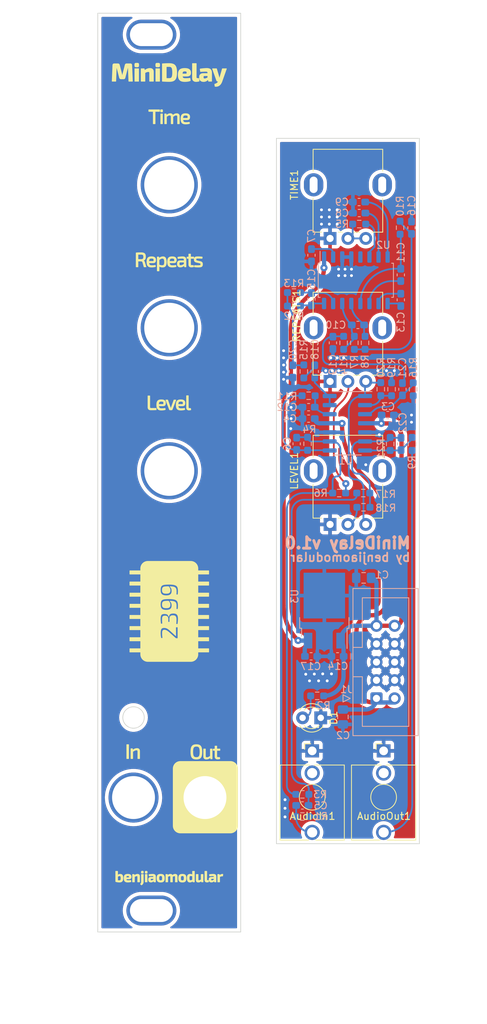
<source format=kicad_pcb>
(kicad_pcb (version 20211014) (generator pcbnew)
  (layers (0 "F.Cu" signal) (31 "B.Cu" signal) (34 "B.Paste" user) (35 "F.Paste" user) (36 "B.SilkS" user "B.Silkscreen") (37 "F.SilkS" user "F.Silkscreen") (38 "B.Mask" user) (39 "F.Mask" user) (44 "Edge.Cuts" user))
  (net 0 "")
  (net 1 "Net-(C22-Pad1)")
  (net 2 "Net-(C22-Pad2)")
  (net 3 "Net-(AudioIn1-PadT)")
  (net 4 "GND")
  (net 5 "+12V")
  (net 6 "Net-(D1-Pad2)")
  (net 7 "Net-(C6-Pad2)")
  (net 8 "DRY_OUT")
  (net 9 "Net-(C6-Pad1)")
  (net 10 "Net-(R5-Pad2)")
  (net 11 "Net-(R5-Pad1)")
  (net 12 "REPEATS")
  (net 13 "Net-(C10-Pad2)")
  (net 14 "Net-(C16-Pad2)")
  (net 15 "Net-(C10-Pad1)")
  (net 16 "Net-(AudioOut1-PadT)")
  (net 17 "Net-(C11-Pad2)")
  (net 18 "Net-(C12-Pad2)")
  (net 19 "Net-(C15-Pad2)")
  (net 20 "Net-(C20-Pad1)")
  (net 21 "Net-(C15-Pad1)")
  (net 22 "Net-(C19-Pad2)")
  (net 23 "Net-(C18-Pad1)")
  (net 24 "Net-(C21-Pad2)")
  (net 25 "WET_OUT")
  (net 26 "Net-(R19-Pad2)")
  (net 27 "Net-(LEVEL1-Pad3)")
  (net 28 "-12V")
  (net 29 "Net-(C8-Pad2)")
  (net 30 "Net-(C9-Pad2)")
  (net 31 "Net-(C11-Pad1)")
  (net 32 "Net-(C13-Pad2)")
  (net 33 "Net-(C13-Pad1)")
  (net 34 "+5V")
  (net 35 "Net-(C18-Pad2)")
  (net 36 "Net-(C7-Pad1)")
  (footprint "LED_THT:LED_D3.0mm" (layer "F.Cu") (at 131.2 138.55 180)
    (fp_text reference "D1")
    (fp_text value "3mm_LED")
  )
  (footprint "benjiaomodular:AudioJack_3.5mm" (layer "F.Cu") (at 140 143.17)
    (fp_text reference "AudioOut1")
    (fp_text value "AudioJack2_SwitchT" hide)
  )
  (footprint "benjiaomodular:AudioJack_3.5mm" (layer "F.Cu") (at 130 143.17)
    (fp_text reference "AudioIn1")
    (fp_text value "AudioJack2_SwitchT" hide)
  )
  (footprint "benjiaomodular:PanelHole_Potentiometer_RV09" (layer "F.Cu") (at 107.5 91.5 90)
    (fp_text reference "REF**" hide)
    (fp_text value "PanelHole_Potentiometer_RV09" hide)
  )
  (footprint "benjiaomodular:PanelHole_Potentiometer_RV09" (layer "F.Cu") (at 107.5 71.5 90)
    (fp_text reference "REF**" hide)
    (fp_text value "PanelHole_Potentiometer_RV09" hide)
  )
  (footprint "benjiaomodular:Potentiometer_RV09" (layer "F.Cu") (at 132.5 111.5 90)
    (fp_text reference "LEVEL1")
    (fp_text value "B10k")
  )
  (footprint "benjiaomodular:PanelHole_AudioJack_3.5mm" (layer "F.Cu") (at 105 143.2)
    (fp_text reference "REF**")
    (fp_text value "PanelHole_AudioJack_3.5mm")
  )
  (footprint "benjiaomodular:Panel_4HP" (layer "F.Cu") (at 100 40)
    (fp_text reference "REF**" hide)
    (fp_text value "Panel_4HP")
  )
  (footprint "benjiaomodular:Potentiometer_RV09" (layer "F.Cu") (at 132.5 71.5 90)
    (fp_text reference "TIME1")
    (fp_text value "B100k")
  )
  (footprint "benjiaomodular:PanelHole_AudioJack_3.5mm" (layer "F.Cu") (at 115 143.2)
    (fp_text reference "REF**")
    (fp_text value "PanelHole_AudioJack_3.5mm")
  )
  (footprint "benjiaomodular:PanelHole_Potentiometer_RV09" (layer "F.Cu") (at 107.5 111.5 90)
    (fp_text reference "REF**" hide)
    (fp_text value "PanelHole_Potentiometer_RV09" hide)
  )
  (footprint "benjiaomodular:Potentiometer_RV09" (layer "F.Cu") (at 132.5 91.5 90)
    (fp_text reference "REPEATS1")
    (fp_text value "B10k")
  )
  (footprint "Resistor_SMD:R_0603_1608Metric_Pad0.98x0.95mm_HandSolder" (layer "B.Cu") (at 134.4 86.1 -90)
    (fp_text reference "R14")
    (fp_text value "10k")
  )
  (footprint "Capacitor_SMD:C_0603_1608Metric_Pad1.08x0.95mm_HandSolder" (layer "B.Cu") (at 142.43 100.24 90)
    (fp_text reference "C22")
    (fp_text value "68pF")
  )
  (footprint "Capacitor_SMD:C_0805_2012Metric_Pad1.18x1.45mm_HandSolder" (layer "B.Cu") (at 137.2 118.975 180)
    (fp_text reference "C1")
    (fp_text value "22uF")
  )
  (footprint "Package_TO_SOT_SMD:TO-252-2" (layer "B.Cu") (at 131.7 123.55 90)
    (fp_text reference "U3")
    (fp_text value "L7805")
  )
  (footprint "Resistor_SMD:R_0603_1608Metric_Pad0.98x0.95mm_HandSolder" (layer "B.Cu") (at 128.625 149.25 180)
    (fp_text reference "R3")
    (fp_text value "100k")
  )
  (footprint "Capacitor_SMD:C_0603_1608Metric_Pad1.08x0.95mm_HandSolder" (layer "B.Cu") (at 132.9 86.1 90)
    (fp_text reference "C19")
    (fp_text value "2.2nF")
  )
  (footprint "Resistor_SMD:R_0603_1608Metric_Pad0.98x0.95mm_HandSolder" (layer "B.Cu") (at 137.15 107.11)
    (fp_text reference "R17")
    (fp_text value "100k")
  )
  (footprint "Capacitor_SMD:C_0603_1608Metric_Pad1.08x0.95mm_HandSolder" (layer "B.Cu") (at 129.5 96.7)
    (fp_text reference "C4")
    (fp_text value "100nF")
  )
  (footprint "Resistor_SMD:R_0603_1608Metric_Pad0.98x0.95mm_HandSolder" (layer "B.Cu") (at 141.11 92.59 -90)
    (fp_text reference "R19")
    (fp_text value "20k")
  )
  (footprint "Resistor_SMD:R_0603_1608Metric_Pad0.98x0.95mm_HandSolder" (layer "B.Cu") (at 133.775 107.11 180)
    (fp_text reference "R6")
    (fp_text value "100k")
  )
  (footprint "Capacitor_SMD:C_0603_1608Metric_Pad1.08x0.95mm_HandSolder" (layer "B.Cu") (at 127.825 100.225 90)
    (fp_text reference "C6")
    (fp_text value "47pF")
  )
  (footprint "Capacitor_SMD:C_0603_1608Metric_Pad1.08x0.95mm_HandSolder" (layer "B.Cu") (at 136.4 83.6 180)
    (fp_text reference "C10")
    (fp_text value "2.2nF")
  )
  (footprint "Capacitor_SMD:C_0603_1608Metric_Pad1.08x0.95mm_HandSolder" (layer "B.Cu") (at 142.4 80.09 90)
    (fp_text reference "C13")
    (fp_text value "100nF")
  )
  (footprint "Resistor_SMD:R_0603_1608Metric_Pad0.98x0.95mm_HandSolder" (layer "B.Cu") (at 136.58 69.49 180)
    (fp_text reference "R5")
    (fp_text value "2.7k")
  )
  (footprint "Capacitor_SMD:C_0603_1608Metric_Pad1.08x0.95mm_HandSolder" (layer "B.Cu") (at 127.3 90.1 -90)
    (fp_text reference "C20")
    (fp_text value "4.7nF")
  )
  (footprint "Resistor_SMD:R_0603_1608Metric_Pad0.98x0.95mm_HandSolder" (layer "B.Cu") (at 129.5 93.5)
    (fp_text reference "R11")
    (fp_text value "10k")
  )
  (footprint "Capacitor_SMD:C_0603_1608Metric_Pad1.08x0.95mm_HandSolder" (layer "B.Cu") (at 140.575 96.2)
    (fp_text reference "C3")
    (fp_text value "100nF")
  )
  (footprint "Connector_IDC:IDC-Header_2x05_P2.54mm_Vertical" (layer "B.Cu") (at 138.9975 135.83)
    (fp_text reference "J1")
    (fp_text value "IDC_2x05")
  )
  (footprint "Resistor_SMD:R_0603_1608Metric_Pad0.98x0.95mm_HandSolder" (layer "B.Cu") (at 142.3 70 -90)
    (fp_text reference "R10")
    (fp_text value "10k")
  )
  (footprint "Capacitor_SMD:C_0603_1608Metric_Pad1.08x0.95mm_HandSolder" (layer "B.Cu") (at 142.4 76.6 90)
    (fp_text reference "C11")
    (fp_text value "100nF")
  )
  (footprint "Resistor_SMD:R_0603_1608Metric_Pad0.98x0.95mm_HandSolder" (layer "B.Cu") (at 130.7 135.475)
    (fp_text reference "R2")
    (fp_text value "10k")
  )
  (footprint "Resistor_SMD:R_0603_1608Metric_Pad0.98x0.95mm_HandSolder" (layer "B.Cu") (at 137.175 109.1)
    (fp_text reference "R18")
    (fp_text value "68k")
  )
  (footprint "Capacitor_SMD:C_0603_1608Metric_Pad1.08x0.95mm_HandSolder" (layer "B.Cu") (at 128.625 150.8 180)
    (fp_text reference "C5")
    (fp_text value "220nF")
  )
  (footprint "Resistor_SMD:R_0603_1608Metric_Pad0.98x0.95mm_HandSolder" (layer "B.Cu") (at 129.355 100.215 -90)
    (fp_text reference "R4")
    (fp_text value "10k")
  )
  (footprint "Resistor_SMD:R_0603_1608Metric_Pad0.98x0.95mm_HandSolder" (layer "B.Cu") (at 140.91 100.24 -90)
    (fp_text reference "R21")
    (fp_text value "100k")
  )
  (footprint "Resistor_SMD:R_0603_1608Metric_Pad0.98x0.95mm_HandSolder" (layer "B.Cu") (at 128.625 152.35 180)
    (fp_text reference "R1")
    (fp_text value "1M")
  )
  (footprint "Resistor_SMD:R_0603_1608Metric_Pad0.98x0.95mm_HandSolder" (layer "B.Cu") (at 143.98 100.24 90)
    (fp_text reference "R9")
    (fp_text value "1k")
  )
  (footprint "Resistor_SMD:R_0603_1608Metric_Pad0.98x0.95mm_HandSolder" (layer "B.Cu") (at 139.6 92.58 90)
    (fp_text reference "R20")
    (fp_text value "100k")
  )
  (footprint "Capacitor_SMD:C_0805_2012Metric_Pad1.18x1.45mm_HandSolder" (layer "B.Cu") (at 134.3 138.425 90)
    (fp_text reference "C2")
    (fp_text value "22uF")
  )
  (footprint "Capacitor_SMD:C_0603_1608Metric_Pad1.08x0.95mm_HandSolder" (layer "B.Cu") (at 142.63 92.59 -90)
    (fp_text reference "C21")
    (fp_text value "10nF")
  )
  (footprint "Capacitor_SMD:C_0603_1608Metric_Pad1.08x0.95mm_HandSolder" (layer "B.Cu") (at 136.559887 66.409826)
    (fp_text reference "C9")
    (fp_text value "100nF")
  )
  (footprint "Resistor_SMD:R_0603_1608Metric_Pad0.98x0.95mm_HandSolder" (layer "B.Cu") (at 144.13 92.6 90)
    (fp_text reference "R16")
    (fp_text value "1M")
  )
  (footprint "Capacitor_SMD:C_0603_1608Metric_Pad1.08x0.95mm_HandSolder" (layer "B.Cu") (at 129.9 73.85 -90)
    (fp_text reference "C7")
    (fp_text value "1uF")
  )
  (footprint "Resistor_SMD:R_0603_1608Metric_Pad0.98x0.95mm_HandSolder" (layer "B.Cu") (at 135.9 86.1 90)
    (fp_text reference "R7")
    (fp_text value "20k")
  )
  (footprint "Capacitor_SMD:C_0603_1608Metric_Pad1.08x0.95mm_HandSolder" (layer "B.Cu") (at 136.579887 67.949826)
    (fp_text reference "C8")
    (fp_text value "100nF")
  )
  (footprint "Resistor_SMD:R_0603_1608Metric_Pad0.98x0.95mm_HandSolder" (layer "B.Cu") (at 127.45 80.95)
    (fp_text reference "R12")
    (fp_text value "10k")
  )
  (footprint "Package_SO:SOP-16_4.55x10.3mm_P1.27mm" (layer "B.Cu") (at 136.11 77.35 -90)
    (fp_text reference "U2")
    (fp_text value "PT2399")
  )
  (footprint "Capacitor_SMD:C_0603_1608Metric_Pad1.08x0.95mm_HandSolder" (layer "B.Cu") (at 130.36 90.1 -90)
    (fp_text reference "C18")
    (fp_text value "1uF")
  )
  (footprint "Package_SO:SOIC-14_3.9x8.7mm_P1.27mm" (layer "B.Cu") (at 134.92 97.35 180)
    (fp_text reference "U1")
    (fp_text value "TL074")
  )
  (footprint "Capacitor_SMD:C_0603_1608Metric_Pad1.08x0.95mm_HandSolder" (layer "B.Cu") (at 129.5 95.1)
    (fp_text reference "C12")
    (fp_text value "2.2nF")
  )
  (footprint "Capacitor_SMD:C_0603_1608Metric_Pad1.08x0.95mm_HandSolder" (layer "B.Cu") (at 129.85 129.95)
    (fp_text reference "C17")
    (fp_text value "100nF")
  )
  (footprint "Capacitor_SMD:C_0603_1608Metric_Pad1.08x0.95mm_HandSolder" (layer "B.Cu") (at 143.9 70 -90)
    (fp_text reference "C16")
    (fp_text value "15nF")
  )
  (footprint "Capacitor_SMD:C_0603_1608Metric_Pad1.08x0.95mm_HandSolder" (layer "B.Cu") (at 129.9 80 -90)
    (fp_text reference "C15")
    (fp_text value "2.2nF")
  )
  (footprint "Resistor_SMD:R_0603_1608Metric_Pad0.98x0.95mm_HandSolder" (layer "B.Cu") (at 128.83 90.1 90)
    (fp_text reference "R15")
    (fp_text value "10k")
  )
  (footprint "Capacitor_SMD:C_0603_1608Metric_Pad1.08x0.95mm_HandSolder" (layer "B.Cu") (at 133.55 129.95 180)
    (fp_text reference "C14")
    (fp_text value "330nF")
  )
  (footprint "Resistor_SMD:R_0603_1608Metric_Pad0.98x0.95mm_HandSolder" (layer "B.Cu") (at 137.4 86.1 90)
    (fp_text reference "R8")
    (fp_text value "10k")
  )
  (footprint "Resistor_SMD:R_0603_1608Metric_Pad0.98x0.95mm_HandSolder" (layer "B.Cu") (at 127.45 79.07)
    (fp_text reference "R13")
    (fp_text value "10k")
  )
  (gr_poly (pts (xy 106.297612 159.999732) (xy 106.302024 159.999958) (xy 106.30629 160.000334) (xy 106.31041 160.00086) (xy 106.314385 160.001536) (xy 106.318215 160.002362) (xy 106.321899 160.003338) (xy 106.325437 160.004464) (xy 106.328831 160.00574) (xy 106.332079 160.007165) (xy 106.335182 160.008739) (xy 106.338141 160.010463) (xy 106.340954 160.012337) (xy 106.343622 160.014359) (xy 106.346146 160.01653) (xy 106.348524 160.01885) (xy 106.350758 160.021319) (xy 106.352848 160.023937) (xy 106.354793 160.026704) (xy 106.356593 160.029619) (xy 106.358249 160.032682) (xy 106.359761 160.035893) (xy 106.361128 160.039253) (xy 106.362351 160.042761) (xy 106.36343 160.046417) (xy 106.364365 160.05022) (xy 106.365156 160.054172) (xy 106.365803 160.058271) (xy 106.366306 160.062518) (xy 106.366665 160.066912) (xy 106.366952 160.076141) (xy 106.366952 160.194481) (xy 106.36688 160.199169) (xy 106.366665 160.203706) (xy 106.366306 160.208094) (xy 106.365803 160.212332) (xy 106.365156 160.216419) (xy 106.364365 160.220357) (xy 106.36343 160.224145) (xy 106.362351 160.227784) (xy 106.361128 160.231273) (xy 106.359761 160.234612) (xy 106.358249 160.237802) (xy 106.356593 160.240843) (xy 106.354793 160.243735) (xy 106.352848 160.246477) (xy 106.350758 160.249071) (xy 106.348524 160.251516) (xy 106.346146 160.253811) (xy 106.343622 160.255958) (xy 106.340954 160.257957) (xy 106.338141 160.259806) (xy 106.335182 160.261508) (xy 106.332079 160.263061) (xy 106.328831 160.264465) (xy 106.325437 160.265722) (xy 106.321899 160.26683) (xy 106.318215 160.26779) (xy 106.314385 160.268602) (xy 106.31041 160.269266) (xy 106.30629 160.269783) (xy 106.302024 160.270152) (xy 106.297612 160.270373) (xy 106.293055 160.270447) (xy 106.17885 160.270447) (xy 106.174161 160.270373) (xy 106.169619 160.270152) (xy 106.165225 160.269783) (xy 106.160978 160.269266) (xy 106.156879 160.268602) (xy 106.152928 160.26779) (xy 106.149124 160.26683) (xy 106.145469 160.265722) (xy 106.141961 160.264465) (xy 106.138601 160.263061) (xy 106.13539 160.261508) (xy 106.132327 160.259806) (xy 106.129412 160.257957) (xy 106.126646 160.255958) (xy 106.124028 160.253811) (xy 106.121559 160.251516) (xy 106.11924 160.249071) (xy 106.117068 160.246477) (xy 106.115046 160.243735) (xy 106.113173 160.240843) (xy 106.11145 160.237802) (xy 106.109876 160.234612) (xy 106.108451 160.231273) (xy 106.107175 160.227784) (xy 106.10605 160.224145) (xy 106.105074 160.220357) (xy 106.104248 160.216419) (xy 106.103572 160.212332) (xy 106.103046 160.208094) (xy 106.10267 160.203706) (xy 106.102444 160.199169) (xy 106.102369 160.194481) (xy 106.102369 160.076141) (xy 106.102444 160.071453) (xy 106.10267 160.066912) (xy 106.103046 160.062518) (xy 106.103572 160.058271) (xy 106.104248 160.054172) (xy 106.105074 160.05022) (xy 106.10605 160.046417) (xy 106.107175 160.042761) (xy 106.108451 160.039253) (xy 106.109876 160.035893) (xy 106.11145 160.032682) (xy 106.113173 160.029619) (xy 106.115046 160.026704) (xy 106.117068 160.023937) (xy 106.11924 160.021319) (xy 106.121559 160.01885) (xy 106.124028 160.01653) (xy 106.126646 160.014359) (xy 106.129412 160.012337) (xy 106.132327 160.010463) (xy 106.13539 160.008739) (xy 106.138601 160.007165) (xy 106.141961 160.00574) (xy 106.145469 160.004464) (xy 106.149124 160.003338) (xy 106.152928 160.002362) (xy 106.156879 160.001536) (xy 106.160978 160.00086) (xy 106.165225 160.000334) (xy 106.169619 159.999958) (xy 106.174161 159.999732) (xy 106.17885 159.999657) (xy 106.293055 159.999657)) (layer "F.SilkS") (width 0.1) (fill solid))
  (gr_poly (pts (xy 108.645366 49.511319) (xy 108.126535 49.511319) (xy 108.126535 47.76879) (xy 108.645366 47.76879)) (layer "F.SilkS") (width 0.1) (fill solid))
  (gr_poly (pts (xy 113.847867 142.300752) (xy 113.897765 142.303116) (xy 113.921958 142.30489) (xy 113.945645 142.307059) (xy 113.968826 142.309625) (xy 113.991501 142.312587) (xy 114.013668 142.315946) (xy 114.035328 142.319702) (xy 114.05648 142.323856) (xy 114.077122 142.328408) (xy 114.097255 142.333359) (xy 114.116878 142.338709) (xy 114.13599 142.344459) (xy 114.15459 142.350609) (xy 114.17304 142.357226) (xy 114.190998 142.364375) (xy 114.208463 142.372056) (xy 114.225438 142.380269) (xy 114.241923 142.389014) (xy 114.257919 142.398289) (xy 114.273428 142.408094) (xy 114.288451 142.418429) (xy 114.302989 142.429292) (xy 114.317043 142.440685) (xy 114.330614 142.452605) (xy 114.343704 142.465053) (xy 114.356313 142.478029) (xy 114.368442 142.49153) (xy 114.380094 142.505558) (xy 114.391268 142.520111) (xy 114.402363 142.534879) (xy 114.413069 142.550257) (xy 114.423386 142.566245) (xy 114.433311 142.582844) (xy 114.442845 142.600057) (xy 114.451985 142.617883) (xy 114.46073 142.636325) (xy 114.46908 142.655382) (xy 114.477033 142.675058) (xy 114.484588 142.695351) (xy 114.491744 142.716265) (xy 114.498499 142.737799) (xy 114.504853 142.759956) (xy 114.510804 142.782736) (xy 114.516351 142.80614) (xy 114.521493 142.83017) (xy 114.531416 142.880275) (xy 114.54002 142.933224) (xy 114.547302 142.98901) (xy 114.553263 143.047627) (xy 114.557901 143.109065) (xy 114.561215 143.173319) (xy 114.563204 143.24038) (xy 114.563868 143.310242) (xy 114.563204 143.380083) (xy 114.561215 143.447086) (xy 114.557901 143.511256) (xy 114.553263 143.572598) (xy 114.547302 143.631117) (xy 114.54002 143.68682) (xy 114.531416 143.739711) (xy 114.521493 143.789795) (xy 114.516351 143.813838) (xy 114.510804 143.837283) (xy 114.504854 143.860131) (xy 114.4985 143.882383) (xy 114.491745 143.904037) (xy 114.484589 143.925096) (xy 114.477034 143.945559) (xy 114.469081 143.965426) (xy 114.460731 143.984697) (xy 114.451985 144.003374) (xy 114.442845 144.021457) (xy 114.433312 144.038944) (xy 114.423386 144.055838) (xy 114.413069 144.072138) (xy 114.402363 144.087845) (xy 114.391268 144.102959) (xy 114.380094 144.117174) (xy 114.368442 144.13089) (xy 114.356312 144.144106) (xy 114.343703 144.156821) (xy 114.330614 144.169033) (xy 114.317043 144.180742) (xy 114.302989 144.191946) (xy 114.288451 144.202645) (xy 114.273428 144.212836) (xy 114.257919 144.222518) (xy 114.241922 144.231692) (xy 114.225438 144.240354) (xy 114.208463 144.248505) (xy 114.190998 144.256143) (xy 114.17304 144.263267) (xy 114.15459 144.269875) (xy 114.13599 144.276023) (xy 114.116878 144.281772) (xy 114.077122 144.292071) (xy 114.035328 144.300776) (xy 113.991501 144.30789) (xy 113.945645 144.313417) (xy 113.897765 144.317361) (xy 113.847867 144.319724) (xy 113.795956 144.320511) (xy 113.74401 144.319724) (xy 113.694007 144.317361) (xy 113.645945 144.313417) (xy 113.622642 144.310852) (xy 113.599824 144.30789) (xy 113.577491 144.304532) (xy 113.555643 144.300776) (xy 113.534281 144.296623) (xy 113.513403 144.292071) (xy 113.493009 144.287121) (xy 113.473101 144.281772) (xy 113.453677 144.276023) (xy 113.434737 144.269875) (xy 113.416612 144.263267) (xy 113.398925 144.256143) (xy 113.381677 144.248505) (xy 113.364867 144.240354) (xy 113.348498 144.231692) (xy 113.332568 144.222518) (xy 113.317078 144.212836) (xy 113.302029 144.202645) (xy 113.287421 144.191946) (xy 113.273254 144.180742) (xy 113.259529 144.169033) (xy 113.246246 144.156821) (xy 113.233405 144.144106) (xy 113.221008 144.13089) (xy 113.209053 144.117174) (xy 113.197542 144.102959) (xy 113.186445 144.087845) (xy 113.17573 144.072138) (xy 113.165395 144.055838) (xy 113.155441 144.038944) (xy 113.145866 144.021457) (xy 113.136668 144.003374) (xy 113.127848 143.984697) (xy 113.119403 143.965426) (xy 113.111333 143.945559) (xy 113.103637 143.925096) (xy 113.096314 143.904037) (xy 113.089362 143.882383) (xy 113.082781 143.860131) (xy 113.07657 143.837283) (xy 113.070727 143.813838) (xy 113.065252 143.789795) (xy 113.055979 143.739711) (xy 113.047922 143.68682) (xy 113.041086 143.631117) (xy 113.035478 143.572598) (xy 113.031105 143.511256) (xy 113.027974 143.447086) (xy 113.02609 143.380083) (xy 113.02546 143.310242) (xy 113.287976 143.310242) (xy 113.288674 143.382372) (xy 113.290768 143.4506) (xy 113.294265 143.514934) (xy 113.299168 143.575379) (xy 113.305482 143.631945) (xy 113.313211 143.684636) (xy 113.322361 143.733462) (xy 113.327469 143.756426) (xy 113.332935 143.778427) (xy 113.339176 143.799566) (xy 113.345903 143.819941) (xy 113.353118 143.839553) (xy 113.360819 143.8584) (xy 113.369005 143.876481) (xy 113.377678 143.893794) (xy 113.386836 143.910337) (xy 113.396479 143.92611) (xy 113.406607 143.941112) (xy 113.417221 143.955341) (xy 113.428318 143.968795) (xy 113.4399 143.981474) (xy 113.451966 143.993376) (xy 113.464516 144.004499) (xy 113.477549 144.014843) (xy 113.491065 144.024407) (xy 113.505486 144.033295) (xy 113.520526 144.041609) (xy 113.536185 144.04935) (xy 113.552463 144.056517) (xy 113.569359 144.06311) (xy 113.586873 144.069129) (xy 113.605005 144.074575) (xy 113.623755 144.079447) (xy 113.643122 144.083746) (xy 113.663107 144.087471) (xy 113.683708 144.090623) (xy 113.704925 144.093202) (xy 113.726759 144.095208) (xy 113.749209 144.09664) (xy 113.772275 144.0975) (xy 113.795956 144.097786) (xy 113.819623 144.0975) (xy 113.842647 144.09664) (xy 113.865028 144.095208) (xy 113.886767 144.093202) (xy 113.907864 144.090623) (xy 113.92832 144.087471) (xy 113.948136 144.083746) (xy 113.967312 144.079447) (xy 113.985848 144.074575) (xy 114.003746 144.069129) (xy 114.021005 144.06311) (xy 114.037627 144.056517) (xy 114.053611 144.04935) (xy 114.068959 144.041609) (xy 114.08367 144.033295) (xy 114.097746 144.024407) (xy 114.111594 144.014842) (xy 114.124914 144.004497) (xy 114.137706 143.993372) (xy 114.149971 143.981469) (xy 114.161707 143.96879) (xy 114.172915 143.955335) (xy 114.183594 143.941106) (xy 114.193745 143.926105) (xy 114.203366 143.910332) (xy 114.212457 143.893788) (xy 114.221019 143.876476) (xy 114.229051 143.858396) (xy 114.236553 143.83955) (xy 114.243525 143.819939) (xy 114.249966 143.799564) (xy 114.255876 143.778427) (xy 114.267125 143.733462) (xy 114.27688 143.684636) (xy 114.285139 143.631945) (xy 114.291901 143.575379) (xy 114.297163 143.514934) (xy 114.300924 143.4506) (xy 114.303182 143.382372) (xy 114.303935 143.310242) (xy 114.303182 143.237473) (xy 114.300924 143.168746) (xy 114.297163 143.104064) (xy 114.291901 143.043434) (xy 114.285139 142.986861) (xy 114.27688 142.934351) (xy 114.272189 142.90962) (xy 114.267125 142.885908) (xy 114.261687 142.863213) (xy 114.255876 142.841538) (xy 114.249966 142.820405) (xy 114.243526 142.800046) (xy 114.236555 142.780459) (xy 114.229053 142.761645) (xy 114.221022 142.743604) (xy 114.21246 142.726335) (xy 114.203368 142.709838) (xy 114.193747 142.694113) (xy 114.183597 142.679159) (xy 114.172917 142.664977) (xy 114.161709 142.651566) (xy 114.149973 142.638926) (xy 114.137708 142.627056) (xy 114.124915 142.615957) (xy 114.111594 142.605628) (xy 114.097746 142.59607) (xy 114.08367 142.587182) (xy 114.068959 142.578869) (xy 114.053611 142.571129) (xy 114.037627 142.563963) (xy 114.021005 142.55737) (xy 114.003746 142.551351) (xy 113.985848 142.545905) (xy 113.967312 142.541032) (xy 113.948136 142.536733) (xy 113.92832 142.533007) (xy 113.907864 142.529854) (xy 113.886767 142.527275) (xy 113.865028 142.525269) (xy 113.842647 142.523836) (xy 113.819623 142.522976) (xy 113.795956 142.52269) (xy 113.772275 142.522976) (xy 113.749209 142.523836) (xy 113.726759 142.525269) (xy 113.704925 142.527275) (xy 113.683708 142.529854) (xy 113.663107 142.533007) (xy 113.643122 142.536733) (xy 113.623755 142.541032) (xy 113.605005 142.545905) (xy 113.586873 142.551351) (xy 113.569359 142.55737) (xy 113.552463 142.563963) (xy 113.536185 142.571129) (xy 113.520526 142.578869) (xy 113.505486 142.587182) (xy 113.491065 142.59607) (xy 113.477548 142.60563) (xy 113.464515 142.61596) (xy 113.451965 142.62706) (xy 113.439899 142.63893) (xy 113.428317 142.651571) (xy 113.417219 142.664982) (xy 113.406606 142.679165) (xy 113.396478 142.694119) (xy 113.386834 142.709844) (xy 113.377676 142.72634) (xy 113.369004 142.743609) (xy 113.360817 142.76165) (xy 113.353117 142.780463) (xy 113.345903 142.800048) (xy 113.339175 142.820406) (xy 113.332935 142.841538) (xy 113.322361 142.885908) (xy 113.313211 142.934351) (xy 113.305482 142.986861) (xy 113.299168 143.043434) (xy 113.294265 143.104064) (xy 113.290768 143.168746) (xy 113.288674 143.237473) (xy 113.287976 143.310242) (xy 113.02546 143.310242) (xy 113.02609 143.24038) (xy 113.027974 143.173319) (xy 113.031105 143.109065) (xy 113.035478 143.047627) (xy 113.041086 142.98901) (xy 113.047922 142.933224) (xy 113.055979 142.880275) (xy 113.065252 142.83017) (xy 113.070726 142.80614) (xy 113.076569 142.782736) (xy 113.08278 142.759956) (xy 113.08936 142.737799) (xy 113.096312 142.716265) (xy 113.103635 142.695351) (xy 113.111331 142.675058) (xy 113.119401 142.655382) (xy 113.127846 142.636325) (xy 113.136666 142.617883) (xy 113.145864 142.600057) (xy 113.155439 142.582844) (xy 113.165394 142.566245) (xy 113.175729 142.550257) (xy 113.186444 142.534879) (xy 113.197542 142.520111) (xy 113.209053 142.505558) (xy 113.221008 142.49153) (xy 113.233405 142.478029) (xy 113.246246 142.465053) (xy 113.259529 142.452605) (xy 113.273254 142.440685) (xy 113.287421 142.429292) (xy 113.302029 142.418429) (xy 113.317078 142.408094) (xy 113.332568 142.398289) (xy 113.348498 142.389014) (xy 113.364867 142.380269) (xy 113.381677 142.372056) (xy 113.398925 142.364375) (xy 113.416612 142.357226) (xy 113.434737 142.350609) (xy 113.453677 142.344459) (xy 113.473101 142.338709) (xy 113.513403 142.328408) (xy 113.555643 142.319702) (xy 113.599824 142.312587) (xy 113.645945 142.307059) (xy 113.694007 142.303116) (xy 113.74401 142.300752) (xy 113.795956 142.299965)) (layer "F.SilkS") (width 0.1) (fill solid))
  (gr_poly (pts (xy 109.047925 55.458244) (xy 108.810731 55.458244) (xy 108.810731 54.084167) (xy 109.047925 54.084167)) (layer "F.SilkS") (width 0.1) (fill solid))
  (gr_poly (pts (xy 105.575 47) (xy 105.584245 47.000464) (xy 105.593186 47.001238) (xy 105.601823 47.002321) (xy 105.610156 47.003714) (xy 105.618184 47.005417) (xy 105.625909 47.007429) (xy 105.633331 47.009751) (xy 105.640448 47.012383) (xy 105.647262 47.015324) (xy 105.653772 47.018575) (xy 105.659978 47.022137) (xy 105.665882 47.026008) (xy 105.671481 47.030189) (xy 105.676778 47.03468) (xy 105.681771 47.039481) (xy 105.686461 47.044592) (xy 105.690848 47.050013) (xy 105.694932 47.055745) (xy 105.698713 47.061786) (xy 105.702191 47.068138) (xy 105.705366 47.0748) (xy 105.708239 47.081772) (xy 105.710809 47.089055) (xy 105.713076 47.096648) (xy 105.715041 47.104551) (xy 105.716703 47.112765) (xy 105.718063 47.121289) (xy 105.719121 47.130124) (xy 105.719876 47.139269) (xy 105.72048 47.158492) (xy 105.72048 47.345561) (xy 105.720329 47.355327) (xy 105.719876 47.364783) (xy 105.719121 47.373928) (xy 105.718063 47.382763) (xy 105.716703 47.391287) (xy 105.715041 47.399501) (xy 105.713076 47.407405) (xy 105.710809 47.414997) (xy 105.708239 47.42228) (xy 105.705366 47.429252) (xy 105.702191 47.435914) (xy 105.698713 47.442266) (xy 105.694932 47.448308) (xy 105.690848 47.454039) (xy 105.686461 47.45946) (xy 105.681771 47.464571) (xy 105.676778 47.469372) (xy 105.671481 47.473864) (xy 105.665882 47.478045) (xy 105.659978 47.481916) (xy 105.653772 47.485477) (xy 105.647262 47.488728) (xy 105.640448 47.49167) (xy 105.633331 47.494302) (xy 105.625909 47.496624) (xy 105.618184 47.498636) (xy 105.610156 47.500338) (xy 105.601823 47.501731) (xy 105.593186 47.502815) (xy 105.584245 47.503588) (xy 105.575 47.504052) (xy 105.565451 47.504207) (xy 105.339625 47.504207) (xy 105.330076 47.504052) (xy 105.320831 47.503588) (xy 105.31189 47.502815) (xy 105.303253 47.501731) (xy 105.29492 47.500338) (xy 105.286891 47.498636) (xy 105.279166 47.496624) (xy 105.271745 47.494302) (xy 105.264628 47.49167) (xy 105.257814 47.488728) (xy 105.251304 47.485477) (xy 105.245097 47.481916) (xy 105.239194 47.478045) (xy 105.233594 47.473864) (xy 105.228298 47.469372) (xy 105.223305 47.464571) (xy 105.218615 47.45946) (xy 105.214228 47.454039) (xy 105.210144 47.448308) (xy 105.206363 47.442266) (xy 105.202885 47.435914) (xy 105.199709 47.429252) (xy 105.196837 47.42228) (xy 105.194267 47.414997) (xy 105.192 47.407405) (xy 105.190035 47.399501) (xy 105.188373 47.391287) (xy 105.187013 47.382763) (xy 105.185955 47.373928) (xy 105.1852 47.364783) (xy 105.184596 47.345561) (xy 105.184596 47.158492) (xy 105.184747 47.148725) (xy 105.1852 47.139269) (xy 105.185955 47.130124) (xy 105.187013 47.121289) (xy 105.188373 47.112765) (xy 105.190035 47.104551) (xy 105.192 47.096648) (xy 105.194267 47.089055) (xy 105.196837 47.081772) (xy 105.199709 47.0748) (xy 105.202885 47.068138) (xy 105.206363 47.061786) (xy 105.210144 47.055745) (xy 105.214228 47.050013) (xy 105.218615 47.044592) (xy 105.223305 47.039481) (xy 105.228298 47.03468) (xy 105.233594 47.030189) (xy 105.239194 47.026008) (xy 105.245097 47.022137) (xy 105.251304 47.018575) (xy 105.257814 47.015324) (xy 105.264628 47.012383) (xy 105.271745 47.009751) (xy 105.279166 47.007429) (xy 105.286891 47.005417) (xy 105.29492 47.003714) (xy 105.303253 47.002321) (xy 105.31189 47.001238) (xy 105.320831 47.000464) (xy 105.330076 47) (xy 105.339625 46.999845) (xy 105.565451 46.999845)) (layer "F.SilkS") (width 0.1) (fill solid))
  (gr_poly (pts (xy 113.516903 161.496208) (xy 113.315882 161.496208) (xy 113.292627 161.338593) (xy 113.275373 161.356278) (xy 113.257384 161.373477) (xy 113.238623 161.390157) (xy 113.228941 161.398293) (xy 113.219052 161.406287) (xy 113.208951 161.414137) (xy 113.198633 161.421837) (xy 113.188094 161.429384) (xy 113.177329 161.436773) (xy 113.166333 161.444002) (xy 113.155101 161.451066) (xy 113.14363 161.457961) (xy 113.131913 161.464684) (xy 113.118816 161.471595) (xy 113.105454 161.478055) (xy 113.091826 161.484064) (xy 113.077934 161.489624) (xy 113.063777 161.494735) (xy 113.049355 161.499397) (xy 113.034668 161.503612) (xy 113.019716 161.507381) (xy 113.0045 161.510703) (xy 112.989019 161.51358) (xy 112.973274 161.516012) (xy 112.957265 161.518001) (xy 112.940991 161.519546) (xy 112.924453 161.520649) (xy 112.907651 161.52131) (xy 112.890585 161.52153) (xy 112.86616 161.520986) (xy 112.842626 161.519355) (xy 112.819984 161.516635) (xy 112.808998 161.514867) (xy 112.798234 161.512826) (xy 112.787694 161.510513) (xy 112.777376 161.507928) (xy 112.767282 161.50507) (xy 112.757411 161.50194) (xy 112.747763 161.498537) (xy 112.738338 161.494861) (xy 112.729136 161.490913) (xy 112.720158 161.486692) (xy 112.711402 161.482198) (xy 112.70287 161.477431) (xy 112.694562 161.472391) (xy 112.686477 161.467078) (xy 112.678615 161.461492) (xy 112.670976 161.455633) (xy 112.663561 161.449501) (xy 112.656369 161.443095) (xy 112.649401 161.436416) (xy 112.642656 161.429464) (xy 112.636135 161.422238) (xy 112.629837 161.414738) (xy 112.623763 161.406965) (xy 112.617912 161.398919) (xy 112.612285 161.390598) (xy 112.606881 161.382004) (xy 112.596627 161.363779) (xy 112.587033 161.344557) (xy 112.578099 161.324341) (xy 112.569826 161.303129) (xy 112.562213 161.280922) (xy 112.55526 161.257722) (xy 112.548969 161.233528) (xy 112.543339 161.208342) (xy 112.538371 161.182163) (xy 112.534064 161.154993) (xy 112.530419 161.126831) (xy 112.527436 161.097679) (xy 112.525116 161.067537) (xy 112.523458 161.036405) (xy 112.522464 161.004285) (xy 112.522132 160.971176) (xy 112.52216 160.969109) (xy 112.784648 160.969109) (xy 112.78498 161.002029) (xy 112.785974 161.033049) (xy 112.787631 161.062162) (xy 112.789949 161.089362) (xy 112.79293 161.114644) (xy 112.796571 161.138001) (xy 112.798639 161.148956) (xy 112.800873 161.159427) (xy 112.803271 161.169415) (xy 112.805835 161.178917) (xy 112.808572 161.187749) (xy 112.811492 161.196242) (xy 112.814593 161.204399) (xy 112.817876 161.21222) (xy 112.821342 161.219705) (xy 112.824989 161.226857) (xy 112.828819 161.233675) (xy 112.83283 161.240161) (xy 112.837023 161.246316) (xy 112.841398 161.252141) (xy 112.845955 161.257636) (xy 112.850693 161.262803) (xy 112.855614 161.267642) (xy 112.860716 161.272155) (xy 112.865999 161.276342) (xy 112.871465 161.280205) (xy 112.877127 161.283532) (xy 112.883001 161.286643) (xy 112.889087 161.289537) (xy 112.895387 161.292215) (xy 112.901899 161.294676) (xy 112.908626 161.296922) (xy 112.915566 161.298953) (xy 112.922721 161.300768) (xy 112.930091 161.302369) (xy 112.937677 161.303755) (xy 112.945478 161.304927) (xy 112.953495 161.305885) (xy 112.96173 161.30663) (xy 112.970181 161.307162) (xy 112.97885 161.307481) (xy 112.987737 161.307587) (xy 113.001835 161.307401) (xy 113.01555 161.306839) (xy 113.028878 161.305895) (xy 113.041813 161.304561) (xy 113.054352 161.30283) (xy 113.066489 161.300696) (xy 113.078219 161.298151) (xy 113.083931 161.296723) (xy 113.089539 161.295189) (xy 113.100681 161.291288) (xy 113.111885 161.286985) (xy 113.123152 161.282281) (xy 113.134484 161.277178) (xy 113.145882 161.271678) (xy 113.157347 161.265783) (xy 113.168883 161.259495) (xy 113.18049 161.252815) (xy 113.189435 161.247037) (xy 113.198834 161.240806) (xy 113.218731 161.227244) (xy 113.239662 161.212642) (xy 113.261105 161.197518) (xy 113.261105 160.675591) (xy 113.198955 160.658282) (xy 113.169665 160.650274) (xy 113.142249 160.643028) (xy 113.125627 160.639085) (xy 113.108564 160.635694) (xy 113.091053 160.632849) (xy 113.073088 160.630539) (xy 113.054659 160.628757) (xy 113.03576 160.627495) (xy 113.016383 160.626744) (xy 112.996521 160.626496) (xy 112.987109 160.626602) (xy 112.977924 160.62692) (xy 112.968967 160.627451) (xy 112.960238 160.628196) (xy 112.951738 160.629154) (xy 112.943467 160.630326) (xy 112.935427 160.631712) (xy 112.927618 160.633312) (xy 112.92004 160.635128) (xy 112.912694 160.637159) (xy 112.905581 160.639405) (xy 112.898702 160.641868) (xy 112.892056 160.644547) (xy 112.885646 160.647442) (xy 112.87947 160.650555) (xy 112.873532 160.653885) (xy 112.868058 160.657247) (xy 112.862751 160.660983) (xy 112.85761 160.665095) (xy 112.852635 160.669583) (xy 112.847825 160.674449) (xy 112.843182 160.679693) (xy 112.838703 160.685316) (xy 112.834391 160.691319) (xy 112.830243 160.697702) (xy 112.826261 160.704466) (xy 112.822445 160.711613) (xy 112.818793 160.719142) (xy 112.815306 160.727055) (xy 112.811984 160.735353) (xy 112.808827 160.744036) (xy 112.805835 160.753105) (xy 112.800873 160.772693) (xy 112.796571 160.794402) (xy 112.79293 160.818233) (xy 112.789949 160.844181) (xy 112.787631 160.872245) (xy 112.785974 160.902423) (xy 112.78498 160.934711) (xy 112.784648 160.969109) (xy 112.52216 160.969109) (xy 112.522795 160.921249) (xy 112.524785 160.874122) (xy 112.526276 160.851606) (xy 112.528099 160.829788) (xy 112.530252 160.808665) (xy 112.532737 160.788239) (xy 112.535552 160.768506) (xy 112.538698 160.749468) (xy 112.542174 160.731122) (xy 112.54598 160.713468) (xy 112.550117 160.696504) (xy 112.554584 160.680231) (xy 112.55938 160.664646) (xy 112.564507 160.64975) (xy 112.570228 160.635204) (xy 112.576281 160.6212) (xy 112.582666 160.607737) (xy 112.589381 160.594817) (xy 112.596427 160.582439) (xy 112.603804 160.570606) (xy 112.611513 160.559316) (xy 112.619552 160.548572) (xy 112.627921 160.538373) (xy 112.636622 160.52872) (xy 112.645653 160.519615) (xy 112.655014 160.511057) (xy 112.664706 160.503048) (xy 112.674729 160.495587) (xy 112.685082 160.488676) (xy 112.695765 160.482315) (xy 112.707043 160.476167) (xy 112.718651 160.470418) (xy 112.730591 160.465069) (xy 112.742862 160.460119) (xy 112.755463 160.455567) (xy 112.768395 160.451414) (xy 112.781658 160.447658) (xy 112.795252 160.4443) (xy 112.809177 160.441338) (xy 112.823432 160.438773) (xy 112.838018 160.436603) (xy 112.852934 160.434829) (xy 112.868181 160.43345) (xy 112.883759 160.432466) (xy 112.899667 160.431876) (xy 112.915906 160.431679) (xy 112.942311 160.432135) (xy 112.968606 160.433506) (xy 112.994783 160.435795) (xy 113.020834 160.439005) (xy 113.046753 160.44314) (xy 113.072533 160.448203) (xy 113.098166 160.454198) (xy 113.123645 160.461128) (xy 113.133579 160.463954) (xy 113.143392 160.467011) (xy 113.15309 160.470295) (xy 113.162675 160.473798) (xy 113.172152 160.477512) (xy 113.181526 160.481431) (xy 113.190799 160.485549) (xy 113.199976 160.489858) (xy 113.20906 160.494351) (xy 113.218057 160.499021) (xy 113.235801 160.508866) (xy 113.253241 160.519338) (xy 113.270407 160.53038) (xy 113.268064 160.508301) (xy 113.265961 160.486192) (xy 113.265053 160.475136) (xy 113.264272 160.464084) (xy 113.263637 160.45304) (xy 113.263171 160.442009) (xy 113.262258 160.410115) (xy 113.261613 160.377944) (xy 113.261231 160.345509) (xy 113.261105 160.312821) (xy 113.261105 160.014649) (xy 113.516903 160.014649)) (layer "F.SilkS") (width 0.1) (fill solid))
  (gr_poly (pts (xy 104.30868 144.247131) (xy 104.060116 144.247131) (xy 104.060116 142.299965) (xy 104.30868 142.299965)) (layer "F.SilkS") (width 0.1) (fill solid))
  (gr_poly (pts (xy 115.518415 119.99794) (xy 114.072316 119.99794) (xy 114.072316 119.542885) (xy 115.518415 119.542885)) (layer "F.SilkS") (width 0.1) (fill solid))
  (gr_poly (pts (xy 107.315628 47.723272) (xy 107.345051 47.724691) (xy 107.373509 47.727056) (xy 107.401004 47.730367) (xy 107.427534 47.734623) (xy 107.4531 47.739825) (xy 107.477702 47.745973) (xy 107.50134 47.753065) (xy 107.524014 47.761103) (xy 107.545724 47.770086) (xy 107.566469 47.780013) (xy 107.58625 47.790885) (xy 107.605066 47.802702) (xy 107.622918 47.815463) (xy 107.639805 47.829168) (xy 107.655728 47.843818) (xy 107.670686 47.859411) (xy 107.68468 47.875948) (xy 107.697708 47.893429) (xy 107.709772 47.911853) (xy 107.720871 47.931221) (xy 107.731006 47.951532) (xy 107.740175 47.972786) (xy 107.748379 47.994983) (xy 107.755619 48.018123) (xy 107.761893 48.042206) (xy 107.767202 48.067231) (xy 107.771546 48.093198) (xy 107.774925 48.120108) (xy 107.777338 48.14796) (xy 107.778786 48.176754) (xy 107.779269 48.20649) (xy 107.779269 49.511319) (xy 107.25682 49.511319) (xy 107.25682 48.368754) (xy 107.256654 48.354486) (xy 107.256157 48.340789) (xy 107.255328 48.327664) (xy 107.254168 48.315111) (xy 107.252677 48.303132) (xy 107.250854 48.291728) (xy 107.248701 48.280901) (xy 107.246216 48.270651) (xy 107.243401 48.26098) (xy 107.240256 48.251889) (xy 107.23678 48.243379) (xy 107.232973 48.235452) (xy 107.228836 48.228108) (xy 107.224369 48.221349) (xy 107.219572 48.215176) (xy 107.214446 48.20959) (xy 107.208919 48.204041) (xy 107.202923 48.198858) (xy 107.196457 48.19404) (xy 107.189522 48.189586) (xy 107.182118 48.185495) (xy 107.174245 48.181766) (xy 107.165903 48.178397) (xy 107.157092 48.175387) (xy 107.147813 48.172736) (xy 107.138065 48.170442) (xy 107.127849 48.168504) (xy 107.117165 48.166921) (xy 107.106013 48.165692) (xy 107.094394 48.164815) (xy 107.082306 48.16429) (xy 107.069752 48.164115) (xy 107.055616 48.16429) (xy 107.041432 48.164815) (xy 107.027197 48.165692) (xy 107.012912 48.166921) (xy 106.998574 48.168504) (xy 106.984184 48.170442) (xy 106.969741 48.172736) (xy 106.955244 48.175387) (xy 106.940691 48.178397) (xy 106.926082 48.181766) (xy 106.911417 48.185495) (xy 106.896694 48.189586) (xy 106.881912 48.19404) (xy 106.867071 48.198858) (xy 106.85217 48.204041) (xy 106.837208 48.20959) (xy 106.811645 48.219108) (xy 106.784289 48.230184) (xy 106.755342 48.242645) (xy 106.725006 48.256317) (xy 106.693482 48.271027) (xy 106.660974 48.286604) (xy 106.593812 48.319661) (xy 106.593812 49.511319) (xy 106.071363 49.511319) (xy 106.071363 47.76879) (xy 106.491492 47.76879) (xy 106.537484 48.034924) (xy 106.58177 47.999426) (xy 106.62624 47.965872) (xy 106.670898 47.9343) (xy 106.715748 47.90475) (xy 106.760795 47.87726) (xy 106.783393 47.8643) (xy 106.806042 47.851871) (xy 106.828742 47.839976) (xy 106.851493 47.82862) (xy 106.874297 47.817809) (xy 106.897153 47.807548) (xy 106.92182 47.797294) (xy 106.946433 47.7877) (xy 106.970991 47.778767) (xy 106.995495 47.770493) (xy 107.019944 47.76288) (xy 107.044338 47.755928) (xy 107.068677 47.749637) (xy 107.092961 47.744006) (xy 107.11719 47.739038) (xy 107.141364 47.734731) (xy 107.165483 47.731086) (xy 107.189546 47.728103) (xy 107.213554 47.725783) (xy 107.237506 47.724125) (xy 107.261402 47.72313) (xy 107.285242 47.722798)) (layer "F.SilkS") (width 0.1) (fill solid))
  (gr_poly (pts (xy 115.518415 127.783074) (xy 114.072316 127.783074) (xy 114.072316 127.328018) (xy 115.518415 127.328018)) (layer "F.SilkS") (width 0.1) (fill solid))
  (gr_poly (pts (xy 115.518415 118.440911) (xy 114.072316 118.440911) (xy 114.072316 117.985855) (xy 115.518415 117.985855)) (layer "F.SilkS") (width 0.1) (fill solid))
  (gr_poly (pts (xy 106.832078 160.005935) (xy 106.83662 160.00616) (xy 106.841014 160.006536) (xy 106.845261 160.007062) (xy 106.84936 160.007739) (xy 106.853311 160.008565) (xy 106.857115 160.009541) (xy 106.860771 160.010667) (xy 106.864278 160.011943) (xy 106.867638 160.013368) (xy 106.870849 160.014942) (xy 106.873913 160.016666) (xy 106.876827 160.018539) (xy 106.879593 160.020562) (xy 106.882211 160.022733) (xy 106.88468 160.025053) (xy 106.887 160.027522) (xy 106.889171 160.03014) (xy 106.891193 160.032906) (xy 106.893066 160.035821) (xy 106.894789 160.038885) (xy 106.896364 160.042096) (xy 106.897789 160.045456) (xy 106.899064 160.048964) (xy 106.90019 160.052619) (xy 106.901165 160.056423) (xy 106.901991 160.060375) (xy 106.902668 160.064474) (xy 106.903194 160.06872) (xy 106.903569 160.073114) (xy 106.903795 160.077656) (xy 106.90387 160.082344) (xy 106.90387 160.200684) (xy 106.903795 160.205372) (xy 106.903569 160.209914) (xy 106.903194 160.214308) (xy 106.902668 160.218554) (xy 106.901991 160.222653) (xy 106.901165 160.226604) (xy 106.90019 160.230408) (xy 106.899064 160.234063) (xy 106.897789 160.237571) (xy 106.896364 160.24093) (xy 106.894789 160.244141) (xy 106.893066 160.247204) (xy 106.891193 160.250119) (xy 106.889171 160.252885) (xy 106.887 160.255502) (xy 106.88468 160.257971) (xy 106.882211 160.260291) (xy 106.879593 160.262462) (xy 106.876827 160.264484) (xy 106.873913 160.266357) (xy 106.870849 160.26808) (xy 106.867638 160.269654) (xy 106.864278 160.271079) (xy 106.860771 160.272355) (xy 106.857115 160.27348) (xy 106.853311 160.274456) (xy 106.84936 160.275282) (xy 106.845261 160.275958) (xy 106.841014 160.276484) (xy 106.83662 160.27686) (xy 106.832078 160.277086) (xy 106.827389 160.277161) (xy 106.713184 160.277161) (xy 106.708496 160.277086) (xy 106.703954 160.27686) (xy 106.69956 160.276484) (xy 106.695313 160.275958) (xy 106.691214 160.275282) (xy 106.687262 160.274456) (xy 106.683459 160.27348) (xy 106.679803 160.272355) (xy 106.676295 160.271079) (xy 106.672936 160.269654) (xy 106.669724 160.26808) (xy 106.666661 160.266357) (xy 106.663746 160.264484) (xy 106.66098 160.262462) (xy 106.658363 160.260291) (xy 106.655894 160.257971) (xy 106.653574 160.255502) (xy 106.651403 160.252885) (xy 106.649381 160.250119) (xy 106.647508 160.247204) (xy 106.645784 160.244141) (xy 106.64421 160.24093) (xy 106.642785 160.237571) (xy 106.64151 160.234063) (xy 106.640384 160.230408) (xy 106.639408 160.226604) (xy 106.638582 160.222653) (xy 106.637906 160.218554) (xy 106.63738 160.214308) (xy 106.637004 160.209914) (xy 106.636778 160.205372) (xy 106.636703 160.200684) (xy 106.636703 160.082344) (xy 106.636778 160.077656) (xy 106.637004 160.073114) (xy 106.63738 160.06872) (xy 106.637906 160.064474) (xy 106.638582 160.060375) (xy 106.639408 160.056423) (xy 106.640384 160.052619) (xy 106.64151 160.048964) (xy 106.642785 160.045456) (xy 106.64421 160.042096) (xy 106.645784 160.038885) (xy 106.647508 160.035821) (xy 106.649381 160.032906) (xy 106.651403 160.03014) (xy 106.653574 160.027522) (xy 106.655894 160.025053) (xy 106.658363 160.022733) (xy 106.66098 160.020562) (xy 106.663746 160.018539) (xy 106.666661 160.016666) (xy 106.669724 160.014942) (xy 106.672936 160.013368) (xy 106.676295 160.011943) (xy 106.679803 160.010667) (xy 106.683459 160.009541) (xy 106.687262 160.008565) (xy 106.691214 160.007739) (xy 106.695313 160.007062) (xy 106.69956 160.006536) (xy 106.703954 160.00616) (xy 106.708496 160.005935) (xy 106.713184 160.00586) (xy 106.827389 160.00586)) (layer "F.SilkS") (width 0.1) (fill solid))
  (gr_poly (pts (xy 111.641456 94.067692) (xy 111.678238 94.069007) (xy 111.713672 94.071201) (xy 111.747759 94.074273) (xy 111.780498 94.078224) (xy 111.811891 94.083055) (xy 111.841938 94.088767) (xy 111.870639 94.09536) (xy 111.897996 94.102835) (xy 111.924008 94.111192) (xy 111.948676 94.120433) (xy 111.972 94.130558) (xy 111.993982 94.141567) (xy 112.014622 94.153461) (xy 112.03392 94.166242) (xy 112.051876 94.179909) (xy 112.068964 94.194451) (xy 112.084948 94.209854) (xy 112.099829 94.226117) (xy 112.113607 94.243242) (xy 112.126282 94.261226) (xy 112.137855 94.280072) (xy 112.148325 94.299777) (xy 112.157693 94.320342) (xy 112.165958 94.341767) (xy 112.17312 94.364052) (xy 112.179181 94.387196) (xy 112.184139 94.4112) (xy 112.187995 94.436063) (xy 112.19075 94.461785) (xy 112.192402 94.488365) (xy 112.192953 94.515804) (xy 112.192986 94.538426) (xy 112.192385 94.56043) (xy 112.191149 94.581816) (xy 112.189277 94.602585) (xy 112.186769 94.622735) (xy 112.183624 94.642268) (xy 112.179842 94.661183) (xy 112.175421 94.67948) (xy 112.170361 94.69716) (xy 112.164661 94.714223) (xy 112.15832 94.730669) (xy 112.151339 94.746498) (xy 112.143716 94.761709) (xy 112.13545 94.776304) (xy 112.126541 94.790281) (xy 112.116988 94.803642) (xy 112.106748 94.815948) (xy 112.09578 94.827464) (xy 112.084085 94.838189) (xy 112.071662 94.848124) (xy 112.058513 94.857268) (xy 112.044636 94.865619) (xy 112.030031 94.873178) (xy 112.014699 94.879944) (xy 111.998639 94.885916) (xy 111.981852 94.891094) (xy 111.964337 94.895476) (xy 111.946094 94.899064) (xy 111.927123 94.901855) (xy 111.907424 94.903849) (xy 111.886996 94.905046) (xy 111.865841 94.905445) (xy 111.229704 94.905445) (xy 111.232304 94.934834) (xy 111.235322 94.96322) (xy 111.238805 94.990476) (xy 111.2428 95.016478) (xy 111.247354 95.0411) (xy 111.252515 95.064217) (xy 111.255337 95.075172) (xy 111.258329 95.085704) (xy 111.261496 95.095796) (xy 111.264844 95.105435) (xy 111.270686 95.119612) (xy 111.276924 95.133218) (xy 111.283558 95.146253) (xy 111.290589 95.158716) (xy 111.298017 95.170607) (xy 111.305841 95.181925) (xy 111.314062 95.192671) (xy 111.32268 95.202843) (xy 111.331694 95.212443) (xy 111.341106 95.221469) (xy 111.350915 95.229921) (xy 111.361121 95.237799) (xy 111.371725 95.245103) (xy 111.382726 95.251832) (xy 111.394125 95.257986) (xy 111.405921 95.263565) (xy 111.418156 95.268691) (xy 111.43087 95.273487) (xy 111.444064 95.277954) (xy 111.457739 95.28209) (xy 111.471896 95.285897) (xy 111.486536 95.289373) (xy 111.501659 95.292518) (xy 111.517267 95.295334) (xy 111.533359 95.297818) (xy 111.549938 95.299972) (xy 111.584554 95.303286) (xy 111.621124 95.305275) (xy 111.659652 95.305939) (xy 111.715903 95.305444) (xy 111.774602 95.303929) (xy 111.835771 95.301352) (xy 111.89943 95.297669) (xy 111.964009 95.291781) (xy 112.025084 95.285457) (xy 112.082631 95.278779) (xy 112.136625 95.271832) (xy 112.161947 95.433064) (xy 112.145241 95.439282) (xy 112.127576 95.44524) (xy 112.108948 95.450936) (xy 112.089352 95.456368) (xy 112.068787 95.461535) (xy 112.047248 95.466437) (xy 112.024731 95.471071) (xy 112.001233 95.475437) (xy 111.977815 95.479534) (xy 111.954125 95.48336) (xy 111.930167 95.486919) (xy 111.905942 95.490213) (xy 111.881451 95.493241) (xy 111.856699 95.496008) (xy 111.831685 95.498513) (xy 111.806413 95.500759) (xy 111.782028 95.502742) (xy 111.758263 95.504442) (xy 111.735117 95.505866) (xy 111.712589 95.507018) (xy 111.690679 95.507905) (xy 111.669386 95.508531) (xy 111.648708 95.508903) (xy 111.628646 95.509026) (xy 111.599378 95.508753) (xy 111.570841 95.507935) (xy 111.543034 95.506571) (xy 111.515956 95.504659) (xy 111.489608 95.5022) (xy 111.463989 95.499191) (xy 111.439098 95.495633) (xy 111.414935 95.491525) (xy 111.3915 95.486865) (xy 111.368792 95.481654) (xy 111.346811 95.475889) (xy 111.325556 95.469571) (xy 111.305027 95.462699) (xy 111.285224 95.455272) (xy 111.266145 95.447288) (xy 111.247791 95.438748) (xy 111.230095 95.429243) (xy 111.21299 95.419076) (xy 111.196476 95.408246) (xy 111.180555 95.396753) (xy 111.165226 95.384597) (xy 111.150491 95.371779) (xy 111.13635 95.3583) (xy 111.122804 95.344158) (xy 111.109853 95.329356) (xy 111.097499 95.313892) (xy 111.08574 95.297767) (xy 111.074579 95.280981) (xy 111.064015 95.263535) (xy 111.05405 95.245429) (xy 111.044684 95.226663) (xy 111.035917 95.207237) (xy 111.028061 95.186733) (xy 111.020717 95.165437) (xy 111.013887 95.143349) (xy 111.007568 95.120469) (xy 111.00176 95.096797) (xy 110.996462 95.072331) (xy 110.991673 95.047073) (xy 110.987392 95.021021) (xy 110.98035 94.966536) (xy 110.97533 94.908873) (xy 110.972323 94.84803) (xy 110.971322 94.784004) (xy 110.971572 94.750588) (xy 110.972304 94.718895) (xy 111.225053 94.718895) (xy 111.803829 94.718895) (xy 111.815218 94.718653) (xy 111.820723 94.718351) (xy 111.826101 94.717928) (xy 111.831353 94.717384) (xy 111.836479 94.71672) (xy 111.841478 94.715934) (xy 111.846351 94.715027) (xy 111.851097 94.713999) (xy 111.855717 94.71285) (xy 111.86021 94.71158) (xy 111.864576 94.710188) (xy 111.868816 94.708676) (xy 111.872929 94.707043) (xy 111.876916 94.705288) (xy 111.880775 94.703412) (xy 111.884508 94.701414) (xy 111.888114 94.699296) (xy 111.891594 94.697056) (xy 111.894946 94.694695) (xy 111.898172 94.692212) (xy 111.90127 94.689608) (xy 111.904242 94.686882) (xy 111.907087 94.684035) (xy 111.909804 94.681067) (xy 111.912395 94.677977) (xy 111.914859 94.674766) (xy 111.917195 94.671432) (xy 111.919404 94.667978) (xy 111.921487 94.664401) (xy 111.923442 94.660703) (xy 111.925269 94.656883) (xy 111.928683 94.648725) (xy 111.93187 94.64048) (xy 111.934831 94.632147) (xy 111.937566 94.623726) (xy 111.940078 94.615217) (xy 111.942366 94.606621) (xy 111.944432 94.597937) (xy 111.946277 94.589165) (xy 111.947901 94.580305) (xy 111.949306 94.571356) (xy 111.950492 94.562319) (xy 111.95146 94.553193) (xy 111.952212 94.543979) (xy 111.952747 94.534677) (xy 111.953068 94.525285) (xy 111.953175 94.515804) (xy 111.952538 94.499521) (xy 111.951326 94.483832) (xy 111.94954 94.468738) (xy 111.947179 94.454238) (xy 111.944244 94.440333) (xy 111.940736 94.427023) (xy 111.936653 94.414308) (xy 111.931997 94.402187) (xy 111.926767 94.390663) (xy 111.920964 94.379733) (xy 111.914588 94.369399) (xy 111.911184 94.364456) (xy 111.907638 94.359661) (xy 111.903948 94.355016) (xy 111.900115 94.350519) (xy 111.896139 94.346171) (xy 111.892019 94.341972) (xy 111.887757 94.337923) (xy 111.883351 94.334022) (xy 111.878802 94.33027) (xy 111.874109 94.326668) (xy 111.864168 94.319835) (xy 111.853393 94.313445) (xy 111.841785 94.307499) (xy 111.829342 94.301995) (xy 111.816064 94.296933) (xy 111.80195 94.292313) (xy 111.787 94.288134) (xy 111.771212 94.284397) (xy 111.754587 94.2811) (xy 111.737123 94.278245) (xy 111.71882 94.275829) (xy 111.699677 94.273854) (xy 111.679694 94.272318) (xy 111.658869 94.271221) (xy 111.637203 94.270563) (xy 111.614694 94.270344) (xy 111.596238 94.270518) (xy 111.578264 94.271041) (xy 111.560773 94.271913) (xy 111.543766 94.273135) (xy 111.527241 94.274707) (xy 111.511201 94.27663) (xy 111.495645 94.278905) (xy 111.480574 94.281532) (xy 111.465988 94.284512) (xy 111.451887 94.287846) (xy 111.438272 94.291533) (xy 111.425144 94.295575) (xy 111.412502 94.299972) (xy 111.400347 94.304725) (xy 111.388679 94.309834) (xy 111.377499 94.3153) (xy 111.367102 94.320857) (xy 111.357078 94.326943) (xy 111.347427 94.33356) (xy 111.33815 94.340707) (xy 111.329247 94.348383) (xy 111.320718 94.356589) (xy 111.312563 94.365324) (xy 111.304783 94.374589) (xy 111.297378 94.384383) (xy 111.290348 94.394706) (xy 111.283693 94.405558) (xy 111.277414 94.416939) (xy 111.271511 94.428848) (xy 111.265984 94.441286) (xy 111.260833 94.454252) (xy 111.256059 94.467747) (xy 111.252567 94.479484) (xy 111.249311 94.491809) (xy 111.243484 94.518175) (xy 111.238527 94.546738) (xy 111.234391 94.577396) (xy 111.231026 94.610045) (xy 111.228381 94.644581) (xy 111.226407 94.680899) (xy 111.225053 94.718895) (xy 110.972304 94.718895) (xy 110.972323 94.718073) (xy 110.973575 94.686458) (xy 110.97533 94.655744) (xy 110.977588 94.625933) (xy 110.98035 94.597024) (xy 110.983618 94.569017) (xy 110.987392 94.541914) (xy 110.991673 94.515715) (xy 110.996462 94.49042) (xy 111.00176 94.466031) (xy 111.007568 94.442546) (xy 111.013887 94.419968) (xy 111.020717 94.398296) (xy 111.028061 94.377531) (xy 111.035917 94.357674) (xy 111.044661 94.338285) (xy 111.05396 94.319628) (xy 111.063812 94.301703) (xy 111.074219 94.284509) (xy 111.085178 94.268045) (xy 111.096691 94.252311) (xy 111.108755 94.237305) (xy 111.121372 94.223028) (xy 111.134539 94.209479) (xy 111.148258 94.196656) (xy 111.162526 94.18456) (xy 111.177345 94.173189) (xy 111.192712 94.162544) (xy 111.208629 94.152622) (xy 111.225094 94.143424) (xy 111.242107 94.134949) (xy 111.260054 94.126748) (xy 111.278618 94.119077) (xy 111.297799 94.111935) (xy 111.317597 94.105323) (xy 111.338012 94.099241) (xy 111.359044 94.093688) (xy 111.380694 94.088664) (xy 111.40296 94.08417) (xy 111.425845 94.080204) (xy 111.449346 94.076768) (xy 111.473465 94.07386) (xy 111.498202 94.071481) (xy 111.523556 94.069631) (xy 111.549528 94.06831) (xy 111.576117 94.067518) (xy 111.603325 94.067253)) (layer "F.SilkS") (width 0.1) (fill solid))
  (gr_poly (pts (xy 115.272559 47.723032) (xy 115.299117 47.723734) (xy 115.325154 47.724904) (xy 115.350668 47.726542) (xy 115.375659 47.728649) (xy 115.400128 47.731223) (xy 115.424074 47.734266) (xy 115.447496 47.737778) (xy 115.470395 47.741758) (xy 115.49277 47.746206) (xy 115.514621 47.751124) (xy 115.535947 47.75651) (xy 115.556748 47.762365) (xy 115.577024 47.768688) (xy 115.596775 47.775481) (xy 115.615999 47.782743) (xy 115.634673 47.790133) (xy 115.652772 47.798193) (xy 115.670293 47.80692) (xy 115.687238 47.816314) (xy 115.703606 47.826374) (xy 115.719396 47.837098) (xy 115.734609 47.848486) (xy 115.749242 47.860537) (xy 115.763297 47.873249) (xy 115.776773 47.886621) (xy 115.789669 47.900653) (xy 115.801986 47.915343) (xy 115.813722 47.93069) (xy 115.824877 47.946693) (xy 115.835451 47.963352) (xy 115.845443 47.980664) (xy 115.855268 47.998274) (xy 115.86446 48.016707) (xy 115.873017 48.035965) (xy 115.88094 48.056048) (xy 115.88823 48.076956) (xy 115.894885 48.098689) (xy 115.900906 48.121248) (xy 115.906294 48.144634) (xy 115.911047 48.168846) (xy 115.915167 48.193886) (xy 115.918653 48.219753) (xy 115.921505 48.246448) (xy 115.923723 48.273972) (xy 115.925307 48.302325) (xy 115.926258 48.331507) (xy 115.926575 48.361519) (xy 115.926575 49.511319) (xy 115.510063 49.511319) (xy 115.455286 49.231234) (xy 115.440496 49.249077) (xy 115.424968 49.266907) (xy 115.408637 49.284729) (xy 115.391438 49.302547) (xy 115.373306 49.320365) (xy 115.354175 49.338187) (xy 115.333982 49.356018) (xy 115.312659 49.373861) (xy 115.288353 49.392056) (xy 115.263057 49.409598) (xy 115.23677 49.426485) (xy 115.209492 49.442713) (xy 115.181223 49.458281) (xy 115.15196 49.473183) (xy 115.121702 49.487419) (xy 115.09045 49.500984) (xy 115.074436 49.50739) (xy 115.058145 49.513378) (xy 115.041575 49.518949) (xy 115.024728 49.524103) (xy 115.007605 49.528842) (xy 114.990205 49.533165) (xy 114.972528 49.537074) (xy 114.954576 49.540569) (xy 114.936348 49.54365) (xy 114.917845 49.546318) (xy 114.899067 49.548574) (xy 114.880014 49.550419) (xy 114.860687 49.551853) (xy 114.841086 49.552876) (xy 114.821211 49.55349) (xy 114.801063 49.553694) (xy 114.781343 49.553475) (xy 114.76187 49.552817) (xy 114.742645 49.55172) (xy 114.723669 49.550184) (xy 114.704939 49.548209) (xy 114.686458 49.545793) (xy 114.668225 49.542938) (xy 114.650239 49.539641) (xy 114.632502 49.535904) (xy 114.615013 49.531726) (xy 114.597772 49.527105) (xy 114.580779 49.522043) (xy 114.564035 49.516538) (xy 114.547538 49.510591) (xy 114.531291 49.504201) (xy 114.515291 49.497367) (xy 114.499624 49.490104) (xy 114.484371 49.482426) (xy 114.469533 49.474333) (xy 114.455109 49.465826) (xy 114.441099 49.456905) (xy 114.427503 49.447569) (xy 114.414321 49.437819) (xy 114.401552 49.427656) (xy 114.389197 49.41708) (xy 114.377255 49.40609) (xy 114.365726 49.394687) (xy 114.35461 49.382871) (xy 114.343906 49.370643) (xy 114.333615 49.358003) (xy 114.323737 49.34495) (xy 114.31427 49.331486) (xy 114.305297 49.317613) (xy 114.296908 49.303333) (xy 114.289102 49.288646) (xy 114.281878 49.27355) (xy 114.275236 49.258045) (xy 114.269174 49.24213) (xy 114.263693 49.225803) (xy 114.258792 49.209064) (xy 114.25447 49.191911) (xy 114.250726 49.174344) (xy 114.24756 49.156362) (xy 114.244971 49.137963) (xy 114.242958 49.119147) (xy 114.241521 49.099913) (xy 114.24066 49.080259) (xy 114.240373 49.060185) (xy 114.240373 48.989388) (xy 114.75507 48.989388) (xy 114.755265 49.000259) (xy 114.755851 49.010825) (xy 114.756827 49.021085) (xy 114.758191 49.031041) (xy 114.759944 49.040691) (xy 114.762085 49.050038) (xy 114.764613 49.05908) (xy 114.767528 49.067819) (xy 114.770828 49.076255) (xy 114.774513 49.084388) (xy 114.778584 49.092219) (xy 114.783037 49.099747) (xy 114.787875 49.106974) (xy 114.793095 49.113899) (xy 114.798697 49.120524) (xy 114.80468 49.126847) (xy 114.811087 49.132402) (xy 114.81796 49.137602) (xy 114.8253 49.142445) (xy 114.833107 49.146932) (xy 114.841381 49.151062) (xy 114.850123 49.154835) (xy 114.859332 49.158251) (xy 114.869011 49.161309) (xy 114.879157 49.164008) (xy 114.889772 49.166349) (xy 114.900857 49.16833) (xy 114.91241 49.169952) (xy 114.924434 49.171215) (xy 114.936928 49.172117) (xy 114.949892 49.172659) (xy 114.963327 49.172839) (xy 114.974845 49.172688) (xy 114.986471 49.172235) (xy 114.998204 49.17148) (xy 115.010045 49.170421) (xy 115.021995 49.169061) (xy 115.034054 49.167398) (xy 115.046222 49.165431) (xy 115.0585 49.163162) (xy 115.070888 49.16059) (xy 115.083387 49.157714) (xy 115.108719 49.151052) (xy 115.134499 49.143175) (xy 115.16073 49.134082) (xy 115.188029 49.123876) (xy 115.215237 49.112664) (xy 115.242349 49.100451) (xy 115.269358 49.087242) (xy 115.296256 49.07304) (xy 115.323037 49.057851) (xy 115.349695 49.041679) (xy 115.376221 49.024528) (xy 115.377854 49.023414) (xy 115.379461 49.022274) (xy 115.382605 49.019928) (xy 115.385682 49.017515) (xy 115.388719 49.015063) (xy 115.394785 49.010151) (xy 115.39787 49.007745) (xy 115.401026 49.005407) (xy 115.401026 48.733589) (xy 114.931804 48.735657) (xy 114.9201 48.735832) (xy 114.908802 48.736357) (xy 114.89791 48.737234) (xy 114.887425 48.738463) (xy 114.87735 48.740046) (xy 114.867684 48.741984) (xy 114.858429 48.744278) (xy 114.849587 48.746929) (xy 114.841158 48.749939) (xy 114.833144 48.753307) (xy 114.825545 48.757037) (xy 114.818363 48.761128) (xy 114.8116 48.765582) (xy 114.805255 48.7704) (xy 114.79933 48.775583) (xy 114.793827 48.781132) (xy 114.789129 48.786989) (xy 114.784735 48.793095) (xy 114.780645 48.799449) (xy 114.776859 48.806052) (xy 114.773376 48.812903) (xy 114.770197 48.820003) (xy 114.767321 48.827351) (xy 114.764749 48.834948) (xy 114.762479 48.842792) (xy 114.760513 48.850884) (xy 114.758849 48.859224) (xy 114.757488 48.867812) (xy 114.75643 48.876647) (xy 114.755674 48.88573) (xy 114.755221 48.895061) (xy 114.75507 48.904638) (xy 114.75507 48.989388) (xy 114.240373 48.989388) (xy 114.240373 48.879833) (xy 114.240924 48.854175) (xy 114.242576 48.829233) (xy 114.245331 48.805009) (xy 114.249187 48.781501) (xy 114.254145 48.758711) (xy 114.260206 48.736637) (xy 114.267368 48.71528) (xy 114.275634 48.694639) (xy 114.285001 48.674716) (xy 114.295471 48.655508) (xy 114.307044 48.637017) (xy 114.319719 48.619243) (xy 114.333497 48.602184) (xy 114.348378 48.585842) (xy 114.364362 48.570216) (xy 114.38145 48.555306) (xy 114.399503 48.54121) (xy 114.418383 48.528026) (xy 114.43809 48.515755) (xy 114.458625 48.504396) (xy 114.479988 48.493947) (xy 114.502177 48.48441) (xy 114.525193 48.475782) (xy 114.549037 48.468065) (xy 114.573707 48.461257) (xy 114.599203 48.455359) (xy 114.625527 48.450369) (xy 114.652677 48.446287) (xy 114.680653 48.443113) (xy 114.709456 48.440846) (xy 114.739085 48.439487) (xy 114.76954 48.439034) (xy 115.401026 48.439034) (xy 115.401026 48.357902) (xy 115.400792 48.34273) (xy 115.40009 48.328085) (xy 115.39892 48.313964) (xy 115.397282 48.300368) (xy 115.395175 48.287297) (xy 115.392601 48.27475) (xy 115.389557 48.262727) (xy 115.386046 48.251228) (xy 115.382066 48.240253) (xy 115.377617 48.229801) (xy 115.3727 48.219872) (xy 115.367314 48.210466) (xy 115.361459 48.201583) (xy 115.355135 48.193222) (xy 115.348343 48.185384) (xy 115.341081 48.178067) (xy 115.333608 48.171234) (xy 115.325301 48.164843) (xy 115.316159 48.158896) (xy 115.306186 48.153391) (xy 115.295381 48.148329) (xy 115.283745 48.143709) (xy 115.27128 48.13953) (xy 115.257988 48.135793) (xy 115.243868 48.132497) (xy 115.228923 48.129641) (xy 115.213153 48.127225) (xy 115.19656 48.12525) (xy 115.179144 48.123714) (xy 115.160907 48.122617) (xy 115.141849 48.12196) (xy 115.121973 48.121741) (xy 115.050799 48.122363) (xy 114.971298 48.124262) (xy 114.883419 48.127484) (xy 114.787109 48.132075) (xy 114.685884 48.136049) (xy 114.583308 48.140907) (xy 114.479409 48.146647) (xy 114.374215 48.153263) (xy 114.324606 47.807548) (xy 114.356971 47.801483) (xy 114.390562 47.795635) (xy 114.461407 47.784597) (xy 114.537102 47.77444) (xy 114.617611 47.765173) (xy 114.700537 47.756844) (xy 114.783492 47.749456) (xy 114.866447 47.742951) (xy 114.949373 47.737268) (xy 115.030036 47.731038) (xy 115.106246 47.726506) (xy 115.142695 47.724896) (xy 115.178047 47.723737) (xy 115.212307 47.723035) (xy 115.24548 47.722798)) (layer "F.SilkS") (width 0.1) (fill solid))
  (gr_poly (pts (xy 110.841506 160.431966) (xy 110.857943 160.432828) (xy 110.873872 160.434265) (xy 110.889292 160.436277) (xy 110.904203 160.438867) (xy 110.918603 160.442033) (xy 110.932492 160.445777) (xy 110.945869 160.450099) (xy 110.958733 160.455) (xy 110.971084 160.460481) (xy 110.982921 160.466542) (xy 110.994243 160.473183) (xy 111.00505 160.480406) (xy 111.01534 160.488211) (xy 111.025113 160.496599) (xy 111.034368 160.50557) (xy 111.043336 160.514837) (xy 111.051722 160.524637) (xy 111.059526 160.534969) (xy 111.066749 160.545832) (xy 111.073391 160.557227) (xy 111.079452 160.569152) (xy 111.084934 160.581606) (xy 111.089836 160.59459) (xy 111.09416 160.608103) (xy 111.097905 160.622144) (xy 111.101073 160.636712) (xy 111.103663 160.651807) (xy 111.105677 160.667428) (xy 111.107115 160.683576) (xy 111.107978 160.700248) (xy 111.108265 160.717446) (xy 111.108265 161.496208) (xy 110.854533 161.496208) (xy 110.854533 160.795479) (xy 110.85416 160.785865) (xy 110.853565 160.7766) (xy 110.852751 160.767682) (xy 110.851716 160.759112) (xy 110.850463 160.75089) (xy 110.848993 160.743015) (xy 110.847305 160.735487) (xy 110.845401 160.728307) (xy 110.843282 160.721473) (xy 110.840949 160.714987) (xy 110.838402 160.708847) (xy 110.835642 160.703053) (xy 110.832671 160.697606) (xy 110.829488 160.692505) (xy 110.826096 160.687751) (xy 110.822494 160.683342) (xy 110.818621 160.678986) (xy 110.814407 160.674919) (xy 110.809853 160.671138) (xy 110.804958 160.667644) (xy 110.799718 160.664436) (xy 110.794135 160.661511) (xy 110.788207 160.65887) (xy 110.781932 160.656511) (xy 110.77531 160.654434) (xy 110.76834 160.652637) (xy 110.76102 160.651119) (xy 110.753349 160.649879) (xy 110.745327 160.648916) (xy 110.736953 160.64823) (xy 110.728224 160.647819) (xy 110.719141 160.647682) (xy 110.70806 160.647899) (xy 110.697043 160.648555) (xy 110.68609 160.649659) (xy 110.680638 160.65038) (xy 110.675203 160.651217) (xy 110.669784 160.652169) (xy 110.664382 160.653237) (xy 110.658996 160.654424) (xy 110.653628 160.655729) (xy 110.648276 160.657154) (xy 110.642942 160.658699) (xy 110.637624 160.660366) (xy 110.632324 160.662155) (xy 110.622085 160.665596) (xy 110.611484 160.66957) (xy 110.60053 160.674077) (xy 110.589236 160.679114) (xy 110.577611 160.684679) (xy 110.565666 160.690771) (xy 110.553411 160.697389) (xy 110.540857 160.704529) (xy 110.530224 160.710849) (xy 110.518942 160.717778) (xy 110.494719 160.733173) (xy 110.46876 160.750137) (xy 110.441639 160.768089) (xy 110.441639 161.496208) (xy 110.196176 161.496208) (xy 110.196176 160.795479) (xy 110.196041 160.785354) (xy 110.195636 160.775628) (xy 110.194963 160.766301) (xy 110.194022 160.757374) (xy 110.192813 160.748846) (xy 110.191338 160.740716) (xy 110.189597 160.732984) (xy 110.18759 160.725651) (xy 110.185319 160.718715) (xy 110.182784 160.712177) (xy 110.179985 160.706035) (xy 110.176925 160.700291) (xy 110.173602 160.694942) (xy 110.170018 160.689991) (xy 110.166174 160.685435) (xy 110.162069 160.681275) (xy 110.157707 160.677172) (xy 110.153086 160.673341) (xy 110.148207 160.66978) (xy 110.143067 160.666489) (xy 110.137667 160.663466) (xy 110.132005 160.660712) (xy 110.12608 160.658223) (xy 110.119891 160.656001) (xy 110.113439 160.654044) (xy 110.10672 160.652351) (xy 110.099735 160.65092) (xy 110.092483 160.649752) (xy 110.084963 160.648845) (xy 110.077174 160.648199) (xy 110.069114 160.647811) (xy 110.060784 160.647682) (xy 110.050197 160.647868) (xy 110.039605 160.648429) (xy 110.029009 160.649373) (xy 110.018411 160.650706) (xy 110.007812 160.652438) (xy 109.997215 160.654573) (xy 109.986622 160.657121) (xy 109.976034 160.660088) (xy 109.965324 160.663528) (xy 109.954356 160.667502) (xy 109.94313 160.672009) (xy 109.931642 160.677046) (xy 109.919889 160.682611) (xy 109.907869 160.688704) (xy 109.895579 160.695321) (xy 109.883017 160.702461) (xy 109.872825 160.708514) (xy 109.861842 160.71524) (xy 109.837933 160.730334) (xy 109.785348 160.764473) (xy 109.785348 161.496208) (xy 109.52955 161.496208) (xy 109.52955 160.456993) (xy 109.734705 160.456993) (xy 109.754859 160.617195) (xy 109.77946 160.595367) (xy 109.803968 160.574805) (xy 109.828375 160.555549) (xy 109.840539 160.546423) (xy 109.852675 160.537638) (xy 109.864783 160.529199) (xy 109.87686 160.521112) (xy 109.888907 160.513382) (xy 109.900922 160.506012) (xy 109.912904 160.499009) (xy 109.924853 160.492377) (xy 109.936767 160.486122) (xy 109.948646 160.480248) (xy 109.961383 160.474352) (xy 109.974196 160.46884) (xy 109.987085 160.463711) (xy 110.000051 160.458963) (xy 110.013096 160.454598) (xy 110.02622 160.450614) (xy 110.039425 160.447011) (xy 110.052712 160.44379) (xy 110.066081 160.440948) (xy 110.079534 160.438487) (xy 110.093072 160.436405) (xy 110.106695 160.434703) (xy 110.120406 160.433379) (xy 110.134204 160.432434) (xy 110.148092 160.431868) (xy 110.162069 160.431679) (xy 110.178758 160.431958) (xy 110.194957 160.432796) (xy 110.210665 160.434194) (xy 110.225882 160.436152) (xy 110.240606 160.43867) (xy 110.254836 160.441749) (xy 110.268573 160.445389) (xy 110.281814 160.449592) (xy 110.294559 160.454357) (xy 110.306807 160.459684) (xy 110.318557 160.465576) (xy 110.329808 160.472031) (xy 110.34056 160.479051) (xy 110.350811 160.486636) (xy 110.360561 160.494786) (xy 110.369808 160.503502) (xy 110.374807 160.508731) (xy 110.379578 160.514178) (xy 110.384127 160.519836) (xy 110.388462 160.5257) (xy 110.392589 160.531764) (xy 110.396515 160.538022) (xy 110.400245 160.544468) (xy 110.403788 160.551096) (xy 110.407148 160.5579) (xy 110.410334 160.564874) (xy 110.413351 160.572013) (xy 110.416205 160.57931) (xy 110.418905 160.586759) (xy 110.421455 160.594355) (xy 110.423864 160.602091) (xy 110.426136 160.609963) (xy 110.449948 160.589506) (xy 110.473593 160.570154) (xy 110.497057 160.551961) (xy 110.520324 160.53498) (xy 110.543381 160.519265) (xy 110.554825 160.511898) (xy 110.566211 160.504868) (xy 110.577538 160.498182) (xy 110.588802 160.491845) (xy 110.600002 160.485865) (xy 110.611137 160.480248) (xy 110.623875 160.474352) (xy 110.636688 160.46884) (xy 110.649576 160.463711) (xy 110.662543 160.458963) (xy 110.675588 160.454598) (xy 110.688712 160.450614) (xy 110.701917 160.447011) (xy 110.715203 160.44379) (xy 110.728573 160.440948) (xy 110.742025 160.438487) (xy 110.755563 160.436405) (xy 110.769187 160.434703) (xy 110.782897 160.433379) (xy 110.796696 160.432434) (xy 110.810584 160.431868) (xy 110.824561 160.431679)) (layer "F.SilkS") (width 0.1) (fill solid))
  (gr_poly (pts (xy 113.769084 48.954248) (xy 113.769294 48.965104) (xy 113.769924 48.975626) (xy 113.770973 48.985813) (xy 113.772439 48.995666) (xy 113.774323 49.005186) (xy 113.776623 49.014373) (xy 113.779338 49.023229) (xy 113.782467 49.031752) (xy 113.78601 49.039946) (xy 113.789965 49.047809) (xy 113.794332 49.055342) (xy 113.79911 49.062547) (xy 113.804298 49.069424) (xy 113.809894 49.075973) (xy 113.815899 49.082195) (xy 113.822311 49.08809) (xy 113.829116 49.093217) (xy 113.836304 49.098014) (xy 113.843874 49.102481) (xy 113.851827 49.106617) (xy 113.860163 49.110424) (xy 113.868884 49.1139) (xy 113.877989 49.117046) (xy 113.88748 49.119861) (xy 113.897356 49.122345) (xy 113.907619 49.124498) (xy 113.918268 49.126321) (xy 113.929305 49.127812) (xy 113.94073 49.128973) (xy 113.952544 49.129801) (xy 113.964747 49.130299) (xy 113.97734 49.130465) (xy 114.118417 49.130465) (xy 114.178361 49.483415) (xy 114.16723 49.48859) (xy 114.154999 49.493535) (xy 114.141669 49.498254) (xy 114.127238 49.502748) (xy 114.111704 49.507022) (xy 114.095065 49.511079) (xy 114.077322 49.514922) (xy 114.058472 49.518554) (xy 114.039019 49.522803) (xy 114.019463 49.526729) (xy 113.999801 49.53033) (xy 113.980031 49.533602) (xy 113.960152 49.536544) (xy 113.940159 49.539152) (xy 113.920051 49.541425) (xy 113.899825 49.543359) (xy 113.879931 49.545829) (xy 113.860818 49.54795) (xy 113.842482 49.549729) (xy 113.824921 49.551172) (xy 113.808132 49.552284) (xy 113.792112 49.553071) (xy 113.776858 49.553539) (xy 113.762366 49.553694) (xy 113.733205 49.553211) (xy 113.704811 49.551763) (xy 113.677186 49.54935) (xy 113.650329 49.545972) (xy 113.624242 49.541628) (xy 113.598925 49.53632) (xy 113.574378 49.530047) (xy 113.550603 49.522809) (xy 113.527599 49.514606) (xy 113.505367 49.505439) (xy 113.483909 49.495308) (xy 113.463224 49.484212) (xy 113.443313 49.472152) (xy 113.424176 49.459128) (xy 113.405814 49.44514) (xy 113.388229 49.430187) (xy 113.371566 49.414368) (xy 113.355982 49.397776) (xy 113.341476 49.380413) (xy 113.328047 49.362279) (xy 113.315695 49.343373) (xy 113.30442 49.323695) (xy 113.29422 49.303246) (xy 113.285096 49.282025) (xy 113.277047 49.260032) (xy 113.270073 49.237267) (xy 113.264173 49.213731) (xy 113.259347 49.189423) (xy 113.255593 49.164343) (xy 113.252913 49.138491) (xy 113.251306 49.111867) (xy 113.25077 49.084472) (xy 113.25077 47.04222) (xy 113.772701 47.04222)) (layer "F.SilkS") (width 0.1) (fill solid))
  (gr_poly (pts (xy 105.710145 49.511319) (xy 105.191313 49.511319) (xy 105.191313 47.76879) (xy 105.710145 47.76879)) (layer "F.SilkS") (width 0.1) (fill solid))
  (gr_poly (pts (xy 114.030566 161.159798) (xy 114.030434 161.169411) (xy 114.030563 161.178677) (xy 114.030952 161.187595) (xy 114.031604 161.196164) (xy 114.032518 161.204387) (xy 114.033694 161.212262) (xy 114.035134 161.219789) (xy 114.036837 161.22697) (xy 114.038805 161.233803) (xy 114.041038 161.24029) (xy 114.043535 161.24643) (xy 114.046299 161.252224) (xy 114.049329 161.257671) (xy 114.052626 161.262771) (xy 114.05619 161.267526) (xy 114.060022 161.271935) (xy 114.064414 161.276036) (xy 114.069121 161.279866) (xy 114.074142 161.283426) (xy 114.079479 161.286717) (xy 114.085131 161.289739) (xy 114.091097 161.292494) (xy 114.097377 161.294983) (xy 114.103972 161.297205) (xy 114.110881 161.299163) (xy 114.118104 161.300857) (xy 114.125641 161.302287) (xy 114.133491 161.303456) (xy 114.141655 161.304363) (xy 114.150132 161.30501) (xy 114.158923 161.305398) (xy 114.168026 161.305527) (xy 114.177288 161.305406) (xy 114.186552 161.305042) (xy 114.195819 161.304434) (xy 114.205089 161.303583) (xy 114.21436 161.302486) (xy 114.223632 161.301143) (xy 114.232906 161.299553) (xy 114.24218 161.297715) (xy 114.251454 161.295629) (xy 114.260727 161.293294) (xy 114.27 161.290709) (xy 114.279272 161.287873) (xy 114.288542 161.284785) (xy 114.29781 161.281444) (xy 114.307075 161.27785) (xy 114.316338 161.274002) (xy 114.332777 161.266649) (xy 114.350216 161.258312) (xy 114.368564 161.249075) (xy 114.387735 161.239022) (xy 114.407637 161.228239) (xy 114.428183 161.21681) (xy 114.47085 161.192352) (xy 114.47085 160.456993) (xy 114.726648 160.456993) (xy 114.726648 161.496208) (xy 114.52356 161.496208) (xy 114.50289 161.344284) (xy 114.475891 161.364798) (xy 114.449107 161.384204) (xy 114.422541 161.40246) (xy 114.396195 161.419523) (xy 114.370073 161.435353) (xy 114.344178 161.449907) (xy 114.318514 161.463144) (xy 114.305769 161.469255) (xy 114.293083 161.475022) (xy 114.279288 161.480918) (xy 114.26542 161.486431) (xy 114.251481 161.491562) (xy 114.23747 161.49631) (xy 114.223389 161.500676) (xy 114.209239 161.504661) (xy 114.195022 161.508264) (xy 114.180737 161.511486) (xy 114.166386 161.514328) (xy 114.151969 161.51679) (xy 114.137489 161.518872) (xy 114.122945 161.520574) (xy 114.108339 161.521898) (xy 114.093672 161.522842) (xy 114.078944 161.523409) (xy 114.064157 161.523598) (xy 114.046316 161.523319) (xy 114.029042 161.522481) (xy 114.012335 161.521086) (xy 113.996195 161.519132) (xy 113.980622 161.51662) (xy 113.965615 161.51355) (xy 113.951175 161.509922) (xy 113.937301 161.505736) (xy 113.923994 161.500991) (xy 113.911254 161.495688) (xy 113.89908 161.489827) (xy 113.887473 161.483408) (xy 113.876432 161.476431) (xy 113.865958 161.468896) (xy 113.85605 161.460802) (xy 113.846709 161.452151) (xy 113.837933 161.442941) (xy 113.829725 161.433173) (xy 113.822082 161.422847) (xy 113.815006 161.411963) (xy 113.808496 161.400521) (xy 113.802553 161.38852) (xy 113.797175 161.375962) (xy 113.792364 161.362846) (xy 113.788119 161.349171) (xy 113.78444 161.334938) (xy 113.781327 161.320148) (xy 113.77878 161.304799) (xy 113.776799 161.288892) (xy 113.775384 161.272427) (xy 113.774535 161.255405) (xy 113.774252 161.237824) (xy 113.774252 160.456993) (xy 114.030566 160.456993)) (layer "F.SilkS") (width 0.1) (fill solid))
  (gr_poly (pts (xy 116.166818 160.431808) (xy 116.181949 160.432195) (xy 116.196761 160.432842) (xy 116.211255 160.433749) (xy 116.225432 160.434917) (xy 116.239292 160.436347) (xy 116.252836 160.43804) (xy 116.266066 160.439997) (xy 116.278981 160.442219) (xy 116.291584 160.444706) (xy 116.303873 160.44746) (xy 116.315851 160.450482) (xy 116.327517 160.453773) (xy 116.338873 160.457332) (xy 116.34992 160.461162) (xy 116.360658 160.465263) (xy 116.37134 160.46942) (xy 116.381692 160.47394) (xy 116.391714 160.478822) (xy 116.401406 160.484068) (xy 116.410767 160.489676) (xy 116.419798 160.495648) (xy 116.428498 160.501982) (xy 116.436868 160.50868) (xy 116.444907 160.51574) (xy 116.452615 160.523164) (xy 116.459993 160.53095) (xy 116.467039 160.5391) (xy 116.473755 160.547614) (xy 116.48014 160.55649) (xy 116.486193 160.56573) (xy 116.491916 160.575333) (xy 116.497298 160.585353) (xy 116.502333 160.595839) (xy 116.507021 160.60679) (xy 116.511361 160.618206) (xy 116.515354 160.630087) (xy 116.518999 160.642432) (xy 116.522298 160.65524) (xy 116.525249 160.668512) (xy 116.527852 160.682248) (xy 116.530109 160.696447) (xy 116.532018 160.711108) (xy 116.53358 160.726232) (xy 116.534795 160.741817) (xy 116.535663 160.757865) (xy 116.536184 160.774374) (xy 116.536357 160.791344) (xy 116.536357 161.496208) (xy 116.333268 161.496208) (xy 116.305881 161.325157) (xy 116.305268 161.325865) (xy 116.304699 161.326545) (xy 116.303667 161.327837) (xy 116.302729 161.329067) (xy 116.301834 161.330269) (xy 116.300927 161.331478) (xy 116.299957 161.33273) (xy 116.299432 161.333382) (xy 116.29887 161.334057) (xy 116.298266 161.33476) (xy 116.297612 161.335495) (xy 116.287249 161.346075) (xy 116.276272 161.356661) (xy 116.264688 161.367252) (xy 116.252504 161.377846) (xy 116.239724 161.388443) (xy 116.226356 161.399042) (xy 116.212405 161.409642) (xy 116.197877 161.420242) (xy 116.183293 161.430584) (xy 116.168115 161.440461) (xy 116.152343 161.449874) (xy 116.135976 161.458823) (xy 116.119015 161.467311) (xy 116.101457 161.475336) (xy 116.083303 161.482901) (xy 116.064551 161.490006) (xy 116.055228 161.493334) (xy 116.045777 161.496446) (xy 116.036199 161.499341) (xy 116.026492 161.50202) (xy 116.016655 161.504482) (xy 116.006689 161.506729) (xy 115.996591 161.50876) (xy 115.986362 161.510575) (xy 115.976 161.512176) (xy 115.965506 161.513563) (xy 115.944115 161.515694) (xy 115.922182 161.51697) (xy 115.899703 161.517395) (xy 115.888134 161.517274) (xy 115.876709 161.51691) (xy 115.865429 161.516303) (xy 115.854295 161.515451) (xy 115.843307 161.514354) (xy 115.832466 161.513011) (xy 115.821772 161.511421) (xy 115.811227 161.509584) (xy 115.80083 161.507498) (xy 115.790583 161.505162) (xy 115.780485 161.502577) (xy 115.770539 161.499741) (xy 115.760743 161.496653) (xy 115.7511 161.493312) (xy 115.741609 161.489719) (xy 115.732271 161.485871) (xy 115.723137 161.481515) (xy 115.714254 161.476922) (xy 115.705621 161.472094) (xy 115.697238 161.46703) (xy 115.689105 161.461732) (xy 115.681221 161.456201) (xy 115.673587 161.450436) (xy 115.6662 161.44444) (xy 115.659061 161.438212) (xy 115.65217 161.431754) (xy 115.645527 161.425066) (xy 115.639129 161.418149) (xy 115.632978 161.411004) (xy 115.627073 161.403631) (xy 115.621414 161.396032) (xy 115.615999 161.388207) (xy 115.610873 161.379893) (xy 115.606076 161.37135) (xy 115.60161 161.362578) (xy 115.597473 161.353577) (xy 115.593666 161.344345) (xy 115.59019 161.334883) (xy 115.587045 161.32519) (xy 115.58423 161.315266) (xy 115.581745 161.30511) (xy 115.579591 161.294722) (xy 115.577769 161.284101) (xy 115.576277 161.273247) (xy 115.575117 161.26216) (xy 115.574288 161.250839) (xy 115.573791 161.239283) (xy 115.573625 161.227493) (xy 115.573625 161.193382) (xy 115.829423 161.193382) (xy 115.829558 161.201208) (xy 115.829962 161.208807) (xy 115.830636 161.21618) (xy 115.831577 161.223326) (xy 115.832785 161.230244) (xy 115.834261 161.236932) (xy 115.836002 161.243391) (xy 115.838009 161.24962) (xy 115.84028 161.255617) (xy 115.842815 161.261382) (xy 115.845613 161.266914) (xy 115.848674 161.272213) (xy 115.851997 161.277277) (xy 115.855581 161.282105) (xy 115.859425 161.286698) (xy 115.863529 161.291054) (xy 115.867913 161.294901) (xy 115.872597 161.298494) (xy 115.877579 161.301833) (xy 115.882861 161.304921) (xy 115.888442 161.307757) (xy 115.894322 161.310343) (xy 115.900499 161.312678) (xy 115.906975 161.314764) (xy 115.913748 161.316602) (xy 115.920818 161.318192) (xy 115.928185 161.319536) (xy 115.935849 161.320633) (xy 115.94381 161.321486) (xy 115.952066 161.322093) (xy 115.960619 161.322457) (xy 115.969466 161.322579) (xy 115.976656 161.322488) (xy 115.983936 161.322216) (xy 115.998774 161.321129) (xy 116.013991 161.319316) (xy 116.029596 161.316776) (xy 116.045597 161.313508) (xy 116.062005 161.309511) (xy 116.078827 161.304783) (xy 116.096074 161.299324) (xy 116.11352 161.29317) (xy 116.130928 161.286356) (xy 116.148288 161.278884) (xy 116.165591 161.270752) (xy 116.182828 161.261961) (xy 116.199989 161.25251) (xy 116.217066 161.242399) (xy 116.23405 161.231629) (xy 116.237116 161.229597) (xy 116.240096 161.227468) (xy 116.243001 161.225254) (xy 116.24584 161.222967) (xy 116.248623 161.220617) (xy 116.251361 161.218216) (xy 116.256741 161.213306) (xy 116.267407 161.203374) (xy 116.272856 161.198535) (xy 116.275645 161.196187) (xy 116.278491 161.193901) (xy 116.278491 161.015618) (xy 115.94828 161.015618) (xy 115.940483 161.015987) (xy 115.93297 161.016594) (xy 115.925738 161.017438) (xy 115.918789 161.018519) (xy 115.912121 161.019836) (xy 115.905736 161.021389) (xy 115.899631 161.023176) (xy 115.893809 161.025197) (xy 115.888267 161.027452) (xy 115.883006 161.02994) (xy 115.878026 161.032661) (xy 115.873326 161.035613) (xy 115.868907 161.038796) (xy 115.864768 161.042211) (xy 115.860908 161.045855) (xy 115.857328 161.049729) (xy 115.853992 161.053793) (xy 115.850862 161.05804) (xy 115.847941 161.062468) (xy 115.845229 161.067079) (xy 115.842727 161.07187) (xy 115.840437 161.076843) (xy 115.83836 161.081998) (xy 115.836496 161.087334) (xy 115.834848 161.092851) (xy 115.833415 161.09855) (xy 115.8322 161.104429) (xy 115.831203 161.11049) (xy 115.830426 161.116732) (xy 115.82987 161.123155) (xy 115.829535 161.129759) (xy 115.829423 161.136543) (xy 115.829423 161.193382) (xy 115.573625 161.193382) (xy 115.573625 161.117424) (xy 115.573935 161.102291) (xy 115.574867 161.087583) (xy 115.576422 161.073302) (xy 115.5786 161.059449) (xy 115.581402 161.046023) (xy 115.58483 161.033025) (xy 115.588885 161.020457) (xy 115.593567 161.008318) (xy 115.598877 160.996609) (xy 115.604816 160.985331) (xy 115.611386 160.974484) (xy 115.618587 160.964068) (xy 115.626421 160.954085) (xy 115.634887 160.944535) (xy 115.643988 160.935418) (xy 115.653724 160.926735) (xy 115.664279 160.918272) (xy 115.675305 160.910358) (xy 115.686803 160.902993) (xy 115.698769 160.896175) (xy 115.711204 160.889905) (xy 115.724105 160.884183) (xy 115.737472 160.879007) (xy 115.751303 160.874378) (xy 115.765597 160.870295) (xy 115.780353 160.866758) (xy 115.795569 160.863766) (xy 115.811245 160.861319) (xy 115.827379 160.859417) (xy 115.84397 160.858058) (xy 115.861016 160.857243) (xy 115.878516 160.856972) (xy 116.278491 160.856972) (xy 116.278491 160.789276) (xy 116.278341 160.779135) (xy 116.27789 160.769363) (xy 116.277139 160.75996) (xy 116.276088 160.750923) (xy 116.274738 160.742254) (xy 116.273089 160.733951) (xy 116.271141 160.726014) (xy 116.268896 160.718442) (xy 116.266353 160.711235) (xy 116.263512 160.704391) (xy 116.260375 160.697911) (xy 116.256941 160.691793) (xy 116.253212 160.686037) (xy 116.249186 160.680643) (xy 116.244866 160.67561) (xy 116.240251 160.670937) (xy 116.235213 160.666322) (xy 116.229626 160.662002) (xy 116.22349 160.657977) (xy 116.216805 160.654247) (xy 116.209572 160.650814) (xy 116.201791 160.647676) (xy 116.193464 160.644836) (xy 116.184591 160.642293) (xy 116.175172 160.640048) (xy 116.165208 160.6381) (xy 116.154699 160.636451) (xy 116.143646 160.635101) (xy 116.13205 160.634051) (xy 116.119911 160.6333) (xy 116.10723 160.632849) (xy 116.094007 160.632698) (xy 116.051162 160.633105) (xy 116.003047 160.6343) (xy 115.94964 160.636245) (xy 115.890918 160.638901) (xy 115.830464 160.642146) (xy 115.769749 160.64594) (xy 115.70877 160.650347) (xy 115.647522 160.655434) (xy 115.624268 160.479736) (xy 115.643095 160.476104) (xy 115.662532 160.472608) (xy 115.703219 160.466023) (xy 115.746288 160.459963) (xy 115.7917 160.454414) (xy 115.838353 160.449441) (xy 115.885219 160.445071) (xy 115.932351 160.441238) (xy 115.979801 160.437874) (xy 116.026254 160.435219) (xy 116.070347 160.433277) (xy 116.112059 160.432085) (xy 116.151368 160.431679)) (layer "F.SilkS") (width 0.1) (fill solid))
  (gr_poly (pts (xy 108.510222 47) (xy 108.519467 47.000464) (xy 108.528407 47.001238) (xy 108.537044 47.002321) (xy 108.545377 47.003714) (xy 108.553405 47.005417) (xy 108.56113 47.007429) (xy 108.568552 47.009751) (xy 108.575669 47.012383) (xy 108.582483 47.015324) (xy 108.588993 47.018575) (xy 108.595199 47.022137) (xy 108.601103 47.026008) (xy 108.606703 47.030189) (xy 108.611999 47.03468) (xy 108.616992 47.039481) (xy 108.621682 47.044592) (xy 108.626069 47.050013) (xy 108.630153 47.055745) (xy 108.633934 47.061786) (xy 108.637412 47.068138) (xy 108.640588 47.0748) (xy 108.64346 47.081772) (xy 108.64603 47.089055) (xy 108.648298 47.096648) (xy 108.650262 47.104551) (xy 108.651925 47.112765) (xy 108.653285 47.121289) (xy 108.654342 47.130124) (xy 108.655098 47.139269) (xy 108.655702 47.158492) (xy 108.655702 47.345561) (xy 108.655551 47.355327) (xy 108.655098 47.364783) (xy 108.654342 47.373928) (xy 108.653285 47.382763) (xy 108.651925 47.391287) (xy 108.650262 47.399501) (xy 108.648298 47.407405) (xy 108.64603 47.414997) (xy 108.64346 47.42228) (xy 108.640588 47.429252) (xy 108.637412 47.435914) (xy 108.633934 47.442266) (xy 108.630153 47.448308) (xy 108.626069 47.454039) (xy 108.621682 47.45946) (xy 108.616992 47.464571) (xy 108.611999 47.469372) (xy 108.606703 47.473864) (xy 108.601103 47.478045) (xy 108.595199 47.481916) (xy 108.588993 47.485477) (xy 108.582483 47.488728) (xy 108.575669 47.49167) (xy 108.568552 47.494302) (xy 108.56113 47.496624) (xy 108.553405 47.498636) (xy 108.545377 47.500338) (xy 108.537044 47.501731) (xy 108.528407 47.502815) (xy 108.519467 47.503588) (xy 108.510222 47.504052) (xy 108.500672 47.504207) (xy 108.274846 47.504207) (xy 108.265296 47.504052) (xy 108.256046 47.503588) (xy 108.247098 47.502815) (xy 108.238452 47.501731) (xy 108.230108 47.500338) (xy 108.222065 47.498636) (xy 108.214324 47.496624) (xy 108.206886 47.494302) (xy 108.19975 47.49167) (xy 108.192916 47.488728) (xy 108.186384 47.485477) (xy 108.180155 47.481916) (xy 108.174229 47.478045) (xy 108.168606 47.473864) (xy 108.163285 47.469372) (xy 108.158268 47.464571) (xy 108.153553 47.45946) (xy 108.149142 47.454039) (xy 108.145035 47.448308) (xy 108.141231 47.442266) (xy 108.13773 47.435914) (xy 108.134534 47.429252) (xy 108.131641 47.42228) (xy 108.129052 47.414997) (xy 108.126767 47.407405) (xy 108.124787 47.399501) (xy 108.123111 47.391287) (xy 108.121739 47.382763) (xy 108.120672 47.373928) (xy 108.11991 47.364783) (xy 108.1193 47.345561) (xy 108.1193 47.158492) (xy 108.119453 47.148725) (xy 108.11991 47.139269) (xy 108.120672 47.130124) (xy 108.121739 47.121289) (xy 108.123111 47.112765) (xy 108.124787 47.104551) (xy 108.126767 47.096648) (xy 108.129052 47.089055) (xy 108.131641 47.081772) (xy 108.134534 47.0748) (xy 108.13773 47.068138) (xy 108.141231 47.061786) (xy 108.145035 47.055745) (xy 108.149142 47.050013) (xy 108.153553 47.044592) (xy 108.158268 47.039481) (xy 108.163285 47.03468) (xy 108.168606 47.030189) (xy 108.174229 47.026008) (xy 108.180155 47.022137) (xy 108.186384 47.018575) (xy 108.192916 47.015324) (xy 108.19975 47.012383) (xy 108.206886 47.009751) (xy 108.214324 47.007429) (xy 108.222065 47.005417) (xy 108.230108 47.003714) (xy 108.238452 47.002321) (xy 108.247098 47.001238) (xy 108.256046 47.000464) (xy 108.265296 47) (xy 108.274846 46.999845) (xy 108.500672 46.999845)) (layer "F.SilkS") (width 0.1) (fill solid))
  (gr_poly (pts (xy 111.062461 54.050437) (xy 111.083689 54.051567) (xy 111.104253 54.053449) (xy 111.124154 54.056083) (xy 111.143391 54.059468) (xy 111.161965 54.063605) (xy 111.179877 54.068492) (xy 111.197128 54.074129) (xy 111.213716 54.080516) (xy 111.229644 54.087653) (xy 111.244911 54.095538) (xy 111.259518 54.104171) (xy 111.273465 54.113552) (xy 111.286753 54.123681) (xy 111.299382 54.134556) (xy 111.311353 54.146178) (xy 111.322975 54.158526) (xy 111.333851 54.171577) (xy 111.343979 54.185332) (xy 111.353361 54.199792) (xy 111.361994 54.214957) (xy 111.369879 54.230826) (xy 111.377015 54.2474) (xy 111.383402 54.26468) (xy 111.38904 54.282665) (xy 111.393927 54.301356) (xy 111.398063 54.320753) (xy 111.401449 54.340856) (xy 111.404083 54.361665) (xy 111.405965 54.38318) (xy 111.407094 54.405402) (xy 111.407471 54.428332) (xy 111.407471 55.458244) (xy 111.170277 55.458244) (xy 111.170277 54.496028) (xy 111.169752 54.480429) (xy 111.168877 54.46538) (xy 111.167652 54.450883) (xy 111.166076 54.436937) (xy 111.164149 54.423542) (xy 111.16187 54.410698) (xy 111.159239 54.398405) (xy 111.156255 54.386664) (xy 111.152918 54.375473) (xy 111.149228 54.364834) (xy 111.145183 54.354746) (xy 111.140784 54.34521) (xy 111.13603 54.336224) (xy 111.130921 54.32779) (xy 111.125455 54.319908) (xy 111.119634 54.312576) (xy 111.11337 54.305398) (xy 111.106575 54.298678) (xy 111.099248 54.29242) (xy 111.091391 54.286622) (xy 111.083003 54.281285) (xy 111.074084 54.276409) (xy 111.064636 54.271996) (xy 111.054658 54.268046) (xy 111.044152 54.264558) (xy 111.033116 54.261534) (xy 111.021552 54.258974) (xy 111.00946 54.256878) (xy 110.99684 54.255247) (xy 110.983693 54.254082) (xy 110.97002 54.253382) (xy 110.955819 54.253149) (xy 110.946669 54.253248) (xy 110.937564 54.253543) (xy 110.928504 54.254035) (xy 110.919488 54.254724) (xy 110.910516 54.255611) (xy 110.90159 54.256696) (xy 110.892707 54.257979) (xy 110.883869 54.25946) (xy 110.875075 54.261139) (xy 110.866325 54.263017) (xy 110.857618 54.265094) (xy 110.848956 54.26737) (xy 110.840337 54.269845) (xy 110.831762 54.27252) (xy 110.82323 54.275395) (xy 110.814742 54.27847) (xy 110.798306 54.284556) (xy 110.781448 54.291524) (xy 110.764161 54.299374) (xy 110.74644 54.308105) (xy 110.728278 54.317719) (xy 110.709669 54.328215) (xy 110.690605 54.339592) (xy 110.671082 54.351851) (xy 110.634533 54.375932) (xy 110.594006 54.403621) (xy 110.550288 54.434235) (xy 110.504167 54.467089) (xy 110.504167 55.458244) (xy 110.273173 55.458244) (xy 110.273173 54.496028) (xy 110.272963 54.479759) (xy 110.27233 54.464111) (xy 110.271277 54.449086) (xy 110.269803 54.43468) (xy 110.267908 54.420896) (xy 110.265594 54.40773) (xy 110.26286 54.395183) (xy 110.259707 54.383254) (xy 110.256134 54.371943) (xy 110.252144 54.361248) (xy 110.247735 54.35117) (xy 110.242908 54.341706) (xy 110.237664 54.332858) (xy 110.232003 54.324623) (xy 110.225925 54.317002) (xy 110.21943 54.309993) (xy 110.21252 54.303154) (xy 110.205194 54.296747) (xy 110.197452 54.290775) (xy 110.189292 54.285237) (xy 110.180716 54.280136) (xy 110.171722 54.275472) (xy 110.162311 54.271246) (xy 110.15248 54.267461) (xy 110.142231 54.264116) (xy 110.131562 54.261214) (xy 110.120473 54.258754) (xy 110.108964 54.25674) (xy 110.097035 54.255171) (xy 110.084684 54.254048) (xy 110.071911 54.253374) (xy 110.058716 54.253149) (xy 110.041113 54.253509) (xy 110.023583 54.254585) (xy 110.006132 54.256374) (xy 109.988764 54.258873) (xy 109.971485 54.262077) (xy 109.954298 54.265984) (xy 109.93721 54.270588) (xy 109.920223 54.275887) (xy 109.903731 54.281973) (xy 109.886709 54.288941) (xy 109.869157 54.29679) (xy 109.851077 54.305522) (xy 109.832467 54.315135) (xy 109.813327 54.325631) (xy 109.793659 54.337008) (xy 109.773462 54.349267) (xy 109.755968 54.360686) (xy 109.737315 54.373174) (xy 109.696959 54.400964) (xy 109.653256 54.431844) (xy 109.607064 54.465022) (xy 109.607064 55.458244) (xy 109.366769 55.458244) (xy 109.366769 54.084167) (xy 109.56469 54.084167) (xy 109.578642 54.301725) (xy 109.613659 54.272281) (xy 109.648476 54.244607) (xy 109.683082 54.218738) (xy 109.717464 54.194712) (xy 109.734568 54.183401) (xy 109.751611 54.172565) (xy 109.768593 54.162207) (xy 109.785512 54.152332) (xy 109.802366 54.142945) (xy 109.819155 54.134051) (xy 109.835876 54.125653) (xy 109.852528 54.117757) (xy 109.870188 54.109556) (xy 109.887893 54.101884) (xy 109.90564 54.094742) (xy 109.923432 54.08813) (xy 109.941267 54.082048) (xy 109.959146 54.076495) (xy 109.977069 54.071471) (xy 109.995035 54.066976) (xy 110.013046 54.063011) (xy 110.031101 54.059574) (xy 110.049201 54.056667) (xy 110.067345 54.054288) (xy 110.085533 54.052438) (xy 110.103766 54.051117) (xy 110.122043 54.050325) (xy 110.140365 54.05006) (xy 110.161918 54.050437) (xy 110.182834 54.051567) (xy 110.203112 54.053449) (xy 110.222752 54.056083) (xy 110.241754 54.059468) (xy 110.260117 54.063605) (xy 110.277841 54.068492) (xy 110.294927 54.074129) (xy 110.311372 54.080516) (xy 110.327178 54.087653) (xy 110.342344 54.095538) (xy 110.35687 54.104171) (xy 110.370755 54.113552) (xy 110.384 54.123681) (xy 110.396603 54.134556) (xy 110.408566 54.146178) (xy 110.4155 54.153474) (xy 110.422086 54.161129) (xy 110.428337 54.169131) (xy 110.434264 54.17747) (xy 110.439879 54.186134) (xy 110.445194 54.195112) (xy 110.450222 54.204392) (xy 110.454975 54.213963) (xy 110.459464 54.223814) (xy 110.463702 54.233933) (xy 110.467701 54.24431) (xy 110.471472 54.254933) (xy 110.475029 54.265791) (xy 110.478383 54.276871) (xy 110.484531 54.299658) (xy 110.519179 54.270617) (xy 110.553602 54.243293) (xy 110.587798 54.217728) (xy 110.621765 54.193964) (xy 110.638663 54.18277) (xy 110.655502 54.172043) (xy 110.672284 54.161786) (xy 110.689007 54.152006) (xy 110.705672 54.142708) (xy 110.722279 54.133897) (xy 110.738826 54.125578) (xy 110.755315 54.117757) (xy 110.772967 54.109556) (xy 110.790646 54.101884) (xy 110.80835 54.094742) (xy 110.82608 54.08813) (xy 110.843834 54.082048) (xy 110.861611 54.076495) (xy 110.879412 54.071471) (xy 110.897236 54.066976) (xy 110.915082 54.063011) (xy 110.932949 54.059574) (xy 110.950837 54.056667) (xy 110.968745 54.054288) (xy 110.986673 54.052438) (xy 111.00462 54.051117) (xy 111.022585 54.050325) (xy 111.040568 54.05006)) (layer "F.SilkS") (width 0.1) (fill solid))
  (gr_poly (pts (xy 115.518415 124.669022) (xy 114.072316 124.669022) (xy 114.072316 124.213967) (xy 115.518415 124.213967)) (layer "F.SilkS") (width 0.1) (fill solid))
  (gr_poly (pts (xy 109.145956 74.065068) (xy 109.175716 74.067243) (xy 109.190185 74.068875) (xy 109.204381 74.07087) (xy 109.218303 74.073228) (xy 109.231951 74.075948) (xy 109.245325 74.079032) (xy 109.258424 74.082479) (xy 109.271249 74.08629) (xy 109.2838 74.090464) (xy 109.296075 74.095001) (xy 109.308076 74.099902) (xy 109.319801 74.105166) (xy 109.33125 74.110794) (xy 109.342424 74.116786) (xy 109.353323 74.123142) (xy 109.363945 74.129862) (xy 109.374291 74.136946) (xy 109.384361 74.144393) (xy 109.394154 74.152206) (xy 109.403671 74.160382) (xy 109.412911 74.168923) (xy 109.421873 74.177828) (xy 109.430559 74.187098) (xy 109.438967 74.196733) (xy 109.447098 74.206732) (xy 109.45495 74.217096) (xy 109.462525 74.227825) (xy 109.469822 74.238919) (xy 109.47684 74.250378) (xy 109.490168 74.273994) (xy 109.502637 74.298982) (xy 109.514246 74.325341) (xy 109.524994 74.35307) (xy 109.534883 74.382169) (xy 109.543913 74.412637) (xy 109.552082 74.444472) (xy 109.559391 74.477676) (xy 109.565841 74.512247) (xy 109.571431 74.548184) (xy 109.576161 74.585486) (xy 109.580031 74.624154) (xy 109.58304 74.664186) (xy 109.58519 74.705582) (xy 109.58648 74.74834) (xy 109.58691 74.792462) (xy 109.586011 74.857104) (xy 109.58332 74.918388) (xy 109.581306 74.947771) (xy 109.578846 74.976315) (xy 109.575944 75.004021) (xy 109.572599 75.030888) (xy 109.568814 75.056918) (xy 109.564589 75.08211) (xy 109.559925 75.106465) (xy 109.554823 75.129983) (xy 109.549286 75.152664) (xy 109.543313 75.174509) (xy 109.536906 75.195518) (xy 109.530067 75.215691) (xy 109.52278 75.23475) (xy 109.515033 75.25312) (xy 109.506823 75.270803) (xy 109.498152 75.287799) (xy 109.489018 75.304109) (xy 109.479422 75.319733) (xy 109.469364 75.334673) (xy 109.458842 75.348928) (xy 109.447858 75.362499) (xy 109.43641 75.375388) (xy 109.424499 75.387594) (xy 109.412124 75.399119) (xy 109.399285 75.409964) (xy 109.385983 75.420128) (xy 109.372215 75.429613) (xy 109.357984 75.438419) (xy 109.343622 75.44662) (xy 109.328759 75.454292) (xy 109.313393 75.461433) (xy 109.297525 75.468045) (xy 109.281152 75.474127) (xy 109.264274 75.47968) (xy 109.246891 75.484704) (xy 109.229001 75.489199) (xy 109.210604 75.493164) (xy 109.1917 75.496601) (xy 109.172286 75.499508) (xy 109.152364 75.501887) (xy 109.131931 75.503737) (xy 109.110986 75.505058) (xy 109.089531 75.505851) (xy 109.067562 75.506115) (xy 109.033736 75.505542) (xy 108.999992 75.503822) (xy 108.966331 75.500956) (xy 108.932757 75.496943) (xy 108.89927 75.491783) (xy 108.865874 75.485477) (xy 108.83257 75.478025) (xy 108.799361 75.469425) (xy 108.768647 75.460134) (xy 108.738085 75.449679) (xy 108.707678 75.438077) (xy 108.677427 75.425346) (xy 108.647336 75.411503) (xy 108.617405 75.396568) (xy 108.587637 75.380557) (xy 108.558033 75.363487) (xy 108.560714 75.394839) (xy 108.563029 75.425902) (xy 108.563948 75.441272) (xy 108.564654 75.456505) (xy 108.565108 75.47158) (xy 108.565268 75.486477) (xy 108.566465 75.523746) (xy 108.567265 75.562133) (xy 108.567712 75.601579) (xy 108.567851 75.642021) (xy 108.567851 76.039932) (xy 108.328073 76.039932) (xy 108.328073 75.214661) (xy 108.567851 75.214661) (xy 108.687989 75.247517) (xy 108.742721 75.262063) (xy 108.793677 75.27512) (xy 108.819253 75.280396) (xy 108.845178 75.284942) (xy 108.871455 75.288766) (xy 108.898084 75.291875) (xy 108.925066 75.294279) (xy 108.952401 75.295985) (xy 108.98009 75.297003) (xy 109.008135 75.29734) (xy 109.023104 75.297175) (xy 109.037672 75.296677) (xy 109.051839 75.295848) (xy 109.065608 75.294688) (xy 109.078977 75.293197) (xy 109.091947 75.291374) (xy 109.10452 75.289221) (xy 109.116695 75.286737) (xy 109.128473 75.283922) (xy 109.139855 75.280776) (xy 109.150841 75.2773) (xy 109.161431 75.273494) (xy 109.171628 75.269357) (xy 109.18143 75.26489) (xy 109.190838 75.260093) (xy 109.199854 75.254967) (xy 109.208875 75.249416) (xy 109.217592 75.243346) (xy 109.226004 75.236755) (xy 109.234111 75.229641) (xy 109.241913 75.222004) (xy 109.249408 75.213842) (xy 109.256595 75.205154) (xy 109.263475 75.195937) (xy 109.270046 75.186192) (xy 109.276308 75.175916) (xy 109.282259 75.165108) (xy 109.2879 75.153766) (xy 109.293229 75.14189) (xy 109.298246 75.129478) (xy 109.30295 75.116528) (xy 109.307341 75.103039) (xy 109.315267 75.074106) (xy 109.322114 75.042341) (xy 109.327891 75.007747) (xy 109.332603 74.970328) (xy 109.336256 74.930087) (xy 109.338858 74.887026) (xy 109.340414 74.84115) (xy 109.340931 74.792462) (xy 109.340448 74.74504) (xy 109.338997 74.700151) (xy 109.336578 74.657803) (xy 109.333189 74.618004) (xy 109.32883 74.580763) (xy 109.323501 74.546088) (xy 109.320472 74.529715) (xy 109.317199 74.513988) (xy 109.313684 74.498906) (xy 109.309925 74.484471) (xy 109.305902 74.470614) (xy 109.301594 74.457269) (xy 109.297001 74.444433) (xy 109.292122 74.432106) (xy 109.286958 74.420289) (xy 109.281507 74.408979) (xy 109.27577 74.398178) (xy 109.269747 74.387885) (xy 109.263437 74.378098) (xy 109.25684 74.368819) (xy 109.249956 74.360045) (xy 109.242785 74.351778) (xy 109.235326 74.344016) (xy 109.22758 74.336759) (xy 109.219545 74.330006) (xy 109.211223 74.323757) (xy 109.202936 74.317608) (xy 109.194303 74.311859) (xy 109.185322 74.306509) (xy 109.175994 74.301558) (xy 109.166316 74.297006) (xy 109.156288 74.292852) (xy 109.145909 74.289096) (xy 109.135178 74.285737) (xy 109.124095 74.282775) (xy 109.112658 74.280209) (xy 109.100866 74.278039) (xy 109.088719 74.276265) (xy 109.076215 74.274885) (xy 109.063354 74.273901) (xy 109.050135 74.27331) (xy 109.036556 74.273113) (xy 109.022453 74.273324) (xy 109.008366 74.273957) (xy 108.994296 74.27501) (xy 108.980244 74.276484) (xy 108.96621 74.278379) (xy 108.952196 74.280693) (xy 108.938203 74.283427) (xy 108.92423 74.286581) (xy 108.91028 74.290153) (xy 108.896352 74.294144) (xy 108.882448 74.298553) (xy 108.868569 74.30338) (xy 108.854715 74.308624) (xy 108.840888 74.314286) (xy 108.827087 74.320364) (xy 108.813315 74.326859) (xy 108.786374 74.340559) (xy 108.758334 74.355938) (xy 108.72921 74.372977) (xy 108.699017 74.391656) (xy 108.667769 74.411957) (xy 108.635483 74.433862) (xy 108.602172 74.45735) (xy 108.567851 74.482403) (xy 108.567851 75.214661) (xy 108.328073 75.214661) (xy 108.328073 74.097931) (xy 108.525477 74.097931) (xy 108.545114 74.318588) (xy 108.563406 74.300226) (xy 108.582228 74.282432) (xy 108.60158 74.26522) (xy 108.621464 74.248603) (xy 108.641882 74.232596) (xy 108.662833 74.217212) (xy 108.68432 74.202464) (xy 108.706344 74.188366) (xy 108.730449 74.173985) (xy 108.75479 74.160476) (xy 108.779379 74.147845) (xy 108.804222 74.136092) (xy 108.82933 74.125221) (xy 108.854711 74.115236) (xy 108.880376 74.106138) (xy 108.906332 74.097931) (xy 108.933052 74.090005) (xy 108.95959 74.083157) (xy 108.985949 74.077381) (xy 109.012129 74.07267) (xy 109.038133 74.069017) (xy 109.063963 74.066416) (xy 109.08962 74.06486) (xy 109.115105 74.064343)) (layer "F.SilkS") (width 0.1) (fill solid))
  (gr_poly (pts (xy 115.518415 121.554962) (xy 114.072316 121.554962) (xy 114.072316 121.099907) (xy 115.518415 121.099907)) (layer "F.SilkS") (width 0.1) (fill solid))
  (gr_poly (pts (xy 115.518415 129.340103) (xy 114.072316 129.340103) (xy 114.072316 128.885048) (xy 115.518415 128.885048)) (layer "F.SilkS") (width 0.1) (fill solid))
  (gr_poly (pts (xy 107.705325 160.431808) (xy 107.720472 160.432195) (xy 107.73531 160.432842) (xy 107.749837 160.433749) (xy 107.764053 160.434917) (xy 107.777957 160.436347) (xy 107.791548 160.43804) (xy 107.804826 160.439997) (xy 107.81779 160.442219) (xy 107.830439 160.444706) (xy 107.842772 160.44746) (xy 107.854788 160.450482) (xy 107.866488 160.453773) (xy 107.877869 160.457332) (xy 107.888932 160.461162) (xy 107.899675 160.465263) (xy 107.910358 160.46942) (xy 107.92071 160.47394) (xy 107.930733 160.478822) (xy 107.940425 160.484068) (xy 107.949786 160.489676) (xy 107.958817 160.495648) (xy 107.967518 160.501982) (xy 107.975887 160.50868) (xy 107.983926 160.51574) (xy 107.991635 160.523164) (xy 107.999012 160.53095) (xy 108.006058 160.5391) (xy 108.012774 160.547614) (xy 108.019158 160.55649) (xy 108.025212 160.56573) (xy 108.030934 160.575333) (xy 108.036316 160.585353) (xy 108.041351 160.595839) (xy 108.046039 160.60679) (xy 108.050379 160.618206) (xy 108.054372 160.630087) (xy 108.058017 160.642432) (xy 108.061315 160.65524) (xy 108.064266 160.668512) (xy 108.06687 160.682248) (xy 108.069126 160.696447) (xy 108.071036 160.711108) (xy 108.072598 160.726232) (xy 108.073813 160.741817) (xy 108.074681 160.757865) (xy 108.075201 160.774374) (xy 108.075375 160.791344) (xy 108.075375 161.496208) (xy 107.87177 161.496208) (xy 107.844381 161.325157) (xy 107.843771 161.325863) (xy 107.843203 161.326541) (xy 107.84217 161.327831) (xy 107.841231 161.329062) (xy 107.840334 161.330266) (xy 107.839426 161.331478) (xy 107.838454 161.332731) (xy 107.837368 161.334059) (xy 107.836765 161.334761) (xy 107.836113 161.335495) (xy 107.82575 161.346075) (xy 107.814775 161.356661) (xy 107.803192 161.367252) (xy 107.791008 161.377846) (xy 107.778228 161.388443) (xy 107.76486 161.399042) (xy 107.750908 161.409642) (xy 107.736378 161.420242) (xy 107.721794 161.430584) (xy 107.706616 161.440461) (xy 107.690844 161.449874) (xy 107.674477 161.458823) (xy 107.657516 161.467311) (xy 107.639958 161.475336) (xy 107.621804 161.482901) (xy 107.603052 161.490006) (xy 107.593729 161.493334) (xy 107.584278 161.496446) (xy 107.574699 161.499341) (xy 107.564992 161.50202) (xy 107.555155 161.504482) (xy 107.545189 161.506729) (xy 107.535091 161.50876) (xy 107.524862 161.510575) (xy 107.514501 161.512176) (xy 107.504006 161.513563) (xy 107.482615 161.515694) (xy 107.460683 161.51697) (xy 107.438204 161.517395) (xy 107.426635 161.517274) (xy 107.41521 161.51691) (xy 107.40393 161.516303) (xy 107.392795 161.515451) (xy 107.381807 161.514354) (xy 107.370966 161.513011) (xy 107.360272 161.511421) (xy 107.349727 161.509584) (xy 107.33933 161.507498) (xy 107.329083 161.505162) (xy 107.318986 161.502577) (xy 107.309039 161.499741) (xy 107.299244 161.496653) (xy 107.289601 161.493312) (xy 107.28011 161.489719) (xy 107.270773 161.485871) (xy 107.261638 161.481515) (xy 107.252755 161.476922) (xy 107.244122 161.472094) (xy 107.235739 161.46703) (xy 107.227605 161.461732) (xy 107.219721 161.456201) (xy 107.212086 161.450436) (xy 107.2047 161.44444) (xy 107.197561 161.438212) (xy 107.19067 161.431754) (xy 107.184027 161.425066) (xy 107.17763 161.418149) (xy 107.171479 161.411004) (xy 107.165574 161.403631) (xy 107.159915 161.396032) (xy 107.154501 161.388207) (xy 107.149374 161.379893) (xy 107.144578 161.37135) (xy 107.140111 161.362578) (xy 107.135974 161.353577) (xy 107.132168 161.344345) (xy 107.128691 161.334883) (xy 107.125546 161.32519) (xy 107.122731 161.315266) (xy 107.120246 161.30511) (xy 107.118093 161.294722) (xy 107.11627 161.284101) (xy 107.114779 161.273247) (xy 107.113619 161.26216) (xy 107.11279 161.250839) (xy 107.112292 161.239283) (xy 107.112127 161.227493) (xy 107.112127 161.193382) (xy 107.368441 161.193382) (xy 107.36857 161.201208) (xy 107.368958 161.208807) (xy 107.369606 161.21618) (xy 107.370515 161.223326) (xy 107.371684 161.230244) (xy 107.373116 161.236932) (xy 107.374811 161.243391) (xy 107.376769 161.24962) (xy 107.378992 161.255617) (xy 107.381481 161.261382) (xy 107.384236 161.266914) (xy 107.387257 161.272213) (xy 107.390547 161.277277) (xy 107.394105 161.282105) (xy 107.397933 161.286698) (xy 107.402031 161.291054) (xy 107.406414 161.294901) (xy 107.411097 161.298494) (xy 107.41608 161.301833) (xy 107.421362 161.304921) (xy 107.426942 161.307757) (xy 107.432822 161.310343) (xy 107.438999 161.312678) (xy 107.445474 161.314764) (xy 107.452247 161.316602) (xy 107.459318 161.318192) (xy 107.466685 161.319536) (xy 107.47435 161.320633) (xy 107.48231 161.321486) (xy 107.490567 161.322093) (xy 107.499119 161.322457) (xy 107.507968 161.322579) (xy 107.515162 161.322488) (xy 107.522459 161.322216) (xy 107.537356 161.321129) (xy 107.552655 161.319316) (xy 107.568355 161.316776) (xy 107.584451 161.313508) (xy 107.600941 161.309511) (xy 107.617822 161.304783) (xy 107.635092 161.299324) (xy 107.652516 161.29317) (xy 107.669865 161.286356) (xy 107.687143 161.278884) (xy 107.704351 161.270752) (xy 107.721493 161.261961) (xy 107.738571 161.25251) (xy 107.75559 161.242399) (xy 107.772551 161.231629) (xy 107.775611 161.229601) (xy 107.778588 161.227476) (xy 107.781491 161.225263) (xy 107.784329 161.222975) (xy 107.787114 161.220624) (xy 107.789854 161.218221) (xy 107.795241 161.213306) (xy 107.805918 161.203366) (xy 107.811366 161.198527) (xy 107.814152 161.196182) (xy 107.816993 161.193901) (xy 107.816993 161.015618) (xy 107.48678 161.015618) (xy 107.478984 161.015987) (xy 107.47147 161.016594) (xy 107.464239 161.017438) (xy 107.45729 161.018519) (xy 107.450622 161.019836) (xy 107.444237 161.021389) (xy 107.438132 161.023176) (xy 107.432309 161.025197) (xy 107.426768 161.027452) (xy 107.421507 161.02994) (xy 107.416527 161.032661) (xy 107.411827 161.035613) (xy 107.407408 161.038796) (xy 107.403268 161.042211) (xy 107.399409 161.045855) (xy 107.39583 161.049729) (xy 107.392499 161.053793) (xy 107.389386 161.05804) (xy 107.38649 161.062468) (xy 107.383811 161.067079) (xy 107.381349 161.07187) (xy 107.379102 161.076843) (xy 107.377072 161.081998) (xy 107.375256 161.087334) (xy 107.373656 161.092851) (xy 107.37227 161.09855) (xy 107.371099 161.104429) (xy 107.370141 161.11049) (xy 107.369397 161.116732) (xy 107.368866 161.123155) (xy 107.368547 161.129759) (xy 107.368441 161.136543) (xy 107.368441 161.193382) (xy 107.112127 161.193382) (xy 107.112127 161.117424) (xy 107.112443 161.102291) (xy 107.113391 161.087583) (xy 107.114971 161.073302) (xy 107.117182 161.059449) (xy 107.120024 161.046023) (xy 107.123495 161.033025) (xy 107.127596 161.020457) (xy 107.132326 161.008318) (xy 107.137684 160.996609) (xy 107.14367 160.985331) (xy 107.150284 160.974484) (xy 107.157524 160.964068) (xy 107.16539 160.954085) (xy 107.173882 160.944535) (xy 107.183 160.935418) (xy 107.192741 160.926735) (xy 107.203291 160.918272) (xy 107.214301 160.910358) (xy 107.225773 160.902993) (xy 107.237707 160.896175) (xy 107.250102 160.889905) (xy 107.26296 160.884183) (xy 107.27628 160.879007) (xy 107.290063 160.874378) (xy 107.304309 160.870295) (xy 107.319018 160.866758) (xy 107.334191 160.863766) (xy 107.349827 160.861319) (xy 107.365928 160.859417) (xy 107.382493 160.858058) (xy 107.399523 160.857243) (xy 107.417017 160.856972) (xy 107.816993 160.856972) (xy 107.816993 160.789276) (xy 107.816843 160.779135) (xy 107.816392 160.769363) (xy 107.81564 160.75996) (xy 107.81459 160.750923) (xy 107.813239 160.742254) (xy 107.811591 160.733951) (xy 107.809643 160.726014) (xy 107.807398 160.718442) (xy 107.804854 160.711235) (xy 107.802014 160.704391) (xy 107.798877 160.697911) (xy 107.795443 160.691793) (xy 107.791713 160.686037) (xy 107.787688 160.680643) (xy 107.783368 160.67561) (xy 107.778752 160.670937) (xy 107.773721 160.666322) (xy 107.76815 160.662002) (xy 107.762039 160.657977) (xy 107.755387 160.654247) (xy 107.748193 160.650814) (xy 107.740457 160.647676) (xy 107.732176 160.644836) (xy 107.723351 160.642293) (xy 107.71398 160.640048) (xy 107.704063 160.6381) (xy 107.693598 160.636451) (xy 107.682584 160.635101) (xy 107.671021 160.634051) (xy 107.658907 160.6333) (xy 107.646242 160.632849) (xy 107.633025 160.632698) (xy 107.590099 160.633105) (xy 107.541806 160.6343) (xy 107.48822 160.636245) (xy 107.42942 160.638901) (xy 107.368966 160.642146) (xy 107.308251 160.64594) (xy 107.247272 160.650347) (xy 107.186024 160.655434) (xy 107.162769 160.479736) (xy 107.181597 160.476104) (xy 107.201035 160.472608) (xy 107.241723 160.466023) (xy 107.284791 160.459963) (xy 107.330201 160.454414) (xy 107.376856 160.449441) (xy 107.423723 160.445071) (xy 107.470854 160.441238) (xy 107.518303 160.437874) (xy 107.564755 160.435219) (xy 107.608848 160.433277) (xy 107.65056 160.432085) (xy 107.689869 160.431679)) (layer "F.SilkS") (width 0.1) (fill solid))
  (gr_poly (pts (xy 107.270256 95.080113) (xy 107.27043 95.091909) (xy 107.270953 95.103307) (xy 107.271825 95.114308) (xy 107.273048 95.124911) (xy 107.27462 95.135117) (xy 107.276544 95.144926) (xy 107.278819 95.154337) (xy 107.281446 95.163352) (xy 107.284427 95.171969) (xy 107.28776 95.18019) (xy 107.291448 95.188014) (xy 107.29549 95.195442) (xy 107.299887 95.202473) (xy 107.30464 95.209107) (xy 107.309749 95.215346) (xy 107.315215 95.221188) (xy 107.321402 95.22666) (xy 107.327969 95.231786) (xy 107.334916 95.236565) (xy 107.34224 95.240996) (xy 107.349943 95.245077) (xy 107.358022 95.248808) (xy 107.366478 95.252188) (xy 107.375309 95.255216) (xy 107.384515 95.257892) (xy 107.394095 95.260213) (xy 107.404049 95.26218) (xy 107.414375 95.263791) (xy 107.425073 95.265046) (xy 107.436142 95.265944) (xy 107.447582 95.266483) (xy 107.459392 95.266663) (xy 108.162192 95.266663) (xy 108.173043 95.458382) (xy 108.080821 95.464751) (xy 107.987575 95.469732) (xy 107.89327 95.473302) (xy 107.797873 95.475437) (xy 107.608737 95.477428) (xy 107.419601 95.47802) (xy 107.393274 95.477612) (xy 107.367915 95.47639) (xy 107.343525 95.474352) (xy 107.320104 95.471499) (xy 107.297651 95.467831) (xy 107.276168 95.463347) (xy 107.255655 95.458048) (xy 107.236111 95.451933) (xy 107.217538 95.445002) (xy 107.199935 95.437255) (xy 107.183302 95.428692) (xy 107.167641 95.419313) (xy 107.152951 95.409118) (xy 107.139232 95.398107) (xy 107.126485 95.386279) (xy 107.11471 95.373635) (xy 107.103778 95.360372) (xy 107.09356 95.346689) (xy 107.084055 95.332586) (xy 107.075261 95.318064) (xy 107.067177 95.303123) (xy 107.059801 95.287761) (xy 107.053134 95.271981) (xy 107.047174 95.255782) (xy 107.041919 95.239164) (xy 107.037369 95.222126) (xy 107.033521 95.204671) (xy 107.030376 95.186797) (xy 107.027932 95.168504) (xy 107.026187 95.149794) (xy 107.025142 95.130665) (xy 107.024793 95.111118) (xy 107.024793 93.527752) (xy 107.270256 93.527752)) (layer "F.SilkS") (width 0.1) (fill solid))
  (gr_poly (pts (xy 105.937818 118.440911) (xy 104.491719 118.440911) (xy 104.491719 117.985855) (xy 105.937818 117.985855)) (layer "F.SilkS") (width 0.1) (fill solid))
  (gr_poly (pts (xy 105.937818 121.554962) (xy 104.491719 121.554962) (xy 104.491719 121.099907) (xy 105.937818 121.099907)) (layer "F.SilkS") (width 0.1) (fill solid))
  (gr_poly (pts (xy 116.646945 142.909233) (xy 117.084643 142.909233) (xy 117.084643 143.098366) (xy 116.646945 143.098366) (xy 116.646945 143.905556) (xy 116.647111 143.917683) (xy 116.647608 143.929369) (xy 116.648437 143.940613) (xy 116.649598 143.951416) (xy 116.651089 143.961777) (xy 116.652912 143.971697) (xy 116.655065 143.981175) (xy 116.65755 143.990213) (xy 116.660365 143.998809) (xy 116.66351 144.006963) (xy 116.666987 144.014677) (xy 116.670793 144.02195) (xy 116.674929 144.028781) (xy 116.679396 144.035172) (xy 116.684193 144.041122) (xy 116.689319 144.046631) (xy 116.694845 144.051755) (xy 116.700838 144.05655) (xy 116.707299 144.061015) (xy 116.714227 144.065151) (xy 116.721621 144.068957) (xy 116.72948 144.072433) (xy 116.737803 144.075579) (xy 116.74659 144.078395) (xy 116.75584 144.08088) (xy 116.765553 144.083034) (xy 116.775727 144.084858) (xy 116.786362 144.08635) (xy 116.797457 144.087511) (xy 116.809012 144.088341) (xy 116.821026 144.088839) (xy 116.833497 144.089005) (xy 117.04227 144.089005) (xy 117.070691 144.272453) (xy 117.059185 144.275229) (xy 117.047239 144.277905) (xy 117.034854 144.280485) (xy 117.022028 144.282973) (xy 117.008761 144.285374) (xy 116.995052 144.287692) (xy 116.966304 144.292091) (xy 116.936839 144.295812) (xy 116.90772 144.298954) (xy 116.878953 144.301507) (xy 116.850549 144.303459) (xy 116.823721 144.306115) (xy 116.811354 144.307179) (xy 116.79969 144.30806) (xy 116.788732 144.308753) (xy 116.778481 144.309255) (xy 116.768942 144.309559) (xy 116.760116 144.309662) (xy 116.738915 144.309286) (xy 116.718353 144.308157) (xy 116.69843 144.306276) (xy 116.679145 144.303643) (xy 116.6605 144.300259) (xy 116.642493 144.296124) (xy 116.625125 144.291239) (xy 116.608396 144.285603) (xy 116.592307 144.279217) (xy 116.576858 144.272081) (xy 116.562048 144.264197) (xy 116.547878 144.255563) (xy 116.534348 144.246181) (xy 116.521458 144.23605) (xy 116.509209 144.225172) (xy 116.4976 144.213547) (xy 116.486663 144.201217) (xy 116.476428 144.188229) (xy 116.466897 144.174582) (xy 116.45807 144.160276) (xy 116.449947 144.14531) (xy 116.442529 144.129684) (xy 116.435815 144.113399) (xy 116.429806 144.096453) (xy 116.424503 144.078846) (xy 116.419906 144.060578) (xy 116.416015 144.041649) (xy 116.41283 144.022059) (xy 116.410353 144.001806) (xy 116.408583 143.980891) (xy 116.407521 143.959313) (xy 116.407167 143.937073) (xy 116.407167 143.098366) (xy 116.15912 143.098366) (xy 116.15912 142.923699) (xy 116.407167 142.910263) (xy 116.407167 142.503052) (xy 116.646945 142.503052)) (layer "F.SilkS") (width 0.1) (fill solid))
  (gr_poly (pts (xy 105.937818 127.783074) (xy 104.491719 127.783074) (xy 104.491719 127.328018) (xy 105.937818 127.328018)) (layer "F.SilkS") (width 0.1) (fill solid))
  (gr_poly (pts (xy 114.033151 74.064343) (xy 114.078981 74.064706) (xy 114.126188 74.065784) (xy 114.174805 74.067563) (xy 114.22487 74.070027) (xy 114.275514 74.072985) (xy 114.325828 74.076276) (xy 114.37579 74.079931) (xy 114.425375 74.083977) (xy 114.47508 74.0886) (xy 114.49912 74.091186) (xy 114.522626 74.09395) (xy 114.545602 74.096889) (xy 114.568054 74.099999) (xy 114.589989 74.103276) (xy 114.61141 74.106716) (xy 114.591773 74.281384) (xy 114.526678 74.278788) (xy 114.46122 74.276573) (xy 114.329256 74.273113) (xy 114.264381 74.27065) (xy 114.199548 74.268871) (xy 114.134716 74.267792) (xy 114.069841 74.267429) (xy 114.038923 74.266908) (xy 114.009672 74.266743) (xy 113.982091 74.266932) (xy 113.956183 74.267472) (xy 113.93195 74.268362) (xy 113.909396 74.2696) (xy 113.888524 74.271185) (xy 113.869336 74.273113) (xy 113.860321 74.274284) (xy 113.851621 74.27567) (xy 113.843233 74.277273) (xy 113.835159 74.279093) (xy 113.827396 74.28113) (xy 113.819945 74.283386) (xy 113.812804 74.28586) (xy 113.805972 74.288554) (xy 113.799449 74.291468) (xy 113.793234 74.294602) (xy 113.787327 74.297957) (xy 113.781725 74.301535) (xy 113.776429 74.305334) (xy 113.771438 74.309357) (xy 113.766751 74.313603) (xy 113.762366 74.318073) (xy 113.758601 74.322856) (xy 113.755069 74.328033) (xy 113.75177 74.333604) (xy 113.748708 74.339569) (xy 113.745883 74.345929) (xy 113.743296 74.352685) (xy 113.740948 74.359837) (xy 113.738842 74.367385) (xy 113.736979 74.37533) (xy 113.73536 74.383673) (xy 113.733985 74.392413) (xy 113.732858 74.401551) (xy 113.731979 74.411088) (xy 113.731349 74.421025) (xy 113.73097 74.431361) (xy 113.730844 74.442097) (xy 113.731046 74.455215) (xy 113.731653 74.46776) (xy 113.732663 74.47973) (xy 113.734075 74.491127) (xy 113.735888 74.50195) (xy 113.738101 74.5122) (xy 113.740713 74.521876) (xy 113.742168 74.5265) (xy 113.743723 74.530979) (xy 113.745377 74.535316) (xy 113.74713 74.539509) (xy 113.748982 74.543559) (xy 113.750933 74.547465) (xy 113.752982 74.551229) (xy 113.755131 74.554849) (xy 113.757377 74.558326) (xy 113.759722 74.561659) (xy 113.762165 74.564849) (xy 113.764706 74.567896) (xy 113.767345 74.5708) (xy 113.770082 74.573561) (xy 113.772916 74.576179) (xy 113.775848 74.578653) (xy 113.778877 74.580984) (xy 113.782004 74.583172) (xy 113.788538 74.587367) (xy 113.795443 74.591481) (xy 113.802719 74.595514) (xy 113.810366 74.599465) (xy 113.818385 74.603332) (xy 113.826777 74.607115) (xy 113.844681 74.614421) (xy 113.864085 74.621373) (xy 113.884994 74.627963) (xy 113.907413 74.634182) (xy 113.931348 74.640019) (xy 114.332357 74.729935) (xy 114.352476 74.735039) (xy 114.371908 74.740476) (xy 114.390655 74.746246) (xy 114.408717 74.752347) (xy 114.426094 74.758781) (xy 114.442786 74.765546) (xy 114.458794 74.772642) (xy 114.474119 74.780069) (xy 114.48876 74.787827) (xy 114.502718 74.795915) (xy 114.515993 74.804334) (xy 114.528585 74.813083) (xy 114.540495 74.822161) (xy 114.551724 74.831569) (xy 114.56227 74.841306) (xy 114.572136 74.851372) (xy 114.581705 74.861966) (xy 114.590658 74.873288) (xy 114.598994 74.885338) (xy 114.606714 74.898116) (xy 114.613817 74.911621) (xy 114.620303 74.925854) (xy 114.626171 74.940815) (xy 114.631423 74.956503) (xy 114.636057 74.97292) (xy 114.640074 74.990063) (xy 114.643473 75.007935) (xy 114.646255 75.026534) (xy 114.648418 75.04586) (xy 114.649964 75.065914) (xy 114.650891 75.086695) (xy 114.6512 75.108204) (xy 114.650945 75.129043) (xy 114.650178 75.149225) (xy 114.6489 75.16875) (xy 114.647112 75.187618) (xy 114.644815 75.205826) (xy 114.642008 75.223376) (xy 114.638694 75.240266) (xy 114.634872 75.256495) (xy 114.630542 75.272062) (xy 114.625707 75.286968) (xy 114.620365 75.30121) (xy 114.614518 75.314789) (xy 114.608166 75.327703) (xy 114.60131 75.339953) (xy 114.593951 75.351537) (xy 114.586088 75.362454) (xy 114.578065 75.372815) (xy 114.569516 75.38273) (xy 114.560441 75.3922) (xy 114.55084 75.401226) (xy 114.540712 75.409807) (xy 114.530057 75.417946) (xy 114.518873 75.425642) (xy 114.507161 75.432896) (xy 114.49492 75.43971) (xy 114.482149 75.446082) (xy 114.468848 75.452015) (xy 114.455016 75.457509) (xy 114.440653 75.462565) (xy 114.425758 75.467183) (xy 114.41033 75.471364) (xy 114.394369 75.475109) (xy 114.36081 75.481732) (xy 114.325046 75.487487) (xy 114.287076 75.492369) (xy 114.246901 75.496374) (xy 114.204522 75.499497) (xy 114.159938 75.501734) (xy 114.113149 75.503079) (xy 114.064157 75.503529) (xy 114.022879 75.503166) (xy 113.972429 75.502087) (xy 113.912807 75.500309) (xy 113.844015 75.497845) (xy 113.80755 75.496081) (xy 113.770119 75.493592) (xy 113.731721 75.490383) (xy 113.692355 75.48646) (xy 113.652018 75.481829) (xy 113.61071 75.476494) (xy 113.568428 75.470462) (xy 113.525171 75.463738) (xy 113.542224 75.289074) (xy 113.576576 75.290618) (xy 113.611936 75.292482) (xy 113.648355 75.294708) (xy 113.685885 75.29734) (xy 113.724351 75.298612) (xy 113.763539 75.299591) (xy 113.803432 75.30022) (xy 113.844015 75.300442) (xy 114.016097 75.300442) (xy 114.053852 75.300206) (xy 114.089502 75.299504) (xy 114.123043 75.298344) (xy 114.154471 75.296735) (xy 114.183782 75.294685) (xy 114.210973 75.292202) (xy 114.236039 75.289295) (xy 114.258976 75.285973) (xy 114.269712 75.284114) (xy 114.280049 75.282065) (xy 114.289985 75.279825) (xy 114.299522 75.277392) (xy 114.308661 75.274765) (xy 114.317401 75.271943) (xy 114.325744 75.268925) (xy 114.333689 75.26571) (xy 114.341237 75.262296) (xy 114.348389 75.258682) (xy 114.355145 75.254868) (xy 114.361505 75.250852) (xy 114.36747 75.246633) (xy 114.373041 75.24221) (xy 114.378217 75.237581) (xy 114.383 75.232746) (xy 114.387443 75.227296) (xy 114.391599 75.221531) (xy 114.395468 75.21545) (xy 114.399051 75.209055) (xy 114.402348 75.202347) (xy 114.405358 75.195327) (xy 114.408081 75.187996) (xy 114.410517 75.180356) (xy 114.412667 75.172406) (xy 114.41453 75.164149) (xy 114.416107 75.155586) (xy 114.417397 75.146717) (xy 114.4184 75.137543) (xy 114.419117 75.128065) (xy 114.419547 75.118285) (xy 114.41969 75.108204) (xy 114.419457 75.09577) (xy 114.418757 75.083866) (xy 114.417592 75.072493) (xy 114.415961 75.06165) (xy 114.414971 75.056427) (xy 114.413865 75.051337) (xy 114.412643 75.046379) (xy 114.411305 75.041554) (xy 114.409851 75.036861) (xy 114.408281 75.0323) (xy 114.406595 75.027872) (xy 114.404794 75.023575) (xy 114.402876 75.019412) (xy 114.400843 75.01538) (xy 114.398694 75.011481) (xy 114.39643 75.007714) (xy 114.39405 75.004079) (xy 114.391554 75.000576) (xy 114.388944 74.997206) (xy 114.386217 74.993967) (xy 114.383376 74.990861) (xy 114.380419 74.987887) (xy 114.377347 74.985044) (xy 114.37416 74.982334) (xy 114.370858 74.979756) (xy 114.367441 74.97731) (xy 114.363909 74.974995) (xy 114.360262 74.972813) (xy 114.344824 74.964527) (xy 114.328145 74.956602) (xy 114.310227 74.949036) (xy 114.291073 74.941825) (xy 114.270685 74.934967) (xy 114.249064 74.92846) (xy 114.226212 74.9223) (xy 114.202132 74.916485) (xy 113.807325 74.826054) (xy 113.793387 74.82246) (xy 113.779797 74.818734) (xy 113.766556 74.814875) (xy 113.753664 74.810884) (xy 113.741122 74.806761) (xy 113.72893 74.802505) (xy 113.71709 74.798117) (xy 113.705602 74.793596) (xy 113.694466 74.788944) (xy 113.683684 74.784159) (xy 113.673257 74.779241) (xy 113.663184 74.774192) (xy 113.653467 74.76901) (xy 113.644107 74.763696) (xy 113.635103 74.758249) (xy 113.626457 74.75267) (xy 113.618135 74.746573) (xy 113.610101 74.740275) (xy 113.602355 74.733778) (xy 113.594897 74.727081) (xy 113.587726 74.720184) (xy 113.580842 74.713088) (xy 113.574246 74.705794) (xy 113.567936 74.6983) (xy 113.561913 74.690609) (xy 113.556176 74.682719) (xy 113.550725 74.674631) (xy 113.54556 74.666346) (xy 113.540681 74.657864) (xy 113.536087 74.649184) (xy 113.531779 74.640307) (xy 113.527755 74.631233) (xy 113.523996 74.62157) (xy 113.520481 74.61163) (xy 113.517209 74.601412) (xy 113.51418 74.590913) (xy 113.511394 74.580134) (xy 113.508851 74.569072) (xy 113.50655 74.557726) (xy 113.504492 74.546095) (xy 113.502676 74.534177) (xy 113.501103 74.521972) (xy 113.498684 74.496691) (xy 113.497233 74.470241) (xy 113.496749 74.442612) (xy 113.496968 74.422811) (xy 113.497626 74.403623) (xy 113.498723 74.38505) (xy 113.500259 74.367092) (xy 113.502235 74.349749) (xy 113.50465 74.333022) (xy 113.507506 74.316911) (xy 113.510803 74.301417) (xy 113.51454 74.286541) (xy 113.518719 74.272282) (xy 113.523339 74.258642) (xy 113.528402 74.245621) (xy 113.533906 74.233219) (xy 113.539853 74.221437) (xy 113.546244 74.210275) (xy 113.553077 74.199734) (xy 113.560378 74.189713) (xy 113.568168 74.180111) (xy 113.576447 74.170928) (xy 113.585214 74.162163) (xy 113.594468 74.153818) (xy 113.604209 74.145891) (xy 113.614436 74.138383) (xy 113.625149 74.131294) (xy 113.636346 74.124624) (xy 113.648029 74.118373) (xy 113.660195 74.112541) (xy 113.672843 74.107127) (xy 113.685975 74.102133) (xy 113.699589 74.097558) (xy 113.713684 74.093402) (xy 113.728259 74.089665) (xy 113.758955 74.083098) (xy 113.791774 74.077506) (xy 113.826713 74.072889) (xy 113.863772 74.069243) (xy 113.902947 74.066567) (xy 113.944236 74.06486) (xy 113.987638 74.064119)) (layer "F.SilkS") (width 0.1) (fill solid))
  (gr_poly (pts (xy 105.937818 123.111992) (xy 104.491719 123.111992) (xy 104.491719 122.656937) (xy 105.937818 122.656937)) (layer "F.SilkS") (width 0.1) (fill solid))
  (gr_poly (pts (xy 106.364885 161.479157) (xy 106.364771 161.4905) (xy 106.36443 161.501778) (xy 106.36386 161.512992) (xy 106.363061 161.524141) (xy 106.362032 161.535225) (xy 106.360774 161.546243) (xy 106.359285 161.557196) (xy 106.357565 161.568083) (xy 106.355614 161.578904) (xy 106.353431 161.589659) (xy 106.351015 161.600347) (xy 106.348366 161.610969) (xy 106.345484 161.621524) (xy 106.342367 161.632012) (xy 106.339016 161.642433) (xy 106.33543 161.652786) (xy 106.331625 161.663044) (xy 106.327621 161.673188) (xy 106.323417 161.683219) (xy 106.319013 161.693136) (xy 106.314409 161.702938) (xy 106.309607 161.712627) (xy 106.304605 161.722201) (xy 106.299405 161.73166) (xy 106.294006 161.741004) (xy 106.28841 161.750233) (xy 106.282615 161.759346) (xy 106.276622 161.768343) (xy 106.270432 161.777225) (xy 106.264045 161.78599) (xy 106.257461 161.794638) (xy 106.25068 161.803169) (xy 106.243981 161.811805) (xy 106.237115 161.82024) (xy 106.230081 161.828474) (xy 106.22288 161.836507) (xy 106.215512 161.844341) (xy 106.207977 161.851974) (xy 106.200276 161.859408) (xy 106.19241 161.866643) (xy 106.184378 161.873679) (xy 106.176181 161.880515) (xy 106.16782 161.887153) (xy 106.159294 161.893593) (xy 106.150605 161.899835) (xy 106.141752 161.905879) (xy 106.132735 161.911725) (xy 106.123556 161.917374) (xy 105.981963 161.805237) (xy 105.990278 161.795712) (xy 105.998292 161.786186) (xy 106.006003 161.776659) (xy 106.013414 161.767131) (xy 106.020525 161.757603) (xy 106.027337 161.748074) (xy 106.033849 161.738544) (xy 106.040063 161.729015) (xy 106.04598 161.719485) (xy 106.051599 161.709955) (xy 106.056923 161.700426) (xy 106.06195 161.690897) (xy 106.066682 161.681368) (xy 106.07112 161.67184) (xy 106.075264 161.662313) (xy 106.079115 161.652786) (xy 106.082701 161.643179) (xy 106.086052 161.633404) (xy 106.089169 161.623463) (xy 106.092051 161.613355) (xy 106.0947 161.603081) (xy 106.097116 161.592641) (xy 106.099299 161.582036) (xy 106.10125 161.571264) (xy 106.10297 161.560328) (xy 106.104459 161.549226) (xy 106.106746 161.526527) (xy 106.108115 161.50317) (xy 106.10857 161.479157) (xy 106.10857 160.456993) (xy 106.364885 160.456993)) (layer "F.SilkS") (width 0.1) (fill solid))
  (gr_poly (pts (xy 115.246514 160.014649) (xy 115.244446 161.183052) (xy 115.244575 161.190355) (xy 115.244963 161.197442) (xy 115.245611 161.204313) (xy 115.246519 161.210967) (xy 115.247688 161.217405) (xy 115.24912 161.223628) (xy 115.250815 161.229634) (xy 115.252773 161.235425) (xy 115.254996 161.241) (xy 115.257484 161.24636) (xy 115.260239 161.251505) (xy 115.263261 161.256434) (xy 115.266551 161.261149) (xy 115.270109 161.265648) (xy 115.273937 161.269932) (xy 115.278035 161.274002) (xy 115.282388 161.277584) (xy 115.286979 161.280932) (xy 115.291806 161.284047) (xy 115.296869 161.286928) (xy 115.302168 161.289577) (xy 115.3077 161.291993) (xy 115.313465 161.294177) (xy 115.319463 161.296129) (xy 115.325692 161.297851) (xy 115.332152 161.299341) (xy 115.338841 161.300601) (xy 115.34576 161.301631) (xy 115.352906 161.302432) (xy 115.360279 161.303003) (xy 115.367879 161.303345) (xy 115.375704 161.303459) (xy 115.466655 161.303459) (xy 115.49611 161.483292) (xy 115.489992 161.485909) (xy 115.483278 161.488463) (xy 115.475967 161.490951) (xy 115.468061 161.493375) (xy 115.459559 161.495733) (xy 115.450462 161.498026) (xy 115.440769 161.500252) (xy 115.430481 161.502411) (xy 115.420357 161.504335) (xy 115.410094 161.506109) (xy 115.399696 161.507727) (xy 115.389164 161.509183) (xy 115.3785 161.51047) (xy 115.367705 161.511583) (xy 115.356782 161.512515) (xy 115.345732 161.51326) (xy 115.325257 161.515033) (xy 115.31553 161.515742) (xy 115.306138 161.516329) (xy 115.297077 161.516791) (xy 115.288342 161.517125) (xy 115.27993 161.517327) (xy 115.271834 161.517395) (xy 115.255903 161.517118) (xy 115.240389 161.516287) (xy 115.225291 161.514903) (xy 115.210609 161.512967) (xy 115.196342 161.51048) (xy 115.18249 161.507445) (xy 115.169052 161.503861) (xy 115.156028 161.499729) (xy 115.143417 161.495052) (xy 115.13122 161.489829) (xy 115.119435 161.484063) (xy 115.108061 161.477754) (xy 115.0971 161.470904) (xy 115.086549 161.463513) (xy 115.076409 161.455582) (xy 115.066679 161.447113) (xy 115.057449 161.438138) (xy 115.048808 161.428686) (xy 115.040757 161.418755) (xy 115.033298 161.408346) (xy 115.02643 161.397459) (xy 115.020156 161.386094) (xy 115.014475 161.37425) (xy 115.009389 161.361927) (xy 115.004898 161.349126) (xy 115.001003 161.335845) (xy 114.997705 161.322085) (xy 114.995005 161.307846) (xy 114.992903 161.293128) (xy 114.991401 161.27793) (xy 114.990499 161.262252) (xy 114.990198 161.246094) (xy 114.990198 160.01413)) (layer "F.SilkS") (width 0.1) (fill solid))
  (gr_poly (pts (xy 112.977401 74.097931) (xy 113.414583 74.097931) (xy 113.414583 74.287068) (xy 112.977401 74.287068) (xy 112.977401 75.094254) (xy 112.977567 75.10638) (xy 112.978064 75.118065) (xy 112.978893 75.129308) (xy 112.980054 75.14011) (xy 112.981545 75.15047) (xy 112.983368 75.160389) (xy 112.985521 75.169867) (xy 112.988006 75.178903) (xy 112.990821 75.187499) (xy 112.993966 75.195654) (xy 112.997443 75.203367) (xy 113.001249 75.210641) (xy 113.005386 75.217473) (xy 113.009852 75.223865) (xy 113.014649 75.229817) (xy 113.019776 75.235329) (xy 113.025295 75.240455) (xy 113.031272 75.245252) (xy 113.037708 75.249719) (xy 113.044603 75.253855) (xy 113.051957 75.257662) (xy 113.059772 75.261138) (xy 113.068049 75.264284) (xy 113.076788 75.267099) (xy 113.085989 75.269583) (xy 113.095655 75.271736) (xy 113.105786 75.273559) (xy 113.116382 75.27505) (xy 113.127444 75.27621) (xy 113.138973 75.277039) (xy 113.15097 75.277537) (xy 113.163436 75.277702) (xy 113.372209 75.277702) (xy 113.400631 75.461155) (xy 113.389124 75.463928) (xy 113.377179 75.466604) (xy 113.364794 75.469187) (xy 113.351968 75.471678) (xy 113.338701 75.474081) (xy 113.324992 75.4764) (xy 113.296245 75.480793) (xy 113.28147 75.482833) (xy 113.26678 75.484699) (xy 113.252176 75.48639) (xy 113.23766 75.487905) (xy 113.223232 75.489241) (xy 113.208894 75.490397) (xy 113.194646 75.49137) (xy 113.18049 75.492161) (xy 113.153661 75.494625) (xy 113.141294 75.495601) (xy 113.12963 75.496403) (xy 113.118671 75.497031) (xy 113.108421 75.497482) (xy 113.098881 75.497754) (xy 113.090056 75.497845) (xy 113.068855 75.497468) (xy 113.048293 75.496338) (xy 113.02837 75.494456) (xy 113.009086 75.491822) (xy 112.99044 75.488436) (xy 112.972433 75.484299) (xy 112.955065 75.479411) (xy 112.938337 75.473774) (xy 112.922248 75.467386) (xy 112.906798 75.46025) (xy 112.891988 75.452365) (xy 112.877818 75.443731) (xy 112.864288 75.43435) (xy 112.851398 75.424222) (xy 112.839149 75.413347) (xy 112.82754 75.401726) (xy 112.816602 75.389402) (xy 112.806368 75.376418) (xy 112.796837 75.362775) (xy 112.788009 75.348472) (xy 112.779886 75.33351) (xy 112.772467 75.317886) (xy 112.765753 75.301602) (xy 112.759745 75.284657) (xy 112.754442 75.267051) (xy 112.749844 75.248782) (xy 112.745954 75.229852) (xy 112.742769 75.21026) (xy 112.740292 75.190004) (xy 112.738522 75.169086) (xy 112.73746 75.147505) (xy 112.737105 75.12526) (xy 112.737105 74.287068) (xy 112.489059 74.287068) (xy 112.489059 74.1124) (xy 112.737105 74.098965) (xy 112.737105 73.691754) (xy 112.977401 73.691754)) (layer "F.SilkS") (width 0.1) (fill solid))
  (gr_poly (pts (xy 106.897153 161.496208) (xy 106.643421 161.496208) (xy 106.643421 160.456993) (xy 106.897153 160.456993)) (layer "F.SilkS") (width 0.1) (fill solid))
  (gr_poly (pts (xy 115.518415 126.226044) (xy 114.072316 126.226044) (xy 114.072316 125.770989) (xy 115.518415 125.770989)) (layer "F.SilkS") (width 0.1) (fill solid))
  (gr_poly (pts (xy 108.643816 53.731217) (xy 108.014397 53.731217) (xy 108.014397 55.458244) (xy 107.76635 55.458244) (xy 107.76635 53.731217) (xy 107.139515 53.731217) (xy 107.139515 53.511075) (xy 108.643816 53.511075)) (layer "F.SilkS") (width 0.1) (fill solid))
  (gr_poly (pts (xy 110.065522 47.043215) (xy 110.133537 47.046198) (xy 110.198684 47.051169) (xy 110.260964 47.058126) (xy 110.291029 47.062348) (xy 110.320377 47.067067) (xy 110.349009 47.072281) (xy 110.376925 47.077991) (xy 110.404125 47.084196) (xy 110.430609 47.090896) (xy 110.456377 47.098092) (xy 110.481429 47.105782) (xy 110.506246 47.113594) (xy 110.530427 47.12204) (xy 110.553972 47.131118) (xy 110.576881 47.140829) (xy 110.599155 47.151174) (xy 110.620794 47.162151) (xy 110.641799 47.173763) (xy 110.662169 47.186008) (xy 110.681906 47.198886) (xy 110.701009 47.212399) (xy 110.719478 47.226547) (xy 110.737315 47.241328) (xy 110.754519 47.256745) (xy 110.771092 47.272796) (xy 110.787032 47.289482) (xy 110.802341 47.306803) (xy 110.817512 47.324841) (xy 110.832158 47.343677) (xy 110.846279 47.363311) (xy 110.859874 47.383744) (xy 110.872946 47.404976) (xy 110.885493 47.427006) (xy 110.897515 47.449835) (xy 110.909014 47.473463) (xy 110.91999 47.49789) (xy 110.930441 47.523117) (xy 110.94037 47.549144) (xy 110.949776 47.57597) (xy 110.958659 47.603596) (xy 110.967019 47.632022) (xy 110.974858 47.661249) (xy 110.982174 47.691276) (xy 110.995399 47.753169) (xy 111.006852 47.818908) (xy 111.016534 47.888497) (xy 111.02445 47.961939) (xy 111.030602 48.039241) (xy 111.034993 48.120405) (xy 111.037625 48.205436) (xy 111.038502 48.294339) (xy 111.037625 48.383301) (xy 111.034993 48.468508) (xy 111.030602 48.549963) (xy 111.02445 48.627666) (xy 111.016534 48.701622) (xy 111.006852 48.771831) (xy 110.995399 48.838297) (xy 110.982174 48.901021) (xy 110.974858 48.930626) (xy 110.96702 48.959466) (xy 110.95866 48.987541) (xy 110.949777 49.01485) (xy 110.940371 49.041392) (xy 110.930443 49.067165) (xy 110.919991 49.092168) (xy 110.909016 49.116401) (xy 110.897517 49.139863) (xy 110.885494 49.162551) (xy 110.872947 49.184466) (xy 110.859876 49.205605) (xy 110.846279 49.225969) (xy 110.832158 49.245555) (xy 110.817512 49.264364) (xy 110.802341 49.282393) (xy 110.787032 49.299729) (xy 110.771092 49.316459) (xy 110.754519 49.332583) (xy 110.737315 49.348102) (xy 110.719478 49.363015) (xy 110.701009 49.377321) (xy 110.681906 49.391021) (xy 110.662169 49.404115) (xy 110.641799 49.416603) (xy 110.620794 49.428484) (xy 110.599155 49.439759) (xy 110.576881 49.450427) (xy 110.553972 49.460488) (xy 110.530427 49.469943) (xy 110.506246 49.478791) (xy 110.481429 49.487032) (xy 110.430609 49.501087) (xy 110.376925 49.513265) (xy 110.320377 49.523569) (xy 110.260964 49.531997) (xy 110.198684 49.538551) (xy 110.133537 49.543232) (xy 110.065522 49.54604) (xy 109.994638 49.546976) (xy 109.858146 49.546273) (xy 109.727374 49.544196) (xy 109.602335 49.540796) (xy 109.483041 49.536124) (xy 109.36796 49.530595) (xy 109.255541 49.524604) (xy 109.145767 49.518172) (xy 109.038624 49.511319) (xy 109.038624 49.126847) (xy 109.578125 49.126847) (xy 109.581743 49.126847) (xy 109.778489 49.129539) (xy 109.994638 49.130465) (xy 110.016823 49.130192) (xy 110.038401 49.129374) (xy 110.059372 49.12801) (xy 110.079734 49.126098) (xy 110.09949 49.123638) (xy 110.118639 49.12063) (xy 110.137181 49.117072) (xy 110.155117 49.112964) (xy 110.172446 49.108304) (xy 110.189169 49.103092) (xy 110.205286 49.097328) (xy 110.220798 49.09101) (xy 110.235704 49.084137) (xy 110.250005 49.076709) (xy 110.2637 49.068725) (xy 110.276791 49.060185) (xy 110.289774 49.050493) (xy 110.302263 49.039941) (xy 110.31426 49.028527) (xy 110.325762 49.016255) (xy 110.33677 49.003124) (xy 110.347282 48.989136) (xy 110.3573 48.974292) (xy 110.366822 48.958592) (xy 110.375848 48.942038) (xy 110.384377 48.92463) (xy 110.39241 48.90637) (xy 110.399944 48.887259) (xy 110.406982 48.867297) (xy 110.413521 48.846486) (xy 110.419561 48.824826) (xy 110.425102 48.802319) (xy 110.435834 48.754254) (xy 110.445106 48.70178) (xy 110.452926 48.644898) (xy 110.459305 48.583607) (xy 110.46425 48.517906) (xy 110.467771 48.447795) (xy 110.469877 48.373273) (xy 110.470577 48.294339) (xy 110.469877 48.215406) (xy 110.467771 48.140885) (xy 110.46425 48.070773) (xy 110.459305 48.005072) (xy 110.452926 47.943781) (xy 110.445106 47.886899) (xy 110.435834 47.834426) (xy 110.430651 47.809842) (xy 110.425102 47.78636) (xy 110.419561 47.763859) (xy 110.413521 47.742216) (xy 110.406983 47.72143) (xy 110.399946 47.701501) (xy 110.392411 47.682429) (xy 110.384379 47.664213) (xy 110.375849 47.646852) (xy 110.366823 47.630346) (xy 110.357301 47.614694) (xy 110.347284 47.599897) (xy 110.336771 47.585952) (xy 110.325763 47.572861) (xy 110.31426 47.560621) (xy 110.302264 47.549234) (xy 110.289774 47.538697) (xy 110.276791 47.529012) (xy 110.2637 47.520037) (xy 110.250005 47.511634) (xy 110.235704 47.503805) (xy 110.220798 47.496549) (xy 110.205286 47.489868) (xy 110.189169 47.483763) (xy 110.172446 47.478234) (xy 110.155117 47.473284) (xy 110.137181 47.468912) (xy 110.118639 47.46512) (xy 110.09949 47.461909) (xy 110.079734 47.459279) (xy 110.059372 47.457233) (xy 110.038401 47.455769) (xy 110.016823 47.454891) (xy 109.994638 47.454598) (xy 109.889915 47.454832) (xy 109.790936 47.455524) (xy 109.697689 47.456657) (xy 109.610165 47.458215) (xy 109.578125 47.458215) (xy 109.578125 49.126847) (xy 109.038624 49.126847) (xy 109.038624 47.07736) (xy 109.254614 47.064075) (xy 109.479424 47.052555) (xy 109.598952 47.047964) (xy 109.724683 47.044742) (xy 109.856588 47.042842) (xy 109.994638 47.04222)) (layer "F.SilkS") (width 0.1) (fill solid))
  (gr_poly (pts (xy 110.118661 95.063057) (xy 110.129781 95.092881) (xy 110.140556 95.123074) (xy 110.150977 95.153618) (xy 110.161036 95.184498) (xy 110.170874 95.21524) (xy 110.18067 95.245337) (xy 110.190467 95.274728) (xy 110.20031 95.303352) (xy 110.237 95.303352) (xy 110.24812 95.27367) (xy 110.258895 95.243925) (xy 110.269316 95.214181) (xy 110.279375 95.184498) (xy 110.290496 95.153616) (xy 110.30127 95.123071) (xy 110.311691 95.092879) (xy 110.32175 95.063057) (xy 110.66023 94.100845) (xy 110.914478 94.100845) (xy 110.412183 95.416008) (xy 110.410725 95.419489) (xy 110.409174 95.422878) (xy 110.407531 95.426176) (xy 110.405796 95.429382) (xy 110.40397 95.432498) (xy 110.402053 95.435523) (xy 110.400047 95.43846) (xy 110.397953 95.441308) (xy 110.39577 95.444067) (xy 110.393499 95.44674) (xy 110.391142 95.449325) (xy 110.388698 95.451824) (xy 110.386169 95.454237) (xy 110.383556 95.456565) (xy 110.380858 95.458809) (xy 110.378077 95.460968) (xy 110.375564 95.462681) (xy 110.372967 95.464291) (xy 110.370285 95.465797) (xy 110.367516 95.467198) (xy 110.364662 95.468492) (xy 110.36172 95.46968) (xy 110.358692 95.47076) (xy 110.355575 95.47173) (xy 110.352371 95.472591) (xy 110.349078 95.47334) (xy 110.345696 95.473976) (xy 110.342224 95.474499) (xy 110.338663 95.474908) (xy 110.335011 95.475201) (xy 110.331268 95.475378) (xy 110.327434 95.475437) (xy 110.109876 95.475437) (xy 110.106372 95.475378) (xy 110.102916 95.475201) (xy 110.099506 95.474908) (xy 110.096143 95.474499) (xy 110.092826 95.473976) (xy 110.089554 95.47334) (xy 110.086327 95.472591) (xy 110.083144 95.47173) (xy 110.080006 95.47076) (xy 110.076911 95.46968) (xy 110.07386 95.468492) (xy 110.070851 95.467198) (xy 110.067884 95.465797) (xy 110.064959 95.464291) (xy 110.062076 95.462681) (xy 110.059233 95.460968) (xy 110.056452 95.45881) (xy 110.053754 95.456568) (xy 110.051141 95.45424) (xy 110.048612 95.451828) (xy 110.046168 95.44933) (xy 110.043811 95.446745) (xy 110.04154 95.444073) (xy 110.039357 95.441313) (xy 110.037262 95.438466) (xy 110.035257 95.435529) (xy 110.03334 95.432503) (xy 110.031514 95.429386) (xy 110.029779 95.426179) (xy 110.028136 95.422881) (xy 110.026585 95.419491) (xy 110.025127 95.416008) (xy 109.522832 94.100845) (xy 109.779663 94.100845)) (layer "F.SilkS") (width 0.1) (fill solid))
  (gr_poly (pts (xy 118.60645 144.650993) (xy 118.657369 144.65484) (xy 118.707535 144.661176) (xy 118.756884 144.66994) (xy 118.805356 144.681069) (xy 118.852886 144.694501) (xy 118.899414 144.710175) (xy 118.944878 144.72803) (xy 118.989215 144.748002) (xy 119.032363 144.77003) (xy 119.07426 144.794052) (xy 119.114845 144.820007) (xy 119.154055 144.847832) (xy 119.191828 144.877466) (xy 119.228102 144.908847) (xy 119.262816 144.941913) (xy 119.295906 144.976602) (xy 119.327311 145.012852) (xy 119.356969 145.050601) (xy 119.384817 145.089788) (xy 119.410795 145.13035) (xy 119.434838 145.172226) (xy 119.456887 145.215355) (xy 119.476878 145.259673) (xy 119.49475 145.305119) (xy 119.51044 145.351632) (xy 119.523887 145.399149) (xy 119.535028 145.447608) (xy 119.543801 145.496949) (xy 119.550144 145.547108) (xy 119.553996 145.598024) (xy 119.555293 145.649635) (xy 119.555293 153.649658) (xy 119.553996 153.70127) (xy 119.550144 153.752186) (xy 119.543801 153.802345) (xy 119.535028 153.851685) (xy 119.523887 153.900145) (xy 119.51044 153.947662) (xy 119.49475 153.994175) (xy 119.476878 154.039621) (xy 119.456887 154.083939) (xy 119.434838 154.127067) (xy 119.410795 154.168944) (xy 119.384817 154.209506) (xy 119.356969 154.248693) (xy 119.327311 154.286442) (xy 119.295906 154.322692) (xy 119.262816 154.357381) (xy 119.228102 154.390447) (xy 119.191828 154.421828) (xy 119.154055 154.451461) (xy 119.114845 154.479287) (xy 119.07426 154.505242) (xy 119.032363 154.529264) (xy 118.989215 154.551292) (xy 118.944878 154.571264) (xy 118.899414 154.589118) (xy 118.852886 154.604793) (xy 118.805356 154.618225) (xy 118.756884 154.629354) (xy 118.707535 154.638118) (xy 118.657369 154.644454) (xy 118.60645 154.648301) (xy 118.554837 154.649597) (xy 111.555266 154.649597) (xy 111.503654 154.648301) (xy 111.452734 154.644454) (xy 111.402568 154.638118) (xy 111.353219 154.629354) (xy 111.304748 154.618225) (xy 111.257218 154.604793) (xy 111.210689 154.589118) (xy 111.165226 154.571264) (xy 111.120889 154.551292) (xy 111.077741 154.529264) (xy 111.035843 154.505242) (xy 110.995259 154.479287) (xy 110.956049 154.451461) (xy 110.918275 154.421828) (xy 110.882001 154.390447) (xy 110.847288 154.357381) (xy 110.814198 154.322692) (xy 110.782793 154.286442) (xy 110.753135 154.248693) (xy 110.725286 154.209506) (xy 110.699309 154.168944) (xy 110.675265 154.127067) (xy 110.653216 154.083939) (xy 110.633225 154.039621) (xy 110.615353 153.994175) (xy 110.599663 153.947662) (xy 110.586216 153.900145) (xy 110.575075 153.851685) (xy 110.566302 153.802345) (xy 110.559959 153.752186) (xy 110.556107 153.70127) (xy 110.55481 153.649658) (xy 110.55481 149.649902) (xy 113.555143 149.649902) (xy 113.557113 149.727086) (xy 113.562922 149.803255) (xy 113.572478 149.878316) (xy 113.585684 149.952175) (xy 113.602448 150.024737) (xy 113.622676 150.095908) (xy 113.646272 150.165594) (xy 113.673144 150.233701) (xy 113.703196 150.300134) (xy 113.736335 150.3648) (xy 113.772465 150.427603) (xy 113.811495 150.488451) (xy 113.853328 150.547248) (xy 113.897871 150.603901) (xy 113.945029 150.658316) (xy 113.99471 150.710397) (xy 114.046817 150.760051) (xy 114.101257 150.807184) (xy 114.157937 150.851701) (xy 114.216761 150.893509) (xy 114.277636 150.932513) (xy 114.340467 150.968618) (xy 114.40516 151.001732) (xy 114.471621 151.031758) (xy 114.539757 151.058604) (xy 114.609472 151.082175) (xy 114.680672 151.102377) (xy 114.753264 151.119116) (xy 114.827153 151.132296) (xy 114.902244 151.141825) (xy 114.978445 151.147609) (xy 115.05566 151.149551) (xy 115.132824 151.147565) (xy 115.208974 151.141741) (xy 115.284015 151.132174) (xy 115.357854 151.118957) (xy 115.430397 151.102185) (xy 115.501549 151.081953) (xy 115.571216 151.058353) (xy 115.639304 151.031482) (xy 115.705718 151.001432) (xy 115.770366 150.968298) (xy 115.833152 150.932175) (xy 115.893983 150.893156) (xy 115.952764 150.851337) (xy 116.009401 150.80681) (xy 116.063801 150.759671) (xy 116.115868 150.710014) (xy 116.165509 150.657932) (xy 116.212629 150.60352) (xy 116.257136 150.546873) (xy 116.298933 150.488085) (xy 116.337927 150.427249) (xy 116.374025 150.364461) (xy 116.407132 150.299814) (xy 116.437153 150.233402) (xy 116.463995 150.165321) (xy 116.487564 150.095663) (xy 116.507765 150.024524) (xy 116.524504 149.951998) (xy 116.537687 149.878178) (xy 116.54722 149.803159) (xy 116.553009 149.727036) (xy 116.554959 149.649902) (xy 116.553017 149.572719) (xy 116.547234 149.496549) (xy 116.537705 149.421485) (xy 116.524524 149.347622) (xy 116.507785 149.275055) (xy 116.487583 149.203877) (xy 116.464012 149.134183) (xy 116.437166 149.066067) (xy 116.407139 148.999624) (xy 116.374026 148.934947) (xy 116.33792 148.872131) (xy 116.298916 148.81127) (xy 116.257108 148.752458) (xy 116.21259 148.695789) (xy 116.165457 148.641359) (xy 116.115802 148.58926) (xy 116.063721 148.539588) (xy 116.009306 148.492436) (xy 115.952653 148.447899) (xy 115.893855 148.406071) (xy 115.833007 148.367046) (xy 115.770203 148.330918) (xy 115.705537 148.297782) (xy 115.639103 148.267732) (xy 115.570996 148.240862) (xy 115.50131 148.217267) (xy 115.430138 148.19704) (xy 115.357576 148.180277) (xy 115.283717 148.16707) (xy 115.208656 148.157514) (xy 115.132486 148.151705) (xy 115.055303 148.149735) (xy 115.042646 148.149683) (xy 115.030203 148.149734) (xy 114.954108 148.152896) (xy 114.878889 148.159804) (xy 114.804801 148.170361) (xy 114.731935 148.184474) (xy 114.66038 148.20205) (xy 114.590228 148.222999) (xy 114.521569 148.247227) (xy 114.454493 148.274644) (xy 114.389092 148.305156) (xy 114.325455 148.338673) (xy 114.263673 148.375102) (xy 114.203837 148.414351) (xy 114.146037 148.456328) (xy 114.090363 148.500941) (xy 114.036908 148.548098) (xy 113.98576 148.597708) (xy 113.93701 148.649678) (xy 113.890749 148.703916) (xy 113.847068 148.76033) (xy 113.806057 148.818828) (xy 113.767807 148.879319) (xy 113.732407 148.94171) (xy 113.699949 149.00591) (xy 113.670524 149.071825) (xy 113.644221 149.139366) (xy 113.621131 149.208438) (xy 113.601346 149.278951) (xy 113.584954 149.350812) (xy 113.572048 149.42393) (xy 113.562717 149.498212) (xy 113.557052 149.573567) (xy 113.555143 149.649902) (xy 110.55481 149.649902) (xy 110.55481 148.149735) (xy 115.029989 148.149735) (xy 115.030203 148.149734) (xy 115.030367 148.149727) (xy 115.029989 148.149735) (xy 110.55481 148.149735) (xy 110.55481 145.649635) (xy 110.556107 145.598024) (xy 110.559959 145.547108) (xy 110.566302 145.496949) (xy 110.575075 145.447608) (xy 110.586216 145.399149) (xy 110.599663 145.351632) (xy 110.615353 145.305119) (xy 110.633225 145.259673) (xy 110.653216 145.215355) (xy 110.675265 145.172226) (xy 110.699309 145.13035) (xy 110.725286 145.089788) (xy 110.753135 145.050601) (xy 110.782793 145.012852) (xy 110.814198 144.976602) (xy 110.847288 144.941913) (xy 110.882001 144.908847) (xy 110.918275 144.877466) (xy 110.956049 144.847832) (xy 110.995259 144.820007) (xy 111.035843 144.794052) (xy 111.077741 144.77003) (xy 111.120889 144.748002) (xy 111.165226 144.72803) (xy 111.210689 144.710175) (xy 111.257218 144.694501) (xy 111.304748 144.681069) (xy 111.353219 144.66994) (xy 111.402568 144.661176) (xy 111.452734 144.65484) (xy 111.503654 144.650993) (xy 111.555266 144.649696) (xy 118.554837 144.649696)) (layer "F.SilkS") (width 0.1) (fill solid))
  (gr_poly (pts (xy 111.88367 74.064508) (xy 111.902158 74.065006) (xy 111.920271 74.065835) (xy 111.93801 74.066995) (xy 111.955374 74.068486) (xy 111.972364 74.070309) (xy 111.988978 74.072462) (xy 112.005218 74.074947) (xy 112.021083 74.077762) (xy 112.036573 74.080907) (xy 112.051688 74.084383) (xy 112.066428 74.08819) (xy 112.080794 74.092326) (xy 112.094784 74.096793) (xy 112.108399 74.10159) (xy 112.121639 74.106716) (xy 112.134834 74.111875) (xy 112.147606 74.117474) (xy 112.159957 74.123512) (xy 112.171886 74.12999) (xy 112.183395 74.136907) (xy 112.194484 74.144265) (xy 112.205153 74.152064) (xy 112.215402 74.160303) (xy 112.225233 74.168983) (xy 112.234645 74.178104) (xy 112.243639 74.187666) (xy 112.252215 74.197671) (xy 112.260374 74.208117) (xy 112.268117 74.219004) (xy 112.275443 74.230335) (xy 112.282354 74.242108) (xy 112.288848 74.254379) (xy 112.294926 74.267203) (xy 112.300587 74.280578) (xy 112.305832 74.294505) (xy 112.310658 74.308984) (xy 112.315067 74.324014) (xy 112.319058 74.339596) (xy 112.32263 74.355729) (xy 112.325783 74.372413) (xy 112.328518 74.389648) (xy 112.330832 74.407434) (xy 112.332726 74.425771) (xy 112.3342 74.444658) (xy 112.335254 74.464096) (xy 112.335886 74.484085) (xy 112.336097 74.504624) (xy 112.336097 75.472523) (xy 112.146961 75.472523) (xy 112.118539 75.240498) (xy 112.113401 75.245828) (xy 112.108559 75.250996) (xy 112.099116 75.26119) (xy 112.094193 75.266386) (xy 112.08892 75.271761) (xy 112.083137 75.277401) (xy 112.076681 75.28339) (xy 112.062165 75.296099) (xy 112.046841 75.308821) (xy 112.030713 75.321553) (xy 112.013786 75.33429) (xy 111.996066 75.347027) (xy 111.977556 75.35976) (xy 111.958262 75.372483) (xy 111.938188 75.385193) (xy 111.918126 75.396959) (xy 111.897448 75.408269) (xy 111.876155 75.419129) (xy 111.854245 75.429544) (xy 111.831717 75.439517) (xy 111.808571 75.449054) (xy 111.784806 75.45816) (xy 111.760421 75.466839) (xy 111.73617 75.474113) (xy 111.711395 75.480414) (xy 111.686094 75.485744) (xy 111.660266 75.490102) (xy 111.63391 75.493491) (xy 111.607022 75.49591) (xy 111.579602 75.497361) (xy 111.551648 75.497845) (xy 111.536589 75.497679) (xy 111.521752 75.497182) (xy 111.507135 75.496353) (xy 111.49274 75.495192) (xy 111.478565 75.493701) (xy 111.464611 75.491879) (xy 111.450877 75.489725) (xy 111.437364 75.487241) (xy 111.424072 75.484426) (xy 111.411 75.48128) (xy 111.398148 75.477804) (xy 111.385517 75.473998) (xy 111.373106 75.469861) (xy 111.360914 75.465394) (xy 111.348943 75.460598) (xy 111.337192 75.455471) (xy 111.325705 75.449673) (xy 111.314526 75.443569) (xy 111.303656 75.437158) (xy 111.293095 75.43044) (xy 111.282842 75.423415) (xy 111.272898 75.416082) (xy 111.263262 75.408441) (xy 111.253935 75.400492) (xy 111.244916 75.392235) (xy 111.236207 75.383668) (xy 111.227806 75.374792) (xy 111.219713 75.365607) (xy 111.211929 75.356112) (xy 111.204454 75.346306) (xy 111.197288 75.336191) (xy 111.19043 75.325764) (xy 111.18428 75.314682) (xy 111.17853 75.303309) (xy 111.173181 75.291646) (xy 111.16823 75.279694) (xy 111.163678 75.267452) (xy 111.159524 75.254922) (xy 111.155767 75.242104) (xy 111.152409 75.228999) (xy 111.149447 75.215607) (xy 111.146881 75.201929) (xy 111.144712 75.187966) (xy 111.142937 75.173719) (xy 111.141558 75.159187) (xy 111.140574 75.144371) (xy 111.139984 75.129273) (xy 111.139787 75.113892) (xy 111.139787 75.085983) (xy 111.38525 75.085983) (xy 111.385447 75.099169) (xy 111.386037 75.111916) (xy 111.387022 75.124223) (xy 111.388401 75.136091) (xy 111.390175 75.147518) (xy 111.392344 75.158506) (xy 111.39491 75.169053) (xy 111.397872 75.179159) (xy 111.401231 75.188825) (xy 111.404987 75.198049) (xy 111.409141 75.206832) (xy 111.413693 75.215173) (xy 111.418644 75.223072) (xy 111.423994 75.230528) (xy 111.429744 75.237543) (xy 111.435893 75.244114) (xy 111.442487 75.249919) (xy 111.449569 75.25534) (xy 111.457137 75.260379) (xy 111.465193 75.265037) (xy 111.473735 75.269314) (xy 111.482764 75.273213) (xy 111.492278 75.276735) (xy 111.502278 75.27988) (xy 111.512763 75.282651) (xy 111.523732 75.285048) (xy 111.535186 75.287072) (xy 111.547124 75.288726) (xy 111.559546 75.29001) (xy 111.57245 75.290926) (xy 111.585838 75.291474) (xy 111.599708 75.291657) (xy 111.61977 75.291229) (xy 111.640447 75.289942) (xy 111.661741 75.287788) (xy 111.683651 75.28476) (xy 111.706179 75.280849) (xy 111.729325 75.276049) (xy 111.75309 75.270353) (xy 111.777475 75.263752) (xy 111.80287 75.255509) (xy 111.828257 75.246304) (xy 111.853639 75.236135) (xy 111.879019 75.225) (xy 111.904398 75.212894) (xy 111.92978 75.199817) (xy 111.955167 75.185765) (xy 111.980562 75.170735) (xy 111.995361 75.161393) (xy 112.009965 75.151595) (xy 112.024378 75.141372) (xy 112.038604 75.130755) (xy 112.052649 75.119773) (xy 112.066516 75.108458) (xy 112.08021 75.09684) (xy 112.093734 75.08495) (xy 112.093734 74.806931) (xy 111.563017 74.808998) (xy 111.550899 74.809538) (xy 111.539239 74.810455) (xy 111.52804 74.811749) (xy 111.5173 74.81342) (xy 111.50702 74.815467) (xy 111.497203 74.817891) (xy 111.487846 74.820691) (xy 111.478953 74.823866) (xy 111.470522 74.827416) (xy 111.462555 74.831341) (xy 111.455053 74.835641) (xy 111.448015 74.840315) (xy 111.441443 74.845362) (xy 111.438331 74.848026) (xy 111.435336 74.850783) (xy 111.432458 74.853633) (xy 111.429697 74.856577) (xy 111.427052 74.859614) (xy 111.424524 74.862744) (xy 111.419743 74.868894) (xy 111.415275 74.875353) (xy 111.411119 74.882118) (xy 111.407276 74.889191) (xy 111.403744 74.896572) (xy 111.400523 74.90426) (xy 111.397612 74.912257) (xy 111.39501 74.920563) (xy 111.392717 74.929177) (xy 111.390732 74.9381) (xy 111.389054 74.947332) (xy 111.387683 74.956873) (xy 111.386618 74.966724) (xy 111.385857 74.976884) (xy 111.385402 74.987354) (xy 111.38525 74.998135) (xy 111.38525 75.085983) (xy 111.139787 75.085983) (xy 111.139787 74.964546) (xy 111.140172 74.944722) (xy 111.141327 74.925467) (xy 111.143252 74.906781) (xy 111.145948 74.888666) (xy 111.149415 74.871121) (xy 111.153653 74.854148) (xy 111.158663 74.837747) (xy 111.164443 74.821919) (xy 111.170996 74.806664) (xy 111.17832 74.791982) (xy 111.186416 74.777876) (xy 111.195285 74.764344) (xy 111.204927 74.751388) (xy 111.215341 74.739009) (xy 111.226529 74.727206) (xy 111.238489 74.715981) (xy 111.251497 74.705049) (xy 111.265121 74.694831) (xy 111.279361 74.685325) (xy 111.294218 74.676531) (xy 111.309691 74.668447) (xy 111.32578 74.661072) (xy 111.342487 74.654405) (xy 111.359811 74.648445) (xy 111.377752 74.64319) (xy 111.396311 74.63864) (xy 111.415487 74.634792) (xy 111.435282 74.631647) (xy 111.455694 74.629203) (xy 111.476725 74.627459) (xy 111.498374 74.626413) (xy 111.520642 74.626064) (xy 112.093734 74.626064) (xy 112.093734 74.504624) (xy 112.093501 74.489033) (xy 112.092801 74.474011) (xy 112.091636 74.459557) (xy 112.090005 74.445673) (xy 112.087909 74.43236) (xy 112.085349 74.419617) (xy 112.082325 74.407447) (xy 112.078838 74.395848) (xy 112.074887 74.384823) (xy 112.070474 74.374372) (xy 112.065598 74.364496) (xy 112.060262 74.355195) (xy 112.054463 74.346469) (xy 112.048205 74.338321) (xy 112.041486 74.33075) (xy 112.034307 74.323757) (xy 112.026832 74.316923) (xy 112.01852 74.310531) (xy 112.00937 74.304583) (xy 111.999382 74.299078) (xy 111.988555 74.294016) (xy 111.976891 74.289396) (xy 111.964389 74.285217) (xy 111.951049 74.28148) (xy 111.936871 74.278184) (xy 111.921855 74.275328) (xy 111.906001 74.272913) (xy 111.889309 74.270938) (xy 111.871779 74.269403) (xy 111.853412 74.268306) (xy 111.834207 74.267649) (xy 111.814164 74.267429) (xy 111.757038 74.268148) (xy 111.692883 74.270292) (xy 111.621673 74.273848) (xy 111.54338 74.278797) (xy 111.382994 74.290753) (xy 111.22402 74.304119) (xy 111.201799 74.126354) (xy 111.250825 74.118071) (xy 111.301954 74.110146) (xy 111.355199 74.102574) (xy 111.410572 74.095349) (xy 111.46858 74.088621) (xy 111.526913 74.08257) (xy 111.585599 74.077223) (xy 111.644666 74.072609) (xy 111.702875 74.068926) (xy 111.75897 74.06635) (xy 111.812948 74.064837) (xy 111.864807 74.064343)) (layer "F.SilkS") (width 0.1) (fill solid))
  (gr_poly (pts (xy 113.056917 116.664071) (xy 113.107833 116.667922) (xy 113.157991 116.674266) (xy 113.207331 116.683039) (xy 113.255791 116.694179) (xy 113.303307 116.707626) (xy 113.34982 116.723316) (xy 113.395266 116.741187) (xy 113.439584 116.761178) (xy 113.482712 116.783227) (xy 113.524588 116.807271) (xy 113.565151 116.833248) (xy 113.604338 116.861096) (xy 113.642087 116.890754) (xy 113.678337 116.922159) (xy 113.713026 116.955249) (xy 113.746092 116.989962) (xy 113.777473 117.026236) (xy 113.807107 117.064009) (xy 113.834933 117.103219) (xy 113.860888 117.143804) (xy 113.884911 117.185702) (xy 113.906939 117.22885) (xy 113.926911 117.273187) (xy 113.944766 117.318651) (xy 113.96044 117.365179) (xy 113.973873 117.41271) (xy 113.985002 117.461182) (xy 113.993766 117.510531) (xy 114.000102 117.560698) (xy 114.003949 117.611618) (xy 114.005245 117.663231) (xy 114.005245 129.66301) (xy 114.003949 129.714621) (xy 114.000102 129.765537) (xy 113.993766 129.815697) (xy 113.985002 129.865037) (xy 113.973873 129.913497) (xy 113.96044 129.961014) (xy 113.944766 130.007526) (xy 113.926911 130.052973) (xy 113.906939 130.097291) (xy 113.884911 130.140419) (xy 113.860888 130.182295) (xy 113.834933 130.222858) (xy 113.807107 130.262044) (xy 113.777473 130.299794) (xy 113.746092 130.336044) (xy 113.713026 130.370732) (xy 113.678337 130.403798) (xy 113.642087 130.435179) (xy 113.604338 130.464813) (xy 113.565151 130.492638) (xy 113.524588 130.518593) (xy 113.482712 130.542616) (xy 113.439584 130.564644) (xy 113.395266 130.584616) (xy 113.34982 130.60247) (xy 113.303307 130.618144) (xy 113.255791 130.631577) (xy 113.207331 130.642706) (xy 113.157991 130.651469) (xy 113.107833 130.657806) (xy 113.056917 130.661653) (xy 113.005306 130.662949) (xy 107.005156 130.662949) (xy 106.953546 130.661653) (xy 106.90263 130.657806) (xy 106.852471 130.651469) (xy 106.803131 130.642706) (xy 106.754672 130.631577) (xy 106.707156 130.618144) (xy 106.660643 130.60247) (xy 106.615197 130.584616) (xy 106.570879 130.564644) (xy 106.527751 130.542616) (xy 106.485875 130.518593) (xy 106.445312 130.492638) (xy 106.406125 130.464813) (xy 106.368376 130.435179) (xy 106.332126 130.403798) (xy 106.297437 130.370732) (xy 106.264371 130.336044) (xy 106.23299 130.299794) (xy 106.203356 130.262044) (xy 106.17553 130.222858) (xy 106.149575 130.182295) (xy 106.125552 130.140419) (xy 106.103524 130.097291) (xy 106.083551 130.052973) (xy 106.065697 130.007526) (xy 106.050023 129.961014) (xy 106.03659 129.913497) (xy 106.025461 129.865037) (xy 106.016697 129.815697) (xy 106.010361 129.765537) (xy 106.006513 129.714621) (xy 106.005217 129.66301) (xy 106.005217 126.688004) (xy 108.745618 126.688004) (xy 108.746087 126.742894) (xy 108.747472 126.79822) (xy 108.749738 126.853989) (xy 108.752853 126.91021) (xy 108.754823 126.937876) (xy 108.757213 126.966195) (xy 108.760028 126.995171) (xy 108.763278 127.024805) (xy 108.766968 127.055101) (xy 108.771106 127.086062) (xy 108.775701 127.117689) (xy 108.780758 127.149986) (xy 108.785516 127.182352) (xy 108.790963 127.215944) (xy 108.79709 127.250758) (xy 108.803889 127.286788) (xy 108.81946 127.362483) (xy 108.837603 127.442993) (xy 109.105286 127.421807) (xy 109.0954 127.346826) (xy 109.086879 127.277122) (xy 109.079681 127.212709) (xy 109.073764 127.153603) (xy 109.070404 127.124726) (xy 109.06738 127.0963) (xy 109.06469 127.06832) (xy 109.062333 127.040783) (xy 109.060306 127.013687) (xy 109.058608 126.987029) (xy 109.057238 126.960805) (xy 109.056193 126.935013) (xy 109.054636 126.881676) (xy 109.053503 126.827483) (xy 109.052811 126.772408) (xy 109.052576 126.716423) (xy 109.052849 126.682677) (xy 109.053668 126.650239) (xy 109.055035 126.619113) (xy 109.056952 126.589306) (xy 109.059419 126.560822) (xy 109.06244 126.533666) (xy 109.066015 126.507844) (xy 109.070147 126.48336) (xy 109.072492 126.471633) (xy 109.075118 126.460262) (xy 109.078023 126.44925) (xy 109.081208 126.438594) (xy 109.084672 126.428296) (xy 109.088413 126.418356) (xy 109.092431 126.408774) (xy 109.096725 126.399551) (xy 109.101295 126.390685) (xy 109.10614 126.382178) (xy 109.111259 126.374029) (xy 109.116651 126.366239) (xy 109.122317 126.358808) (xy 109.128254 126.351736) (xy 109.134463 126.345023) (xy 109.140943 126.338669) (xy 109.147349 126.332248) (xy 109.154222 126.326216) (xy 109.161562 126.320572) (xy 109.169369 126.315315) (xy 109.177643 126.310446) (xy 109.186385 126.305963) (xy 109.195595 126.301867) (xy 109.205273 126.298157) (xy 109.21542 126.294833) (xy 109.226035 126.291894) (xy 109.23712 126.289341) (xy 109.248674 126.287173) (xy 109.260697 126.285389) (xy 109.273191 126.283989) (xy 109.286155 126.282973) (xy 109.299589 126.282341) (xy 109.320409 126.281928) (xy 109.341416 126.282455) (xy 109.362611 126.28392) (xy 109.383996 126.286323) (xy 109.40557 126.289666) (xy 109.427336 126.293946) (xy 109.449292 126.299164) (xy 109.471441 126.305319) (xy 109.493783 126.312411) (xy 109.516318 126.320441) (xy 109.539048 126.329407) (xy 109.561973 126.339309) (xy 109.585094 126.350147) (xy 109.608412 126.361921) (xy 109.631927 126.374631) (xy 109.65564 126.388275) (xy 109.704099 126.417481) (xy 109.754223 126.450423) (xy 109.806009 126.487104) (xy 109.859452 126.527529) (xy 109.914549 126.571703) (xy 109.971295 126.61963) (xy 110.029688 126.671314) (xy 110.089722 126.726761) (xy 110.858668 127.411469) (xy 110.862666 127.414936) (xy 110.866725 127.418283) (xy 110.870844 127.421512) (xy 110.875021 127.424624) (xy 110.879256 127.42762) (xy 110.883548 127.430502) (xy 110.887897 127.43327) (xy 110.892302 127.435927) (xy 110.896762 127.438474) (xy 110.901276 127.440912) (xy 110.905844 127.443243) (xy 110.910465 127.445467) (xy 110.915138 127.447587) (xy 110.919863 127.449603) (xy 110.924639 127.451517) (xy 110.929464 127.453331) (xy 110.939221 127.455823) (xy 110.949087 127.458004) (xy 110.959063 127.459865) (xy 110.969149 127.461402) (xy 110.979345 127.462608) (xy 110.989651 127.463477) (xy 111.000069 127.464003) (xy 111.010596 127.46418) (xy 111.221953 127.46418) (xy 111.221953 125.837921) (xy 110.890707 125.837921) (xy 110.890707 126.649246) (xy 110.890942 126.697285) (xy 110.891634 126.74618) (xy 110.892767 126.795959) (xy 110.894324 126.846649) (xy 110.89627 126.897182) (xy 110.89861 126.946445) (xy 110.901391 126.994384) (xy 110.904659 127.040947) (xy 110.149667 126.353134) (xy 110.105358 126.313657) (xy 110.062387 126.276367) (xy 110.020748 126.24127) (xy 109.980437 126.208372) (xy 109.941449 126.17768) (xy 109.903779 126.149198) (xy 109.867422 126.122934) (xy 109.832374 126.098892) (xy 109.797254 126.075971) (xy 109.762452 126.054829) (xy 109.727972 126.03546) (xy 109.693819 126.017861) (xy 109.676866 126.009722) (xy 109.659996 126.002025) (xy 109.64321 125.994767) (xy 109.626509 125.987948) (xy 109.609892 125.981567) (xy 109.59336 125.975624) (xy 109.576915 125.970119) (xy 109.560556 125.96505) (xy 109.526824 125.955957) (xy 109.492657 125.94808) (xy 109.458051 125.941418) (xy 109.423007 125.93597) (xy 109.387521 125.931734) (xy 109.351593 125.92871) (xy 109.315221 125.926897) (xy 109.278402 125.926293) (xy 109.251046 125.926648) (xy 109.224538 125.927715) (xy 109.198881 125.929494) (xy 109.174074 125.931985) (xy 109.15012 125.935191) (xy 109.127017 125.93911) (xy 109.104768 125.943745) (xy 109.083372 125.949095) (xy 109.06283 125.955162) (xy 109.043144 125.961946) (xy 109.024314 125.969448) (xy 109.006339 125.977669) (xy 108.989223 125.986609) (xy 108.972964 125.996269) (xy 108.957563 126.006651) (xy 108.943022 126.017754) (xy 108.928775 126.029536) (xy 108.915139 126.041953) (xy 108.902112 126.055003) (xy 108.889695 126.068687) (xy 108.877886 126.083005) (xy 108.866685 126.097957) (xy 108.856091 126.113543) (xy 108.846105 126.129763) (xy 108.836725 126.146616) (xy 108.82795 126.164104) (xy 108.819781 126.182226) (xy 108.812216 126.200981) (xy 108.805256 126.22037) (xy 108.798899 126.240393) (xy 108.793144 126.26105) (xy 108.787993 126.282341) (xy 108.778069 126.325719) (xy 108.769465 126.37119) (xy 108.762183 126.418754) (xy 108.756222 126.468413) (xy 108.751584 126.520166) (xy 108.74827 126.574015) (xy 108.746281 126.629961) (xy 108.745618 126.688004) (xy 106.005217 126.688004) (xy 106.005217 124.733597) (xy 108.742001 124.733597) (xy 108.742273 124.776812) (xy 108.743092 124.820027) (xy 108.744459 124.863242) (xy 108.746376 124.906456) (xy 108.748844 124.949671) (xy 108.751865 124.992885) (xy 108.75544 125.0361) (xy 108.759571 125.079315) (xy 108.76338 125.122705) (xy 108.76775 125.166445) (xy 108.772676 125.210529) (xy 108.778158 125.25495) (xy 108.78419 125.299702) (xy 108.79077 125.344779) (xy 108.797896 125.390175) (xy 108.805563 125.435883) (xy 109.070147 125.411072) (xy 109.06317 125.277888) (xy 109.056193 125.125305) (xy 109.051521 125.043313) (xy 109.048122 124.959591) (xy 109.046045 124.874107) (xy 109.045342 124.786827) (xy 109.045732 124.74304) (xy 109.046902 124.701647) (xy 109.048849 124.662659) (xy 109.05157 124.626085) (xy 109.055063 124.591938) (xy 109.059325 124.560226) (xy 109.064354 124.53096) (xy 109.070147 124.504151) (xy 109.073425 124.491597) (xy 109.077089 124.47951) (xy 109.081136 124.467891) (xy 109.085569 124.45674) (xy 109.090386 124.446056) (xy 109.095588 124.43584) (xy 109.101176 124.426092) (xy 109.10715 124.416813) (xy 109.113509 124.408002) (xy 109.120255 124.39966) (xy 109.127387 124.391787) (xy 109.134905 124.384382) (xy 109.14281 124.377447) (xy 109.151102 124.370982) (xy 109.159782 124.364985) (xy 109.168848 124.359459) (xy 109.178397 124.353896) (xy 109.188525 124.348669) (xy 109.19923 124.343778) (xy 109.210514 124.339221) (xy 109.222375 124.334999) (xy 109.234816 124.33111) (xy 109.247834 124.327554) (xy 109.261432 124.324329) (xy 109.275608 124.321434) (xy 109.290363 124.31887) (xy 109.305697 124.316634) (xy 109.32161 124.314727) (xy 109.338103 124.313148) (xy 109.355175 124.311894) (xy 109.372826 124.310967) (xy 109.391057 124.310364) (xy 109.411304 124.310578) (xy 109.431471 124.311221) (xy 109.451546 124.312299) (xy 109.47152 124.313813) (xy 109.491385 124.315769) (xy 109.51113 124.318169) (xy 109.530745 124.321018) (xy 109.550221 124.324318) (xy 109.559424 124.325769) (xy 109.568512 124.327474) (xy 109.577486 124.329433) (xy 109.586347 124.331644) (xy 109.595095 124.334107) (xy 109.603731 124.336821) (xy 109.612255 124.339784) (xy 109.620669 124.342997) (xy 109.628972 124.346457) (xy 109.637166 124.350165) (xy 109.645251 124.354119) (xy 109.653227 124.358318) (xy 109.661096 124.362761) (xy 109.668858 124.367448) (xy 109.676513 124.372377) (xy 109.684062 124.377548) (xy 109.691047 124.382579) (xy 109.697891 124.387968) (xy 109.704594 124.393716) (xy 109.711156 124.399823) (xy 109.717579 124.406289) (xy 109.723863 124.413113) (xy 109.730008 124.420296) (xy 109.736014 124.427837) (xy 109.741883 124.435736) (xy 109.747615 124.443993) (xy 109.753209 124.452609) (xy 109.758668 124.461582) (xy 109.76399 124.470913) (xy 109.769177 124.480602) (xy 109.774229 124.490649) (xy 109.779147 124.501053) (xy 109.783423 124.511414) (xy 109.787432 124.522214) (xy 109.791171 124.533452) (xy 109.79464 124.54513) (xy 109.797839 124.557246) (xy 109.800764 124.569803) (xy 109.803417 124.5828) (xy 109.805795 124.596237) (xy 109.807897 124.610116) (xy 109.809723 124.624435) (xy 109.812539 124.6544) (xy 109.814236 124.686135) (xy 109.814803 124.719643) (xy 109.814803 125.174401) (xy 110.079387 125.174401) (xy 110.07577 124.719643) (xy 110.075989 124.696188) (xy 110.076647 124.673447) (xy 110.077743 124.65142) (xy 110.079279 124.630109) (xy 110.081255 124.609513) (xy 110.08367 124.589633) (xy 110.086526 124.570468) (xy 110.089822 124.55202) (xy 110.09356 124.534289) (xy 110.097738 124.517274) (xy 110.102359 124.500977) (xy 110.107421 124.485397) (xy 110.112926 124.470535) (xy 110.118873 124.456391) (xy 110.125264 124.442966) (xy 110.132097 124.43026) (xy 110.138879 124.417734) (xy 110.145994 124.405735) (xy 110.153442 124.394262) (xy 110.161224 124.383314) (xy 110.169338 124.372891) (xy 110.177783 124.362993) (xy 110.186561 124.35362) (xy 110.195669 124.344771) (xy 110.205108 124.336445) (xy 110.214878 124.328643) (xy 110.224977 124.321364) (xy 110.235406 124.314607) (xy 110.246164 124.308373) (xy 110.257251 124.302661) (xy 110.268665 124.29747) (xy 110.280408 124.292801) (xy 110.292453 124.28853) (xy 110.304774 124.284538) (xy 110.317372 124.280824) (xy 110.330246 124.277387) (xy 110.343396 124.274228) (xy 110.356822 124.271346) (xy 110.384502 124.26641) (xy 110.413284 124.262577) (xy 110.443168 124.259843) (xy 110.474152 124.258205) (xy 110.506234 124.25766) (xy 110.527135 124.257864) (xy 110.547506 124.258478) (xy 110.567346 124.259501) (xy 110.586659 124.260935) (xy 110.605443 124.26278) (xy 110.623701 124.265036) (xy 110.641434 124.267704) (xy 110.658642 124.270785) (xy 110.675326 124.27428) (xy 110.691487 124.278188) (xy 110.707127 124.282511) (xy 110.722246 124.287249) (xy 110.736846 124.292403) (xy 110.750926 124.297973) (xy 110.764489 124.30396) (xy 110.777536 124.310364) (xy 110.789662 124.317228) (xy 110.801347 124.324593) (xy 110.81259 124.332456) (xy 110.823391 124.340817) (xy 110.833752 124.349677) (xy 110.843671 124.359034) (xy 110.853148 124.368888) (xy 110.862185 124.379239) (xy 110.870781 124.390086) (xy 110.878936 124.401429) (xy 110.88665 124.413267) (xy 110.893923 124.425599) (xy 110.900756 124.438426) (xy 110.907149 124.451746) (xy 110.913101 124.46556) (xy 110.918613 124.479866) (xy 110.923739 124.494281) (xy 110.928536 124.5093) (xy 110.933003 124.524925) (xy 110.93714 124.541155) (xy 110.944422 124.575433) (xy 110.950383 124.612134) (xy 110.955021 124.65126) (xy 110.958335 124.692813) (xy 110.960324 124.736794) (xy 110.960987 124.783203) (xy 110.960753 124.839423) (xy 110.96006 124.895191) (xy 110.958927 124.950519) (xy 110.95737 125.005417) (xy 110.955424 125.058754) (xy 110.953084 125.112947) (xy 110.950303 125.168022) (xy 110.947034 125.224007) (xy 110.93644 125.337011) (xy 110.925847 125.45707) (xy 111.204383 125.478256) (xy 111.216295 125.382557) (xy 111.227334 125.285973) (xy 111.23749 125.188507) (xy 111.246758 125.090164) (xy 111.251719 125.039997) (xy 111.256021 124.990034) (xy 111.259662 124.940281) (xy 111.262643 124.890742) (xy 111.264961 124.841424) (xy 111.266618 124.792331) (xy 111.267613 124.743468) (xy 111.267944 124.69484) (xy 111.267642 124.658295) (xy 111.266736 124.622743) (xy 111.265225 124.588185) (xy 111.263109 124.55462) (xy 111.260388 124.522048) (xy 111.257061 124.490469) (xy 111.253129 124.459882) (xy 111.24859 124.430288) (xy 111.243445 124.401685) (xy 111.237694 124.374075) (xy 111.231336 124.347456) (xy 111.22437 124.321829) (xy 111.216797 124.297193) (xy 111.208616 124.273549) (xy 111.199827 124.250896) (xy 111.19043 124.229233) (xy 111.180414 124.208012) (xy 111.169768 124.18756) (xy 111.158492 124.167879) (xy 111.146584 124.148969) (xy 111.134046 124.13083) (xy 111.120875 124.113461) (xy 111.107071 124.096864) (xy 111.092634 124.081038) (xy 111.077563 124.065983) (xy 111.061858 124.051701) (xy 111.045518 124.03819) (xy 111.028542 124.025452) (xy 111.010929 124.013485) (xy 110.99268 124.002292) (xy 110.973793 123.991871) (xy 110.954269 123.982224) (xy 110.933653 123.972841) (xy 110.912374 123.964096) (xy 110.890433 123.955989) (xy 110.86783 123.948518) (xy 110.844564 123.941683) (xy 110.820637 123.935484) (xy 110.796048 123.92992) (xy 110.770797 123.92499) (xy 110.744885 123.920694) (xy 110.718311 123.917032) (xy 110.691077 123.914002) (xy 110.663181 123.911604) (xy 110.634624 123.909838) (xy 110.605407 123.908704) (xy 110.57553 123.9082) (xy 110.544992 123.908325) (xy 110.513612 123.909109) (xy 110.482974 123.910578) (xy 110.453077 123.912733) (xy 110.423922 123.915575) (xy 110.39551 123.919103) (xy 110.36784 123.92332) (xy 110.340914 123.928225) (xy 110.314732 123.933818) (xy 110.289294 123.9401) (xy 110.2646 123.947072) (xy 110.240651 123.954734) (xy 110.217448 123.963086) (xy 110.19499 123.97213) (xy 110.173279 123.981865) (xy 110.152315 123.992291) (xy 110.132097 124.003411) (xy 110.112724 124.015043) (xy 110.09429 124.027892) (xy 110.076797 124.041955) (xy 110.060242 124.057233) (xy 110.044627 124.073726) (xy 110.02995 124.091433) (xy 110.016211 124.110353) (xy 110.003409 124.130486) (xy 109.991544 124.151831) (xy 109.980616 124.17439) (xy 109.970625 124.19816) (xy 109.961569 124.223141) (xy 109.953448 124.249334) (xy 109.946262 124.276737) (xy 109.94001 124.305351) (xy 109.934692 124.335175) (xy 109.920223 124.335175) (xy 109.916478 124.317366) (xy 109.912296 124.3001) (xy 109.907678 124.28338) (xy 109.902621 124.267204) (xy 109.897127 124.251576) (xy 109.891194 124.236495) (xy 109.884821 124.221964) (xy 109.878007 124.207982) (xy 109.870753 124.194552) (xy 109.863057 124.181674) (xy 109.854919 124.169349) (xy 109.846338 124.157579) (xy 109.837313 124.146365) (xy 109.827843 124.135707) (xy 109.817929 124.125607) (xy 109.807569 124.116066) (xy 109.796818 124.106547) (xy 109.785732 124.097393) (xy 109.774311 124.088603) (xy 109.762557 124.080176) (xy 109.75047 124.072111) (xy 109.73805 124.064407) (xy 109.725298 124.057064) (xy 109.712215 124.050079) (xy 109.698802 124.043454) (xy 109.685058 124.037185) (xy 109.670984 124.031273) (xy 109.656582 124.025716) (xy 109.641851 124.020515) (xy 109.626793 124.015666) (xy 109.611408 124.011171) (xy 109.595696 124.007027) (xy 109.562618 123.999572) (xy 109.528651 123.993089) (xy 109.493796 123.987587) (xy 109.458057 123.98307) (xy 109.421436 123.979545) (xy 109.383936 123.977019) (xy 109.345559 123.975499) (xy 109.306308 123.974991) (xy 109.279769 123.975299) (xy 109.25395 123.976221) (xy 109.228852 123.977758) (xy 109.204472 123.979906) (xy 109.180812 123.982666) (xy 109.157869 123.986036) (xy 109.135644 123.990014) (xy 109.114137 123.9946) (xy 109.093346 123.999793) (xy 109.073271 124.005591) (xy 109.053911 124.011992) (xy 109.035267 124.018996) (xy 109.017336 124.026602) (xy 109.00012 124.034808) (xy 108.983617 124.043614) (xy 108.967827 124.053017) (xy 108.952685 124.063063) (xy 108.938128 124.073797) (xy 108.924154 124.08522) (xy 108.910762 124.097332) (xy 108.897952 124.110132) (xy 108.885724 124.123622) (xy 108.874075 124.1378) (xy 108.863006 124.152667) (xy 108.852516 124.168223) (xy 108.842604 124.184469) (xy 108.83327 124.201403) (xy 108.824511 124.219027) (xy 108.816329 124.237341) (xy 108.808721 124.256343) (xy 108.801688 124.276035) (xy 108.795228 124.296417) (xy 108.782812 124.33951) (xy 108.772028 124.385892) (xy 108.762883 124.43557) (xy 108.755385 124.488548) (xy 108.74954 124.544834) (xy 108.745356 124.604434) (xy 108.742841 124.667353) (xy 108.742001 124.733597) (xy 106.005217 124.733597) (xy 106.005217 122.705299) (xy 108.745618 122.705299) (xy 108.745988 122.742296) (xy 108.747099 122.778322) (xy 108.748951 122.813377) (xy 108.751545 122.847463) (xy 108.754881 122.880581) (xy 108.75896 122.912732) (xy 108.763782 122.943917) (xy 108.769348 122.974135) (xy 108.775658 123.00339) (xy 108.782712 123.03168) (xy 108.790512 123.059008) (xy 108.799057 123.085374) (xy 108.808348 123.110779) (xy 108.818386 123.135224) (xy 108.829171 123.158709) (xy 108.840703 123.181236) (xy 108.852545 123.202459) (xy 108.865138 123.222912) (xy 108.878481 123.242594) (xy 108.892574 123.261505) (xy 108.907415 123.279645) (xy 108.923003 123.297014) (xy 108.939338 123.313612) (xy 108.956417 123.329438) (xy 108.974241 123.344493) (xy 108.992808 123.358776) (xy 109.012117 123.372287) (xy 109.032167 123.385025) (xy 109.052957 123.396991) (xy 109.074486 123.408185) (xy 109.096752 123.418606) (xy 109.119756 123.428253) (xy 109.1435 123.437229) (xy 109.167988 123.445632) (xy 109.193222 123.453462) (xy 109.219199 123.460717) (xy 109.245922 123.467398) (xy 109.273388 123.473503) (xy 109.301599 123.47903) (xy 109.330554 123.48398) (xy 109.390697 123.492143) (xy 109.453815 123.497982) (xy 109.519909 123.501491) (xy 109.588978 123.502663) (xy 109.645535 123.501727) (xy 109.700552 123.498919) (xy 109.754029 123.494239) (xy 109.780189 123.491197) (xy 109.805964 123.487685) (xy 109.831352 123.483706) (xy 109.856355 123.479257) (xy 109.880971 123.47434) (xy 109.905201 123.468954) (xy 109.929045 123.463099) (xy 109.952502 123.456775) (xy 109.975572 123.449981) (xy 109.998255 123.442719) (xy 110.020012 123.434462) (xy 110.041188 123.42557) (xy 110.061782 123.416042) (xy 110.081794 123.405878) (xy 110.101227 123.395079) (xy 110.120078 123.383645) (xy 110.138351 123.371577) (xy 110.156044 123.358874) (xy 110.173158 123.345538) (xy 110.189694 123.331568) (xy 110.205652 123.316966) (xy 110.221032 123.30173) (xy 110.235836 123.285862) (xy 110.250064 123.269362) (xy 110.263715 123.25223) (xy 110.276791 123.234467) (xy 110.289179 123.215956) (xy 110.300769 123.196585) (xy 110.31156 123.176354) (xy 110.321552 123.155264) (xy 110.330744 123.133317) (xy 110.339138 123.110512) (xy 110.346732 123.086852) (xy 110.353527 123.062336) (xy 110.359523 123.036966) (xy 110.364719 123.010742) (xy 110.369116 122.983666) (xy 110.372714 122.955738) (xy 110.375513 122.926959) (xy 110.377511 122.89733) (xy 110.378711 122.866852) (xy 110.37911 122.835526) (xy 110.378506 122.793921) (xy 110.376693 122.753772) (xy 110.373669 122.715071) (xy 110.369433 122.677811) (xy 110.363985 122.641984) (xy 110.360806 122.624606) (xy 110.357323 122.607583) (xy 110.353537 122.590915) (xy 110.349446 122.574601) (xy 110.345052 122.558639) (xy 110.340353 122.54303) (xy 110.335293 122.527665) (xy 110.329816 122.512434) (xy 110.323921 122.497339) (xy 110.31761 122.482379) (xy 110.310883 122.467556) (xy 110.30374 122.452868) (xy 110.296183 122.438318) (xy 110.288212 122.423905) (xy 110.279827 122.409629) (xy 110.27103 122.395492) (xy 110.26182 122.381493) (xy 110.252199 122.367633) (xy 110.242167 122.353912) (xy 110.231725 122.340332) (xy 110.220873 122.326891) (xy 110.209612 122.313591) (xy 110.200684 122.303649) (xy 110.191242 122.293677) (xy 110.18136 122.283679) (xy 110.171113 122.273661) (xy 110.160576 122.263628) (xy 110.149822 122.253585) (xy 110.127963 122.23349) (xy 110.176958 122.235292) (xy 110.224644 122.237475) (xy 110.270859 122.24008) (xy 110.315441 122.243148) (xy 110.358228 122.246721) (xy 110.399057 122.25084) (xy 110.437767 122.255546) (xy 110.474195 122.26088) (xy 110.498117 122.264572) (xy 110.521377 122.268593) (xy 110.543974 122.272944) (xy 110.565909 122.277625) (xy 110.587183 122.282635) (xy 110.607794 122.287975) (xy 110.627744 122.293646) (xy 110.647032 122.299648) (xy 110.665658 122.305979) (xy 110.683624 122.312642) (xy 110.700928 122.319636) (xy 110.717571 122.326962) (xy 110.733553 122.334619) (xy 110.748874 122.342607) (xy 110.763535 122.350928) (xy 110.777536 122.359581) (xy 110.790947 122.36859) (xy 110.803839 122.377977) (xy 110.816211 122.387745) (xy 110.828064 122.397893) (xy 110.839395 122.408424) (xy 110.850205 122.419338) (xy 110.860492 122.430635) (xy 110.870257 122.442318) (xy 110.879498 122.454387) (xy 110.888215 122.466842) (xy 110.896406 122.479685) (xy 110.904072 122.492917) (xy 110.911211 122.506539) (xy 110.917824 122.520551) (xy 110.923908 122.534955) (xy 110.929464 122.549751) (xy 110.934591 122.564555) (xy 110.939388 122.579861) (xy 110.943855 122.595667) (xy 110.947992 122.611974) (xy 110.955274 122.646085) (xy 110.961235 122.682187) (xy 110.965873 122.720274) (xy 110.969187 122.760338) (xy 110.971176 122.802374) (xy 110.971839 122.846375) (xy 110.971839 123.054627) (xy 110.971605 123.094492) (xy 110.970912 123.132982) (xy 110.969779 123.170148) (xy 110.968222 123.20604) (xy 110.966195 123.240927) (xy 110.963677 123.278521) (xy 110.95737 123.361588) (xy 111.208 123.389496) (xy 111.218042 123.34673) (xy 111.226996 123.304861) (xy 111.234859 123.263882) (xy 111.241624 123.223791) (xy 111.247287 123.184582) (xy 111.251842 123.14625) (xy 111.255285 123.10879) (xy 111.257609 123.072197) (xy 111.260643 123.003842) (xy 111.262732 122.943413) (xy 111.263939 122.89092) (xy 111.264327 122.846375) (xy 111.263568 122.782387) (xy 111.261287 122.720946) (xy 111.257476 122.662049) (xy 111.252128 122.605691) (xy 111.245237 122.551868) (xy 111.236796 122.500577) (xy 111.226798 122.451812) (xy 111.215235 122.405571) (xy 111.20873 122.382914) (xy 111.201565 122.360802) (xy 111.193737 122.339235) (xy 111.185248 122.318216) (xy 111.176097 122.297745) (xy 111.166285 122.277822) (xy 111.155811 122.258448) (xy 111.144676 122.239625) (xy 111.132879 122.221353) (xy 111.120421 122.203633) (xy 111.107302 122.186466) (xy 111.093521 122.169853) (xy 111.079078 122.153795) (xy 111.063975 122.138292) (xy 111.04821 122.123345) (xy 111.031783 122.108956) (xy 111.014129 122.095077) (xy 110.995563 122.081666) (xy 110.976085 122.068721) (xy 110.955696 122.056245) (xy 110.934396 122.044236) (xy 110.912185 122.032695) (xy 110.889064 122.021622) (xy 110.865034 122.011018) (xy 110.840093 122.000882) (xy 110.814244 121.991215) (xy 110.787486 121.982017) (xy 110.759819 121.973288) (xy 110.731244 121.965029) (xy 110.701762 121.957239) (xy 110.671372 121.949919) (xy 110.640076 121.94307) (xy 110.57416 121.930676) (xy 110.503408 121.91995) (xy 110.427816 121.910888) (xy 110.347378 121.903484) (xy 110.262089 121.897734) (xy 110.171944 121.893633) (xy 110.076939 121.891176) (xy 109.977068 121.890358) (xy 109.890694 121.890786) (xy 109.807959 121.892073) (xy 109.728864 121.894228) (xy 109.653408 121.897257) (xy 109.58159 121.901168) (xy 109.513409 121.905969) (xy 109.448865 121.911666) (xy 109.387957 121.918266) (xy 109.358367 121.92159) (xy 109.329571 121.925386) (xy 109.301569 121.929653) (xy 109.274362 121.934392) (xy 109.247951 121.939602) (xy 109.222337 121.945282) (xy 109.197521 121.951431) (xy 109.173503 121.95805) (xy 109.150284 121.965137) (xy 109.127865 121.972692) (xy 109.106248 121.980714) (xy 109.085432 121.989203) (xy 109.065418 121.998159) (xy 109.046208 122.00758) (xy 109.027802 122.017466) (xy 109.010202 122.027817) (xy 108.99288 122.038705) (xy 108.976194 122.050201) (xy 108.960143 122.062304) (xy 108.944727 122.075015) (xy 108.929945 122.088332) (xy 108.915798 122.102256) (xy 108.902285 122.116787) (xy 108.889406 122.131925) (xy 108.877161 122.147669) (xy 108.86555 122.164018) (xy 108.854572 122.180974) (xy 108.844228 122.198535) (xy 108.834517 122.216702) (xy 108.825439 122.235474) (xy 108.816993 122.254852) (xy 108.80918 122.274834) (xy 108.80149 122.295534) (xy 108.794295 122.317062) (xy 108.787594 122.339418) (xy 108.781389 122.362601) (xy 108.775679 122.386612) (xy 108.770465 122.41145) (xy 108.761524 122.463608) (xy 108.754567 122.519073) (xy 108.749596 122.577844) (xy 108.746613 122.63992) (xy 108.745618 122.705299) (xy 106.005217 122.705299) (xy 106.005217 120.676483) (xy 108.745618 120.676483) (xy 108.745988 120.713486) (xy 108.747099 120.749527) (xy 108.748951 120.784608) (xy 108.751545 120.818727) (xy 108.754881 120.851884) (xy 108.75896 120.884078) (xy 108.763782 120.915309) (xy 108.769348 120.945576) (xy 108.775658 120.974878) (xy 108.782712 121.003215) (xy 108.790512 121.030587) (xy 108.799057 121.056992) (xy 108.808348 121.082431) (xy 108.818386 121.106902) (xy 108.829171 121.130405) (xy 108.840703 121.152939) (xy 108.852545 121.174161) (xy 108.865138 121.194612) (xy 108.878481 121.214293) (xy 108.892574 121.233204) (xy 108.907415 121.251344) (xy 108.923003 121.268713) (xy 108.939338 121.285311) (xy 108.956417 121.301137) (xy 108.974241 121.316192) (xy 108.992808 121.330475) (xy 109.012117 121.343985) (xy 109.032167 121.356724) (xy 109.052957 121.368689) (xy 109.074486 121.379882) (xy 109.096752 121.390302) (xy 109.119756 121.399948) (xy 109.1435 121.408918) (xy 109.167988 121.417305) (xy 109.193222 121.425109) (xy 109.219199 121.432332) (xy 109.245922 121.438974) (xy 109.273388 121.445036) (xy 109.301599 121.450518) (xy 109.330554 121.45542) (xy 109.390697 121.463488) (xy 109.453815 121.469246) (xy 109.519909 121.472697) (xy 109.588978 121.473847) (xy 109.645535 121.472911) (xy 109.700552 121.470103) (xy 109.754029 121.465423) (xy 109.780189 121.46238) (xy 109.805964 121.458869) (xy 109.831352 121.454889) (xy 109.856355 121.450441) (xy 109.880971 121.445524) (xy 109.905201 121.440138) (xy 109.929045 121.434283) (xy 109.952502 121.427958) (xy 109.975572 121.421165) (xy 109.998255 121.413902) (xy 110.020012 121.405646) (xy 110.041188 121.396754) (xy 110.061782 121.387226) (xy 110.081794 121.377062) (xy 110.101227 121.366263) (xy 110.120078 121.354829) (xy 110.138351 121.342761) (xy 110.156044 121.330058) (xy 110.173158 121.316722) (xy 110.189694 121.302752) (xy 110.205652 121.288149) (xy 110.221032 121.272914) (xy 110.235836 121.257046) (xy 110.250064 121.240545) (xy 110.263715 121.223414) (xy 110.276791 121.20565) (xy 110.289179 121.187145) (xy 110.300769 121.16779) (xy 110.31156 121.147585) (xy 110.321552 121.126528) (xy 110.330744 121.104619) (xy 110.339138 121.081858) (xy 110.346732 121.058244) (xy 110.353527 121.033775) (xy 110.359523 121.008453) (xy 110.364719 120.982275) (xy 110.369116 120.955242) (xy 110.372714 120.927353) (xy 110.375513 120.898607) (xy 110.377511 120.869003) (xy 110.378711 120.838541) (xy 110.37911 120.807221) (xy 110.378506 120.765596) (xy 110.376693 120.72539) (xy 110.373669 120.686608) (xy 110.369433 120.649253) (xy 110.363985 120.613331) (xy 110.360806 120.59591) (xy 110.357323 120.578848) (xy 110.353537 120.562147) (xy 110.349446 120.545807) (xy 110.345052 120.529829) (xy 110.340353 120.514214) (xy 110.335293 120.498854) (xy 110.329816 120.48364) (xy 110.323921 120.46857) (xy 110.31761 120.453643) (xy 110.310883 120.438858) (xy 110.30374 120.424214) (xy 110.296183 120.40971) (xy 110.288212 120.395345) (xy 110.279827 120.381117) (xy 110.27103 120.367027) (xy 110.26182 120.353072) (xy 110.252199 120.339251) (xy 110.242167 120.325564) (xy 110.231725 120.31201) (xy 110.220873 120.298587) (xy 110.209612 120.285294) (xy 110.200696 120.275364) (xy 110.191252 120.265392) (xy 110.181361 120.255387) (xy 110.171102 120.245358) (xy 110.160554 120.235314) (xy 110.149795 120.225266) (xy 110.127963 120.205193) (xy 110.224643 120.209093) (xy 110.270858 120.211615) (xy 110.315441 120.214588) (xy 110.358228 120.218067) (xy 110.399058 120.222103) (xy 110.437767 120.226751) (xy 110.474195 120.232063) (xy 110.498117 120.235756) (xy 110.521377 120.239777) (xy 110.543974 120.244127) (xy 110.565909 120.248807) (xy 110.587183 120.253817) (xy 110.607794 120.259157) (xy 110.627744 120.264828) (xy 110.647032 120.270828) (xy 110.665658 120.27716) (xy 110.683624 120.283823) (xy 110.700928 120.290817) (xy 110.717571 120.298142) (xy 110.733553 120.3058) (xy 110.748874 120.313789) (xy 110.763535 120.322111) (xy 110.777536 120.330765) (xy 110.790947 120.339779) (xy 110.803839 120.349183) (xy 110.816211 120.358976) (xy 110.828064 120.369158) (xy 110.839395 120.379728) (xy 110.850205 120.390686) (xy 110.860492 120.40203) (xy 110.870257 120.413761) (xy 110.879498 120.425878) (xy 110.888215 120.43838) (xy 110.896406 120.451267) (xy 110.904072 120.464538) (xy 110.911211 120.478193) (xy 110.917824 120.492231) (xy 110.923908 120.506652) (xy 110.929464 120.521454) (xy 110.934591 120.536257) (xy 110.939388 120.551561) (xy 110.943855 120.567367) (xy 110.947992 120.583674) (xy 110.955274 120.617784) (xy 110.961235 120.653887) (xy 110.965873 120.691974) (xy 110.969187 120.73204) (xy 110.971176 120.774076) (xy 110.971839 120.818077) (xy 110.971839 121.02581) (xy 110.971605 121.065756) (xy 110.970912 121.104423) (xy 110.969779 121.141767) (xy 110.968222 121.177742) (xy 110.966195 121.212548) (xy 110.963677 121.249964) (xy 110.95737 121.332771) (xy 111.208 121.361191) (xy 111.218042 121.318405) (xy 111.226996 121.276479) (xy 111.234859 121.235419) (xy 111.241624 121.195234) (xy 111.247287 121.155929) (xy 111.251842 121.117514) (xy 111.255285 121.079996) (xy 111.257609 121.043381) (xy 111.260643 120.975106) (xy 111.262732 120.914853) (xy 111.263939 120.862539) (xy 111.264327 120.818077) (xy 111.263568 120.754065) (xy 111.261287 120.692565) (xy 111.257476 120.633584) (xy 111.252128 120.577131) (xy 111.245237 120.523214) (xy 111.236796 120.471841) (xy 111.226798 120.423018) (xy 111.221212 120.399566) (xy 111.215235 120.376755) (xy 111.20873 120.354103) (xy 111.201565 120.332008) (xy 111.193737 120.310467) (xy 111.185248 120.289481) (xy 111.176097 120.269048) (xy 111.166285 120.249169) (xy 111.155811 120.229842) (xy 111.144676 120.211067) (xy 111.132879 120.192843) (xy 111.120421 120.17517) (xy 111.107302 120.158046) (xy 111.093521 120.141471) (xy 111.079078 120.125445) (xy 111.063975 120.109967) (xy 111.04821 120.095035) (xy 111.031783 120.08065) (xy 111.014129 120.066772) (xy 110.995563 120.053361) (xy 110.976085 120.040417) (xy 110.955696 120.027941) (xy 110.934396 120.015933) (xy 110.912185 120.004392) (xy 110.889064 119.99332) (xy 110.865034 119.982717) (xy 110.840093 119.972582) (xy 110.814244 119.962915) (xy 110.787486 119.953718) (xy 110.759819 119.94499) (xy 110.731244 119.936731) (xy 110.701762 119.928942) (xy 110.671372 119.921622) (xy 110.640076 119.914772) (xy 110.57416 119.902356) (xy 110.503408 119.891572) (xy 110.427816 119.882427) (xy 110.347378 119.874928) (xy 110.262089 119.869082) (xy 110.171944 119.864898) (xy 110.076939 119.862382) (xy 109.977068 119.861542) (xy 109.890694 119.861992) (xy 109.807959 119.863338) (xy 109.728864 119.865576) (xy 109.653408 119.8687) (xy 109.58159 119.872707) (xy 109.513409 119.87759) (xy 109.448865 119.883346) (xy 109.387957 119.889969) (xy 109.358367 119.893292) (xy 109.329571 119.897088) (xy 109.301569 119.901355) (xy 109.274362 119.906094) (xy 109.247951 119.911303) (xy 109.222337 119.916983) (xy 109.197521 119.923132) (xy 109.173503 119.92975) (xy 109.150284 119.936836) (xy 109.127865 119.944391) (xy 109.106248 119.952413) (xy 109.085432 119.960903) (xy 109.065418 119.969858) (xy 109.046208 119.97928) (xy 109.027802 119.989167) (xy 109.010202 119.99952) (xy 108.99288 120.010406) (xy 108.976194 120.021901) (xy 108.960143 120.034003) (xy 108.944727 120.046713) (xy 108.929945 120.06003) (xy 108.915798 120.073954) (xy 108.902285 120.088484) (xy 108.889406 120.103622) (xy 108.877161 120.119365) (xy 108.86555 120.135715) (xy 108.854572 120.152671) (xy 108.844228 120.170234) (xy 108.834517 120.188401) (xy 108.825439 120.207174) (xy 108.816993 120.226553) (xy 108.80918 120.246536) (xy 108.80149 120.267228) (xy 108.794295 120.288738) (xy 108.787594 120.311067) (xy 108.781389 120.334217) (xy 108.775679 120.358189) (xy 108.770465 120.382984) (xy 108.761524 120.435048) (xy 108.754567 120.49042) (xy 108.749596 120.54911) (xy 108.746613 120.611128) (xy 108.745618 120.676483) (xy 106.005217 120.676483) (xy 106.005217 117.663231) (xy 106.006513 117.611618) (xy 106.010361 117.560698) (xy 106.016697 117.510531) (xy 106.025461 117.461182) (xy 106.03659 117.41271) (xy 106.050023 117.365179) (xy 106.065697 117.318651) (xy 106.083551 117.273187) (xy 106.103524 117.22885) (xy 106.125552 117.185702) (xy 106.149575 117.143804) (xy 106.17553 117.103219) (xy 106.203356 117.064009) (xy 106.23299 117.026236) (xy 106.264371 116.989962) (xy 106.297437 116.955249) (xy 106.332126 116.922159) (xy 106.368376 116.890754) (xy 106.406125 116.861096) (xy 106.445312 116.833248) (xy 106.485875 116.807271) (xy 106.527751 116.783227) (xy 106.570879 116.761178) (xy 106.615197 116.741187) (xy 106.660643 116.723316) (xy 106.707156 116.707626) (xy 106.754672 116.694179) (xy 106.803131 116.683039) (xy 106.852471 116.674266) (xy 106.90263 116.667922) (xy 106.953546 116.664071) (xy 107.005156 116.662773) (xy 113.005306 116.662773)) (layer "F.SilkS") (width 0.1) (fill solid))
  (gr_poly (pts (xy 106.099063 73.500329) (xy 106.125589 73.501339) (xy 106.151435 73.502751) (xy 106.1766 73.504564) (xy 106.201084 73.506777) (xy 106.224887 73.509389) (xy 106.248006 73.512399) (xy 106.270442 73.515806) (xy 106.292194 73.519608) (xy 106.31326 73.523806) (xy 106.333641 73.528397) (xy 106.353336 73.533381) (xy 106.372343 73.538757) (xy 106.390663 73.544523) (xy 106.408293 73.550678) (xy 106.425277 73.556959) (xy 106.441658 73.563806) (xy 106.457437 73.571219) (xy 106.472614 73.579201) (xy 106.487192 73.587751) (xy 106.501171 73.596872) (xy 106.514552 73.606564) (xy 106.527337 73.616828) (xy 106.539527 73.627665) (xy 106.551122 73.639076) (xy 106.562125 73.651062) (xy 106.572535 73.663625) (xy 106.582355 73.676764) (xy 106.591585 73.690483) (xy 106.600227 73.70478) (xy 106.608281 73.719658) (xy 106.616144 73.735215) (xy 106.623503 73.751545) (xy 106.630359 73.768648) (xy 106.636711 73.786525) (xy 106.642558 73.805174) (xy 106.6479 73.824595) (xy 106.652736 73.844789) (xy 106.657065 73.865755) (xy 106.660887 73.887492) (xy 106.664202 73.910001) (xy 106.667008 73.933281) (xy 106.669305 73.957332) (xy 106.671093 73.982154) (xy 106.67237 74.007746) (xy 106.673138 74.034109) (xy 106.673393 74.061241) (xy 106.67282 74.099973) (xy 106.6711 74.13714) (xy 106.668234 74.172735) (xy 106.66637 74.18994) (xy 106.66422 74.20675) (xy 106.661784 74.223163) (xy 106.659061 74.239178) (xy 106.656051 74.254794) (xy 106.652755 74.270011) (xy 106.649172 74.284826) (xy 106.645302 74.29924) (xy 106.641146 74.313251) (xy 106.636703 74.326859) (xy 106.631951 74.339731) (xy 106.626867 74.352242) (xy 106.621452 74.364393) (xy 106.615706 74.376186) (xy 106.609628 74.387621) (xy 106.603219 74.3987) (xy 106.596479 74.409424) (xy 106.589409 74.419795) (xy 106.582007 74.429812) (xy 106.574275 74.439478) (xy 106.566213 74.448793) (xy 106.55782 74.45776) (xy 106.549097 74.466378) (xy 106.540044 74.474649) (xy 106.530661 74.482574) (xy 106.520948 74.490154) (xy 106.511218 74.497055) (xy 106.501075 74.503648) (xy 106.49052 74.509931) (xy 106.479551 74.515907) (xy 106.468168 74.521573) (xy 106.456368 74.526931) (xy 106.444152 74.53198) (xy 106.431517 74.536721) (xy 106.418464 74.541153) (xy 106.404991 74.545277) (xy 106.391097 74.549091) (xy 106.376781 74.552598) (xy 106.362042 74.555796) (xy 106.346878 74.558685) (xy 106.33129 74.561266) (xy 106.315276 74.563538) (xy 106.315276 74.578007) (xy 106.321261 74.579518) (xy 106.327221 74.581229) (xy 106.333158 74.58314) (xy 106.33907 74.58525) (xy 106.344959 74.587561) (xy 106.350826 74.59007) (xy 106.356669 74.592778) (xy 106.36249 74.595686) (xy 106.368289 74.598791) (xy 106.374066 74.602095) (xy 106.379822 74.605597) (xy 106.385557 74.609296) (xy 106.391271 74.613193) (xy 106.396965 74.617286) (xy 106.402639 74.621577) (xy 106.408293 74.626064) (xy 106.414256 74.630396) (xy 106.420149 74.634924) (xy 106.425973 74.639647) (xy 106.431729 74.644568) (xy 106.437417 74.649686) (xy 106.443037 74.655001) (xy 106.44859 74.660514) (xy 106.454077 74.666225) (xy 106.459497 74.672134) (xy 106.464852 74.678242) (xy 106.470142 74.684549) (xy 106.475366 74.691055) (xy 106.480527 74.697762) (xy 106.485623 74.704668) (xy 106.490656 74.711775) (xy 106.495627 74.719082) (xy 106.50049 74.726234) (xy 106.505203 74.733577) (xy 106.509763 74.741114) (xy 106.514172 74.748844) (xy 106.518429 74.756769) (xy 106.522533 74.76489) (xy 106.526483 74.773207) (xy 106.530279 74.781722) (xy 106.533921 74.790435) (xy 106.537408 74.799348) (xy 106.54074 74.808461) (xy 106.543916 74.817774) (xy 106.546936 74.82729) (xy 106.5498 74.837009) (xy 106.552506 74.846932) (xy 106.555054 74.85706) (xy 106.74419 75.472523) (xy 106.478573 75.472523) (xy 106.306491 74.862744) (xy 106.301807 74.849241) (xy 106.296925 74.83625) (xy 106.291847 74.823769) (xy 106.286571 74.811798) (xy 106.281098 74.800336) (xy 106.275426 74.789383) (xy 106.269557 74.778938) (xy 106.26349 74.769001) (xy 106.257224 74.759571) (xy 106.25076 74.750648) (xy 106.244096 74.74223) (xy 106.237234 74.734318) (xy 106.230172 74.726911) (xy 106.222911 74.720009) (xy 106.21545 74.71361) (xy 106.207789 74.707714) (xy 106.199886 74.701903) (xy 106.1917 74.696466) (xy 106.18323 74.691401) (xy 106.174475 74.68671) (xy 106.165436 74.682394) (xy 106.156111 74.678451) (xy 106.146501 74.674882) (xy 106.136604 74.671689) (xy 106.126421 74.66887) (xy 106.11595 74.666426) (xy 106.105193 74.664357) (xy 106.094147 74.662664) (xy 106.082813 74.661347) (xy 106.07119 74.660406) (xy 106.059277 74.659841) (xy 106.047075 74.659653) (xy 105.747869 74.659653) (xy 105.679048 74.657846) (xy 105.618161 74.656037) (xy 105.618161 75.472523) (xy 105.372181 75.472523) (xy 105.372181 74.445198) (xy 105.618161 74.445198) (xy 106.03829 74.445198) (xy 106.073305 74.444068) (xy 106.106384 74.442074) (xy 106.122196 74.440751) (xy 106.137524 74.43921) (xy 106.152367 74.437449) (xy 106.166725 74.435469) (xy 106.180598 74.433268) (xy 106.193986 74.430845) (xy 106.206889 74.428199) (xy 106.219306 74.425331) (xy 106.231237 74.422238) (xy 106.242683 74.41892) (xy 106.253642 74.415376) (xy 106.264116 74.411606) (xy 106.274513 74.407539) (xy 106.284537 74.403097) (xy 106.294187 74.398279) (xy 106.303464 74.393087) (xy 106.312367 74.38752) (xy 106.320896 74.381577) (xy 106.329051 74.37526) (xy 106.336831 74.368568) (xy 106.344236 74.361501) (xy 106.351266 74.354059) (xy 106.357921 74.346242) (xy 106.3642 74.33805) (xy 106.370103 74.329484) (xy 106.375631 74.320543) (xy 106.380781 74.311227) (xy 106.385556 74.301537) (xy 106.389999 74.291062) (xy 106.394155 74.280101) (xy 106.398025 74.268655) (xy 106.401608 74.256723) (xy 106.404904 74.244306) (xy 106.407914 74.231403) (xy 106.410637 74.218015) (xy 106.413073 74.204142) (xy 106.415223 74.189784) (xy 106.417086 74.174941) (xy 106.419953 74.143801) (xy 106.421673 74.110724) (xy 106.422246 74.07571) (xy 106.422103 74.057983) (xy 106.421673 74.040785) (xy 106.420956 74.024116) (xy 106.419953 74.007976) (xy 106.418663 73.992365) (xy 106.417086 73.977283) (xy 106.415223 73.96273) (xy 106.413073 73.948706) (xy 106.410637 73.935212) (xy 106.407914 73.922246) (xy 106.404904 73.90981) (xy 106.401608 73.897903) (xy 106.398025 73.886525) (xy 106.394155 73.875677) (xy 106.389999 73.865358) (xy 106.385556 73.855568) (xy 106.380781 73.845878) (xy 106.375631 73.836563) (xy 106.370103 73.827623) (xy 106.3642 73.819057) (xy 106.357921 73.810866) (xy 106.351266 73.80305) (xy 106.344236 73.795608) (xy 106.336831 73.788541) (xy 106.329051 73.781849) (xy 106.320896 73.775532) (xy 106.312367 73.769589) (xy 106.303464 73.764022) (xy 106.294187 73.758829) (xy 106.284537 73.75401) (xy 106.274513 73.749567) (xy 106.264116 73.745499) (xy 106.253642 73.74174) (xy 106.242683 73.738225) (xy 106.231237 73.734953) (xy 106.219306 73.731924) (xy 106.193987 73.726594) (xy 106.166726 73.722235) (xy 106.137525 73.718847) (xy 106.106384 73.716427) (xy 106.073305 73.714976) (xy 106.03829 73.714493) (xy 105.822522 73.715085) (xy 105.637798 73.717076) (xy 105.618161 73.717076) (xy 105.618161 74.445198) (xy 105.372181 74.445198) (xy 105.372181 73.525356) (xy 105.424941 73.520045) (xy 105.475961 73.515417) (xy 105.525217 73.511494) (xy 105.572685 73.508301) (xy 105.620293 73.505839) (xy 105.669996 73.50406) (xy 105.721816 73.50298) (xy 105.775774 73.502617) (xy 105.834878 73.501427) (xy 105.899291 73.500626) (xy 106.043975 73.500034) (xy 106.043975 73.49952)) (layer "F.SilkS") (width 0.1) (fill solid))
  (gr_poly (pts (xy 105.500519 142.839321) (xy 105.522707 142.84043) (xy 105.544165 142.842277) (xy 105.564893 142.844864) (xy 105.584892 142.84819) (xy 105.604161 142.852255) (xy 105.622701 142.857059) (xy 105.640512 142.862602) (xy 105.657593 142.868884) (xy 105.673946 142.875904) (xy 105.689571 142.883664) (xy 105.704467 142.892162) (xy 105.718634 142.901399) (xy 105.732074 142.911375) (xy 105.744785 142.922089) (xy 105.756769 142.933542) (xy 105.768025 142.945734) (xy 105.778554 142.958665) (xy 105.788356 142.972334) (xy 105.79743 142.986741) (xy 105.805777 143.001887) (xy 105.813398 143.017771) (xy 105.820292 143.034394) (xy 105.82646 143.051756) (xy 105.831901 143.069855) (xy 105.836617 143.088693) (xy 105.840606 143.108269) (xy 105.84387 143.128584) (xy 105.846408 143.149637) (xy 105.848221 143.171428) (xy 105.849671 143.217224) (xy 105.849671 144.247131) (xy 105.609893 144.247131) (xy 105.609893 143.28492) (xy 105.609718 143.267975) (xy 105.609195 143.251712) (xy 105.608323 143.236132) (xy 105.607101 143.221235) (xy 105.605528 143.207021) (xy 105.603605 143.19349) (xy 105.601329 143.180642) (xy 105.598702 143.168477) (xy 105.595722 143.156996) (xy 105.592388 143.146199) (xy 105.5887 143.136085) (xy 105.584658 143.126656) (xy 105.580261 143.11791) (xy 105.575509 143.109849) (xy 105.5704 143.102472) (xy 105.564934 143.09578) (xy 105.559046 143.089287) (xy 105.552673 143.08321) (xy 105.545814 143.07755) (xy 105.538469 143.072306) (xy 105.530638 143.06748) (xy 105.522322 143.063071) (xy 105.51352 143.05908) (xy 105.504234 143.055508) (xy 105.494462 143.052354) (xy 105.484205 143.04962) (xy 105.473464 143.047305) (xy 105.462238 143.04541) (xy 105.450527 143.043935) (xy 105.438332 143.042882) (xy 105.425652 143.042249) (xy 105.412489 143.042038) (xy 105.396611 143.04228) (xy 105.380728 143.043005) (xy 105.364841 143.044213) (xy 105.34895 143.045906) (xy 105.333056 143.048083) (xy 105.31716 143.050744) (xy 105.301263 143.053889) (xy 105.285364 143.05752) (xy 105.269466 143.061636) (xy 105.253569 143.066237) (xy 105.237673 143.071323) (xy 105.221779 143.076896) (xy 105.205888 143.082955) (xy 105.190001 143.0895) (xy 105.174118 143.096531) (xy 105.15824 143.10405) (xy 105.128381 143.119006) (xy 105.097008 143.135387) (xy 105.064207 143.153114) (xy 105.030064 143.172103) (xy 104.958092 143.213549) (xy 104.881772 143.259079) (xy 104.881772 144.247131) (xy 104.641993 144.247131) (xy 104.641993 142.872544) (xy 104.845081 142.872544) (xy 104.861618 143.090096) (xy 104.899684 143.062066) (xy 104.937671 143.035511) (xy 104.975578 143.010466) (xy 105.013406 142.98697) (xy 105.051155 142.965061) (xy 105.088824 142.944777) (xy 105.126414 142.926155) (xy 105.163925 142.909233) (xy 105.183674 142.900688) (xy 105.203409 142.8927) (xy 105.22313 142.88527) (xy 105.242835 142.878396) (xy 105.262522 142.872077) (xy 105.282191 142.866312) (xy 105.30184 142.861101) (xy 105.321468 142.856443) (xy 105.341075 142.852336) (xy 105.360658 142.848779) (xy 105.380216 142.845772) (xy 105.399749 142.843314) (xy 105.419255 142.841404) (xy 105.438734 142.840041) (xy 105.458182 142.839224) (xy 105.477601 142.838951)) (layer "F.SilkS") (width 0.1) (fill solid))
  (gr_poly (pts (xy 111.856793 160.431883) (xy 111.879692 160.432497) (xy 111.901982 160.433521) (xy 111.923662 160.434955) (xy 111.944731 160.4368) (xy 111.965191 160.439057) (xy 111.985039 160.441726) (xy 112.004276 160.444807) (xy 112.0229 160.448302) (xy 112.040913 160.45221) (xy 112.058313 160.456533) (xy 112.0751 160.461271) (xy 112.091273 160.466425) (xy 112.106833 160.471994) (xy 112.121778 160.47798) (xy 112.136108 160.484383) (xy 112.150137 160.491261) (xy 112.16365 160.498671) (xy 112.176645 160.506611) (xy 112.189126 160.515081) (xy 112.201091 160.524081) (xy 112.212542 160.533612) (xy 112.223479 160.543672) (xy 112.233903 160.554261) (xy 112.243815 160.56538) (xy 112.253214 160.577029) (xy 112.262102 160.589206) (xy 112.270479 160.601912) (xy 112.278345 160.615146) (xy 112.285702 160.62891) (xy 112.29255 160.643201) (xy 112.298889 160.65802) (xy 112.305045 160.673409) (xy 112.310811 160.689416) (xy 112.316187 160.706039) (xy 112.321171 160.723278) (xy 112.325762 160.741132) (xy 112.32996 160.7596) (xy 112.333762 160.778681) (xy 112.337169 160.798375) (xy 112.342792 160.839599) (xy 112.346818 160.883265) (xy 112.34924 160.929366) (xy 112.350049 160.977898) (xy 112.349847 161.00246) (xy 112.34924 161.026405) (xy 112.34823 161.049734) (xy 112.346818 161.072447) (xy 112.345005 161.094545) (xy 112.342792 161.116029) (xy 112.340179 161.1369) (xy 112.337169 161.157158) (xy 112.333762 161.176804) (xy 112.32996 161.195839) (xy 112.325762 161.214264) (xy 112.321171 161.232079) (xy 112.316187 161.249285) (xy 112.310811 161.265883) (xy 112.305045 161.281873) (xy 112.298889 161.297257) (xy 112.29255 161.311825) (xy 112.285703 161.325899) (xy 112.278346 161.339479) (xy 112.27048 161.352563) (xy 112.262103 161.365153) (xy 112.253215 161.377247) (xy 112.243816 161.388845) (xy 112.233905 161.399947) (xy 112.223481 161.410554) (xy 112.212543 161.420663) (xy 112.201092 161.430277) (xy 112.189127 161.439393) (xy 112.176646 161.448013) (xy 112.16365 161.456135) (xy 112.150138 161.463759) (xy 112.136108 161.470886) (xy 112.121778 161.477291) (xy 112.106833 161.483278) (xy 112.091273 161.488848) (xy 112.0751 161.494002) (xy 112.058313 161.498741) (xy 112.040913 161.503064) (xy 112.0229 161.506973) (xy 112.004276 161.510469) (xy 111.985039 161.51355) (xy 111.965191 161.516219) (xy 111.944731 161.518476) (xy 111.923662 161.520322) (xy 111.879692 161.52278) (xy 111.833284 161.523598) (xy 111.81028 161.523393) (xy 111.787834 161.52278) (xy 111.765947 161.521756) (xy 111.74462 161.520322) (xy 111.723852 161.518476) (xy 111.703645 161.516219) (xy 111.683999 161.51355) (xy 111.664915 161.510469) (xy 111.646393 161.506973) (xy 111.628433 161.503064) (xy 111.611038 161.498741) (xy 111.594206 161.494002) (xy 111.577938 161.488848) (xy 111.562236 161.483278) (xy 111.547099 161.477291) (xy 111.532528 161.470886) (xy 111.518747 161.463762) (xy 111.50545 161.45614) (xy 111.492636 161.44802) (xy 111.480304 161.439403) (xy 111.468455 161.430288) (xy 111.457086 161.420676) (xy 111.446199 161.410567) (xy 111.435792 161.399962) (xy 111.425864 161.388859) (xy 111.416415 161.377261) (xy 111.407444 161.365166) (xy 111.398952 161.352575) (xy 111.390936 161.339489) (xy 111.383398 161.325907) (xy 111.376335 161.311829) (xy 111.369747 161.297257) (xy 111.363598 161.281873) (xy 111.357848 161.265883) (xy 111.352498 161.249285) (xy 111.347547 161.232079) (xy 111.342995 161.214264) (xy 111.338841 161.195839) (xy 111.335085 161.176804) (xy 111.331726 161.157158) (xy 111.326199 161.116029) (xy 111.322255 161.072447) (xy 111.319891 161.026405) (xy 111.319104 160.977898) (xy 111.585755 160.977898) (xy 111.586117 161.011316) (xy 111.587205 161.042791) (xy 111.58902 161.072332) (xy 111.591562 161.099947) (xy 111.594831 161.125644) (xy 111.596738 161.137777) (xy 111.598828 161.149433) (xy 111.6011 161.160613) (xy 111.603554 161.17132) (xy 111.60619 161.181553) (xy 111.609009 161.191315) (xy 111.612032 161.200659) (xy 111.615282 161.209641) (xy 111.618759 161.218261) (xy 111.622465 161.226519) (xy 111.626399 161.234415) (xy 111.630563 161.241948) (xy 111.634957 161.249118) (xy 111.639581 161.255924) (xy 111.644438 161.262367) (xy 111.649526 161.268446) (xy 111.654848 161.27416) (xy 111.660403 161.27951) (xy 111.666192 161.284495) (xy 111.672217 161.289115) (xy 111.678477 161.293369) (xy 111.684974 161.297257) (xy 111.692003 161.300839) (xy 111.699333 161.304187) (xy 111.706963 161.307301) (xy 111.714893 161.310183) (xy 111.723122 161.312831) (xy 111.731651 161.315247) (xy 111.740478 161.317431) (xy 111.749603 161.319384) (xy 111.759025 161.321105) (xy 111.768745 161.322595) (xy 111.778762 161.323855) (xy 111.789075 161.324886) (xy 111.799685 161.325686) (xy 111.81059 161.326257) (xy 111.82179 161.3266) (xy 111.833284 161.326714) (xy 111.845035 161.3266) (xy 111.856473 161.326257) (xy 111.867599 161.325686) (xy 111.878412 161.324886) (xy 111.888911 161.323855) (xy 111.899098 161.322595) (xy 111.90897 161.321105) (xy 111.918529 161.319384) (xy 111.927773 161.317431) (xy 111.936703 161.315247) (xy 111.945319 161.312831) (xy 111.953619 161.310183) (xy 111.961604 161.307301) (xy 111.969273 161.304187) (xy 111.976626 161.300839) (xy 111.983664 161.297257) (xy 111.990407 161.293373) (xy 111.996882 161.289123) (xy 112.003088 161.284507) (xy 112.009025 161.279525) (xy 112.014696 161.274178) (xy 112.0201 161.268466) (xy 112.025238 161.262389) (xy 112.03011 161.255947) (xy 112.034719 161.249141) (xy 112.039063 161.241971) (xy 112.043144 161.234437) (xy 112.046963 161.226539) (xy 112.05052 161.218277) (xy 112.053816 161.209653) (xy 112.056852 161.200665) (xy 112.059628 161.191315) (xy 112.065083 161.17132) (xy 112.069809 161.149433) (xy 112.073806 161.125644) (xy 112.077075 161.099947) (xy 112.079616 161.072332) (xy 112.081431 161.042791) (xy 112.082519 161.011316) (xy 112.082882 160.977898) (xy 112.082519 160.944455) (xy 112.081431 160.912918) (xy 112.079616 160.883291) (xy 112.077075 160.85558) (xy 112.073806 160.829786) (xy 112.071898 160.81761) (xy 112.069809 160.805915) (xy 112.067537 160.794701) (xy 112.065083 160.783969) (xy 112.062446 160.77372) (xy 112.059628 160.763954) (xy 112.056852 160.754611) (xy 112.053816 160.745628) (xy 112.05052 160.737008) (xy 112.046963 160.72875) (xy 112.043144 160.720854) (xy 112.039063 160.713322) (xy 112.034719 160.706152) (xy 112.03011 160.699346) (xy 112.025238 160.692903) (xy 112.0201 160.686825) (xy 112.014696 160.681111) (xy 112.009025 160.675762) (xy 112.003088 160.670778) (xy 111.996882 160.66616) (xy 111.990407 160.661907) (xy 111.983664 160.65802) (xy 111.976627 160.654172) (xy 111.969274 160.650578) (xy 111.961604 160.647238) (xy 111.95362 160.64415) (xy 111.94532 160.641314) (xy 111.936705 160.638728) (xy 111.927775 160.636393) (xy 111.91853 160.634307) (xy 111.908971 160.63247) (xy 111.899099 160.63088) (xy 111.888912 160.629537) (xy 111.878413 160.62844) (xy 111.8676 160.627588) (xy 111.856474 160.62698) (xy 111.845035 160.626617) (xy 111.833284 160.626496) (xy 111.821791 160.626617) (xy 111.810591 160.62698) (xy 111.799687 160.627588) (xy 111.789078 160.62844) (xy 111.778765 160.629537) (xy 111.768748 160.63088) (xy 111.759029 160.63247) (xy 111.749606 160.634307) (xy 111.740481 160.636393) (xy 111.731654 160.638728) (xy 111.723125 160.641314) (xy 111.714895 160.64415) (xy 111.706965 160.647238) (xy 111.699334 160.650578) (xy 111.692004 160.654172) (xy 111.684974 160.65802) (xy 111.678477 160.661903) (xy 111.672217 160.666152) (xy 111.666192 160.670767) (xy 111.660403 160.675748) (xy 111.654848 160.681095) (xy 111.649526 160.686807) (xy 111.644438 160.692884) (xy 111.639581 160.699326) (xy 111.634957 160.706132) (xy 111.630563 160.713302) (xy 111.626399 160.720836) (xy 111.622465 160.728734) (xy 111.618759 160.736995) (xy 111.615282 160.745619) (xy 111.612032 160.754605) (xy 111.609009 160.763954) (xy 111.603554 160.783969) (xy 111.598828 160.805915) (xy 111.594831 160.829786) (xy 111.591562 160.85558) (xy 111.58902 160.883291) (xy 111.587205 160.912918) (xy 111.586117 160.944455) (xy 111.585755 160.977898) (xy 111.319104 160.977898) (xy 111.319301 160.953329) (xy 111.319891 160.929366) (xy 111.320876 160.906011) (xy 111.322255 160.883265) (xy 111.324029 160.861127) (xy 111.326199 160.839599) (xy 111.328764 160.818681) (xy 111.331726 160.798375) (xy 111.335085 160.778681) (xy 111.338841 160.7596) (xy 111.342995 160.741132) (xy 111.347547 160.723278) (xy 111.352498 160.706039) (xy 111.357848 160.689416) (xy 111.363598 160.673409) (xy 111.369747 160.65802) (xy 111.376335 160.643203) (xy 111.383398 160.628914) (xy 111.390936 160.615153) (xy 111.398952 160.601919) (xy 111.407444 160.589214) (xy 111.416415 160.577037) (xy 111.425864 160.565389) (xy 111.435792 160.55427) (xy 111.446199 160.54368) (xy 111.457086 160.533619) (xy 111.468455 160.524088) (xy 111.480304 160.515086) (xy 111.492636 160.506615) (xy 111.50545 160.498674) (xy 111.518747 160.491263) (xy 111.532528 160.484383) (xy 111.547099 160.47798) (xy 111.562236 160.471994) (xy 111.577938 160.466425) (xy 111.594206 160.461271) (xy 111.611038 160.456533) (xy 111.628433 160.45221) (xy 111.646393 160.448302) (xy 111.664915 160.444807) (xy 111.683999 160.441726) (xy 111.703645 160.439057) (xy 111.723852 160.4368) (xy 111.74462 160.434955) (xy 111.787834 160.432497) (xy 111.833284 160.431679)) (layer "F.SilkS") (width 0.1) (fill solid))
  (gr_poly (pts (xy 105.937818 129.340103) (xy 104.491719 129.340103) (xy 104.491719 128.885048) (xy 105.937818 128.885048)) (layer "F.SilkS") (width 0.1) (fill solid))
  (gr_poly (pts (xy 112.216608 47.723394) (xy 112.268794 47.725179) (xy 112.319024 47.728153) (xy 112.367298 47.732316) (xy 112.413615 47.737667) (xy 112.457975 47.744205) (xy 112.500379 47.751929) (xy 112.540825 47.760839) (xy 112.579315 47.770935) (xy 112.615848 47.782214) (xy 112.650424 47.794678) (xy 112.683044 47.808324) (xy 112.713706 47.823153) (xy 112.742411 47.839164) (xy 112.769159 47.856355) (xy 112.79395 47.874727) (xy 112.817443 47.893826) (xy 112.839415 47.91408) (xy 112.859867 47.935491) (xy 112.878799 47.958058) (xy 112.896213 47.981782) (xy 112.912109 48.006662) (xy 112.926488 48.032699) (xy 112.93935 48.059894) (xy 112.950696 48.088246) (xy 112.960528 48.117757) (xy 112.968844 48.148425) (xy 112.975648 48.180251) (xy 112.980938 48.213236) (xy 112.984715 48.24738) (xy 112.986982 48.282682) (xy 112.987737 48.319144) (xy 112.987679 48.34866) (xy 112.98663 48.377236) (xy 112.984591 48.404871) (xy 112.981561 48.431567) (xy 112.97754 48.457323) (xy 112.972527 48.482142) (xy 112.966523 48.506022) (xy 112.959528 48.528965) (xy 112.951541 48.55097) (xy 112.942562 48.572039) (xy 112.93259 48.592172) (xy 112.921627 48.611369) (xy 112.909671 48.629632) (xy 112.896722 48.646959) (xy 112.882781 48.663352) (xy 112.867847 48.678812) (xy 112.85171 48.692914) (xy 112.834168 48.706114) (xy 112.815221 48.71841) (xy 112.794868 48.729803) (xy 112.77311 48.74029) (xy 112.749946 48.749872) (xy 112.725377 48.758546) (xy 112.699403 48.766311) (xy 112.672022 48.773167) (xy 112.643236 48.779112) (xy 112.613045 48.784146) (xy 112.581447 48.788267) (xy 112.548444 48.791474) (xy 112.514035 48.793766) (xy 112.478221 48.795142) (xy 112.441 48.795601) (xy 111.820883 48.795601) (xy 111.823408 48.815118) (xy 111.826156 48.834026) (xy 111.829144 48.852297) (xy 111.832388 48.869901) (xy 111.835906 48.886808) (xy 111.839715 48.90299) (xy 111.843831 48.918418) (xy 111.848271 48.933061) (xy 111.853332 48.947337) (xy 111.85881 48.961062) (xy 111.864705 48.974235) (xy 111.871016 48.986857) (xy 111.877744 48.998928) (xy 111.884886 49.010447) (xy 111.892444 49.021415) (xy 111.900415 49.031832) (xy 111.908799 49.041697) (xy 111.917597 49.051011) (xy 111.926806 49.059775) (xy 111.936427 49.067987) (xy 111.946459 49.075648) (xy 111.9569 49.082758) (xy 111.967752 49.089317) (xy 111.979013 49.095325) (xy 111.991193 49.10088) (xy 112.003924 49.106079) (xy 112.017203 49.110922) (xy 112.031033 49.115409) (xy 112.045413 49.119539) (xy 112.060343 49.123313) (xy 112.075824 49.126728) (xy 112.091857 49.129786) (xy 112.10844 49.132485) (xy 112.125574 49.134826) (xy 112.143261 49.136808) (xy 112.1615 49.13843) (xy 112.199634 49.140594) (xy 112.239979 49.141317) (xy 112.303443 49.140848) (xy 112.37392 49.139464) (xy 112.451453 49.137198) (xy 112.536084 49.134082) (xy 112.626098 49.128164) (xy 112.716177 49.120966) (xy 112.806256 49.112445) (xy 112.896269 49.102559) (xy 112.945361 49.42347) (xy 112.919357 49.435482) (xy 112.89249 49.446826) (xy 112.864755 49.457504) (xy 112.836145 49.467519) (xy 112.806653 49.476872) (xy 112.776272 49.485566) (xy 112.744996 49.493602) (xy 112.712817 49.500984) (xy 112.680071 49.507762) (xy 112.647098 49.513985) (xy 112.613901 49.519655) (xy 112.580481 49.524772) (xy 112.54684 49.529338) (xy 112.512982 49.533355) (xy 112.478907 49.536822) (xy 112.444617 49.539742) (xy 112.410387 49.543042) (xy 112.376487 49.545891) (xy 112.342918 49.548291) (xy 112.309679 49.550246) (xy 112.276772 49.55176) (xy 112.244195 49.552837) (xy 112.211949 49.55348) (xy 112.180034 49.553694) (xy 112.139076 49.553324) (xy 112.099108 49.552213) (xy 112.060128 49.550361) (xy 112.022138 49.547767) (xy 111.985138 49.544431) (xy 111.949128 49.540352) (xy 111.91411 49.53553) (xy 111.880083 49.529965) (xy 111.847049 49.523655) (xy 111.815007 49.5166) (xy 111.783958 49.508801) (xy 111.753903 49.500256) (xy 111.724843 49.490965) (xy 111.696777 49.480927) (xy 111.669707 49.470142) (xy 111.643632 49.45861) (xy 111.618927 49.445864) (xy 111.595084 49.432323) (xy 111.5721 49.417984) (xy 111.549975 49.402848) (xy 111.528708 49.386915) (xy 111.508299 49.370183) (xy 111.488746 49.352653) (xy 111.470048 49.334324) (xy 111.452204 49.315196) (xy 111.435214 49.295269) (xy 111.419076 49.274541) (xy 111.40379 49.253012) (xy 111.389355 49.230683) (xy 111.37577 49.207553) (xy 111.363033 49.18362) (xy 111.351144 49.158886) (xy 111.340463 49.133308) (xy 111.330467 49.106844) (xy 111.321157 49.079496) (xy 111.312533 49.051264) (xy 111.304597 49.022148) (xy 111.297347 48.992148) (xy 111.290786 48.961266) (xy 111.284913 48.929501) (xy 111.27973 48.896855) (xy 111.275235 48.863326) (xy 111.271431 48.828917) (xy 111.268317 48.793628) (xy 111.264163 48.720408) (xy 111.262777 48.643672) (xy 111.263133 48.601451) (xy 111.2642 48.560335) (xy 111.265979 48.520325) (xy 111.267114 48.502596) (xy 111.813132 48.502596) (xy 112.296306 48.502596) (xy 112.310957 48.502401) (xy 112.324924 48.501815) (xy 112.338206 48.500839) (xy 112.350803 48.499475) (xy 112.362713 48.497721) (xy 112.373936 48.495581) (xy 112.384472 48.493053) (xy 112.394319 48.490138) (xy 112.398984 48.488536) (xy 112.403477 48.486838) (xy 112.407798 48.485043) (xy 112.411946 48.483152) (xy 112.415921 48.481165) (xy 112.419724 48.479082) (xy 112.423354 48.476903) (xy 112.426811 48.474628) (xy 112.430095 48.472257) (xy 112.433206 48.469791) (xy 112.436144 48.467229) (xy 112.438909 48.464571) (xy 112.441501 48.461818) (xy 112.443919 48.458969) (xy 112.446163 48.456025) (xy 112.448235 48.452986) (xy 112.452505 48.446225) (xy 112.456497 48.43917) (xy 112.460211 48.431821) (xy 112.463648 48.424175) (xy 112.466807 48.416231) (xy 112.469689 48.407988) (xy 112.472295 48.399444) (xy 112.474625 48.390599) (xy 112.476679 48.381451) (xy 112.478458 48.371998) (xy 112.479962 48.362239) (xy 112.481192 48.352173) (xy 112.482147 48.341798) (xy 112.482829 48.331114) (xy 112.483238 48.320118) (xy 112.483375 48.308809) (xy 112.482677 48.293677) (xy 112.481459 48.279147) (xy 112.479721 48.26522) (xy 112.477461 48.251898) (xy 112.474679 48.23918) (xy 112.471374 48.227067) (xy 112.467547 48.215559) (xy 112.465437 48.210032) (xy 112.463196 48.204657) (xy 112.460824 48.199433) (xy 112.458321 48.194361) (xy 112.455687 48.189441) (xy 112.452921 48.184673) (xy 112.450025 48.180056) (xy 112.446997 48.175591) (xy 112.443837 48.171278) (xy 112.440546 48.167117) (xy 112.437124 48.163109) (xy 112.43357 48.159252) (xy 112.429884 48.155548) (xy 112.426066 48.151995) (xy 112.422117 48.148595) (xy 112.418036 48.145348) (xy 112.413823 48.142253) (xy 112.409477 48.13931) (xy 112.400725 48.133327) (xy 112.391226 48.127725) (xy 112.38098 48.122505) (xy 112.369988 48.117668) (xy 112.35825 48.113214) (xy 112.345767 48.109144) (xy 112.332539 48.105459) (xy 112.318567 48.102158) (xy 112.30385 48.099244) (xy 112.28839 48.096716) (xy 112.272187 48.094575) (xy 112.25524 48.092822) (xy 112.237551 48.091458) (xy 112.21912 48.090482) (xy 112.199948 48.089896) (xy 112.180034 48.089701) (xy 112.162201 48.089852) (xy 112.144864 48.090305) (xy 112.128022 48.091061) (xy 112.111676 48.092119) (xy 112.095824 48.093479) (xy 112.080469 48.095143) (xy 112.06561 48.097109) (xy 112.051246 48.099378) (xy 112.037378 48.101951) (xy 112.024007 48.104826) (xy 112.011132 48.108005) (xy 111.998754 48.111488) (xy 111.986872 48.115275) (xy 111.975487 48.119365) (xy 111.964599 48.12376) (xy 111.954208 48.128458) (xy 111.944255 48.133586) (xy 111.934682 48.139268) (xy 111.92549 48.145504) (xy 111.91668 48.152293) (xy 111.908253 48.159635) (xy 111.900209 48.16753) (xy 111.892549 48.175977) (xy 111.885274 48.184975) (xy 111.878385 48.194525) (xy 111.871883 48.204625) (xy 111.865768 48.215276) (xy 111.860042 48.226476) (xy 111.854705 48.238226) (xy 111.849757 48.250526) (xy 111.845201 48.263374) (xy 111.841036 48.27677) (xy 111.835437 48.298421) (xy 111.830529 48.32223) (xy 111.826268 48.348058) (xy 111.82261 48.375765) (xy 111.819511 48.405212) (xy 111.816928 48.436259) (xy 111.814816 48.468767) (xy 111.813132 48.502596) (xy 111.267114 48.502596) (xy 111.26847 48.481419) (xy 111.271676 48.443618) (xy 111.275595 48.40692) (xy 111.28023 48.371326) (xy 111.285581 48.336835) (xy 111.291648 48.303446) (xy 111.298433 48.271159) (xy 111.305935 48.239974) (xy 111.314156 48.209889) (xy 111.323097 48.180905) (xy 111.332758 48.153022) (xy 111.34314 48.126238) (xy 111.354244 48.100553) (xy 111.366124 48.075857) (xy 111.378833 48.052041) (xy 111.39237 48.029105) (xy 111.406736 48.00705) (xy 111.421931 47.985875) (xy 111.437953 47.965581) (xy 111.454802 47.946168) (xy 111.472479 47.927637) (xy 111.490982 47.909988) (xy 111.510312 47.893221) (xy 111.530469 47.877337) (xy 111.551451 47.862335) (xy 111.573259 47.848217) (xy 111.595892 47.834982) (xy 111.61935 47.822632) (xy 111.643632 47.811165) (xy 111.668812 47.800483) (xy 111.694961 47.790487) (xy 111.722079 47.781177) (xy 111.750165 47.772553) (xy 111.779219 47.764616) (xy 111.80924 47.757367) (xy 111.840227 47.750806) (xy 111.872179 47.744933) (xy 111.905096 47.73975) (xy 111.938977 47.735255) (xy 111.973821 47.731451) (xy 112.009628 47.728338) (xy 112.084126 47.724184) (xy 112.162464 47.722798)) (layer "F.SilkS") (width 0.1) (fill solid))
  (gr_poly (pts (xy 115.518415 123.111992) (xy 114.072316 123.111992) (xy 114.072316 122.656937) (xy 115.518415 122.656937)) (layer "F.SilkS") (width 0.1) (fill solid))
  (gr_poly (pts (xy 109.901221 120.217003) (xy 109.91327 120.23121) (xy 109.937828 120.259885) (xy 109.949722 120.27399) (xy 109.960948 120.287697) (xy 109.971199 120.300826) (xy 109.975863 120.307117) (xy 109.980168 120.313194) (xy 109.996393 120.337845) (xy 110.011546 120.362405) (xy 110.025618 120.386869) (xy 110.038597 120.411228) (xy 110.050474 120.435478) (xy 110.061238 120.459611) (xy 110.070879 120.48362) (xy 110.075275 120.495577) (xy 110.079387 120.5075) (xy 110.085988 120.530763) (xy 110.091685 120.554689) (xy 110.096485 120.579277) (xy 110.100395 120.604528) (xy 110.103424 120.630439) (xy 110.105578 120.657012) (xy 110.106865 120.684244) (xy 110.107292 120.712136) (xy 110.107058 120.732585) (xy 110.106356 120.752482) (xy 110.105186 120.771826) (xy 110.103548 120.790618) (xy 110.101442 120.808857) (xy 110.098867 120.826543) (xy 110.095824 120.843679) (xy 110.092313 120.860262) (xy 110.088333 120.876294) (xy 110.083884 120.891776) (xy 110.078967 120.906706) (xy 110.073581 120.921086) (xy 110.067726 120.934916) (xy 110.061402 120.948196) (xy 110.054609 120.960926) (xy 110.047347 120.973107) (xy 110.039647 120.984352) (xy 110.031539 120.995158) (xy 110.023022 121.005527) (xy 110.014095 121.015456) (xy 110.004758 121.024946) (xy 109.99501 121.033995) (xy 109.98485 121.042605) (xy 109.974277 121.050775) (xy 109.963291 121.058503) (xy 109.951891 121.065791) (xy 109.940076 121.072636) (xy 109.927845 121.07904) (xy 109.915197 121.085001) (xy 109.902133 121.09052) (xy 109.88865 121.095595) (xy 109.874748 121.100228) (xy 109.844757 121.108491) (xy 109.812995 121.115641) (xy 109.779463 121.121683) (xy 109.744165 121.126619) (xy 109.707103 121.130452) (xy 109.66828 121.133185) (xy 109.627698 121.134823) (xy 109.585361 121.135368) (xy 109.542096 121.13486) (xy 109.500495 121.133338) (xy 109.460554 121.13081) (xy 109.422269 121.127283) (xy 109.385639 121.122764) (xy 109.350659 121.11726) (xy 109.317326 121.110778) (xy 109.285637 121.103325) (xy 109.270436 121.099097) (xy 109.255702 121.094352) (xy 109.241435 121.089088) (xy 109.227634 121.083306) (xy 109.214301 121.077003) (xy 109.201436 121.07018) (xy 109.189039 121.062835) (xy 109.17711 121.054967) (xy 109.165649 121.046576) (xy 109.154657 121.03766) (xy 109.144135 121.02822) (xy 109.134082 121.018253) (xy 109.124498 121.007759) (xy 109.115384 120.996737) (xy 109.106741 120.985187) (xy 109.098568 120.973107) (xy 109.090878 120.960385) (xy 109.083683 120.946916) (xy 109.076983 120.932698) (xy 109.070778 120.917734) (xy 109.065068 120.902022) (xy 109.059854 120.885565) (xy 109.055135 120.868363) (xy 109.050913 120.850415) (xy 109.047186 120.831724) (xy 109.043956 120.812289) (xy 109.041222 120.792111) (xy 109.038985 120.771191) (xy 109.037245 120.749529) (xy 109.036002 120.727126) (xy 109.035255 120.703983) (xy 109.035007 120.6801) (xy 109.035187 120.658785) (xy 109.035729 120.638056) (xy 109.036631 120.617912) (xy 109.037893 120.598352) (xy 109.039516 120.579375) (xy 109.041497 120.560979) (xy 109.043838 120.543165) (xy 109.046537 120.52593) (xy 109.049595 120.509273) (xy 109.053011 120.493195) (xy 109.056784 120.477693) (xy 109.060914 120.462767) (xy 109.065401 120.448415) (xy 109.070244 120.434637) (xy 109.075444 120.421432) (xy 109.080999 120.408798) (xy 109.086534 120.396671) (xy 109.092558 120.384986) (xy 109.099072 120.373742) (xy 109.106076 120.362941) (xy 109.113572 120.35258) (xy 109.121561 120.342661) (xy 109.130043 120.333184) (xy 109.139021 120.324147) (xy 109.148495 120.315552) (xy 109.158466 120.307397) (xy 109.168935 120.299684) (xy 109.179903 120.292411) (xy 109.191372 120.285578) (xy 109.203343 120.279186) (xy 109.215816 120.273235) (xy 109.228793 120.267723) (xy 109.25641 120.257623) (xy 109.286343 120.248493) (xy 109.318592 120.24034) (xy 109.353157 120.233172) (xy 109.390037 120.226996) (xy 109.429232 120.221819) (xy 109.470741 120.217649) (xy 109.514564 120.214493) (xy 109.553472 120.211816) (xy 109.595272 120.209607) (xy 109.686327 120.206377) (xy 109.785293 120.204363) (xy 109.889734 120.203125)) (layer "F.SilkS") (width 0.1) (fill solid))
  (gr_poly (pts (xy 102.822803 47.077529) (xy 102.833211 47.078038) (xy 102.843356 47.078885) (xy 102.853238 47.080072) (xy 102.862857 47.081597) (xy 102.872212 47.08346) (xy 102.881305 47.085663) (xy 102.890134 47.088203) (xy 102.898701 47.091083) (xy 102.907006 47.0943) (xy 102.915047 47.097855) (xy 102.922827 47.101749) (xy 102.930344 47.105981) (xy 102.937599 47.11055) (xy 102.944592 47.115457) (xy 102.951323 47.120703) (xy 102.957792 47.126285) (xy 102.963999 47.132205) (xy 102.969945 47.138463) (xy 102.97563 47.145058) (xy 102.981053 47.15199) (xy 102.986214 47.159259) (xy 102.991115 47.166866) (xy 102.995754 47.174809) (xy 103.000133 47.18309) (xy 103.004251 47.191707) (xy 103.008108 47.20066) (xy 103.011705 47.209951) (xy 103.015041 47.219577) (xy 103.018116 47.229541) (xy 103.023487 47.250476) (xy 103.33768 48.474174) (xy 103.342856 48.495406) (xy 103.347801 48.516767) (xy 103.352519 48.53825) (xy 103.357014 48.55985) (xy 103.365345 48.603373) (xy 103.37282 48.647289) (xy 103.380141 48.689803) (xy 103.387958 48.732708) (xy 103.396215 48.776054) (xy 103.404859 48.819889) (xy 103.450335 48.819889) (xy 103.458979 48.776053) (xy 103.467236 48.732707) (xy 103.475053 48.689803) (xy 103.482374 48.647289) (xy 103.517514 48.471073) (xy 103.828089 47.250476) (xy 103.833047 47.229541) (xy 103.8391 47.209951) (xy 103.842538 47.20066) (xy 103.846251 47.191707) (xy 103.850238 47.18309) (xy 103.854499 47.174809) (xy 103.859035 47.166866) (xy 103.863846 47.159259) (xy 103.868932 47.15199) (xy 103.874293 47.145058) (xy 103.879929 47.138463) (xy 103.885841 47.132205) (xy 103.892028 47.126285) (xy 103.89849 47.120703) (xy 103.905228 47.115457) (xy 103.912241 47.11055) (xy 103.919531 47.105981) (xy 103.927096 47.101749) (xy 103.934938 47.097855) (xy 103.943055 47.0943) (xy 103.951449 47.091083) (xy 103.960119 47.088203) (xy 103.969066 47.085663) (xy 103.97829 47.08346) (xy 103.98779 47.081597) (xy 103.997567 47.080072) (xy 104.017952 47.078038) (xy 104.039446 47.07736) (xy 104.55466 47.07736) (xy 104.566387 47.077552) (xy 104.577754 47.07813) (xy 104.588763 47.079092) (xy 104.599412 47.08044) (xy 104.609703 47.082173) (xy 104.619634 47.084291) (xy 104.629207 47.086795) (xy 104.638421 47.089683) (xy 104.647276 47.092958) (xy 104.655773 47.096617) (xy 104.663911 47.100662) (xy 104.67169 47.105093) (xy 104.679111 47.109909) (xy 104.686173 47.115111) (xy 104.692877 47.120699) (xy 104.699223 47.126673) (xy 104.70521 47.133032) (xy 104.710839 47.139778) (xy 104.716111 47.146909) (xy 104.721023 47.154426) (xy 104.725578 47.16233) (xy 104.729775 47.170619) (xy 104.733614 47.179295) (xy 104.737094 47.188357) (xy 104.740217 47.197805) (xy 104.742983 47.20764) (xy 104.74539 47.217861) (xy 104.74744 47.228468) (xy 104.749132 47.239462) (xy 104.750467 47.250843) (xy 104.752064 47.274764) (xy 104.844048 49.511319) (xy 104.346404 49.511319) (xy 104.265272 47.493872) (xy 104.20171 47.493872) (xy 103.810519 49.010575) (xy 103.805969 49.031082) (xy 103.800258 49.05027) (xy 103.796966 49.059369) (xy 103.793385 49.068137) (xy 103.789513 49.076576) (xy 103.785351 49.084684) (xy 103.7809 49.092462) (xy 103.776158 49.09991) (xy 103.771127 49.107028) (xy 103.765805 49.113815) (xy 103.760194 49.120272) (xy 103.754294 49.126398) (xy 103.748104 49.132193) (xy 103.741624 49.137658) (xy 103.734855 49.142792) (xy 103.727797 49.147595) (xy 103.720449 49.152068) (xy 103.712813 49.156209) (xy 103.704887 49.160019) (xy 103.696672 49.163499) (xy 103.688169 49.166647) (xy 103.679376 49.169465) (xy 103.670295 49.171951) (xy 103.660925 49.174105) (xy 103.641319 49.177421) (xy 103.620559 49.179411) (xy 103.598646 49.180074) (xy 103.260165 49.180074) (xy 103.249057 49.179908) (xy 103.238223 49.179411) (xy 103.227662 49.178582) (xy 103.217374 49.177421) (xy 103.207361 49.175929) (xy 103.197622 49.174105) (xy 103.188157 49.171951) (xy 103.178966 49.169465) (xy 103.17005 49.166647) (xy 103.161408 49.163499) (xy 103.153041 49.160019) (xy 103.14495 49.156209) (xy 103.137133 49.152068) (xy 103.129591 49.147595) (xy 103.122324 49.142792) (xy 103.115334 49.137658) (xy 103.108618 49.132193) (xy 103.102179 49.126398) (xy 103.096015 49.120272) (xy 103.090127 49.113815) (xy 103.084516 49.107028) (xy 103.079181 49.09991) (xy 103.074122 49.092462) (xy 103.06934 49.084684) (xy 103.064834 49.076576) (xy 103.060606 49.068137) (xy 103.056654 49.059369) (xy 103.05298 49.05027) (xy 103.049583 49.040841) (xy 103.046464 49.031082) (xy 103.043621 49.020994) (xy 103.041057 49.010575) (xy 102.649867 47.493872) (xy 102.589922 47.493872) (xy 102.515508 49.511319) (xy 102.014763 49.511319) (xy 102.106231 47.274764) (xy 102.107842 47.250843) (xy 102.109195 47.239462) (xy 102.110913 47.228468) (xy 102.112996 47.217861) (xy 102.115444 47.20764) (xy 102.118257 47.197805) (xy 102.121435 47.188357) (xy 102.124977 47.179295) (xy 102.128885 47.170619) (xy 102.133158 47.16233) (xy 102.137796 47.154426) (xy 102.142799 47.146909) (xy 102.148167 47.139778) (xy 102.1539 47.133032) (xy 102.159998 47.126673) (xy 102.166462 47.120699) (xy 102.173291 47.115111) (xy 102.180485 47.109909) (xy 102.188044 47.105093) (xy 102.195968 47.100662) (xy 102.204258 47.096617) (xy 102.212913 47.092958) (xy 102.221933 47.089683) (xy 102.231319 47.086795) (xy 102.24107 47.084291) (xy 102.251187 47.082173) (xy 102.261669 47.08044) (xy 102.272516 47.079092) (xy 102.283729 47.07813) (xy 102.295308 47.077552) (xy 102.307252 47.07736) (xy 102.812131 47.07736)) (layer "F.SilkS") (width 0.1) (fill solid))
  (gr_poly (pts (xy 109.900763 122.245362) (xy 109.912882 122.259637) (xy 109.937592 122.288456) (xy 109.949559 122.302632) (xy 109.960852 122.316406) (xy 109.971159 122.329593) (xy 109.975845 122.33591) (xy 109.980168 122.342011) (xy 109.996393 122.366641) (xy 110.011546 122.391144) (xy 110.025618 122.415524) (xy 110.038597 122.439788) (xy 110.050474 122.463942) (xy 110.061238 122.48799) (xy 110.070879 122.51194) (xy 110.075275 122.52388) (xy 110.079387 122.535797) (xy 110.085988 122.55906) (xy 110.091685 122.582986) (xy 110.096485 122.607575) (xy 110.100395 122.632826) (xy 110.103424 122.658739) (xy 110.105578 122.685312) (xy 110.106865 122.712546) (xy 110.107292 122.74044) (xy 110.107058 122.760889) (xy 110.106356 122.780785) (xy 110.105186 122.800128) (xy 110.103548 122.818918) (xy 110.101442 122.837156) (xy 110.098867 122.854843) (xy 110.095824 122.871977) (xy 110.092313 122.88856) (xy 110.088333 122.904592) (xy 110.083884 122.920073) (xy 110.078967 122.935004) (xy 110.073581 122.949384) (xy 110.067726 122.963213) (xy 110.061402 122.976493) (xy 110.054609 122.989223) (xy 110.047347 123.001404) (xy 110.039647 123.01265) (xy 110.031539 123.023458) (xy 110.023022 123.033827) (xy 110.014095 123.043756) (xy 110.004758 123.053246) (xy 109.99501 123.062296) (xy 109.98485 123.070906) (xy 109.974277 123.079075) (xy 109.963291 123.086803) (xy 109.951891 123.09409) (xy 109.940076 123.100935) (xy 109.927845 123.107338) (xy 109.915197 123.113299) (xy 109.902133 123.118818) (xy 109.88865 123.123893) (xy 109.874748 123.128525) (xy 109.844757 123.136788) (xy 109.812995 123.143939) (xy 109.779463 123.14998) (xy 109.744165 123.154916) (xy 109.707103 123.158749) (xy 109.66828 123.161483) (xy 109.627698 123.163121) (xy 109.585361 123.163666) (xy 109.542096 123.163179) (xy 109.500495 123.161716) (xy 109.460554 123.159272) (xy 109.422269 123.15584) (xy 109.385639 123.151416) (xy 109.350659 123.145996) (xy 109.317326 123.139572) (xy 109.285637 123.132141) (xy 109.270436 123.127909) (xy 109.255702 123.123148) (xy 109.241435 123.117861) (xy 109.227634 123.112046) (xy 109.214301 123.105705) (xy 109.201436 123.098839) (xy 109.189039 123.091448) (xy 109.17711 123.083532) (xy 109.165649 123.075093) (xy 109.154657 123.066131) (xy 109.144135 123.056646) (xy 109.134082 123.046639) (xy 109.124498 123.036111) (xy 109.115384 123.025062) (xy 109.106741 123.013493) (xy 109.098568 123.001404) (xy 109.090878 122.988687) (xy 109.083683 122.975233) (xy 109.076983 122.961041) (xy 109.070778 122.946109) (xy 109.065068 122.930437) (xy 109.059854 122.914024) (xy 109.055135 122.896868) (xy 109.050913 122.878969) (xy 109.047186 122.860327) (xy 109.043956 122.840939) (xy 109.041222 122.820805) (xy 109.038985 122.799925) (xy 109.037245 122.778297) (xy 109.036002 122.75592) (xy 109.035255 122.732793) (xy 109.035007 122.708916) (xy 109.035187 122.687595) (xy 109.035729 122.66685) (xy 109.036631 122.646681) (xy 109.037893 122.627087) (xy 109.039516 122.608071) (xy 109.041497 122.589631) (xy 109.043838 122.57177) (xy 109.046537 122.554486) (xy 109.049595 122.537782) (xy 109.053011 122.521656) (xy 109.056784 122.506111) (xy 109.060914 122.491145) (xy 109.065401 122.47676) (xy 109.070244 122.462957) (xy 109.075444 122.449735) (xy 109.080999 122.437096) (xy 109.086534 122.424969) (xy 109.092558 122.413283) (xy 109.099072 122.40204) (xy 109.106076 122.391238) (xy 109.113572 122.380878) (xy 109.121561 122.370959) (xy 109.130043 122.361481) (xy 109.139021 122.352445) (xy 109.148495 122.343849) (xy 109.158466 122.335695) (xy 109.168935 122.327981) (xy 109.179903 122.320708) (xy 109.191372 122.313876) (xy 109.203343 122.307484) (xy 109.215816 122.301532) (xy 109.228793 122.296021) (xy 109.25641 122.28592) (xy 109.286343 122.27679) (xy 109.318592 122.268637) (xy 109.353157 122.261469) (xy 109.390037 122.255293) (xy 109.429232 122.250116) (xy 109.470741 122.245946) (xy 109.514564 122.24279) (xy 109.553421 122.240118) (xy 109.595169 122.237912) (xy 109.686112 122.234683) (xy 109.784945 122.232666) (xy 109.889218 122.231423)) (layer "F.SilkS") (width 0.1) (fill solid))
  (gr_poly (pts (xy 105.937818 119.99794) (xy 104.491719 119.99794) (xy 104.491719 119.542885) (xy 105.937818 119.542885)) (layer "F.SilkS") (width 0.1) (fill solid))
  (gr_poly (pts (xy 108.920175 94.067692) (xy 108.956957 94.069007) (xy 108.992392 94.071201) (xy 109.026478 94.074273) (xy 109.059218 94.078224) (xy 109.090611 94.083055) (xy 109.120658 94.088767) (xy 109.149359 94.09536) (xy 109.176715 94.102835) (xy 109.202727 94.111192) (xy 109.227395 94.120433) (xy 109.25072 94.130558) (xy 109.272702 94.141567) (xy 109.293341 94.153461) (xy 109.312639 94.166242) (xy 109.330595 94.179909) (xy 109.347682 94.194451) (xy 109.363667 94.209854) (xy 109.378548 94.226117) (xy 109.392326 94.243242) (xy 109.405001 94.261226) (xy 109.416574 94.280072) (xy 109.427044 94.299777) (xy 109.436412 94.320342) (xy 109.444677 94.341767) (xy 109.451839 94.364052) (xy 109.4579 94.387196) (xy 109.462858 94.4112) (xy 109.466714 94.436063) (xy 109.469469 94.461785) (xy 109.471121 94.488365) (xy 109.471672 94.515804) (xy 109.471708 94.538426) (xy 109.471109 94.56043) (xy 109.469874 94.581816) (xy 109.468004 94.602585) (xy 109.465497 94.622735) (xy 109.462353 94.642268) (xy 109.458571 94.661183) (xy 109.45415 94.67948) (xy 109.44909 94.69716) (xy 109.44339 94.714223) (xy 109.437049 94.730669) (xy 109.430066 94.746498) (xy 109.422441 94.761709) (xy 109.414174 94.776304) (xy 109.405263 94.790281) (xy 109.395708 94.803642) (xy 109.385467 94.815948) (xy 109.374499 94.827464) (xy 109.362803 94.838189) (xy 109.350381 94.848124) (xy 109.337231 94.857268) (xy 109.323354 94.865619) (xy 109.308749 94.873178) (xy 109.293417 94.879944) (xy 109.277358 94.885916) (xy 109.26057 94.891094) (xy 109.243055 94.895476) (xy 109.224813 94.899064) (xy 109.205841 94.901855) (xy 109.186143 94.903849) (xy 109.165715 94.905046) (xy 109.14456 94.905445) (xy 108.508424 94.905445) (xy 108.511024 94.934834) (xy 108.514041 94.96322) (xy 108.517523 94.990476) (xy 108.521518 95.016478) (xy 108.526072 95.0411) (xy 108.531233 95.064217) (xy 108.534055 95.075172) (xy 108.537047 95.085704) (xy 108.540215 95.095796) (xy 108.543563 95.105435) (xy 108.549406 95.119612) (xy 108.555644 95.133218) (xy 108.562279 95.146253) (xy 108.56931 95.158716) (xy 108.576738 95.170607) (xy 108.584563 95.181925) (xy 108.592784 95.192671) (xy 108.601401 95.202843) (xy 108.610416 95.212443) (xy 108.619828 95.221469) (xy 108.629637 95.229921) (xy 108.639843 95.237799) (xy 108.650446 95.245103) (xy 108.661446 95.251832) (xy 108.672844 95.257986) (xy 108.68464 95.263565) (xy 108.696874 95.268691) (xy 108.709587 95.273487) (xy 108.722781 95.277954) (xy 108.736456 95.28209) (xy 108.750613 95.285897) (xy 108.765253 95.289373) (xy 108.780376 95.292518) (xy 108.795983 95.295334) (xy 108.812076 95.297818) (xy 108.828654 95.299972) (xy 108.863272 95.303286) (xy 108.899842 95.305275) (xy 108.938372 95.305939) (xy 108.994622 95.305444) (xy 109.053322 95.303929) (xy 109.114491 95.301352) (xy 109.17815 95.297669) (xy 109.242729 95.291781) (xy 109.303803 95.285457) (xy 109.36135 95.278779) (xy 109.415344 95.271832) (xy 109.440666 95.433064) (xy 109.42396 95.439282) (xy 109.406295 95.44524) (xy 109.387666 95.450936) (xy 109.368071 95.456368) (xy 109.347505 95.461535) (xy 109.325966 95.466437) (xy 109.30345 95.471071) (xy 109.279952 95.475437) (xy 109.256533 95.479534) (xy 109.232843 95.48336) (xy 109.208884 95.486919) (xy 109.184659 95.490213) (xy 109.160169 95.493241) (xy 109.135417 95.496008) (xy 109.110404 95.498513) (xy 109.085133 95.500759) (xy 109.060748 95.502742) (xy 109.036984 95.504442) (xy 109.013838 95.505866) (xy 108.99131 95.507018) (xy 108.9694 95.507905) (xy 108.948106 95.508531) (xy 108.927429 95.508903) (xy 108.907366 95.509026) (xy 108.878098 95.508753) (xy 108.849561 95.507935) (xy 108.821753 95.506571) (xy 108.794676 95.504659) (xy 108.768328 95.5022) (xy 108.742708 95.499191) (xy 108.717818 95.495633) (xy 108.693655 95.491525) (xy 108.67022 95.486865) (xy 108.647512 95.481654) (xy 108.62553 95.475889) (xy 108.604275 95.469571) (xy 108.583746 95.462699) (xy 108.563943 95.455272) (xy 108.544864 95.447288) (xy 108.52651 95.438748) (xy 108.508814 95.429243) (xy 108.491709 95.419076) (xy 108.475195 95.408246) (xy 108.459274 95.396753) (xy 108.443945 95.384597) (xy 108.429211 95.371779) (xy 108.41507 95.3583) (xy 108.401524 95.344158) (xy 108.388573 95.329356) (xy 108.376218 95.313892) (xy 108.36446 95.297767) (xy 108.353299 95.280981) (xy 108.342735 95.263535) (xy 108.33277 95.245429) (xy 108.323404 95.226663) (xy 108.314637 95.207237) (xy 108.306781 95.186733) (xy 108.299437 95.165437) (xy 108.292607 95.143349) (xy 108.286288 95.120469) (xy 108.28048 95.096797) (xy 108.275182 95.072331) (xy 108.270393 95.047073) (xy 108.266112 95.021021) (xy 108.25907 94.966536) (xy 108.254049 94.908873) (xy 108.251042 94.84803) (xy 108.250041 94.784004) (xy 108.250291 94.750588) (xy 108.251023 94.718895) (xy 108.503773 94.718895) (xy 109.082548 94.718895) (xy 109.093937 94.718653) (xy 109.099442 94.718351) (xy 109.104821 94.717928) (xy 109.110073 94.717384) (xy 109.115199 94.71672) (xy 109.120199 94.715934) (xy 109.125071 94.715027) (xy 109.129818 94.713999) (xy 109.134437 94.71285) (xy 109.138931 94.71158) (xy 109.143297 94.710188) (xy 109.147537 94.708676) (xy 109.15165 94.707043) (xy 109.155637 94.705288) (xy 109.159496 94.703412) (xy 109.163229 94.701414) (xy 109.166835 94.699296) (xy 109.170315 94.697056) (xy 109.173667 94.694695) (xy 109.176892 94.692212) (xy 109.179991 94.689608) (xy 109.182963 94.686882) (xy 109.185807 94.684035) (xy 109.188525 94.681067) (xy 109.191115 94.677977) (xy 109.193579 94.674766) (xy 109.195915 94.671432) (xy 109.198124 94.667978) (xy 109.200206 94.664401) (xy 109.202161 94.660703) (xy 109.203988 94.656883) (xy 109.207402 94.648725) (xy 109.210589 94.64048) (xy 109.21355 94.632147) (xy 109.216286 94.623726) (xy 109.218797 94.615217) (xy 109.221086 94.606621) (xy 109.223152 94.597937) (xy 109.224996 94.589165) (xy 109.22662 94.580305) (xy 109.228025 94.571356) (xy 109.229211 94.562319) (xy 109.230179 94.553193) (xy 109.230931 94.543979) (xy 109.231466 94.534677) (xy 109.231787 94.525285) (xy 109.231894 94.515804) (xy 109.231254 94.499521) (xy 109.23004 94.483832) (xy 109.228252 94.468738) (xy 109.22589 94.454238) (xy 109.222955 94.440333) (xy 109.219445 94.427023) (xy 109.215363 94.414308) (xy 109.210706 94.402187) (xy 109.205477 94.390663) (xy 109.199674 94.379733) (xy 109.193298 94.369399) (xy 109.189896 94.364456) (xy 109.18635 94.359661) (xy 109.182661 94.355016) (xy 109.178828 94.350519) (xy 109.174853 94.346171) (xy 109.170734 94.341972) (xy 109.166472 94.337923) (xy 109.162067 94.334022) (xy 109.157519 94.33027) (xy 109.152828 94.326668) (xy 109.142887 94.319835) (xy 109.132112 94.313445) (xy 109.120504 94.307499) (xy 109.108061 94.301995) (xy 109.094783 94.296933) (xy 109.080669 94.292313) (xy 109.065719 94.288134) (xy 109.049931 94.284397) (xy 109.033306 94.2811) (xy 109.015842 94.278245) (xy 108.997539 94.275829) (xy 108.978396 94.273854) (xy 108.958413 94.272318) (xy 108.937588 94.271221) (xy 108.915922 94.270563) (xy 108.893413 94.270344) (xy 108.874957 94.270518) (xy 108.856983 94.271041) (xy 108.839492 94.271913) (xy 108.822485 94.273135) (xy 108.80596 94.274707) (xy 108.78992 94.27663) (xy 108.774364 94.278905) (xy 108.759293 94.281532) (xy 108.744707 94.284512) (xy 108.730606 94.287846) (xy 108.716991 94.291533) (xy 108.703863 94.295575) (xy 108.691221 94.299972) (xy 108.679066 94.304725) (xy 108.667398 94.309834) (xy 108.656218 94.3153) (xy 108.645821 94.320857) (xy 108.635797 94.326943) (xy 108.626147 94.33356) (xy 108.61687 94.340707) (xy 108.607967 94.348383) (xy 108.599438 94.356589) (xy 108.591283 94.365324) (xy 108.583503 94.374589) (xy 108.576098 94.384383) (xy 108.569068 94.394706) (xy 108.562413 94.405558) (xy 108.556134 94.416939) (xy 108.550231 94.428848) (xy 108.544704 94.441286) (xy 108.539553 94.454252) (xy 108.534779 94.467747) (xy 108.531287 94.479484) (xy 108.528031 94.491809) (xy 108.522204 94.518175) (xy 108.517247 94.546738) (xy 108.513111 94.577396) (xy 108.509746 94.610045) (xy 108.507101 94.644581) (xy 108.505126 94.680899) (xy 108.503773 94.718895) (xy 108.251023 94.718895) (xy 108.251042 94.718073) (xy 108.252294 94.686458) (xy 108.254049 94.655744) (xy 108.256307 94.625933) (xy 108.25907 94.597024) (xy 108.262337 94.569017) (xy 108.266112 94.541914) (xy 108.270393 94.515715) (xy 108.275182 94.49042) (xy 108.28048 94.466031) (xy 108.286288 94.442546) (xy 108.292607 94.419968) (xy 108.299437 94.398296) (xy 108.306781 94.377531) (xy 108.314637 94.357674) (xy 108.323381 94.338285) (xy 108.33268 94.319628) (xy 108.342533 94.301703) (xy 108.352939 94.284509) (xy 108.363899 94.268045) (xy 108.375411 94.252311) (xy 108.387476 94.237305) (xy 108.400093 94.223028) (xy 108.41326 94.209479) (xy 108.426978 94.196656) (xy 108.441247 94.18456) (xy 108.456065 94.173189) (xy 108.471433 94.162544) (xy 108.487349 94.152622) (xy 108.503813 94.143424) (xy 108.520826 94.134949) (xy 108.538773 94.126748) (xy 108.557337 94.119077) (xy 108.576518 94.111935) (xy 108.596316 94.105323) (xy 108.616731 94.099241) (xy 108.637763 94.093688) (xy 108.659413 94.088664) (xy 108.681679 94.08417) (xy 108.704563 94.080204) (xy 108.728065 94.076768) (xy 108.752184 94.07386) (xy 108.77692 94.071481) (xy 108.802275 94.069631) (xy 108.828247 94.06831) (xy 108.854836 94.067518) (xy 108.882044 94.067253)) (layer "F.SilkS") (width 0.1) (fill solid))
  (gr_poly (pts (xy 102.771823 160.374314) (xy 102.77173 160.391175) (xy 102.771449 160.407908) (xy 102.770977 160.424512) (xy 102.77031 160.440986) (xy 102.769444 160.457329) (xy 102.768377 160.473541) (xy 102.767104 160.489622) (xy 102.765622 160.50557) (xy 102.764456 160.51958) (xy 102.762905 160.533543) (xy 102.760986 160.547456) (xy 102.758717 160.561316) (xy 102.756116 160.575119) (xy 102.753201 160.588862) (xy 102.74999 160.602543) (xy 102.746502 160.616158) (xy 102.758538 160.604073) (xy 102.770618 160.592136) (xy 102.782771 160.580402) (xy 102.795029 160.568928) (xy 102.807422 160.55777) (xy 102.819981 160.546985) (xy 102.832737 160.536628) (xy 102.839198 160.531628) (xy 102.84572 160.526756) (xy 102.862241 160.515479) (xy 102.878987 160.504938) (xy 102.89595 160.495132) (xy 102.913121 160.486056) (xy 102.93049 160.477707) (xy 102.948048 160.470082) (xy 102.965787 160.463179) (xy 102.983696 160.456993) (xy 103.002201 160.451045) (xy 103.02068 160.445896) (xy 103.039141 160.441544) (xy 103.057593 160.437987) (xy 103.076046 160.435225) (xy 103.085275 160.43414) (xy 103.094507 160.433254) (xy 103.103744 160.432564) (xy 103.112986 160.432072) (xy 103.122235 160.431777) (xy 103.131491 160.431679) (xy 103.155945 160.432163) (xy 103.179565 160.433615) (xy 103.202349 160.436037) (xy 103.224296 160.43943) (xy 103.245405 160.443794) (xy 103.265674 160.449131) (xy 103.285103 160.455442) (xy 103.303689 160.462727) (xy 103.321432 160.470987) (xy 103.329987 160.475484) (xy 103.338331 160.480225) (xy 103.346463 160.48521) (xy 103.354383 160.49044) (xy 103.362092 160.495914) (xy 103.369589 160.501633) (xy 103.376873 160.507597) (xy 103.383946 160.513806) (xy 103.390805 160.52026) (xy 103.397453 160.52696) (xy 103.403887 160.533905) (xy 103.410109 160.541095) (xy 103.416117 160.548532) (xy 103.421912 160.556213) (xy 103.432933 160.572471) (xy 103.443242 160.590019) (xy 103.452838 160.608859) (xy 103.461722 160.62899) (xy 103.469895 160.650411) (xy 103.477355 160.673124) (xy 103.484104 160.697126) (xy 103.490142 160.722419) (xy 103.495469 160.749002) (xy 103.500085 160.776874) (xy 103.50399 160.806035) (xy 103.507185 160.836486) (xy 103.509669 160.868226) (xy 103.511444 160.901254) (xy 103.512508 160.935571) (xy 103.512863 160.971176) (xy 103.5125 161.002051) (xy 103.511412 161.032224) (xy 103.509598 161.061687) (xy 103.507057 161.090431) (xy 103.503788 161.118447) (xy 103.499791 161.145726) (xy 103.495064 161.172259) (xy 103.489609 161.198036) (xy 103.486827 161.210623) (xy 103.483776 161.222985) (xy 103.480455 161.235123) (xy 103.476865 161.247038) (xy 103.473007 161.258733) (xy 103.468882 161.270209) (xy 103.464491 161.281466) (xy 103.459835 161.292507) (xy 103.454914 161.303333) (xy 103.449729 161.313946) (xy 103.444281 161.324347) (xy 103.438571 161.334537) (xy 103.4326 161.344518) (xy 103.426369 161.354292) (xy 103.419878 161.36386) (xy 103.413128 161.373223) (xy 103.406346 161.38209) (xy 103.399231 161.390692) (xy 103.391782 161.399029) (xy 103.384001 161.407102) (xy 103.375887 161.41491) (xy 103.367441 161.422453) (xy 103.358664 161.42973) (xy 103.349555 161.436743) (xy 103.340116 161.44349) (xy 103.330346 161.449973) (xy 103.320247 161.456189) (xy 103.309818 161.462141) (xy 103.29906 161.467827) (xy 103.287973 161.473248) (xy 103.276559 161.478403) (xy 103.264816 161.483292) (xy 103.252703 161.487907) (xy 103.240178 161.492227) (xy 103.227239 161.496252) (xy 103.213887 161.499981) (xy 103.200122 161.503415) (xy 103.185944 161.506552) (xy 103.171352 161.509392) (xy 103.156347 161.511935) (xy 103.125097 161.516128) (xy 103.092193 161.519127) (xy 103.057634 161.520929) (xy 103.02142 161.52153) (xy 102.994074 161.521259) (xy 102.964921 161.520461) (xy 102.933917 161.519165) (xy 102.901014 161.517395) (xy 102.884053 161.516304) (xy 102.867034 161.515024) (xy 102.849955 161.513547) (xy 102.832813 161.511865) (xy 102.815605 161.50997) (xy 102.798328 161.507854) (xy 102.780979 161.50551) (xy 102.763555 161.50293) (xy 102.728906 161.497507) (xy 102.6948 161.491829) (xy 102.661224 161.485888) (xy 102.628163 161.479675) (xy 102.612468 161.475866) (xy 102.59714 161.471845) (xy 102.58219 161.467615) (xy 102.567627 161.463183) (xy 102.55346 161.45855) (xy 102.539701 161.453722) (xy 102.526358 161.448703) (xy 102.513441 161.443497) (xy 102.513441 161.300354) (xy 102.769756 161.300354) (xy 102.792768 161.306541) (xy 102.804353 161.309526) (xy 102.810255 161.310927) (xy 102.816265 161.312241) (xy 102.842615 161.316069) (xy 102.868729 161.319526) (xy 102.894578 161.322569) (xy 102.920134 161.325157) (xy 102.94603 161.326044) (xy 102.970827 161.326692) (xy 102.994566 161.32709) (xy 103.017286 161.327225) (xy 103.027729 161.326857) (xy 103.03789 161.326251) (xy 103.047769 161.325407) (xy 103.057367 161.324327) (xy 103.066683 161.323011) (xy 103.075718 161.321459) (xy 103.084472 161.319673) (xy 103.092945 161.317652) (xy 103.101136 161.315397) (xy 103.109047 161.312909) (xy 103.116676 161.310189) (xy 103.124025 161.307237) (xy 103.131092 161.304054) (xy 103.137879 161.300639) (xy 103.144386 161.296995) (xy 103.150611 161.293121) (xy 103.156858 161.288972) (xy 103.162896 161.284475) (xy 103.168724 161.279631) (xy 103.174343 161.27444) (xy 103.179751 161.268901) (xy 103.184946 161.263015) (xy 103.189929 161.256783) (xy 103.194698 161.250204) (xy 103.199251 161.243279) (xy 103.203589 161.236008) (xy 103.207709 161.22839) (xy 103.211612 161.220427) (xy 103.215296 161.212118) (xy 103.21876 161.203464) (xy 103.222004 161.194465) (xy 103.225025 161.18512) (xy 103.230481 161.164644) (xy 103.235207 161.142371) (xy 103.239204 161.118303) (xy 103.242473 161.092445) (xy 103.245014 161.064799) (xy 103.246829 161.03537) (xy 103.247917 161.004161) (xy 103.248279 160.971176) (xy 103.247979 160.940285) (xy 103.247078 160.911116) (xy 103.245579 160.883667) (xy 103.243482 160.857939) (xy 103.24079 160.833931) (xy 103.237505 160.811643) (xy 103.233627 160.791074) (xy 103.231467 160.781434) (xy 103.22916 160.772225) (xy 103.226926 160.76314) (xy 103.224461 160.75441) (xy 103.221762 160.746035) (xy 103.218831 160.738012) (xy 103.215668 160.730341) (xy 103.212273 160.723021) (xy 103.208646 160.716051) (xy 103.204787 160.709429) (xy 103.200697 160.703154) (xy 103.196375 160.697226) (xy 103.191822 160.691643) (xy 103.187038 160.686405) (xy 103.182024 160.681509) (xy 103.176779 160.676955) (xy 103.171303 160.672742) (xy 103.165597 160.668869) (xy 103.159619 160.665281) (xy 103.153328 160.661917) (xy 103.146723 160.658777) (xy 103.139804 160.655863) (xy 103.132571 160.653176) (xy 103.125025 160.650717) (xy 103.117164 160.648487) (xy 103.108989 160.646486) (xy 103.1005 160.644718) (xy 103.091696 160.643181) (xy 103.082579 160.641878) (xy 103.073146 160.640809) (xy 103.0634 160.639976) (xy 103.053339 160.639379) (xy 103.042963 160.639021) (xy 103.032272 160.638901) (xy 103.022791 160.639044) (xy 103.013397 160.639471) (xy 103.00409 160.640183) (xy 102.994869 160.641178) (xy 102.985732 160.642457) (xy 102.976681 160.644019) (xy 102.967714 160.645863) (xy 102.95883 160.647988) (xy 102.950028 160.650395) (xy 102.941309 160.653083) (xy 102.932671 160.65605) (xy 102.924114 160.659297) (xy 102.915637 160.662824) (xy 102.907239 160.666629) (xy 102.89892 160.670711) (xy 102.890679 160.675072) (xy 102.877378 160.68282) (xy 102.8634 160.691344) (xy 102.848825 160.70056) (xy 102.833731 160.710386) (xy 102.802305 160.731538) (xy 102.769756 160.754135) (xy 102.769756 161.300354) (xy 102.513441 161.300354) (xy 102.513441 160.014649) (xy 102.769756 160.014649)) (layer "F.SilkS") (width 0.1) (fill solid))
  (gr_poly (pts (xy 108.82132 160.431883) (xy 108.844219 160.432497) (xy 108.866509 160.433521) (xy 108.888189 160.434955) (xy 108.909259 160.4368) (xy 108.929718 160.439057) (xy 108.949566 160.441726) (xy 108.968803 160.444807) (xy 108.987428 160.448302) (xy 109.00544 160.45221) (xy 109.02284 160.456533) (xy 109.039627 160.461271) (xy 109.055801 160.466425) (xy 109.07136 160.471994) (xy 109.086305 160.47798) (xy 109.100636 160.484383) (xy 109.11467 160.491261) (xy 109.128199 160.498671) (xy 109.14122 160.506611) (xy 109.153734 160.515081) (xy 109.165738 160.524081) (xy 109.177233 160.533612) (xy 109.188217 160.543672) (xy 109.198689 160.554261) (xy 109.208648 160.56538) (xy 109.218094 160.577029) (xy 109.227026 160.589206) (xy 109.235442 160.601912) (xy 109.243341 160.615146) (xy 109.250724 160.62891) (xy 109.257588 160.643201) (xy 109.263933 160.65802) (xy 109.270083 160.673409) (xy 109.275833 160.689416) (xy 109.281183 160.706039) (xy 109.286134 160.723278) (xy 109.290686 160.741132) (xy 109.29484 160.7596) (xy 109.298596 160.778681) (xy 109.301954 160.798375) (xy 109.307482 160.839599) (xy 109.311425 160.883265) (xy 109.313788 160.929366) (xy 109.314575 160.977898) (xy 109.314379 161.00246) (xy 109.313788 161.026405) (xy 109.312804 161.049734) (xy 109.311425 161.072447) (xy 109.309651 161.094545) (xy 109.307482 161.116029) (xy 109.304916 161.1369) (xy 109.301954 161.157158) (xy 109.298596 161.176804) (xy 109.29484 161.195839) (xy 109.290686 161.214264) (xy 109.286134 161.232079) (xy 109.281183 161.249285) (xy 109.275833 161.265883) (xy 109.270083 161.281873) (xy 109.263933 161.297257) (xy 109.257588 161.311825) (xy 109.250724 161.325899) (xy 109.243341 161.339479) (xy 109.235442 161.352563) (xy 109.227026 161.365153) (xy 109.218094 161.377247) (xy 109.208648 161.388845) (xy 109.198689 161.399947) (xy 109.188217 161.410554) (xy 109.177233 161.420663) (xy 109.165738 161.430277) (xy 109.153734 161.439393) (xy 109.14122 161.448013) (xy 109.128199 161.456135) (xy 109.11467 161.463759) (xy 109.100636 161.470886) (xy 109.086305 161.477291) (xy 109.07136 161.483278) (xy 109.055801 161.488848) (xy 109.039627 161.494002) (xy 109.02284 161.498741) (xy 109.00544 161.503064) (xy 108.987428 161.506973) (xy 108.968803 161.510469) (xy 108.949566 161.51355) (xy 108.929718 161.516219) (xy 108.909259 161.518476) (xy 108.888189 161.520322) (xy 108.844219 161.52278) (xy 108.797812 161.523598) (xy 108.774813 161.523393) (xy 108.752383 161.52278) (xy 108.730522 161.521756) (xy 108.709227 161.520322) (xy 108.688499 161.518476) (xy 108.668335 161.516219) (xy 108.648736 161.51355) (xy 108.6297 161.510469) (xy 108.611226 161.506973) (xy 108.593313 161.503064) (xy 108.575961 161.498741) (xy 108.559168 161.494002) (xy 108.542934 161.488848) (xy 108.527257 161.483278) (xy 108.512136 161.477291) (xy 108.497571 161.470886) (xy 108.483784 161.463762) (xy 108.470471 161.45614) (xy 108.457631 161.44802) (xy 108.445267 161.439403) (xy 108.433378 161.430288) (xy 108.421966 161.420676) (xy 108.411032 161.410567) (xy 108.400576 161.399962) (xy 108.390601 161.388859) (xy 108.381105 161.377261) (xy 108.372091 161.365166) (xy 108.363559 161.352575) (xy 108.35551 161.339489) (xy 108.347946 161.325907) (xy 108.340867 161.311829) (xy 108.334274 161.297257) (xy 108.328124 161.281873) (xy 108.322374 161.265883) (xy 108.317024 161.249285) (xy 108.312074 161.232079) (xy 108.307521 161.214264) (xy 108.303368 161.195839) (xy 108.299612 161.176804) (xy 108.296253 161.157158) (xy 108.290725 161.116029) (xy 108.286782 161.072447) (xy 108.284418 161.026405) (xy 108.283631 160.977898) (xy 108.550282 160.977898) (xy 108.550644 161.011316) (xy 108.551732 161.042791) (xy 108.553547 161.072332) (xy 108.556088 161.099947) (xy 108.559357 161.125644) (xy 108.561265 161.137777) (xy 108.563354 161.149433) (xy 108.565626 161.160613) (xy 108.56808 161.17132) (xy 108.570717 161.181553) (xy 108.573536 161.191315) (xy 108.576565 161.200659) (xy 108.579832 161.209641) (xy 108.583335 161.218261) (xy 108.587074 161.226519) (xy 108.591047 161.234415) (xy 108.595254 161.241948) (xy 108.599695 161.249118) (xy 108.604368 161.255924) (xy 108.609272 161.262367) (xy 108.614407 161.268446) (xy 108.619772 161.27416) (xy 108.625366 161.27951) (xy 108.631189 161.284495) (xy 108.637239 161.289115) (xy 108.643515 161.293369) (xy 108.650017 161.297257) (xy 108.657041 161.300839) (xy 108.664354 161.304187) (xy 108.671959 161.307301) (xy 108.679856 161.310183) (xy 108.688047 161.312831) (xy 108.696531 161.315247) (xy 108.705312 161.317431) (xy 108.714389 161.319384) (xy 108.723763 161.321105) (xy 108.733436 161.322595) (xy 108.74341 161.323855) (xy 108.753684 161.324886) (xy 108.76426 161.325686) (xy 108.775139 161.326257) (xy 108.786323 161.3266) (xy 108.797812 161.326714) (xy 108.809562 161.3266) (xy 108.821 161.326257) (xy 108.832125 161.325686) (xy 108.842938 161.324886) (xy 108.853438 161.323855) (xy 108.863624 161.322595) (xy 108.873496 161.321105) (xy 108.883055 161.319384) (xy 108.8923 161.317431) (xy 108.901229 161.315247) (xy 108.909845 161.312831) (xy 108.918145 161.310183) (xy 108.92613 161.307301) (xy 108.933799 161.304187) (xy 108.941153 161.300839) (xy 108.94819 161.297257) (xy 108.95494 161.293373) (xy 108.961431 161.289123) (xy 108.967662 161.284507) (xy 108.973633 161.279525) (xy 108.979343 161.274178) (xy 108.984791 161.268466) (xy 108.989976 161.262389) (xy 108.994897 161.255947) (xy 108.999553 161.249141) (xy 109.003944 161.241971) (xy 109.008069 161.234437) (xy 109.011927 161.226539) (xy 109.015517 161.218277) (xy 109.018838 161.209653) (xy 109.02189 161.200665) (xy 109.024671 161.191315) (xy 109.030126 161.17132) (xy 109.034853 161.149433) (xy 109.03885 161.125644) (xy 109.042119 161.099947) (xy 109.04466 161.072332) (xy 109.046474 161.042791) (xy 109.047563 161.011316) (xy 109.047925 160.977898) (xy 109.047563 160.944455) (xy 109.046474 160.912918) (xy 109.04466 160.883291) (xy 109.042119 160.85558) (xy 109.03885 160.829786) (xy 109.036942 160.81761) (xy 109.034853 160.805915) (xy 109.032581 160.794701) (xy 109.030126 160.783969) (xy 109.02749 160.77372) (xy 109.024671 160.763954) (xy 109.02189 160.754611) (xy 109.018838 160.745628) (xy 109.015517 160.737008) (xy 109.011927 160.72875) (xy 109.008069 160.720854) (xy 109.003944 160.713322) (xy 108.999553 160.706152) (xy 108.994897 160.699346) (xy 108.989976 160.692903) (xy 108.984791 160.686825) (xy 108.979343 160.681111) (xy 108.973633 160.675762) (xy 108.967662 160.670778) (xy 108.961431 160.66616) (xy 108.95494 160.661907) (xy 108.94819 160.65802) (xy 108.941153 160.654172) (xy 108.933799 160.650578) (xy 108.92613 160.647238) (xy 108.918145 160.64415) (xy 108.909845 160.641314) (xy 108.901229 160.638728) (xy 108.8923 160.636393) (xy 108.883055 160.634307) (xy 108.873496 160.63247) (xy 108.863624 160.63088) (xy 108.853438 160.629537) (xy 108.842938 160.62844) (xy 108.832125 160.627588) (xy 108.821 160.62698) (xy 108.809562 160.626617) (xy 108.797812 160.626496) (xy 108.786323 160.626617) (xy 108.775139 160.62698) (xy 108.76426 160.627588) (xy 108.753684 160.62844) (xy 108.74341 160.629537) (xy 108.733436 160.63088) (xy 108.723763 160.63247) (xy 108.714389 160.634307) (xy 108.705312 160.636393) (xy 108.696531 160.638728) (xy 108.688047 160.641314) (xy 108.679856 160.64415) (xy 108.671959 160.647238) (xy 108.664354 160.650578) (xy 108.657041 160.654172) (xy 108.650017 160.65802) (xy 108.643515 160.661903) (xy 108.637239 160.666152) (xy 108.631189 160.670767) (xy 108.625366 160.675748) (xy 108.619772 160.681095) (xy 108.614407 160.686807) (xy 108.609272 160.692884) (xy 108.604368 160.699326) (xy 108.599695 160.706132) (xy 108.595254 160.713302) (xy 108.591047 160.720836) (xy 108.587074 160.728734) (xy 108.583335 160.736995) (xy 108.579832 160.745619) (xy 108.576565 160.754605) (xy 108.573536 160.763954) (xy 108.56808 160.783969) (xy 108.563354 160.805915) (xy 108.559357 160.829786) (xy 108.556088 160.85558) (xy 108.553547 160.883291) (xy 108.551732 160.912918) (xy 108.550644 160.944455) (xy 108.550282 160.977898) (xy 108.283631 160.977898) (xy 108.283828 160.953329) (xy 108.284418 160.929366) (xy 108.285403 160.906011) (xy 108.286782 160.883265) (xy 108.288556 160.861127) (xy 108.290725 160.839599) (xy 108.293291 160.818681) (xy 108.296253 160.798375) (xy 108.299612 160.778681) (xy 108.303368 160.7596) (xy 108.307521 160.741132) (xy 108.312074 160.723278) (xy 108.317024 160.706039) (xy 108.322374 160.689416) (xy 108.328124 160.673409) (xy 108.334274 160.65802) (xy 108.340867 160.643203) (xy 108.347946 160.628914) (xy 108.35551 160.615153) (xy 108.363559 160.601919) (xy 108.372091 160.589214) (xy 108.381105 160.577037) (xy 108.390601 160.565389) (xy 108.400576 160.55427) (xy 108.411032 160.54368) (xy 108.421966 160.533619) (xy 108.433378 160.524088) (xy 108.445267 160.515086) (xy 108.457631 160.506615) (xy 108.470471 160.498674) (xy 108.483784 160.491263) (xy 108.497571 160.484383) (xy 108.512136 160.47798) (xy 108.527257 160.471994) (xy 108.542934 160.466425) (xy 108.559168 160.461271) (xy 108.575961 160.456533) (xy 108.593313 160.45221) (xy 108.611226 160.448302) (xy 108.6297 160.444807) (xy 108.648736 160.441726) (xy 108.668335 160.439057) (xy 108.688499 160.4368) (xy 108.709227 160.434955) (xy 108.752383 160.432497) (xy 108.797812 160.431679)) (layer "F.SilkS") (width 0.1) (fill solid))
  (gr_poly (pts (xy 105.937818 126.226044) (xy 104.491719 126.226044) (xy 104.491719 125.770989) (xy 105.937818 125.770989)) (layer "F.SilkS") (width 0.1) (fill solid))
  (gr_poly (pts (xy 116.944083 48.897921) (xy 116.972507 49.031762) (xy 116.979358 49.065243) (xy 116.985791 49.098684) (xy 116.991782 49.132124) (xy 116.99731 49.165605) (xy 117.037101 49.165605) (xy 117.040056 49.156292) (xy 117.04306 49.147353) (xy 117.049125 49.129893) (xy 117.052143 49.121019) (xy 117.055121 49.111814) (xy 117.058038 49.102102) (xy 117.060872 49.091707) (xy 117.076054 49.037285) (xy 117.089873 48.986876) (xy 117.113582 48.897921) (xy 117.438111 47.76879) (xy 117.9957 47.76879) (xy 117.370931 49.532507) (xy 117.3598 49.565157) (xy 117.34757 49.597837) (xy 117.334239 49.630538) (xy 117.319808 49.663248) (xy 117.304274 49.695959) (xy 117.287636 49.728659) (xy 117.269892 49.761339) (xy 117.251043 49.793989) (xy 117.24162 49.810635) (xy 117.231875 49.827058) (xy 117.221804 49.843258) (xy 117.211407 49.859236) (xy 117.200683 49.874993) (xy 117.189632 49.890528) (xy 117.178252 49.905842) (xy 117.166542 49.920935) (xy 117.154501 49.935807) (xy 117.142128 49.95046) (xy 117.129423 49.964892) (xy 117.116384 49.979105) (xy 117.103011 49.993099) (xy 117.089302 50.006874) (xy 117.075256 50.020431) (xy 117.060872 50.033769) (xy 117.046565 50.04679) (xy 117.031867 50.059396) (xy 117.016778 50.071586) (xy 117.0013 50.083362) (xy 116.985432 50.094723) (xy 116.969176 50.105669) (xy 116.952532 50.116202) (xy 116.935502 50.126321) (xy 116.918087 50.136027) (xy 116.900286 50.145319) (xy 116.8821 50.154199) (xy 116.863532 50.162666) (xy 116.84458 50.170721) (xy 116.825247 50.178364) (xy 116.805532 50.185595) (xy 116.785438 50.192415) (xy 116.765362 50.199143) (xy 116.744823 50.205213) (xy 116.723819 50.210626) (xy 116.70235 50.215379) (xy 116.680416 50.219474) (xy 116.658015 50.222908) (xy 116.635147 50.225683) (xy 116.611811 50.227796) (xy 116.588007 50.229248) (xy 116.563733 50.230037) (xy 116.53899 50.230164) (xy 116.513776 50.229628) (xy 116.48809 50.228427) (xy 116.461932 50.226562) (xy 116.435302 50.224032) (xy 116.408199 50.220837) (xy 116.368924 49.924214) (xy 116.395454 49.917011) (xy 116.421245 49.909509) (xy 116.446296 49.90171) (xy 116.470606 49.893611) (xy 116.494175 49.885213) (xy 116.517002 49.876514) (xy 116.539086 49.867513) (xy 116.560427 49.85821) (xy 116.581023 49.848604) (xy 116.600875 49.838694) (xy 116.619981 49.828479) (xy 116.638341 49.817958) (xy 116.655955 49.807131) (xy 116.67282 49.795997) (xy 116.688937 49.784554) (xy 116.704305 49.772802) (xy 116.719092 49.76066) (xy 116.733468 49.748046) (xy 116.747432 49.734961) (xy 116.760984 49.721404) (xy 116.774124 49.707378) (xy 116.786852 49.692881) (xy 116.799166 49.677915) (xy 116.811068 49.66248) (xy 116.822556 49.646577) (xy 116.833631 49.630205) (xy 116.844291 49.613366) (xy 116.854537 49.59606) (xy 116.864369 49.578287) (xy 116.873786 49.560047) (xy 116.882787 49.541342) (xy 116.891374 49.522172) (xy 116.896024 49.511319) (xy 116.79939 49.511319) (xy 116.791953 49.511183) (xy 116.784636 49.510774) (xy 116.777435 49.510092) (xy 116.770351 49.509136) (xy 116.763382 49.507906) (xy 116.756527 49.506402) (xy 116.749785 49.504623) (xy 116.743153 49.502569) (xy 116.736633 49.500239) (xy 116.730221 49.497634) (xy 116.723917 49.494751) (xy 116.717719 49.491592) (xy 116.711627 49.488156) (xy 116.705639 49.484442) (xy 116.699754 49.48045) (xy 116.693971 49.476179) (xy 116.688348 49.47169) (xy 116.682944 49.46704) (xy 116.67776 49.462229) (xy 116.672795 49.457257) (xy 116.66805 49.452123) (xy 116.663525 49.446825) (xy 116.65922 49.441363) (xy 116.655135 49.435737) (xy 116.651271 49.429946) (xy 116.647627 49.423988) (xy 116.644204 49.417864) (xy 116.641002 49.411572) (xy 116.638022 49.405111) (xy 116.635262 49.398482) (xy 116.632725 49.391682) (xy 116.630408 49.384712) (xy 116.055249 47.76879) (xy 116.612838 47.76879)) (layer "F.SilkS") (width 0.1) (fill solid))
  (gr_poly (pts (xy 112.662175 95.097164) (xy 112.662364 95.10829) (xy 112.662928 95.119089) (xy 112.663869 95.129562) (xy 112.665186 95.139706) (xy 112.666879 95.149522) (xy 112.668947 95.15901) (xy 112.671391 95.168167) (xy 112.674209 95.176995) (xy 112.677403 95.185492) (xy 112.680971 95.193657) (xy 112.684913 95.201491) (xy 112.68923 95.208991) (xy 112.693921 95.216159) (xy 112.698985 95.222993) (xy 112.704423 95.229492) (xy 112.710234 95.235657) (xy 112.716738 95.241123) (xy 112.72355 95.246232) (xy 112.730669 95.250985) (xy 112.738098 95.255383) (xy 112.745834 95.259425) (xy 112.753879 95.263112) (xy 112.762232 95.266446) (xy 112.770894 95.269427) (xy 112.779865 95.272054) (xy 112.789144 95.274329) (xy 112.798733 95.276253) (xy 112.80863 95.277825) (xy 112.818836 95.279048) (xy 112.829352 95.27992) (xy 112.840177 95.280443) (xy 112.851311 95.280617) (xy 112.983603 95.280617) (xy 113.012024 95.46407) (xy 113.005321 95.466841) (xy 112.997913 95.469517) (xy 112.989799 95.472099) (xy 112.980979 95.47459) (xy 112.971454 95.476994) (xy 112.961223 95.479312) (xy 112.950286 95.481548) (xy 112.938644 95.483704) (xy 112.927259 95.485742) (xy 112.915686 95.487609) (xy 112.90393 95.4893) (xy 112.891994 95.490816) (xy 112.879882 95.492153) (xy 112.867598 95.49331) (xy 112.855144 95.494285) (xy 112.842526 95.495075) (xy 112.830759 95.49639) (xy 112.819448 95.497536) (xy 112.808587 95.498512) (xy 112.798171 95.499315) (xy 112.788197 95.499943) (xy 112.778659 95.500395) (xy 112.769554 95.500668) (xy 112.760877 95.500759) (xy 112.742059 95.500405) (xy 112.723706 95.499343) (xy 112.705817 95.497573) (xy 112.688392 95.495095) (xy 112.671431 95.491911) (xy 112.654933 95.48802) (xy 112.638899 95.483423) (xy 112.623329 95.478119) (xy 112.608221 95.472111) (xy 112.593576 95.465397) (xy 112.579393 95.457978) (xy 112.565673 95.449855) (xy 112.552416 95.441027) (xy 112.53962 95.431496) (xy 112.527286 95.421262) (xy 112.515413 95.410324) (xy 112.504476 95.398729) (xy 112.494242 95.386522) (xy 112.484711 95.373701) (xy 112.475884 95.360266) (xy 112.467761 95.346216) (xy 112.460342 95.331551) (xy 112.453628 95.31627) (xy 112.447619 95.300372) (xy 112.442316 95.283857) (xy 112.437719 95.266724) (xy 112.433828 95.248972) (xy 112.430644 95.230601) (xy 112.428167 95.21161) (xy 112.426397 95.191998) (xy 112.425334 95.171765) (xy 112.42498 95.15091) (xy 112.42498 93.499848) (xy 112.664759 93.499848)) (layer "F.SilkS") (width 0.1) (fill solid))
  (gr_poly (pts (xy 105.937818 124.669022) (xy 104.491719 124.669022) (xy 104.491719 124.213967) (xy 105.937818 124.213967)) (layer "F.SilkS") (width 0.1) (fill solid))
  (gr_poly (pts (xy 115.057894 143.87455) (xy 115.057754 143.89048) (xy 115.058035 143.905815) (xy 115.058735 143.920555) (xy 115.059855 143.9347) (xy 115.061395 143.948249) (xy 115.063354 143.961203) (xy 115.065732 143.973562) (xy 115.068529 143.985326) (xy 115.071744 143.996494) (xy 115.075378 144.007067) (xy 115.07943 144.017044) (xy 115.0839 144.026426) (xy 115.088787 144.035213) (xy 115.094092 144.043404) (xy 115.099814 144.050999) (xy 115.105953 144.057999) (xy 115.11257 144.06449) (xy 115.119719 144.070566) (xy 115.1274 144.076226) (xy 115.135612 144.081469) (xy 115.144356 144.086295) (xy 115.15363 144.090704) (xy 115.163435 144.094695) (xy 115.173769 144.098268) (xy 115.184632 144.101422) (xy 115.196024 144.104157) (xy 115.207944 144.106472) (xy 115.220392 144.108367) (xy 115.233368 144.109842) (xy 115.24687 144.110897) (xy 115.260898 144.111529) (xy 115.275452 144.11174) (xy 115.289903 144.111529) (xy 115.304327 144.110897) (xy 115.318727 144.109842) (xy 115.333101 144.108367) (xy 115.347452 144.106472) (xy 115.361778 144.104157) (xy 115.376081 144.101422) (xy 115.390362 144.098268) (xy 115.404621 144.094695) (xy 115.418858 144.090704) (xy 115.433075 144.086295) (xy 115.44727 144.081469) (xy 115.461447 144.076226) (xy 115.475603 144.070566) (xy 115.489742 144.06449) (xy 115.503862 144.057999) (xy 115.530886 144.04439) (xy 115.559325 144.029257) (xy 115.589094 144.012695) (xy 115.620112 143.994797) (xy 115.652296 143.975659) (xy 115.685561 143.955375) (xy 115.755009 143.911751) (xy 115.755009 142.909233) (xy 115.994788 142.909233) (xy 115.994788 144.283821) (xy 115.803068 144.283821) (xy 115.785499 144.081772) (xy 115.748815 144.109045) (xy 115.712343 144.134818) (xy 115.676087 144.159047) (xy 115.640052 144.181685) (xy 115.604239 144.202685) (xy 115.568653 144.222002) (xy 115.533298 144.23959) (xy 115.515709 144.247721) (xy 115.498178 144.255402) (xy 115.479457 144.263264) (xy 115.460691 144.270624) (xy 115.441879 144.27748) (xy 115.423021 144.283831) (xy 115.404119 144.289678) (xy 115.385171 144.29502) (xy 115.366179 144.299855) (xy 115.347143 144.304184) (xy 115.328062 144.308006) (xy 115.308938 144.31132) (xy 115.28977 144.314126) (xy 115.270559 144.316423) (xy 115.251304 144.318211) (xy 115.232007 144.319488) (xy 115.212668 144.320255) (xy 115.193286 144.320511) (xy 115.170193 144.320141) (xy 115.147835 144.319033) (xy 115.126211 144.317185) (xy 115.10532 144.314598) (xy 115.085164 144.311272) (xy 115.065741 144.307207) (xy 115.047052 144.302403) (xy 115.029097 144.29686) (xy 115.011876 144.290579) (xy 114.995388 144.283558) (xy 114.979633 144.275799) (xy 114.964612 144.267301) (xy 114.950325 144.258064) (xy 114.936771 144.248088) (xy 114.92395 144.237374) (xy 114.911862 144.225921) (xy 114.900507 144.213729) (xy 114.889886 144.200799) (xy 114.879997 144.18713) (xy 114.870841 144.172723) (xy 114.862418 144.157577) (xy 114.854728 144.141693) (xy 114.847771 144.125071) (xy 114.841546 144.10771) (xy 114.836054 144.089611) (xy 114.831294 144.070773) (xy 114.827267 144.051197) (xy 114.823972 144.030883) (xy 114.82141 144.009831) (xy 114.81958 143.988041) (xy 114.818115 143.942246) (xy 114.818115 142.909233) (xy 115.057894 142.909233)) (layer "F.SilkS") (width 0.1) (fill solid))
  (gr_poly (pts (xy 107.547138 74.064781) (xy 107.583937 74.066096) (xy 107.619397 74.068289) (xy 107.653516 74.071361) (xy 107.686295 74.075312) (xy 107.717731 74.080142) (xy 107.747825 74.085854) (xy 107.776574 74.092446) (xy 107.803979 74.09992) (xy 107.830038 74.108277) (xy 107.854749 74.117518) (xy 107.878113 74.127642) (xy 107.900128 74.138651) (xy 107.920793 74.150546) (xy 107.940107 74.163327) (xy 107.958069 74.176994) (xy 107.975157 74.191536) (xy 107.991141 74.206939) (xy 108.006022 74.223203) (xy 108.0198 74.240327) (xy 108.032475 74.258311) (xy 108.044048 74.277156) (xy 108.054518 74.296862) (xy 108.063885 74.317427) (xy 108.07215 74.338852) (xy 108.079313 74.361137) (xy 108.085374 74.384282) (xy 108.090332 74.408286) (xy 108.094188 74.433149) (xy 108.096943 74.458872) (xy 108.098595 74.485453) (xy 108.099146 74.512894) (xy 108.099176 74.535515) (xy 108.09856 74.557519) (xy 108.0973 74.578904) (xy 108.095397 74.599672) (xy 108.092851 74.619823) (xy 108.089663 74.639355) (xy 108.085834 74.65827) (xy 108.081365 74.676568) (xy 108.076257 74.694249) (xy 108.07051 74.711312) (xy 108.064126 74.727757) (xy 108.057104 74.743586) (xy 108.049446 74.758798) (xy 108.041153 74.773393) (xy 108.032226 74.787371) (xy 108.022665 74.800732) (xy 108.012424 74.813037) (xy 108.001456 74.824552) (xy 107.98976 74.835277) (xy 107.977338 74.845212) (xy 107.964188 74.854355) (xy 107.950311 74.862707) (xy 107.935707 74.870266) (xy 107.920375 74.877032) (xy 107.904315 74.883004) (xy 107.887528 74.888182) (xy 107.870013 74.892565) (xy 107.85177 74.896152) (xy 107.832799 74.898944) (xy 107.8131 74.900938) (xy 107.792673 74.902135) (xy 107.771517 74.902535) (xy 107.135897 74.902535) (xy 107.138474 74.931941) (xy 107.141432 74.960332) (xy 107.14483 74.987585) (xy 107.148729 75.01358) (xy 107.153188 75.038192) (xy 107.155646 75.049942) (xy 107.158266 75.061301) (xy 107.161057 75.072254) (xy 107.164024 75.082784) (xy 107.167176 75.092878) (xy 107.170521 75.10252) (xy 107.176363 75.116698) (xy 107.182602 75.130305) (xy 107.189237 75.14334) (xy 107.196268 75.155803) (xy 107.203696 75.167693) (xy 107.211521 75.179011) (xy 107.219741 75.189757) (xy 107.228359 75.199929) (xy 107.237374 75.209528) (xy 107.246786 75.218554) (xy 107.256594 75.227005) (xy 107.2668 75.234883) (xy 107.277403 75.242187) (xy 107.288404 75.248916) (xy 107.299802 75.255071) (xy 107.311597 75.260651) (xy 107.323837 75.265777) (xy 107.336567 75.270574) (xy 107.349786 75.275041) (xy 107.363494 75.279177) (xy 107.37769 75.282984) (xy 107.392374 75.28646) (xy 107.407544 75.289605) (xy 107.423199 75.292421) (xy 107.43934 75.294905) (xy 107.455965 75.297058) (xy 107.490665 75.300372) (xy 107.527294 75.302361) (xy 107.565846 75.303024) (xy 107.622096 75.302529) (xy 107.680796 75.301016) (xy 107.741965 75.298439) (xy 107.805624 75.294758) (xy 107.870202 75.288949) (xy 107.931277 75.282802) (xy 107.988824 75.276303) (xy 108.042819 75.269436) (xy 108.06814 75.430149) (xy 108.051412 75.43637) (xy 108.033688 75.442328) (xy 108.014976 75.448023) (xy 107.995286 75.453455) (xy 107.974626 75.458621) (xy 107.953004 75.463522) (xy 107.930429 75.468156) (xy 107.90691 75.472523) (xy 107.883513 75.47662) (xy 107.859882 75.480448) (xy 107.836006 75.484007) (xy 107.811875 75.4873) (xy 107.78748 75.490328) (xy 107.76281 75.493094) (xy 107.737856 75.495599) (xy 107.712607 75.497845) (xy 107.6882 75.499827) (xy 107.664377 75.501527) (xy 107.641148 75.502951) (xy 107.618526 75.504104) (xy 107.59652 75.504992) (xy 107.575144 75.50562) (xy 107.554408 75.505992) (xy 107.534323 75.506115) (xy 107.505055 75.505843) (xy 107.476517 75.505025) (xy 107.44871 75.50366) (xy 107.421633 75.501749) (xy 107.395285 75.49929) (xy 107.369665 75.496281) (xy 107.344774 75.492723) (xy 107.320611 75.488615) (xy 107.297176 75.483956) (xy 107.274468 75.478744) (xy 107.252487 75.472979) (xy 107.231232 75.466661) (xy 107.210703 75.459788) (xy 107.1909 75.45236) (xy 107.171821 75.444375) (xy 107.153467 75.435833) (xy 107.135777 75.426329) (xy 107.118688 75.416162) (xy 107.1022 75.405332) (xy 107.086312 75.393839) (xy 107.071023 75.381683) (xy 107.056331 75.368866) (xy 107.042237 75.355386) (xy 107.028739 75.341245) (xy 107.015837 75.326443) (xy 107.003529 75.310979) (xy 106.991814 75.294854) (xy 106.980692 75.278068) (xy 106.970161 75.260622) (xy 106.960222 75.242516) (xy 106.950872 75.223749) (xy 106.942111 75.204323) (xy 106.934249 75.183819) (xy 106.926889 75.162524) (xy 106.920033 75.140436) (xy 106.913681 75.117556) (xy 106.907834 75.093884) (xy 106.902492 75.069419) (xy 106.897656 75.04416) (xy 106.893327 75.018108) (xy 106.88619 74.963623) (xy 106.881087 74.90596) (xy 106.878021 74.845118) (xy 106.876999 74.781094) (xy 106.877254 74.747677) (xy 106.878002 74.715981) (xy 107.13073 74.715981) (xy 107.709506 74.715981) (xy 107.720895 74.715739) (xy 107.7264 74.715437) (xy 107.731778 74.715014) (xy 107.73703 74.71447) (xy 107.742156 74.713805) (xy 107.747156 74.713019) (xy 107.752028 74.712112) (xy 107.756775 74.711084) (xy 107.761394 74.709935) (xy 107.765888 74.708665) (xy 107.770254 74.707274) (xy 107.774494 74.705762) (xy 107.778607 74.704128) (xy 107.782594 74.702373) (xy 107.786453 74.700497) (xy 107.790186 74.6985) (xy 107.793792 74.696381) (xy 107.797271 74.694141) (xy 107.800624 74.69178) (xy 107.803849 74.689298) (xy 107.806948 74.686694) (xy 107.80992 74.683968) (xy 107.812764 74.681121) (xy 107.815482 74.678153) (xy 107.818072 74.675063) (xy 107.820536 74.671851) (xy 107.822872 74.668518) (xy 107.825081 74.665063) (xy 107.827163 74.661487) (xy 107.829118 74.657789) (xy 107.830946 74.653969) (xy 107.834365 74.645811) (xy 107.837569 74.637566) (xy 107.840555 74.629234) (xy 107.843324 74.620814) (xy 107.845875 74.612306) (xy 107.848207 74.60371) (xy 107.850319 74.595026) (xy 107.852212 74.586254) (xy 107.853884 74.577394) (xy 107.855336 74.568445) (xy 107.856565 74.559408) (xy 107.857572 74.550283) (xy 107.858357 74.541069) (xy 107.858918 74.531766) (xy 107.859255 74.522374) (xy 107.859368 74.512894) (xy 107.858728 74.496611) (xy 107.857514 74.480922) (xy 107.855726 74.465827) (xy 107.853364 74.451328) (xy 107.850429 74.437422) (xy 107.84692 74.424112) (xy 107.842837 74.411397) (xy 107.838181 74.399277) (xy 107.832951 74.387752) (xy 107.827148 74.376823) (xy 107.820773 74.366489) (xy 107.81737 74.361545) (xy 107.813824 74.356751) (xy 107.810135 74.352105) (xy 107.806303 74.347608) (xy 107.802327 74.343261) (xy 107.798208 74.339062) (xy 107.793947 74.335012) (xy 107.789542 74.331111) (xy 107.784994 74.32736) (xy 107.780303 74.323757) (xy 107.770355 74.316923) (xy 107.759565 74.310531) (xy 107.747931 74.304583) (xy 107.735455 74.299078) (xy 107.722138 74.294016) (xy 107.70798 74.289396) (xy 107.692983 74.285217) (xy 107.677148 74.28148) (xy 107.660474 74.278184) (xy 107.642963 74.275328) (xy 107.624617 74.272913) (xy 107.605435 74.270938) (xy 107.585418 74.269403) (xy 107.564568 74.268306) (xy 107.542885 74.267649) (xy 107.52037 74.267429) (xy 107.501914 74.267604) (xy 107.48394 74.268127) (xy 107.466449 74.268999) (xy 107.449442 74.270221) (xy 107.432918 74.271793) (xy 107.416877 74.273717) (xy 107.401322 74.275992) (xy 107.38625 74.27862) (xy 107.371664 74.2816) (xy 107.357564 74.284934) (xy 107.343949 74.288622) (xy 107.33082 74.292664) (xy 107.318178 74.297061) (xy 107.306023 74.301814) (xy 107.294355 74.306923) (xy 107.283175 74.312389) (xy 107.272784 74.317945) (xy 107.262777 74.324032) (xy 107.253152 74.330648) (xy 107.243908 74.337794) (xy 107.235044 74.34547) (xy 107.226559 74.353676) (xy 107.218451 74.362411) (xy 107.210719 74.371675) (xy 107.203362 74.381469) (xy 107.196379 74.391792) (xy 107.189768 74.402644) (xy 107.183528 74.414024) (xy 107.177658 74.425934) (xy 107.172156 74.438372) (xy 107.167021 74.451338) (xy 107.162252 74.464832) (xy 107.15549 74.488882) (xy 107.14961 74.515255) (xy 107.144573 74.54384) (xy 107.140342 74.574524) (xy 107.13688 74.607192) (xy 107.134149 74.641733) (xy 107.132112 74.678034) (xy 107.13073 74.715981) (xy 106.878002 74.715981) (xy 106.878021 74.715161) (xy 106.879299 74.683546) (xy 106.881087 74.652832) (xy 106.883384 74.62302) (xy 106.88619 74.59411) (xy 106.889505 74.566104) (xy 106.893327 74.539001) (xy 106.897656 74.512802) (xy 106.902492 74.487507) (xy 106.907834 74.463117) (xy 106.913681 74.439634) (xy 106.920033 74.417056) (xy 106.926889 74.395384) (xy 106.934249 74.37462) (xy 106.942111 74.354763) (xy 106.950849 74.335374) (xy 106.960132 74.316717) (xy 106.969959 74.298792) (xy 106.980333 74.281598) (xy 106.991253 74.265134) (xy 107.002722 74.2494) (xy 107.01474 74.234395) (xy 107.027308 74.220118) (xy 107.040428 74.206568) (xy 107.054099 74.193746) (xy 107.068324 74.181649) (xy 107.083103 74.170279) (xy 107.098438 74.159633) (xy 107.114328 74.149711) (xy 107.130776 74.140513) (xy 107.147783 74.132038) (xy 107.16573 74.123837) (xy 107.184294 74.116165) (xy 107.203475 74.109023) (xy 107.223273 74.102411) (xy 107.243688 74.096329) (xy 107.26472 74.090776) (xy 107.28637 74.085752) (xy 107.308636 74.081257) (xy 107.331521 74.077292) (xy 107.355022 74.073856) (xy 107.379141 74.070949) (xy 107.403878 74.06857) (xy 107.429232 74.06672) (xy 107.455204 74.065399) (xy 107.481794 74.064607) (xy 107.509001 74.064343)) (layer "F.SilkS") (width 0.1) (fill solid))
  (gr_poly (pts (xy 104.221793 160.432026) (xy 104.251626 160.433067) (xy 104.280356 160.434802) (xy 104.307983 160.437232) (xy 104.334506 160.440355) (xy 104.359923 160.444173) (xy 104.384234 160.448686) (xy 104.407438 160.453893) (xy 104.429534 160.459794) (xy 104.450521 160.466391) (xy 104.470399 160.473682) (xy 104.489166 160.481668) (xy 104.506821 160.490349) (xy 104.523364 160.499724) (xy 104.538794 160.509795) (xy 104.55311 160.520561) (xy 104.566446 160.531738) (xy 104.578938 160.543569) (xy 104.590585 160.556054) (xy 104.601389 160.569195) (xy 104.611349 160.582992) (xy 104.620465 160.597448) (xy 104.628737 160.612562) (xy 104.636166 160.628337) (xy 104.642752 160.644773) (xy 104.648494 160.661871) (xy 104.653393 160.679632) (xy 104.657449 160.698058) (xy 104.660663 160.71715) (xy 104.663034 160.736907) (xy 104.664562 160.757333) (xy 104.665248 160.778427) (xy 104.665232 160.795891) (xy 104.664655 160.812827) (xy 104.663516 160.829237) (xy 104.661815 160.845119) (xy 104.659552 160.860472) (xy 104.656728 160.875298) (xy 104.653341 160.889595) (xy 104.649393 160.903363) (xy 104.644882 160.916602) (xy 104.639808 160.929312) (xy 104.634172 160.941492) (xy 104.627974 160.953141) (xy 104.621213 160.96426) (xy 104.613888 160.974848) (xy 104.606001 160.984905) (xy 104.597551 160.994431) (xy 104.588731 161.003154) (xy 104.579202 161.011322) (xy 104.568964 161.018933) (xy 104.558018 161.025987) (xy 104.546362 161.032482) (xy 104.533996 161.038418) (xy 104.520921 161.043793) (xy 104.507134 161.048607) (xy 104.492636 161.052858) (xy 104.477427 161.056546) (xy 104.461506 161.059669) (xy 104.444873 161.062226) (xy 104.427527 161.064217) (xy 104.409468 161.06564) (xy 104.390695 161.066495) (xy 104.371208 161.06678) (xy 103.953663 161.06678) (xy 103.955462 161.082922) (xy 103.957491 161.098561) (xy 103.959767 161.113645) (xy 103.962303 161.128121) (xy 103.965116 161.141939) (xy 103.968221 161.155045) (xy 103.971633 161.167389) (xy 103.973459 161.173258) (xy 103.975367 161.178917) (xy 103.978947 161.188515) (xy 103.982806 161.197734) (xy 103.986945 161.206574) (xy 103.991364 161.215035) (xy 103.996064 161.223116) (xy 104.001044 161.230817) (xy 104.006305 161.238138) (xy 104.011847 161.24508) (xy 104.01767 161.251642) (xy 104.023774 161.257823) (xy 104.03016 161.263624) (xy 104.036827 161.269045) (xy 104.043776 161.274085) (xy 104.051008 161.278744) (xy 104.058522 161.283022) (xy 104.066318 161.286919) (xy 104.074422 161.290248) (xy 104.082861 161.293359) (xy 104.091634 161.296254) (xy 104.100739 161.298933) (xy 104.110178 161.301395) (xy 104.119948 161.303642) (xy 104.13005 161.305673) (xy 104.140483 161.307489) (xy 104.151248 161.30909) (xy 104.162342 161.310476) (xy 104.185519 161.312607) (xy 104.210012 161.313883) (xy 104.235816 161.314308) (xy 104.276417 161.313901) (xy 104.319912 161.312706) (xy 104.366318 161.310761) (xy 104.41565 161.308106) (xy 104.466978 161.304777) (xy 104.517244 161.300807) (xy 104.566452 161.296223) (xy 104.614605 161.291054) (xy 104.639926 161.454353) (xy 104.625373 161.460052) (xy 104.610289 161.465494) (xy 104.594674 161.470678) (xy 104.57853 161.475599) (xy 104.561857 161.480254) (xy 104.544655 161.48464) (xy 104.526925 161.488754) (xy 104.508668 161.492592) (xy 104.490048 161.49616) (xy 104.47123 161.499464) (xy 104.452214 161.502506) (xy 104.432999 161.505285) (xy 104.413586 161.507802) (xy 104.393975 161.510056) (xy 104.374164 161.512049) (xy 104.354155 161.513779) (xy 104.334702 161.515643) (xy 104.315503 161.51724) (xy 104.296563 161.518575) (xy 104.277883 161.519654) (xy 104.259468 161.520484) (xy 104.241321 161.521069) (xy 104.223445 161.521416) (xy 104.205844 161.52153) (xy 104.18232 161.521318) (xy 104.159375 161.52068) (xy 104.137007 161.519617) (xy 104.115218 161.518127) (xy 104.094007 161.51621) (xy 104.073374 161.513866) (xy 104.05332 161.511093) (xy 104.033844 161.507891) (xy 104.014947 161.504259) (xy 103.99663 161.500197) (xy 103.978891 161.495704) (xy 103.961731 161.490779) (xy 103.945151 161.485422) (xy 103.929149 161.479632) (xy 103.913728 161.473409) (xy 103.898886 161.466751) (xy 103.884841 161.459366) (xy 103.871283 161.451485) (xy 103.858209 161.443107) (xy 103.845619 161.434233) (xy 103.833513 161.424863) (xy 103.821888 161.414995) (xy 103.810745 161.404631) (xy 103.800083 161.39377) (xy 103.789899 161.382412) (xy 103.780195 161.370558) (xy 103.770968 161.358206) (xy 103.762219 161.345357) (xy 103.753945 161.33201) (xy 103.746147 161.318166) (xy 103.738822 161.303825) (xy 103.731971 161.288986) (xy 103.725816 161.273628) (xy 103.72005 161.257714) (xy 103.714674 161.241246) (xy 103.70969 161.224226) (xy 103.705099 161.206654) (xy 103.700901 161.188533) (xy 103.697098 161.169863) (xy 103.693691 161.150646) (xy 103.690681 161.130884) (xy 103.688069 161.110577) (xy 103.684043 161.068335) (xy 103.681621 161.023932) (xy 103.680811 160.977379) (xy 103.681014 160.952057) (xy 103.681621 160.927421) (xy 103.682456 160.907616) (xy 103.950046 160.907616) (xy 104.300929 160.907616) (xy 104.309723 160.907471) (xy 104.318113 160.907037) (xy 104.326098 160.906311) (xy 104.333675 160.905294) (xy 104.337311 160.904675) (xy 104.340845 160.903983) (xy 104.344276 160.903217) (xy 104.347605 160.902377) (xy 104.350831 160.901464) (xy 104.353954 160.900477) (xy 104.356975 160.899415) (xy 104.359892 160.898279) (xy 104.362705 160.897069) (xy 104.365415 160.895784) (xy 104.368022 160.894425) (xy 104.370525 160.89299) (xy 104.372923 160.891481) (xy 104.375218 160.889896) (xy 104.377408 160.888237) (xy 104.379493 160.886501) (xy 104.381474 160.884691) (xy 104.38335 160.882804) (xy 104.385121 160.880842) (xy 104.386787 160.878804) (xy 104.388348 160.87669) (xy 104.389803 160.874499) (xy 104.391152 160.872232) (xy 104.392396 160.869888) (xy 104.394959 160.865061) (xy 104.397358 160.860103) (xy 104.399591 160.855015) (xy 104.40166 160.849796) (xy 104.403563 160.844445) (xy 104.405301 160.838964) (xy 104.406874 160.833351) (xy 104.408281 160.827605) (xy 104.409524 160.821728) (xy 104.4106 160.815719) (xy 104.411511 160.809577) (xy 104.412257 160.803302) (xy 104.412837 160.796894) (xy 104.413252 160.790353) (xy 104.4135 160.783679) (xy 104.413583 160.776871) (xy 104.413133 160.766224) (xy 104.41231 160.755986) (xy 104.411118 160.746158) (xy 104.409557 160.736739) (xy 104.407628 160.72773) (xy 104.405332 160.719133) (xy 104.40267 160.710949) (xy 104.399643 160.703177) (xy 104.396253 160.695818) (xy 104.394422 160.692294) (xy 104.3925 160.688874) (xy 104.390488 160.685558) (xy 104.388385 160.682345) (xy 104.386192 160.679237) (xy 104.38391 160.676232) (xy 104.381537 160.673332) (xy 104.379075 160.670536) (xy 104.376523 160.667844) (xy 104.373881 160.665256) (xy 104.371151 160.662773) (xy 104.368331 160.660395) (xy 104.365422 160.658121) (xy 104.362424 160.655953) (xy 104.35634 160.651844) (xy 104.34973 160.647997) (xy 104.342594 160.64441) (xy 104.334931 160.641086) (xy 104.32674 160.638024) (xy 104.318022 160.635225) (xy 104.308775 160.632691) (xy 104.299 160.63042) (xy 104.288695 160.628414) (xy 104.277861 160.626674) (xy 104.266497 160.6252) (xy 104.254603 160.623992) (xy 104.242177 160.623052) (xy 104.22922 160.62238) (xy 104.215731 160.621976) (xy 104.20171 160.621842) (xy 104.189448 160.621954) (xy 104.177534 160.622289) (xy 104.165967 160.622847) (xy 104.154747 160.623625) (xy 104.143875 160.624623) (xy 104.13335 160.62584) (xy 104.123172 160.627274) (xy 104.113341 160.628924) (xy 104.103858 160.630788) (xy 104.094722 160.632866) (xy 104.085933 160.635157) (xy 104.077492 160.637658) (xy 104.069397 160.640369) (xy 104.06165 160.643289) (xy 104.05425 160.646416) (xy 104.047197 160.64975) (xy 104.04044 160.653357) (xy 104.033925 160.657306) (xy 104.027655 160.661598) (xy 104.021629 160.666234) (xy 104.015849 160.671214) (xy 104.010314 160.67654) (xy 104.005026 160.682212) (xy 103.999986 160.688231) (xy 103.995194 160.694597) (xy 103.99065 160.701313) (xy 103.986356 160.708377) (xy 103.982312 160.715792) (xy 103.978518 160.723558) (xy 103.974976 160.731676) (xy 103.971686 160.740146) (xy 103.968649 160.74897) (xy 103.964722 160.764084) (xy 103.961331 160.780733) (xy 103.958438 160.798825) (xy 103.956001 160.818265) (xy 103.953983 160.838958) (xy 103.952344 160.860811) (xy 103.951045 160.883728) (xy 103.950046 160.907616) (xy 103.682456 160.907616) (xy 103.682631 160.903468) (xy 103.684043 160.880199) (xy 103.685856 160.857612) (xy 103.688069 160.835706) (xy 103.690681 160.814481) (xy 103.693691 160.793934) (xy 103.697098 160.774066) (xy 103.700901 160.754874) (xy 103.705099 160.736358) (xy 103.70969 160.718518) (xy 103.714674 160.701351) (xy 103.72005 160.684858) (xy 103.725816 160.669036) (xy 103.731971 160.653885) (xy 103.738815 160.639075) (xy 103.746116 160.624808) (xy 103.753875 160.611085) (xy 103.762094 160.597906) (xy 103.770774 160.585271) (xy 103.779913 160.573181) (xy 103.789515 160.561636) (xy 103.799579 160.550636) (xy 103.810105 160.540183) (xy 103.821096 160.530275) (xy 103.832551 160.520914) (xy 103.844471 160.512099) (xy 103.856857 160.503832) (xy 103.86971 160.496112) (xy 103.88303 160.488939) (xy 103.896819 160.482315) (xy 103.911361 160.476167) (xy 103.926412 160.470418) (xy 103.941972 160.465069) (xy 103.958042 160.460119) (xy 103.974623 160.455567) (xy 103.991715 160.451414) (xy 104.009319 160.447658) (xy 104.027434 160.4443) (xy 104.046062 160.441338) (xy 104.065204 160.438773) (xy 104.084859 160.436603) (xy 104.105028 160.434829) (xy 104.146911 160.432466) (xy 104.190858 160.431679)) (layer "F.SilkS") (width 0.1) (fill solid))
  (gr_poly (pts (xy 117.471183 160.66835) (xy 117.39677 160.66835) (xy 117.376112 160.668797) (xy 117.35541 160.670132) (xy 117.334655 160.672345) (xy 117.313842 160.675427) (xy 117.292962 160.679368) (xy 117.272009 160.68416) (xy 117.250975 160.689794) (xy 117.229854 160.696259) (xy 117.21076 160.702672) (xy 117.190316 160.709933) (xy 117.168639 160.717975) (xy 117.145847 160.726731) (xy 117.097389 160.74612) (xy 117.045886 160.767571) (xy 117.045886 161.496208) (xy 116.789571 161.496208) (xy 116.789571 160.456993) (xy 116.988526 160.456993) (xy 117.015397 160.618225) (xy 117.041277 160.597581) (xy 117.067277 160.577978) (xy 117.093396 160.559454) (xy 117.119632 160.542049) (xy 117.145984 160.5258) (xy 117.17245 160.510747) (xy 117.185726 160.503681) (xy 117.19903 160.496928) (xy 117.212361 160.490494) (xy 117.225721 160.484383) (xy 117.239975 160.47798) (xy 117.254164 160.471994) (xy 117.268286 160.466425) (xy 117.282343 160.461271) (xy 117.296333 160.456533) (xy 117.310258 160.45221) (xy 117.324116 160.448302) (xy 117.337908 160.444807) (xy 117.351634 160.441726) (xy 117.365294 160.439057) (xy 117.378888 160.4368) (xy 117.392415 160.434955) (xy 117.405877 160.433521) (xy 117.419272 160.432497) (xy 117.4326 160.431883) (xy 117.445863 160.431679) (xy 117.496505 160.431679)) (layer "F.SilkS") (width 0.1) (fill solid))
  (gr_poly (pts (xy 112.309632 54.050505) (xy 112.346414 54.051836) (xy 112.381848 54.054055) (xy 112.415935 54.05716) (xy 112.448674 54.06115) (xy 112.480067 54.066025) (xy 112.510114 54.071783) (xy 112.538815 54.078424) (xy 112.566172 54.085946) (xy 112.592184 54.094351) (xy 112.616852 54.103635) (xy 112.640177 54.113799) (xy 112.662159 54.124841) (xy 112.682798 54.136761) (xy 112.702096 54.149558) (xy 112.720053 54.163232) (xy 112.73714 54.177768) (xy 112.753124 54.193154) (xy 112.768005 54.209392) (xy 112.781784 54.226483) (xy 112.794459 54.244429) (xy 112.806031 54.26323) (xy 112.816501 54.282888) (xy 112.825869 54.303406) (xy 112.834134 54.324782) (xy 112.841296 54.347021) (xy 112.847357 54.370121) (xy 112.852315 54.394086) (xy 112.856171 54.418916) (xy 112.858926 54.444613) (xy 112.860578 54.471177) (xy 112.861129 54.498612) (xy 112.861162 54.521233) (xy 112.860561 54.543237) (xy 112.859325 54.564622) (xy 112.857453 54.58539) (xy 112.854945 54.60554) (xy 112.8518 54.625073) (xy 112.848018 54.643988) (xy 112.843597 54.662286) (xy 112.838537 54.679966) (xy 112.832837 54.697029) (xy 112.826497 54.713475) (xy 112.819516 54.729304) (xy 112.811892 54.744516) (xy 112.803627 54.759111) (xy 112.794718 54.773088) (xy 112.785165 54.78645) (xy 112.774924 54.798755) (xy 112.763956 54.810271) (xy 112.752261 54.820997) (xy 112.739839 54.830931) (xy 112.726689 54.840075) (xy 112.712812 54.848426) (xy 112.698208 54.855985) (xy 112.682876 54.862751) (xy 112.666816 54.868723) (xy 112.650029 54.873901) (xy 112.632514 54.878284) (xy 112.614271 54.881871) (xy 112.5953 54.884662) (xy 112.575601 54.886656) (xy 112.555173 54.887853) (xy 112.534018 54.888252) (xy 111.897881 54.888252) (xy 111.900479 54.917682) (xy 111.903495 54.946132) (xy 111.906976 54.973468) (xy 111.91097 54.999557) (xy 111.915524 55.024264) (xy 111.920685 55.047456) (xy 111.923509 55.058441) (xy 111.926502 55.068998) (xy 111.92967 55.079109) (xy 111.933021 55.088757) (xy 111.938864 55.102935) (xy 111.945103 55.116541) (xy 111.951738 55.129576) (xy 111.95877 55.142039) (xy 111.966198 55.15393) (xy 111.974022 55.165248) (xy 111.982243 55.175993) (xy 111.990861 55.186166) (xy 111.999875 55.195765) (xy 112.009287 55.204791) (xy 112.019095 55.213242) (xy 112.029301 55.22112) (xy 112.039904 55.228424) (xy 112.050904 55.235153) (xy 112.062302 55.241307) (xy 112.074097 55.246886) (xy 112.086331 55.252013) (xy 112.099045 55.256809) (xy 112.11224 55.261276) (xy 112.125915 55.265413) (xy 112.140072 55.269219) (xy 112.154712 55.272695) (xy 112.169835 55.275841) (xy 112.185443 55.278656) (xy 112.201535 55.281141) (xy 112.218113 55.283294) (xy 112.25273 55.286608) (xy 112.2893 55.288598) (xy 112.327829 55.289261) (xy 112.38408 55.288685) (xy 112.442779 55.286994) (xy 112.503948 55.284239) (xy 112.567607 55.280476) (xy 112.632185 55.274667) (xy 112.69326 55.26852) (xy 112.750807 55.262021) (xy 112.804802 55.255155) (xy 112.830123 55.415869) (xy 112.813417 55.422088) (xy 112.795751 55.428046) (xy 112.777123 55.433741) (xy 112.757528 55.439173) (xy 112.736962 55.44434) (xy 112.715423 55.449242) (xy 112.692907 55.453876) (xy 112.66941 55.458244) (xy 112.645991 55.46234) (xy 112.622302 55.466167) (xy 112.598343 55.469726) (xy 112.574118 55.473019) (xy 112.549628 55.476047) (xy 112.524875 55.478813) (xy 112.499862 55.481318) (xy 112.474589 55.483564) (xy 112.42644 55.487328) (xy 112.380766 55.490083) (xy 112.358856 55.491064) (xy 112.337562 55.491774) (xy 112.316885 55.492205) (xy 112.296823 55.49235) (xy 112.267555 55.492071) (xy 112.239017 55.491237) (xy 112.21121 55.489847) (xy 112.184133 55.487902) (xy 112.157784 55.485403) (xy 112.132165 55.482351) (xy 112.107274 55.478746) (xy 112.083112 55.474589) (xy 112.059676 55.469881) (xy 112.036968 55.464622) (xy 112.014987 55.458814) (xy 111.993732 55.452457) (xy 111.973203 55.445552) (xy 111.9534 55.438099) (xy 111.934321 55.430099) (xy 111.915967 55.421553) (xy 111.898271 55.412049) (xy 111.881165 55.401881) (xy 111.864652 55.391051) (xy 111.848731 55.379558) (xy 111.833402 55.367402) (xy 111.818668 55.354584) (xy 111.804527 55.341105) (xy 111.790981 55.326963) (xy 111.77803 55.31216) (xy 111.765675 55.296696) (xy 111.753917 55.280572) (xy 111.742756 55.263786) (xy 111.732192 55.24634) (xy 111.722227 55.228234) (xy 111.712861 55.209468) (xy 111.704094 55.190043) (xy 111.696237 55.169539) (xy 111.688894 55.148243) (xy 111.682064 55.126155) (xy 111.675745 55.103275) (xy 111.669937 55.079603) (xy 111.664639 55.055138) (xy 111.65985 55.029879) (xy 111.655569 55.003827) (xy 111.648527 54.949342) (xy 111.643506 54.891679) (xy 111.640499 54.830837) (xy 111.639498 54.766812) (xy 111.639748 54.733402) (xy 111.640468 54.702217) (xy 111.89323 54.702217) (xy 112.472006 54.702217) (xy 112.477762 54.702155) (xy 112.483389 54.70197) (xy 112.488887 54.701661) (xy 112.494256 54.701228) (xy 112.499496 54.700673) (xy 112.504608 54.699994) (xy 112.509591 54.699192) (xy 112.514447 54.698268) (xy 112.519174 54.697221) (xy 112.523773 54.696052) (xy 112.528245 54.694761) (xy 112.532589 54.693347) (xy 112.536806 54.691812) (xy 112.540895 54.690154) (xy 112.544857 54.688376) (xy 112.548693 54.686475) (xy 112.552402 54.684454) (xy 112.555984 54.682311) (xy 112.559439 54.680048) (xy 112.562769 54.677663) (xy 112.565972 54.675159) (xy 112.569049 54.672533) (xy 112.572001 54.669787) (xy 112.574826 54.666921) (xy 112.577527 54.663936) (xy 112.580102 54.66083) (xy 112.582551 54.657605) (xy 112.584876 54.65426) (xy 112.587076 54.650796) (xy 112.589151 54.647212) (xy 112.591102 54.64351) (xy 112.592928 54.639689) (xy 112.596348 54.631531) (xy 112.599551 54.623286) (xy 112.602537 54.614953) (xy 112.605306 54.606533) (xy 112.607857 54.598025) (xy 112.610189 54.589429) (xy 112.612302 54.580745) (xy 112.614194 54.571972) (xy 112.615867 54.563112) (xy 112.617318 54.554163) (xy 112.618548 54.545126) (xy 112.619555 54.536001) (xy 112.62034 54.526787) (xy 112.620901 54.517484) (xy 112.621238 54.508092) (xy 112.62135 54.498612) (xy 112.620713 54.482334) (xy 112.619501 54.466661) (xy 112.617715 54.451592) (xy 112.615355 54.437125) (xy 112.61242 54.423259) (xy 112.608912 54.409993) (xy 112.604829 54.397324) (xy 112.600173 54.385253) (xy 112.594943 54.373776) (xy 112.58914 54.362893) (xy 112.582764 54.352603) (xy 112.57936 54.34768) (xy 112.575814 54.342904) (xy 112.572124 54.338276) (xy 112.568291 54.333795) (xy 112.564315 54.329461) (xy 112.560196 54.325275) (xy 112.555933 54.321234) (xy 112.551527 54.317341) (xy 112.546978 54.313594) (xy 112.542286 54.309993) (xy 112.532344 54.303154) (xy 112.52157 54.296747) (xy 112.509961 54.290775) (xy 112.497518 54.285237) (xy 112.48424 54.280136) (xy 112.470127 54.275472) (xy 112.455176 54.271246) (xy 112.439389 54.267461) (xy 112.422763 54.264116) (xy 112.4053 54.261214) (xy 112.386996 54.258754) (xy 112.367854 54.25674) (xy 112.34787 54.255171) (xy 112.327045 54.254048) (xy 112.305379 54.253374) (xy 112.282869 54.253149) (xy 112.264413 54.253329) (xy 112.24644 54.253869) (xy 112.228949 54.254767) (xy 112.211941 54.256022) (xy 112.195417 54.257634) (xy 112.179377 54.259601) (xy 112.163821 54.261923) (xy 112.14875 54.264599) (xy 112.134164 54.267628) (xy 112.120064 54.271008) (xy 112.106449 54.274739) (xy 112.09332 54.27882) (xy 112.080678 54.28325) (xy 112.068523 54.288028) (xy 112.056856 54.293153) (xy 112.045675 54.298624) (xy 112.035278 54.304181) (xy 112.025254 54.310267) (xy 112.015603 54.316884) (xy 112.006326 54.32403) (xy 111.997423 54.331706) (xy 111.988894 54.339912) (xy 111.98074 54.348648) (xy 111.97296 54.357912) (xy 111.965554 54.367706) (xy 111.958524 54.378029) (xy 111.95187 54.388881) (xy 111.945591 54.400262) (xy 111.939688 54.412171) (xy 111.93416 54.424609) (xy 111.92901 54.437575) (xy 111.924236 54.45107) (xy 111.920742 54.462811) (xy 111.917484 54.475139) (xy 111.911655 54.501501) (xy 111.906697 54.530055) (xy 111.902561 54.560703) (xy 111.899197 54.593343) (xy 111.896553 54.627875) (xy 111.894581 54.6642) (xy 111.89323 54.702217) (xy 111.640468 54.702217) (xy 111.640499 54.700902) (xy 111.641751 54.669312) (xy 111.643506 54.638631) (xy 111.645764 54.608858) (xy 111.648527 54.579993) (xy 111.651795 54.552033) (xy 111.655569 54.524978) (xy 111.65985 54.498827) (xy 111.664639 54.473579) (xy 111.669937 54.449233) (xy 111.675745 54.425788) (xy 111.682064 54.403244) (xy 111.688894 54.381598) (xy 111.696237 54.36085) (xy 111.704094 54.340999) (xy 111.712838 54.321604) (xy 111.722136 54.30293) (xy 111.731989 54.28498) (xy 111.742395 54.267752) (xy 111.753354 54.251249) (xy 111.764867 54.235471) (xy 111.776931 54.220419) (xy 111.789548 54.206094) (xy 111.802715 54.192497) (xy 111.816434 54.179627) (xy 111.830702 54.167488) (xy 111.845521 54.156078) (xy 111.860889 54.145399) (xy 111.876805 54.135452) (xy 111.89327 54.126238) (xy 111.910283 54.117757) (xy 111.92823 54.109556) (xy 111.946795 54.101884) (xy 111.965976 54.094742) (xy 111.985774 54.08813) (xy 112.006189 54.082048) (xy 112.027221 54.076495) (xy 112.04887 54.071471) (xy 112.071137 54.066976) (xy 112.094021 54.063011) (xy 112.117522 54.059574) (xy 112.141641 54.056667) (xy 112.166377 54.054288) (xy 112.191731 54.052438) (xy 112.217703 54.051117) (xy 112.244293 54.050325) (xy 112.271501 54.05006)) (layer "F.SilkS") (width 0.1) (fill solid))
  (gr_poly (pts (xy 108.990428 53.499778) (xy 108.994799 53.499993) (xy 108.999027 53.500351) (xy 109.003112 53.500853) (xy 109.007053 53.501498) (xy 109.010851 53.502286) (xy 109.014506 53.503218) (xy 109.018017 53.504293) (xy 109.021385 53.505511) (xy 109.02461 53.506873) (xy 109.027691 53.508378) (xy 109.030629 53.510026) (xy 109.033424 53.511817) (xy 109.036076 53.513752) (xy 109.038584 53.51583) (xy 109.040949 53.518052) (xy 109.04317 53.520417) (xy 109.045248 53.522925) (xy 109.047183 53.525576) (xy 109.048975 53.528371) (xy 109.050623 53.531309) (xy 109.052128 53.53439) (xy 109.053489 53.537615) (xy 109.054707 53.540983) (xy 109.055782 53.544494) (xy 109.056714 53.548149) (xy 109.057502 53.551947) (xy 109.058147 53.555889) (xy 109.058649 53.559973) (xy 109.059007 53.564201) (xy 109.059222 53.568572) (xy 109.059294 53.573087) (xy 109.059294 53.733801) (xy 109.059222 53.738316) (xy 109.059007 53.742687) (xy 109.058649 53.746915) (xy 109.058147 53.750999) (xy 109.057502 53.754941) (xy 109.056714 53.758739) (xy 109.055782 53.762393) (xy 109.054707 53.765905) (xy 109.053489 53.769273) (xy 109.052128 53.772497) (xy 109.050623 53.775579) (xy 109.048975 53.778517) (xy 109.047183 53.781312) (xy 109.045248 53.783963) (xy 109.04317 53.786471) (xy 109.040949 53.788836) (xy 109.038584 53.791058) (xy 109.036076 53.793136) (xy 109.033424 53.795071) (xy 109.030629 53.796862) (xy 109.027691 53.79851) (xy 109.02461 53.800015) (xy 109.021385 53.801377) (xy 109.018017 53.802595) (xy 109.014506 53.80367) (xy 109.010851 53.804602) (xy 109.007053 53.80539) (xy 109.003112 53.806035) (xy 108.999027 53.806537) (xy 108.994799 53.806895) (xy 108.990428 53.80711) (xy 108.985913 53.807181) (xy 108.872743 53.807181) (xy 108.868228 53.80711) (xy 108.863857 53.806895) (xy 108.859629 53.806537) (xy 108.855544 53.806035) (xy 108.851603 53.80539) (xy 108.847805 53.804602) (xy 108.84415 53.80367) (xy 108.840639 53.802595) (xy 108.837271 53.801377) (xy 108.834046 53.800015) (xy 108.830965 53.79851) (xy 108.828027 53.796862) (xy 108.825232 53.795071) (xy 108.82258 53.793136) (xy 108.820072 53.791058) (xy 108.817707 53.788836) (xy 108.815486 53.786471) (xy 108.813407 53.783963) (xy 108.811473 53.781312) (xy 108.809681 53.778517) (xy 108.808033 53.775579) (xy 108.806528 53.772497) (xy 108.805166 53.769273) (xy 108.803948 53.765905) (xy 108.802873 53.762393) (xy 108.801941 53.758739) (xy 108.801153 53.754941) (xy 108.800508 53.750999) (xy 108.800006 53.746915) (xy 108.799648 53.742687) (xy 108.799433 53.738316) (xy 108.799361 53.733801) (xy 108.799361 53.573087) (xy 108.799433 53.568572) (xy 108.799648 53.564201) (xy 108.800006 53.559973) (xy 108.800508 53.555889) (xy 108.801153 53.551947) (xy 108.801941 53.548149) (xy 108.802873 53.544494) (xy 108.803948 53.540983) (xy 108.805166 53.537615) (xy 108.806528 53.53439) (xy 108.808033 53.531309) (xy 108.809681 53.528371) (xy 108.811473 53.525576) (xy 108.813407 53.522925) (xy 108.815486 53.520417) (xy 108.817707 53.518052) (xy 108.820072 53.51583) (xy 108.82258 53.513752) (xy 108.825232 53.511817) (xy 108.828027 53.510026) (xy 108.830965 53.508378) (xy 108.834046 53.506873) (xy 108.837271 53.505511) (xy 108.840639 53.504293) (xy 108.84415 53.503218) (xy 108.847805 53.502286) (xy 108.851603 53.501498) (xy 108.855544 53.500853) (xy 108.859629 53.500351) (xy 108.863857 53.499993) (xy 108.868228 53.499778) (xy 108.872743 53.499706) (xy 108.985913 53.499706)) (layer "F.SilkS") (width 0.1) (fill solid))
  (gr_poly (pts (xy 105.570889 160.431958) (xy 105.588163 160.432795) (xy 105.60487 160.434191) (xy 105.62101 160.436145) (xy 105.636583 160.438656) (xy 105.65159 160.441726) (xy 105.66603 160.445355) (xy 105.679904 160.449541) (xy 105.693211 160.454286) (xy 105.705951 160.459588) (xy 105.718125 160.465449) (xy 105.729732 160.471868) (xy 105.740773 160.478845) (xy 105.751247 160.486381) (xy 105.761155 160.494474) (xy 105.770497 160.503125) (xy 105.779272 160.512335) (xy 105.787481 160.522103) (xy 105.795123 160.532428) (xy 105.802199 160.543312) (xy 105.808709 160.554754) (xy 105.814653 160.566754) (xy 105.82003 160.579312) (xy 105.824842 160.592428) (xy 105.829087 160.606102) (xy 105.832766 160.620334) (xy 105.835879 160.635124) (xy 105.838426 160.650473) (xy 105.840407 160.666379) (xy 105.841821 160.682843) (xy 105.84267 160.699865) (xy 105.842953 160.717446) (xy 105.842953 161.496208) (xy 105.587155 161.496208) (xy 105.587155 160.795479) (xy 105.587035 160.7851) (xy 105.586677 160.775139) (xy 105.586082 160.765593) (xy 105.58525 160.756464) (xy 105.584182 160.747751) (xy 105.58288 160.739452) (xy 105.581345 160.731569) (xy 105.579577 160.724099) (xy 105.577577 160.717044) (xy 105.575347 160.710402) (xy 105.572888 160.704173) (xy 105.5702 160.698356) (xy 105.567284 160.692952) (xy 105.564142 160.687959) (xy 105.560775 160.683378) (xy 105.557182 160.679207) (xy 105.553324 160.675353) (xy 105.549157 160.671743) (xy 105.544681 160.668377) (xy 105.539894 160.665256) (xy 105.534796 160.66238) (xy 105.529386 160.659751) (xy 105.523664 160.657369) (xy 105.517628 160.655234) (xy 105.511278 160.653349) (xy 105.504612 160.651712) (xy 105.497632 160.650325) (xy 105.490334 160.649189) (xy 105.482719 160.648304) (xy 105.474787 160.647671) (xy 105.466535 160.64729) (xy 105.457964 160.647164) (xy 105.44816 160.647306) (xy 105.438325 160.647734) (xy 105.42846 160.648445) (xy 105.418565 160.649441) (xy 105.408638 160.65072) (xy 105.398679 160.652282) (xy 105.388689 160.654126) (xy 105.378665 160.656252) (xy 105.368609 160.658659) (xy 105.358519 160.661347) (xy 105.348395 160.664315) (xy 105.338237 160.667563) (xy 105.328043 160.67109) (xy 105.317815 160.674896) (xy 105.30755 160.67898) (xy 105.29725 160.683342) (xy 105.278893 160.691175) (xy 105.259461 160.700012) (xy 105.23905 160.709763) (xy 105.217757 160.72034) (xy 105.195677 160.731653) (xy 105.172907 160.743614) (xy 105.125684 160.769119) (xy 105.125684 161.496208) (xy 104.869369 161.496208) (xy 104.869369 160.456993) (xy 105.079176 160.456993) (xy 105.09933 160.619774) (xy 105.126545 160.598326) (xy 105.153892 160.578043) (xy 105.181367 160.558952) (xy 105.208965 160.54108) (xy 105.236683 160.524453) (xy 105.264515 160.509099) (xy 105.278472 160.501907) (xy 105.292457 160.495044) (xy 105.306467 160.488512) (xy 105.320504 160.482315) (xy 105.335301 160.476167) (xy 105.350059 160.470418) (xy 105.364779 160.465069) (xy 105.379461 160.460119) (xy 105.394107 160.455567) (xy 105.408718 160.451414) (xy 105.423293 160.447658) (xy 105.437835 160.4443) (xy 105.452343 160.441338) (xy 105.46682 160.438773) (xy 105.481265 160.436603) (xy 105.495679 160.434829) (xy 105.510064 160.43345) (xy 105.52442 160.432466) (xy 105.538748 160.431876) (xy 105.553048 160.431679)) (layer "F.SilkS") (width 0.1) (fill solid))
  (gr_poly (pts (xy 110.435328 74.064781) (xy 110.47211 74.066096) (xy 110.507545 74.068289) (xy 110.541631 74.071361) (xy 110.574371 74.075312) (xy 110.605764 74.080142) (xy 110.635811 74.085854) (xy 110.664512 74.092446) (xy 110.691868 74.09992) (xy 110.71788 74.108277) (xy 110.742548 74.117518) (xy 110.765873 74.127642) (xy 110.787855 74.138651) (xy 110.808494 74.150546) (xy 110.827792 74.163327) (xy 110.845748 74.176994) (xy 110.862835 74.191536) (xy 110.87882 74.206939) (xy 110.893701 74.223203) (xy 110.907479 74.240327) (xy 110.920154 74.258311) (xy 110.931727 74.277156) (xy 110.942197 74.296862) (xy 110.951564 74.317427) (xy 110.959829 74.338852) (xy 110.966992 74.361137) (xy 110.973053 74.384282) (xy 110.978011 74.408286) (xy 110.981867 74.433149) (xy 110.984622 74.458872) (xy 110.986274 74.485453) (xy 110.986825 74.512894) (xy 110.986858 74.535515) (xy 110.986257 74.557519) (xy 110.985021 74.578904) (xy 110.983149 74.599672) (xy 110.980641 74.619823) (xy 110.977496 74.639355) (xy 110.973714 74.65827) (xy 110.969293 74.676568) (xy 110.964233 74.694249) (xy 110.958533 74.711312) (xy 110.952193 74.727757) (xy 110.945211 74.743586) (xy 110.937588 74.758798) (xy 110.929323 74.773393) (xy 110.920414 74.787371) (xy 110.910861 74.800732) (xy 110.90062 74.813037) (xy 110.889652 74.824552) (xy 110.877957 74.835277) (xy 110.865535 74.845212) (xy 110.852385 74.854355) (xy 110.838508 74.862707) (xy 110.823903 74.870266) (xy 110.808571 74.877032) (xy 110.792512 74.883004) (xy 110.775724 74.888182) (xy 110.758209 74.892565) (xy 110.739966 74.896152) (xy 110.720995 74.898944) (xy 110.701296 74.900938) (xy 110.680869 74.902135) (xy 110.659713 74.902535) (xy 110.023577 74.902535) (xy 110.026153 74.931941) (xy 110.029111 74.960332) (xy 110.032509 74.987585) (xy 110.036408 75.01358) (xy 110.040867 75.038192) (xy 110.043325 75.049942) (xy 110.045946 75.061301) (xy 110.048736 75.072254) (xy 110.051703 75.082784) (xy 110.054856 75.092878) (xy 110.0582 75.10252) (xy 110.064043 75.116698) (xy 110.070282 75.130305) (xy 110.076917 75.14334) (xy 110.083949 75.155803) (xy 110.091377 75.167693) (xy 110.099202 75.179011) (xy 110.107423 75.189757) (xy 110.11604 75.199929) (xy 110.125055 75.209528) (xy 110.134467 75.218554) (xy 110.144275 75.227005) (xy 110.154481 75.234883) (xy 110.165083 75.242187) (xy 110.176084 75.248916) (xy 110.187481 75.255071) (xy 110.199276 75.260651) (xy 110.211517 75.265777) (xy 110.224247 75.270574) (xy 110.237467 75.275041) (xy 110.251175 75.279177) (xy 110.265372 75.282984) (xy 110.280055 75.28646) (xy 110.295225 75.289605) (xy 110.31088 75.292421) (xy 110.327021 75.294905) (xy 110.343646 75.297058) (xy 110.378346 75.300372) (xy 110.414974 75.302361) (xy 110.453525 75.303024) (xy 110.509775 75.302529) (xy 110.568475 75.301016) (xy 110.629644 75.298439) (xy 110.693303 75.294758) (xy 110.757882 75.288949) (xy 110.818956 75.282802) (xy 110.876503 75.276303) (xy 110.930497 75.269436) (xy 110.955819 75.430149) (xy 110.939113 75.43637) (xy 110.921448 75.442328) (xy 110.902819 75.448023) (xy 110.883224 75.453455) (xy 110.862659 75.458621) (xy 110.841119 75.463522) (xy 110.818603 75.468156) (xy 110.795105 75.472523) (xy 110.771687 75.47662) (xy 110.747997 75.480448) (xy 110.724039 75.484007) (xy 110.699814 75.4873) (xy 110.675324 75.490328) (xy 110.650571 75.493094) (xy 110.625558 75.495599) (xy 110.600286 75.497845) (xy 110.575901 75.499827) (xy 110.552136 75.501527) (xy 110.52899 75.502951) (xy 110.506462 75.504104) (xy 110.484552 75.504992) (xy 110.463258 75.50562) (xy 110.442581 75.505992) (xy 110.422519 75.506115) (xy 110.393245 75.505843) (xy 110.364691 75.505025) (xy 110.336859 75.50366) (xy 110.309748 75.501749) (xy 110.283361 75.49929) (xy 110.257698 75.496281) (xy 110.23276 75.492723) (xy 110.208549 75.488615) (xy 110.185066 75.483956) (xy 110.162311 75.478744) (xy 110.140286 75.472979) (xy 110.118992 75.466661) (xy 110.09843 75.459788) (xy 110.078601 75.45236) (xy 110.059506 75.444375) (xy 110.041146 75.435833) (xy 110.023456 75.426329) (xy 110.006367 75.416162) (xy 109.989879 75.405332) (xy 109.97399 75.393839) (xy 109.958701 75.381683) (xy 109.94401 75.368866) (xy 109.929916 75.355386) (xy 109.916418 75.341245) (xy 109.903515 75.326443) (xy 109.891207 75.310979) (xy 109.879493 75.294854) (xy 109.86837 75.278068) (xy 109.85784 75.260622) (xy 109.847901 75.242516) (xy 109.838551 75.223749) (xy 109.82979 75.204323) (xy 109.821928 75.183819) (xy 109.814568 75.162524) (xy 109.807712 75.140436) (xy 109.80136 75.117556) (xy 109.795513 75.093884) (xy 109.790171 75.069419) (xy 109.785335 75.04416) (xy 109.781006 75.018108) (xy 109.773869 74.963623) (xy 109.768766 74.90596) (xy 109.7657 74.845118) (xy 109.764677 74.781094) (xy 109.764933 74.747677) (xy 109.765681 74.715981) (xy 110.018409 74.715981) (xy 110.597184 74.715981) (xy 110.608573 74.715739) (xy 110.614078 74.715437) (xy 110.619456 74.715014) (xy 110.624709 74.71447) (xy 110.629834 74.713805) (xy 110.634833 74.713019) (xy 110.639706 74.712112) (xy 110.644453 74.711084) (xy 110.649072 74.709935) (xy 110.653565 74.708665) (xy 110.657932 74.707274) (xy 110.662172 74.705762) (xy 110.666285 74.704128) (xy 110.670271 74.702373) (xy 110.674131 74.700497) (xy 110.677864 74.6985) (xy 110.68147 74.696381) (xy 110.684949 74.694141) (xy 110.688302 74.69178) (xy 110.691527 74.689298) (xy 110.694626 74.686694) (xy 110.697598 74.683968) (xy 110.700442 74.681121) (xy 110.70316 74.678153) (xy 110.70575 74.675063) (xy 110.708214 74.671851) (xy 110.71055 74.668518) (xy 110.71276 74.665063) (xy 110.714842 74.661487) (xy 110.716797 74.657789) (xy 110.718624 74.653969) (xy 110.722044 74.645811) (xy 110.725247 74.637566) (xy 110.728233 74.629234) (xy 110.731002 74.620814) (xy 110.733553 74.612306) (xy 110.735885 74.60371) (xy 110.737997 74.595026) (xy 110.73989 74.586254) (xy 110.741563 74.577394) (xy 110.743014 74.568445) (xy 110.744244 74.559408) (xy 110.745251 74.550283) (xy 110.746036 74.541069) (xy 110.746597 74.531766) (xy 110.746934 74.522374) (xy 110.747047 74.512894) (xy 110.746409 74.496611) (xy 110.745197 74.480922) (xy 110.743411 74.465827) (xy 110.741051 74.451328) (xy 110.738116 74.437422) (xy 110.734607 74.424112) (xy 110.730525 74.411397) (xy 110.725869 74.399277) (xy 110.720639 74.387752) (xy 110.714836 74.376823) (xy 110.708459 74.366489) (xy 110.705056 74.361545) (xy 110.70151 74.356751) (xy 110.69782 74.352105) (xy 110.693987 74.347608) (xy 110.690011 74.343261) (xy 110.685891 74.339062) (xy 110.681628 74.335012) (xy 110.677223 74.331111) (xy 110.672674 74.32736) (xy 110.667981 74.323757) (xy 110.658034 74.316923) (xy 110.647243 74.310531) (xy 110.635609 74.304583) (xy 110.623133 74.299078) (xy 110.609816 74.294016) (xy 110.595658 74.289396) (xy 110.580661 74.285217) (xy 110.564826 74.28148) (xy 110.548152 74.278184) (xy 110.530642 74.275328) (xy 110.512295 74.272913) (xy 110.493113 74.270938) (xy 110.473096 74.269403) (xy 110.452246 74.268306) (xy 110.430563 74.267649) (xy 110.408049 74.267429) (xy 110.389599 74.267604) (xy 110.371641 74.268127) (xy 110.354176 74.268999) (xy 110.337201 74.270221) (xy 110.320716 74.271793) (xy 110.30472 74.273717) (xy 110.289211 74.275992) (xy 110.274188 74.27862) (xy 110.25965 74.2816) (xy 110.245596 74.284934) (xy 110.232024 74.288622) (xy 110.218935 74.292664) (xy 110.206326 74.297061) (xy 110.194196 74.301814) (xy 110.182545 74.306923) (xy 110.171371 74.312389) (xy 110.160973 74.317945) (xy 110.150949 74.324032) (xy 110.141299 74.330648) (xy 110.132022 74.337794) (xy 110.123119 74.34547) (xy 110.11459 74.353676) (xy 110.106435 74.362411) (xy 110.098655 74.371675) (xy 110.09125 74.381469) (xy 110.08422 74.391792) (xy 110.077566 74.402644) (xy 110.071287 74.414024) (xy 110.065383 74.425934) (xy 110.059856 74.438372) (xy 110.054706 74.451338) (xy 110.049932 74.464832) (xy 110.043169 74.488882) (xy 110.037288 74.515254) (xy 110.032251 74.543838) (xy 110.02802 74.574521) (xy 110.024558 74.607189) (xy 110.021828 74.64173) (xy 110.01979 74.678032) (xy 110.018409 74.715981) (xy 109.765681 74.715981) (xy 109.7657 74.715161) (xy 109.766978 74.683546) (xy 109.768766 74.652832) (xy 109.771063 74.62302) (xy 109.773869 74.59411) (xy 109.777183 74.566104) (xy 109.781006 74.539001) (xy 109.785335 74.512802) (xy 109.790171 74.487507) (xy 109.795513 74.463117) (xy 109.80136 74.439634) (xy 109.807712 74.417056) (xy 109.814568 74.395384) (xy 109.821928 74.37462) (xy 109.82979 74.354763) (xy 109.838534 74.335374) (xy 109.847833 74.316717) (xy 109.857686 74.298792) (xy 109.868092 74.281598) (xy 109.879052 74.265134) (xy 109.890564 74.2494) (xy 109.902629 74.234395) (xy 109.915245 74.220118) (xy 109.928413 74.206568) (xy 109.942131 74.193746) (xy 109.956399 74.181649) (xy 109.971218 74.170279) (xy 109.986585 74.159633) (xy 110.002502 74.149711) (xy 110.018966 74.140513) (xy 110.035978 74.132038) (xy 110.053926 74.123837) (xy 110.07249 74.116165) (xy 110.091671 74.109023) (xy 110.111469 74.102411) (xy 110.131884 74.096329) (xy 110.152916 74.090776) (xy 110.174566 74.085752) (xy 110.196832 74.081257) (xy 110.219716 74.077292) (xy 110.243218 74.073856) (xy 110.267337 74.070949) (xy 110.292073 74.06857) (xy 110.317428 74.06672) (xy 110.3434 74.065399) (xy 110.369989 74.064607) (xy 110.397197 74.064343)) (layer "F.SilkS") (width 0.1) (fill solid))
  (gr_line (start 100 40) (end 120 40) (layer "Edge.Cuts") (width 0.1))
  (gr_line (start 100 168.5) (end 100 40) (layer "Edge.Cuts") (width 0.1))
  (gr_line (start 125 156.15) (end 125 57.5) (layer "Edge.Cuts") (width 0.1))
  (gr_circle (center 105 138.5) (end 106.5 138.5) (layer "Edge.Cuts") (width 0.1) (fill none))
  (gr_line (start 120 168.5) (end 100 168.5) (layer "Edge.Cuts") (width 0.1))
  (gr_line (start 125 57.5) (end 145 57.5) (layer "Edge.Cuts") (width 0.1))
  (gr_line (start 120 40) (end 120 168.5) (layer "Edge.Cuts") (width 0.1))
  (gr_line (start 145 57.5) (end 145 156.15) (layer "Edge.Cuts") (width 0.1))
  (gr_line (start 145 156.15) (end 125 156.15) (layer "Edge.Cuts") (width 0.1))
  (gr_text "MiniDelay v1.0" (at 134.95 114.1) (layer "B.SilkS") (effects (font (size 1.6 1.6) (thickness 0.4)) (justify mirror)))
  (gr_text "by benjiaomodular" (at 135.325 116.1) (layer "B.SilkS") (effects (font (size 1.2 1.2) (thickness 0.24)) (justify mirror)))
  (segment (start 143.98 99.3275) (end 143.98 99.5525) (width 0.25) (layer "B.Cu") (net 1))
  (segment (start 137.395 101.16) (end 137.405 101.15) (width 0.25) (layer "B.Cu") (net 1))
  (segment (start 137.405 101.15) (end 142.3825 101.15) (width 0.25) (layer "B.Cu") (net 1))
  (segment (start 143.98 99.5525) (end 142.43 101.1025) (width 0.25) (layer "B.Cu") (net 1))
  (segment (start 141.32 101.1425) (end 141.318722 101.141222) (width 0.25) (layer "B.Cu") (net 1))
  (arc (start 141.1525 101.16) (mid 141.186088 101.146088) (end 141.2 101.1125) (width 0.25) (layer "B.Cu") (net 1))
  (segment (start 138.0875 106.855911) (end 138.0875 107.55) (width 0.25) (layer "B.Cu") (net 2))
  (segment (start 137.395 99.89) (end 136.685 99.89) (width 0.25) (layer "B.Cu") (net 2))
  (segment (start 137.395 99.89) (end 140.3575 99.88) (width 0.25) (layer "B.Cu") (net 2))
  (segment (start 138.0875 107.55) (end 138.0875 109.1) (width 0.25) (layer "B.Cu") (net 2))
  (segment (start 142.43 99.3775) (end 140.96 99.3775) (width 0.25) (layer "B.Cu") (net 2))
  (segment (start 138.0625 107.11) (end 138.0625 106.1625) (width 0.25) (layer "B.Cu") (net 2))
  (segment (start 135.6 103.7) (end 135.6 100.975) (width 0.25) (layer "B.Cu") (net 2))
  (arc (start 136.3 104.4) (mid 135.805025 104.194975) (end 135.6 103.7) (width 0.25) (layer "B.Cu") (net 2))
  (arc (start 136.685 99.89) (mid 135.917789 100.207789) (end 135.6 100.975) (width 0.25) (layer "B.Cu") (net 2))
  (arc (start 138.0625 106.1625) (mid 137.546276 104.916224) (end 136.3 104.4) (width 0.25) (layer "B.Cu") (net 2))
  (arc (start 140.3575 99.88) (mid 140.748176 99.718176) (end 140.91 99.3275) (width 0.25) (layer "B.Cu") (net 2))
  (segment (start 127.7625 150.8) (end 127.7625 152.3) (width 0.25) (layer "B.Cu") (net 3))
  (segment (start 129.9325 154.57) (end 129.95 154.57) (width 0.25) (layer "B.Cu") (net 3))
  (arc (start 127.7125 152.35) (mid 128.362723 153.919777) (end 129.9325 154.57) (width 0.25) (layer "B.Cu") (net 3))
  (arc (start 127.7625 152.3) (mid 127.747855 152.335355) (end 127.7125 152.35) (width 0.25) (layer "B.Cu") (net 3))
  (via (at 135.5 76.7) (size 0.8) (drill 0.4) (layers "F.Cu" "B.Cu") (net 4))
  (via (at 133.5 69.5) (size 0.8) (drill 0.4) (layers "F.Cu" "B.Cu") (net 4))
  (via (at 132.4 67.5) (size 0.8) (drill 0.4) (layers "F.Cu" "B.Cu") (net 4))
  (via (at 130.3 132.425) (size 0.8) (drill 0.4) (layers "F.Cu" "B.Cu") (net 4))
  (via (at 131.3 69.5) (size 0.8) (drill 0.4) (layers "F.Cu" "B.Cu") (net 4))
  (via (at 132.8 90) (size 0.8) (drill 0.4) (layers "F.Cu" "B.Cu") (net 4))
  (via (at 132.6 88.2) (size 0.8) (drill 0.4) (layers "F.Cu" "B.Cu") (net 4))
  (via (at 132.4 68.5) (size 0.8) (drill 0.4) (layers "F.Cu" "B.Cu") (net 4))
  (via (at 134.4 88.2) (size 0.8) (drill 0.4) (layers "F.Cu" "B.Cu") (net 4))
  (via (at 137.5 103.15) (size 0.8) (drill 0.4) (layers "F.Cu" "B.Cu") (net 4))
  (via (at 135.5 75.8) (size 0.8) (drill 0.4) (layers "F.Cu" "B.Cu") (net 4))
  (via (at 131.475 132.4) (size 0.8) (drill 0.4) (layers "F.Cu" "B.Cu") (net 4))
  (via (at 143.9 97.2) (size 0.8) (drill 0.4) (layers "F.Cu" "B.Cu") (net 4))
  (via (at 131.3 67.5) (size 0.8) (drill 0.4) (layers "F.Cu" "B.Cu") (net 4))
  (via (at 127.05 96.7) (size 0.8) (drill 0.4) (layers "F.Cu" "B.Cu") (net 4))
  (via (at 132.1 133.375) (size 0.8) (drill 0.4) (layers "F.Cu" "B.Cu") (net 4))
  (via (at 130.9 133.375) (size 0.8) (drill 0.4) (layers "F.Cu" "B.Cu") (net 4))
  (via (at 132.7 132.4) (size 0.8) (drill 0.4) (layers "F.Cu" "B.Cu") (net 4))
  (via (at 133.5 88.2) (size 0.8) (drill 0.4) (layers "F.Cu" "B.Cu") (net 4))
  (via (at 129.625 133.375) (size 0.8) (drill 0.4) (layers "F.Cu" "B.Cu") (net 4))
  (via (at 133.7 90) (size 0.8) (drill 0.4) (layers "F.Cu" "B.Cu") (net 4))
  (via (at 126 88.2) (size 0.8) (drill 0.4) (layers "F.Cu" "B.Cu") (net 4))
  (via (at 126.2 150) (size 0.8) (drill 0.4) (layers "F.Cu" "B.Cu") (net 4))
  (via (at 126 90.2) (size 0.8) (drill 0.4) (layers "F.Cu" "B.Cu") (net 4))
  (via (at 126.2 151.2) (size 0.8) (drill 0.4) (layers "F.Cu" "B.Cu") (net 4))
  (via (at 126.2 152.4) (size 0.8) (drill 0.4) (layers "F.Cu" "B.Cu") (net 4))
  (via (at 133.5 67.5) (size 0.8) (drill 0.4) (layers "F.Cu" "B.Cu") (net 4))
  (via (at 143.9 96.2) (size 0.8) (drill 0.4) (layers "F.Cu" "B.Cu") (net 4))
  (via (at 133.5 68.5) (size 0.8) (drill 0.4) (layers "F.Cu" "B.Cu") (net 4))
  (via (at 131.3 68.5) (size 0.8) (drill 0.4) (layers "F.Cu" "B.Cu") (net 4))
  (via (at 126 91.2) (size 0.8) (drill 0.4) (layers "F.Cu" "B.Cu") (net 4))
  (via (at 134.6 76.7) (size 0.8) (drill 0.4) (layers "F.Cu" "B.Cu") (net 4))
  (via (at 141.5 90) (size 0.8) (drill 0.4) (layers "F.Cu" "B.Cu") (net 4))
  (via (at 133.7 75.8) (size 0.8) (drill 0.4) (layers "F.Cu" "B.Cu") (net 4))
  (via (at 139.2 90) (size 0.8) (drill 0.4) (layers "F.Cu" "B.Cu") (net 4))
  (via (at 132.4 69.5) (size 0.8) (drill 0.4) (layers "F.Cu" "B.Cu") (net 4))
  (via (at 126 87.2) (size 0.8) (drill 0.4) (layers "F.Cu" "B.Cu") (net 4))
  (via (at 139.4 98.95) (size 0.8) (drill 0.4) (layers "F.Cu" "B.Cu") (net 4))
  (via (at 133.7 76.7) (size 0.8) (drill 0.4) (layers "F.Cu" "B.Cu") (net 4))
  (via (at 134.6 75.8) (size 0.8) (drill 0.4) (layers "F.Cu" "B.Cu") (net 4))
  (via (at 129.1 132.45) (size 0.8) (drill 0.4) (layers "F.Cu" "B.Cu") (net 4))
  (via (at 126 89.2) (size 0.8) (drill 0.4) (layers "F.Cu" "B.Cu") (net 4))
  (via (at 127 98.1) (size 0.8) (drill 0.4) (layers "F.Cu" "B.Cu") (net 4))
  (via (at 131.9 90) (size 0.8) (drill 0.4) (layers "F.Cu" "B.Cu") (net 4))
  (via (at 140.4 90) (size 0.8) (drill 0.4) (layers "F.Cu" "B.Cu") (net 4))
  (via (at 127.05 95.125) (size 0.8) (drill 0.4) (layers "F.Cu" "B.Cu") (net 4))
  (segment (start 129.4875 152.3) (end 129.5375 152.35) (width 0.25) (layer "B.Cu") (net 4))
  (arc (start 132.0025 119.1125) (mid 131.862846 119.170346) (end 131.805 119.31) (width 0.25) (layer "B.Cu") (net 4))
  (segment (start 142.5 99.225) (end 142.5 124.7075) (width 0.6) (layer "F.Cu") (net 5))
  (segment (start 141.5375 125.67) (end 138.9975 125.67) (width 0.6) (layer "F.Cu") (net 5))
  (segment (start 139.675 97.375) (end 140.65 97.375) (width 0.6) (layer "F.Cu") (net 5))
  (via (at 139.675 97.375) (size 1) (drill 0.4) (layers "F.Cu" "B.Cu") (net 5))
  (arc (start 140.65 97.375) (mid 141.958148 97.916852) (end 142.5 99.225) (width 0.6) (layer "F.Cu") (net 5))
  (arc (start 142.5 124.7075) (mid 142.21809 125.38809) (end 141.5375 125.67) (width 0.6) (layer "F.Cu") (net 5))
  (segment (start 138.9975 125.67) (end 136.06 125.67) (width 0.6) (layer "B.Cu") (net 5))
  (segment (start 137.395 97.35) (end 139.2875 97.35) (width 0.6) (layer "B.Cu") (net 5))
  (segment (start 139.682701 96.3831) (end 139.670792 96.366708) (width 0.6) (layer "B.Cu") (net 5))
  (segment (start 139.675 97.375) (end 139.688962 96.402369) (width 0.6) (layer "B.Cu") (net 5))
  (segment (start 139.688962 96.402369) (end 139.682701 96.3831) (width 0.6) (layer "B.Cu") (net 5))
  (segment (start 134.3875 129.95) (end 134.3875 128.733792) (width 0.6) (layer "B.Cu") (net 5))
  (segment (start 139.670792 96.366708) (end 139.6544 96.354799) (width 0.6) (layer "B.Cu") (net 5))
  (segment (start 139 125.6675) (end 139 119.7375) (width 0.6) (layer "B.Cu") (net 5))
  (segment (start 134.3875 129.95) (end 134.3875 132.7) (width 0.6) (layer "B.Cu") (net 5))
  (arc (start 134.3875 132.7) (mid 133.574721 134.662221) (end 131.6125 135.475) (width 0.6) (layer "B.Cu") (net 5))
  (arc (start 136.06 125.67) (mid 134.589218 126.279218) (end 133.98 127.75) (width 0.6) (layer "B.Cu") (net 5))
  (arc (start 139 119.7375) (mid 138.776669 119.198331) (end 138.2375 118.975) (width 0.6) (layer "B.Cu") (net 5))
  (arc (start 138.9975 125.67) (mid 138.999268 125.669268) (end 139 125.6675) (width 0.6) (layer "B.Cu") (net 5))
  (arc (start 134.3875 128.733792) (mid 134.281594 128.201368) (end 133.98 127.75) (width 0.6) (layer "B.Cu") (net 5))
  (segment (start 129.7875 135.475) (end 129.7875 137.4225) (width 0.25) (layer "B.Cu") (net 6))
  (arc (start 129.7875 137.4225) (mid 129.457263 138.219763) (end 128.66 138.55) (width 0.25) (layer "B.Cu") (net 6))
  (segment (start 132.8625 107.11) (end 128.788816 107.11) (width 0.25) (layer "B.Cu") (net 7))
  (segment (start 133.95 101.018249) (end 133.95 104.32) (width 0.25) (layer "B.Cu") (net 7))
  (segment (start 132.8625 105.4075) (end 132.8625 107.11) (width 0.25) (layer "B.Cu") (net 7))
  (segment (start 126.46 109.438816) (end 126.46 147.9975) (width 0.25) (layer "B.Cu") (net 7))
  (segment (start 132.445 99.89) (end 132.821751 99.89) (width 0.25) (layer "B.Cu") (net 7))
  (segment (start 129.355 99.3025) (end 127.885 99.3025) (width 0.25) (layer "B.Cu") (net 7))
  (segment (start 132.445 99.89) (end 129.9425 99.89) (width 0.25) (layer "B.Cu") (net 7))
  (arc (start 126.46 147.9975) (mid 126.826849 148.883151) (end 127.7125 149.25) (width 0.25) (layer "B.Cu") (net 7))
  (arc (start 129.9425 99.89) (mid 129.527075 99.717925) (end 129.355 99.3025) (width 0.25) (layer "B.Cu") (net 7))
  (arc (start 133.95 104.32) (mid 133.815269 104.645269) (end 133.49 104.78) (width 0.25) (layer "B.Cu") (net 7))
  (arc (start 128.788816 107.11) (mid 127.142094 107.792094) (end 126.46 109.438816) (width 0.25) (layer "B.Cu") (net 7))
  (arc (start 133.49 104.78) (mid 133.04629 104.96379) (end 132.8625 105.4075) (width 0.25) (layer "B.Cu") (net 7))
  (arc (start 127.885 99.3025) (mid 127.842574 99.320074) (end 127.825 99.3625) (width 0.25) (layer "B.Cu") (net 7))
  (arc (start 132.821751 99.89) (mid 133.619544 100.220456) (end 133.95 101.018249) (width 0.25) (layer "B.Cu") (net 7))
  (segment (start 129.5375 148.5575) (end 129.5375 149.25) (width 0.25) (layer "B.Cu") (net 8))
  (segment (start 135.58 108.05) (end 128.851738 108.05) (width 0.25) (layer "B.Cu") (net 8))
  (segment (start 127.13 109.771738) (end 127.13 146.15) (width 0.25) (layer "B.Cu") (net 8))
  (segment (start 129.4875 150.8) (end 129.4875 149.3) (width 0.25) (layer "B.Cu") (net 8))
  (segment (start 136.2375 107.11) (end 136.2375 107.3925) (width 0.25) (layer "B.Cu") (net 8))
  (arc (start 127.13 146.15) (mid 127.598629 147.281371) (end 128.73 147.75) (width 0.25) (layer "B.Cu") (net 8))
  (arc (start 129.4875 149.3) (mid 129.502145 149.264645) (end 129.5375 149.25) (width 0.25) (layer "B.Cu") (net 8))
  (arc (start 136.2375 107.3925) (mid 136.044923 107.857423) (end 135.58 108.05) (width 0.25) (layer "B.Cu") (net 8))
  (arc (start 128.73 147.75) (mid 129.300989 147.986511) (end 129.5375 148.5575) (width 0.25) (layer "B.Cu") (net 8))
  (arc (start 128.851738 108.05) (mid 127.634285 108.554285) (end 127.13 109.771738) (width 0.25) (layer "B.Cu") (net 8))
  (segment (start 128.87 101.1225) (end 132.4075 101.1225) (width 0.25) (layer "B.Cu") (net 9))
  (segment (start 125.9 99.117725) (end 125.9 95.4) (width 0.25) (layer "B.Cu") (net 9))
  (segment (start 127.8 93.5) (end 128.5875 93.5) (width 0.25) (layer "B.Cu") (net 9))
  (segment (start 128.87 101.1225) (end 127.904775 101.1225) (width 0.25) (layer "B.Cu") (net 9))
  (arc (start 125.9 95.4) (mid 126.456497 94.056497) (end 127.8 93.5) (width 0.25) (layer "B.Cu") (net 9))
  (arc (start 127.904775 101.1225) (mid 126.487185 100.535315) (end 125.9 99.117725) (width 0.25) (layer "B.Cu") (net 9))
  (arc (start 132.4075 101.1225) (mid 132.434017 101.133483) (end 132.445 101.16) (width 0.25) (layer "B.Cu") (net 9))
  (segment (start 137.5 71.5) (end 135 71.5) (width 0.25) (layer "B.Cu") (net 10))
  (segment (start 135.6675 69.49) (end 135.6675 70.8325) (width 0.25) (layer "B.Cu") (net 10))
  (arc (start 135.6675 70.8325) (mid 135.471994 71.304494) (end 135 71.5) (width 0.25) (layer "B.Cu") (net 10))
  (segment (start 138.015 74.1) (end 138.015 73.385) (width 0.25) (layer "B.Cu") (net 11))
  (segment (start 138.725 72.675) (end 138.725 70.7225) (width 0.25) (layer "B.Cu") (net 11))
  (segment (start 138.015 73.385) (end 138.725 72.675) (width 0.25) (layer "B.Cu") (net 11))
  (arc (start 138.725 70.7225) (mid 138.364009 69.850991) (end 137.4925 69.49) (width 0.25) (layer "B.Cu") (net 11))
  (segment (start 133.025 96.08987) (end 133.025 102.206193) (width 0.25) (layer "F.Cu") (net 12))
  (segment (start 133.495134 94.954866) (end 134.207047 94.242953) (width 0.25) (layer "F.Cu") (net 12))
  (segment (start 135.1 92.087172) (end 135.1 91.55) (width 0.25) (layer "F.Cu") (net 12))
  (segment (start 134.367659 105.44766) (end 134.71 105.79) (width 0.25) (layer "F.Cu") (net 12))
  (via (at 134.71 105.79) (size 1) (drill 0.4) (layers "F.Cu" "B.Cu") (net 12))
  (arc (start 133.025 96.08987) (mid 133.147184 95.47561) (end 133.495134 94.954866) (width 0.25) (layer "F.Cu") (net 12))
  (arc (start 134.207047 94.242953) (mid 134.867929 93.253872) (end 135.1 92.087172) (width 0.25) (layer "F.Cu") (net 12))
  (arc (start 133.025 102.206193) (mid 133.373946 103.960462) (end 134.367659 105.44766) (width 0.25) (layer "F.Cu") (net 12))
  (segment (start 134.71 105.79) (end 134.71 107.055681) (width 0.25) (layer "B.Cu") (net 12))
  (arc (start 134.71 107.055681) (mid 134.704152 107.085078) (end 134.6875 107.11) (width 0.25) (layer "B.Cu") (net 12))
  (segment (start 135.5375 83.6) (end 135.5375 84.312348) (width 0.25) (layer "B.Cu") (net 13))
  (segment (start 135.3841 83.4466) (end 135.5375 83.6) (width 0.25) (layer "B.Cu") (net 13))
  (segment (start 135.67019 85.742309) (end 134.4 87.0125) (width 0.25) (layer "B.Cu") (net 13))
  (arc (start 135.5375 84.312348) (mid 135.631711 84.785976) (end 135.9 85.1875) (width 0.25) (layer "B.Cu") (net 13))
  (arc (start 134.205 80.6) (mid 134.511438 82.140569) (end 135.3841 83.4466) (width 0.25) (layer "B.Cu") (net 13))
  (arc (start 135.9 85.1875) (mid 135.840274 85.487761) (end 135.67019 85.742309) (width 0.25) (layer "B.Cu") (net 13))
  (segment (start 142.3 69.2625) (end 143.9 70.8625) (width 0.25) (layer "B.Cu") (net 14))
  (segment (start 143.9 70.8625) (end 143.9 85.014373) (width 0.25) (layer "B.Cu") (net 14))
  (segment (start 141.901873 87.0125) (end 137.4 87.0125) (width 0.25) (layer "B.Cu") (net 14))
  (segment (start 142.3 69.0875) (end 142.3 69.2625) (width 0.25) (layer "B.Cu") (net 14))
  (segment (start 135.9 87.0125) (end 137.4 87.0125) (width 0.25) (layer "B.Cu") (net 14))
  (arc (start 143.9 85.014373) (mid 143.314762 86.427262) (end 141.901873 87.0125) (width 0.25) (layer "B.Cu") (net 14))
  (segment (start 136.332367 82.669867) (end 137.2625 83.6) (width 0.25) (layer "B.Cu") (net 15))
  (segment (start 137.2625 83.6) (end 137.2625 84.855546) (width 0.25) (layer "B.Cu") (net 15))
  (arc (start 135.475 80.6) (mid 135.697822 81.720204) (end 136.332367 82.669867) (width 0.25) (layer "B.Cu") (net 15))
  (arc (start 137.2625 84.855546) (mid 137.298235 85.035198) (end 137.4 85.1875) (width 0.25) (layer "B.Cu") (net 15))
  (segment (start 143.975 109.4) (end 144 150.62) (width 0.25) (layer "B.Cu") (net 16))
  (segment (start 143.98 108.945976) (end 143.975 109.4) (width 0.25) (layer "B.Cu") (net 16))
  (segment (start 143.98 101.1525) (end 143.98 108.945976) (width 0.25) (layer "B.Cu") (net 16))
  (arc (start 144 150.62) (mid 142.843072 153.413072) (end 140.05 154.57) (width 0.25) (layer "B.Cu") (net 16))
  (segment (start 142.4 71.0125) (end 142.4 75.7375) (width 0.25) (layer "B.Cu") (net 17))
  (segment (start 142.3 70.9125) (end 142.4 71.0125) (width 0.25) (layer "B.Cu") (net 17))
  (segment (start 141.607486 75.7375) (end 142.4 75.7375) (width 0.25) (layer "B.Cu") (net 17))
  (arc (start 136.745 80.6) (mid 138.169189 77.161689) (end 141.607486 75.7375) (width 0.25) (layer "B.Cu") (net 17))
  (segment (start 130.3625 95.1) (end 130.562915 95.300415) (width 0.25) (layer "B.Cu") (net 18))
  (segment (start 130.4125 93.5) (end 130.4125 95.05) (width 0.25) (layer "B.Cu") (net 18))
  (segment (start 130.4125 95.05) (end 130.3625 95.1) (width 0.25) (layer "B.Cu") (net 18))
  (arc (start 130.562915 95.300415) (mid 131.426423 95.877392) (end 132.445 96.08) (width 0.25) (layer "B.Cu") (net 18))
  (segment (start 131.665 80.6) (end 130.1625 80.6) (width 0.25) (layer "B.Cu") (net 19))
  (segment (start 129.9 80.8625) (end 128.625 80.8625) (width 0.25) (layer "B.Cu") (net 19))
  (arc (start 130.1625 80.6) (mid 129.976884 80.676884) (end 129.9 80.8625) (width 0.25) (layer "B.Cu") (net 19))
  (segment (start 127.3 82.790837) (end 127.3 89.2375) (width 0.25) (layer "B.Cu") (net 20))
  (segment (start 127.3 89.2375) (end 128.70929 89.2375) (width 0.25) (layer "B.Cu") (net 20))
  (segment (start 126.5375 79.07) (end 126.5375 80.95) (width 0.25) (layer "B.Cu") (net 20))
  (arc (start 128.70929 89.2375) (mid 128.774618 89.224505) (end 128.83 89.1875) (width 0.25) (layer "B.Cu") (net 20))
  (arc (start 126.5375 80.95) (mid 127.101832 81.794583) (end 127.3 82.790837) (width 0.25) (layer "B.Cu") (net 20))
  (segment (start 129.873372 79.070769) (end 129.873372 79.075839) (width 0.25) (layer "B.Cu") (net 21))
  (segment (start 129.9 79.1375) (end 131.4725 79.1375) (width 0.25) (layer "B.Cu") (net 21))
  (segment (start 129.872603 79.07) (end 129.873372 79.070769) (width 0.25) (layer "B.Cu") (net 21))
  (segment (start 128.3625 79.07) (end 129.872603 79.07) (width 0.25) (layer "B.Cu") (net 21))
  (arc (start 131.4725 79.1375) (mid 132.506644 79.565856) (end 132.935 80.6) (width 0.25) (layer "B.Cu") (net 21))
  (arc (start 129.873372 79.075839) (mid 129.89428 79.103832) (end 129.9 79.1375) (width 0.25) (layer "B.Cu") (net 21))
  (segment (start 132.4 89.1) (end 141.9 89.1) (width 0.25) (layer "B.Cu") (net 22))
  (segment (start 134.4 85.1875) (end 133.02071 85.1875) (width 0.25) (layer "B.Cu") (net 22))
  (segment (start 131.5 86.6375) (end 131.5 88.2) (width 0.25) (layer "B.Cu") (net 22))
  (segment (start 142.9 90.1) (end 142.9 91.6275) (width 0.25) (layer "B.Cu") (net 22))
  (arc (start 133.02071 85.1875) (mid 132.955382 85.200494) (end 132.9 85.2375) (width 0.25) (layer "B.Cu") (net 22))
  (arc (start 131.5 88.2) (mid 131.763604 88.836396) (end 132.4 89.1) (width 0.25) (layer "B.Cu") (net 22))
  (arc (start 132.9 85.2375) (mid 131.910051 85.647551) (end 131.5 86.6375) (width 0.25) (layer "B.Cu") (net 22))
  (arc (start 141.9 89.1) (mid 142.607107 89.392893) (end 142.9 90.1) (width 0.25) (layer "B.Cu") (net 22))
  (segment (start 130.186759 89.655741) (end 128.83 91.0125) (width 0.25) (layer "B.Cu") (net 23))
  (arc (start 130.36 89.2375) (mid 130.314976 89.46385) (end 130.186759 89.655741) (width 0.25) (layer "B.Cu") (net 23))
  (segment (start 138.6 95.575) (end 138.589975 95.585025) (width 0.25) (layer "B.Cu") (net 24))
  (segment (start 140.175 95.075) (end 139.807106 95.075) (width 0.25) (layer "B.Cu") (net 24))
  (segment (start 142.63 93.4525) (end 141.596167 94.486333) (width 0.25) (layer "B.Cu") (net 24))
  (segment (start 144.13 91.6875) (end 144.13 91.9525) (width 0.25) (layer "B.Cu") (net 24))
  (segment (start 144.13 91.9525) (end 142.63 93.4525) (width 0.25) (layer "B.Cu") (net 24))
  (arc (start 141.596167 94.486333) (mid 140.94413 94.922011) (end 140.175 95.075) (width 0.25) (layer "B.Cu") (net 24))
  (arc (start 139.807106 95.075) (mid 139.153825 95.204946) (end 138.6 95.575) (width 0.25) (layer "B.Cu") (net 24))
  (arc (start 138.589975 95.585025) (mid 138.041716 95.95136) (end 137.395 96.08) (width 0.25) (layer "B.Cu") (net 24))
  (segment (start 136.2625 109.1) (end 136.2625 109.347031) (width 0.25) (layer "B.Cu") (net 25))
  (arc (start 136.2625 109.347031) (mid 136.025349 110.539269) (end 135.35 111.55) (width 0.25) (layer "B.Cu") (net 25))
  (segment (start 141.11 93.5025) (end 139.61 93.5025) (width 0.25) (layer "B.Cu") (net 26))
  (segment (start 139.61 93.5025) (end 139.6 93.4925) (width 0.25) (layer "B.Cu") (net 26))
  (segment (start 138.2825 94.81) (end 137.395 94.81) (width 0.25) (layer "B.Cu") (net 26))
  (arc (start 139.6 93.4925) (mid 139.214113 94.424113) (end 138.2825 94.81) (width 0.25) (layer "B.Cu") (net 26))
  (segment (start 139.6 91.6675) (end 137.7175 91.6675) (width 0.25) (layer "B.Cu") (net 27))
  (segment (start 137.395 93.54) (end 137.018249 93.54) (width 0.25) (layer "B.Cu") (net 27))
  (segment (start 137.6 91.55) (end 137.293937 91.856063) (width 0.25) (layer "B.Cu") (net 27))
  (segment (start 137.395 91.755) (end 137.395 93.54) (width 0.25) (layer "B.Cu") (net 27))
  (segment (start 135.125 95.433249) (end 135.125 104.325) (width 0.25) (layer "B.Cu") (net 27))
  (segment (start 137.175 106.375) (end 137.175 110.875) (width 0.25) (layer "B.Cu") (net 27))
  (arc (start 137.6 91.55) (mid 137.455043 91.610043) (end 137.395 91.755) (width 0.25) (layer "B.Cu") (net 27))
  (arc (start 137.175 110.875) (mid 137.372703 111.352297) (end 137.85 111.55) (width 0.25) (layer "B.Cu") (net 27))
  (arc (start 137.018249 93.54) (mid 135.67952 94.09452) (end 135.125 95.433249) (width 0.25) (layer "B.Cu") (net 27))
  (arc (start 136 105.2) (mid 136.83085 105.54415) (end 137.175 106.375) (width 0.25) (layer "B.Cu") (net 27))
  (arc (start 137.275 110.975) (mid 137.443414 111.381586) (end 137.85 111.55) (width 0.25) (layer "B.Cu") (net 27))
  (arc (start 135.125 104.325) (mid 135.381282 104.943718) (end 136 105.2) (width 0.25) (layer "B.Cu") (net 27))
  (arc (start 137.7175 91.6675) (mid 137.634415 91.633085) (end 137.6 91.55) (width 0.25) (layer "B.Cu") (net 27))
  (segment (start 138.55 136.4) (end 139.05 136.4) (width 0.6) (layer "F.Cu") (net 28))
  (segment (start 138.084225 105.609226) (end 137.7 105.225) (width 0.6) (layer "F.Cu") (net 28))
  (segment (start 140.4 111.2) (end 140.4 122.206418) (width 0.6) (layer "F.Cu") (net 28))
  (segment (start 134.175 97.43864) (end 134.175 97.375) (width 0.6) (layer "F.Cu") (net 28))
  (segment (start 137.7 105.225) (end 137.188237 104.713237) (width 0.6) (layer "F.Cu") (net 28))
  (segment (start 136.2 126.406418) (end 136.2 134.05) (width 0.6) (layer "F.Cu") (net 28))
  (via (at 134.175 97.375) (size 1) (drill 0.4) (layers "F.Cu" "B.Cu") (net 28))
  (arc (start 140.4 111.2) (mid 139.79815 108.174295) (end 138.084225 105.609226) (width 0.6) (layer "F.Cu") (net 28))
  (arc (start 140.4 122.206418) (mid 139.816093 123.616093) (end 138.406418 124.2) (width 0.6) (layer "F.Cu") (net 28))
  (arc (start 136.2 134.05) (mid 136.888299 135.711701) (end 138.55 136.4) (width 0.6) (layer "F.Cu") (net 28))
  (arc (start 138.406418 124.2) (mid 136.846245 124.846245) (end 136.2 126.406418) (width 0.6) (layer "F.Cu") (net 28))
  (arc (start 137.188237 104.713237) (mid 134.958115 101.375624) (end 134.175 97.43864) (width 0.6) (layer "F.Cu") (net 28))
  (segment (start 134.3 137.3875) (end 137.44 137.3875) (width 0.6) (layer "B.Cu") (net 28))
  (segment (start 132.445 97.35) (end 131.0125 97.35) (width 0.6) (layer "B.Cu") (net 28))
  (segment (start 139.05 136.4) (end 141.59 136.4) (width 0.6) (layer "B.Cu") (net 28))
  (segment (start 132.445 97.35) (end 134.15 97.35) (width 0.6) (layer "B.Cu") (net 28))
  (arc (start 137.44 137.3875) (mid 138.541319 136.931319) (end 138.9975 135.83) (width 0.6) (layer "B.Cu") (net 28))
  (arc (start 131.0125 97.35) (mid 130.552881 97.159619) (end 130.3625 96.7) (width 0.6) (layer "B.Cu") (net 28))
  (arc (start 134.15 97.35) (mid 134.167678 97.357322) (end 134.175 97.375) (width 0.25) (layer "B.Cu") (net 28))
  (segment (start 139.285 74.1) (end 139.285 69.792439) (width 0.25) (layer "B.Cu") (net 29))
  (arc (start 139.285 69.792439) (mid 138.745311 68.489515) (end 137.442387 67.949826) (width 0.25) (layer "B.Cu") (net 29))
  (segment (start 140.555 74.1) (end 140.555 69.542439) (width 0.25) (layer "B.Cu") (net 30))
  (arc (start 140.555 69.542439) (mid 139.637479 67.327347) (end 137.422387 66.409826) (width 0.25) (layer "B.Cu") (net 30))
  (segment (start 141.152494 77.4625) (end 142.4 77.4625) (width 0.25) (layer "B.Cu") (net 31))
  (arc (start 138.015 80.6) (mid 138.933951 78.381451) (end 141.152494 77.4625) (width 0.25) (layer "B.Cu") (net 31))
  (segment (start 142.428 79.2275) (end 140.657498 79.2275) (width 0.25) (layer "B.Cu") (net 32))
  (arc (start 140.657498 79.2275) (mid 139.686995 79.629495) (end 139.285 80.6) (width 0.25) (layer "B.Cu") (net 32))
  (segment (start 140.555 80.6) (end 142.0755 80.6) (width 0.25) (layer "B.Cu") (net 33))
  (arc (start 142.0755 80.6) (mid 142.324755 80.703245) (end 142.428 80.9525) (width 0.25) (layer "B.Cu") (net 33))
  (segment (start 127.02 84.355878) (end 127.02 91.627452) (width 0.6) (layer "F.Cu") (net 34))
  (segment (start 126 94.089949) (end 126 122.836218) (width 0.6) (layer "F.Cu") (net 34))
  (segment (start 130.412563 78.587437) (end 128.7 80.3) (width 0.6) (layer "F.Cu") (net 34))
  (via (at 131.65 75.6) (size 1) (drill 0.4) (layers "F.Cu" "B.Cu") (net 34))
  (via (at 128.025 127.725) (size 1) (drill 0.4) (layers "F.Cu" "B.Cu") (net 34))
  (arc (start 127.02 91.627452) (mid 126.936834 92.045552) (end 126.7 92.4) (width 0.6) (layer "F.Cu") (net 34))
  (arc (start 128.7 80.3) (mid 127.456618 82.160852) (end 127.02 84.355878) (width 0.6) (layer "F.Cu") (net 34))
  (arc (start 126 122.836218) (mid 126.526281 125.482007) (end 128.025 127.725) (width 0.6) (layer "F.Cu") (net 34))
  (arc (start 131.65 75.6) (mid 131.328401 77.216789) (end 130.412563 78.587437) (width 0.6) (layer "F.Cu") (net 34))
  (arc (start 126.7 92.4) (mid 126.181924 93.175355) (end 126 94.089949) (width 0.6) (layer "F.Cu") (net 34))
  (segment (start 128.9625 128.854502) (end 128.9625 129.95) (width 0.6) (layer "B.Cu") (net 34))
  (segment (start 129.42 127.75) (end 128.085355 127.75) (width 0.6) (layer "B.Cu") (net 34))
  (segment (start 131.665 74.1) (end 131.665 75.585) (width 0.6) (layer "B.Cu") (net 34))
  (arc (start 131.665 75.585) (mid 131.660607 75.595607) (end 131.65 75.6) (width 0.25) (layer "B.Cu") (net 34))
  (arc (start 128.085355 127.75) (mid 128.052691 127.743503) (end 128.025 127.725) (width 0.25) (layer "B.Cu") (net 34))
  (segment (start 132.445 93.54) (end 132.445 94.81) (width 0.25) (layer "B.Cu") (net 35))
  (segment (start 132.24 93.54) (end 132.445 93.54) (width 0.25) (layer "B.Cu") (net 35))
  (segment (start 130.36 90.9625) (end 130.36 91.66) (width 0.25) (layer "B.Cu") (net 35))
  (segment (start 130.36 91.66) (end 132.24 93.54) (width 0.25) (layer "B.Cu") (net 35))
  (segment (start 132.935 74.1) (end 132.935 73.591182) (width 0.25) (layer "B.Cu") (net 36))
  (segment (start 130.0625 72.975) (end 132.318818 72.975) (width 0.25) (layer "B.Cu") (net 36))
  (arc (start 132.318818 72.975) (mid 132.754524 73.155476) (end 132.935 73.591182) (width 0.25) (layer "B.Cu") (net 36))
  (zone (net 4) (net_name "GND") (layer "F.Cu") (connect_pads (clearance 0.508)) (min_thickness 0.254) (fill yes (thermal_gap 0.508) (thermal_bridge_width 0.508))
    (polygon (pts (xy 125.3 57.9) (xy 144.5 57.9) (xy 144.4 155.4) (xy 125.4 155.4)))
  )
  (zone (net 0) (net_name "") (layer "F.Cu") (connect_pads (clearance 0.508)) (min_thickness 0.254) (fill yes (thermal_gap 0.508) (thermal_bridge_width 0.508))
    (polygon (pts (xy 119.7 168.2) (xy 100.3 168.2) (xy 100.3 40.3) (xy 119.7 40.3)))
  )
  (zone (net 4) (net_name "GND") (layer "B.Cu") (connect_pads (clearance 0.508)) (min_thickness 0.254) (fill yes (thermal_gap 0.508) (thermal_bridge_width 0.508))
    (polygon (pts (xy 125.5 57.939979) (xy 144.5 57.939979) (xy 144.5 155.439979) (xy 125.5 155.439979)))
  )
  (zone (net 0) (net_name "") (layer "B.Cu") (connect_pads (clearance 0.508)) (min_thickness 0.254) (fill yes (thermal_gap 0.508) (thermal_bridge_width 0.508))
    (polygon (pts (xy 119.7 168.2) (xy 100.3 168.2) (xy 100.3 40.3) (xy 119.7 40.3)))
  )
)
</source>
